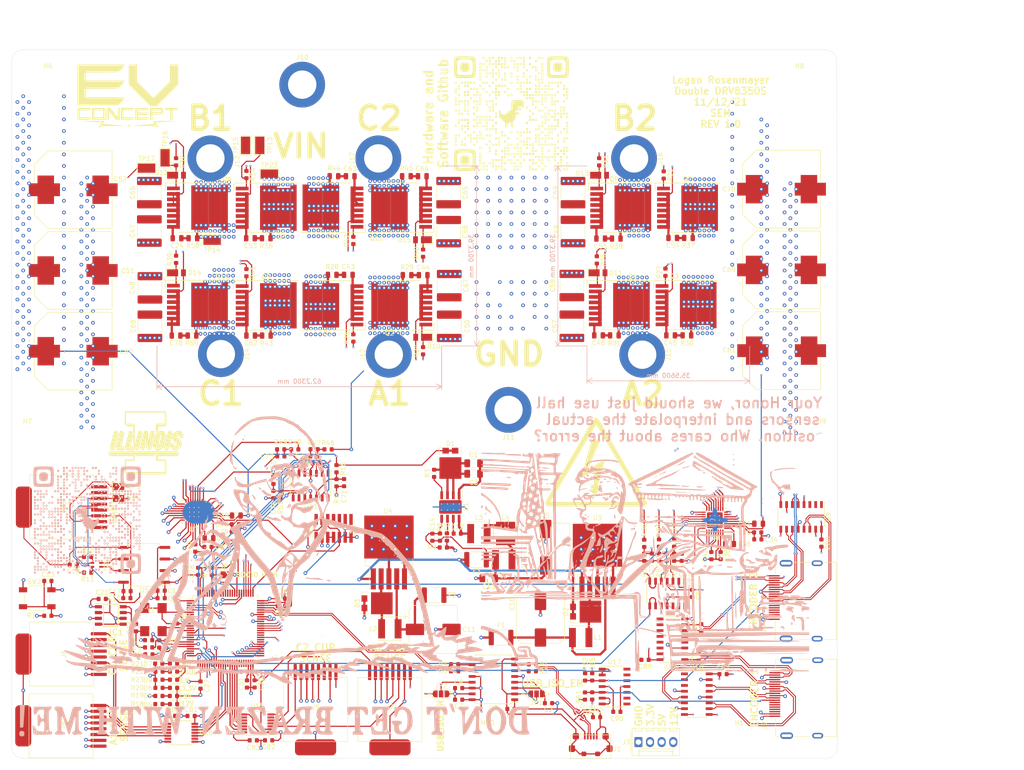
<source format=kicad_pcb>
(kicad_pcb (version 20211014) (generator pcbnew)
  (layers (0 "F.Cu" signal) (1 "In1.Cu" signal) (2 "In2.Cu" signal) (31 "B.Cu" signal) (34 "B.Paste" user) (35 "F.Paste" user) (36 "B.SilkS" user "B.Silkscreen") (37 "F.SilkS" user "F.Silkscreen") (38 "B.Mask" user) (39 "F.Mask" user) (44 "Edge.Cuts" user))
  (net 0 "")
  (net 1 "GND")
  (net 2 "Vin")
  (net 3 "USBGND")
  (net 4 "VDD1")
  (net 5 "VBUS1")
  (net 6 "Net-(C6-Pad1)")
  (net 7 "+3V3")
  (net 8 "Net-(C12-Pad2)")
  (net 9 "Net-(C12-Pad1)")
  (net 10 "NRST")
  (net 11 "Net-(C14-Pad2)")
  (net 12 "Net-(C14-Pad1)")
  (net 13 "+12V")
  (net 14 "5V_ISO")
  (net 15 "GND_ISO")
  (net 16 "Net-(C18-Pad1)")
  (net 17 "+5V")
  (net 18 "VSSA")
  (net 19 "VDDA")
  (net 20 "VREF")
  (net 21 "VCAP1")
  (net 22 "VCAP2")
  (net 23 "Net-(C35-Pad2)")
  (net 24 "Net-(C35-Pad1)")
  (net 25 "Net-(C36-Pad2)")
  (net 26 "Net-(C36-Pad1)")
  (net 27 "Net-(C37-Pad1)")
  (net 28 "Net-(C38-Pad1)")
  (net 29 "Net-(C39-Pad2)")
  (net 30 "Net-(C40-Pad1)")
  (net 31 "Net-(C41-Pad2)")
  (net 32 "Net-(C42-Pad1)")
  (net 33 "A1")
  (net 34 "Net-(C43-Pad1)")
  (net 35 "Net-(C44-Pad1)")
  (net 36 "A2")
  (net 37 "Net-(C45-Pad1)")
  (net 38 "Net-(C46-Pad1)")
  (net 39 "B1")
  (net 40 "Net-(C53-Pad1)")
  (net 41 "B2")
  (net 42 "Net-(C54-Pad1)")
  (net 43 "Net-(C55-Pad1)")
  (net 44 "C1")
  (net 45 "Net-(C62-Pad1)")
  (net 46 "C2")
  (net 47 "Net-(C63-Pad1)")
  (net 48 "Net-(C64-Pad1)")
  (net 49 "DC_DIVIDER_1")
  (net 50 "A_DIVIDER_1")
  (net 51 "B_DIVIDER_1")
  (net 52 "C_DIVIDER_1")
  (net 53 "A_DIVIDER_2")
  (net 54 "B_DIVIDER_2")
  (net 55 "C_DIVIDER_2")
  (net 56 "Net-(D4-Pad2)")
  (net 57 "Net-(D5-Pad2)")
  (net 58 "Net-(D6-Pad2)")
  (net 59 "Net-(D7-Pad2)")
  (net 60 "PC13")
  (net 61 "Net-(D8-Pad2)")
  (net 62 "FAULT_LED")
  (net 63 "Net-(D9-Pad2)")
  (net 64 "BRIDGE_ENABLE_LED")
  (net 65 "Net-(C10-Pad1)")
  (net 66 "CAN_L")
  (net 67 "CAN_H")
  (net 68 "Net-(IC1-Pad7)")
  (net 69 "SWCLK")
  (net 70 "SWDIO")
  (net 71 "Net-(JP2-Pad2)")
  (net 72 "BOOT_0")
  (net 73 "Net-(L3-Pad2)")
  (net 74 "Net-(L4-Pad2)")
  (net 75 "Net-(Q1-Pad1)")
  (net 76 "Net-(D10-Pad1)")
  (net 77 "Net-(Q3-Pad1)")
  (net 78 "Net-(D11-Pad1)")
  (net 79 "Net-(Q5-Pad1)")
  (net 80 "Net-(D12-Pad1)")
  (net 81 "Net-(Q7-Pad1)")
  (net 82 "Net-(D13-Pad1)")
  (net 83 "Net-(Q9-Pad1)")
  (net 84 "Net-(D14-Pad1)")
  (net 85 "Net-(Q11-Pad1)")
  (net 86 "Net-(D15-Pad1)")
  (net 87 "UD+")
  (net 88 "UD-")
  (net 89 "Net-(R3-Pad1)")
  (net 90 "DD+")
  (net 91 "Net-(R4-Pad1)")
  (net 92 "DD-")
  (net 93 "Net-(R5-Pad1)")
  (net 94 "GLA1")
  (net 95 "GLA2")
  (net 96 "GHA1")
  (net 97 "GHA2")
  (net 98 "GLB1")
  (net 99 "GLB2")
  (net 100 "GHB1")
  (net 101 "GHB2")
  (net 102 "GLC1")
  (net 103 "GLC2")
  (net 104 "GHC2")
  (net 105 "DRV2_EN")
  (net 106 "~{Fault2}")
  (net 107 "SPI3_MOSI")
  (net 108 "SPI3_MISO")
  (net 109 "SPI3_SCK")
  (net 110 "SPI3_nSS")
  (net 111 "PWM_C1")
  (net 112 "PWM_B1")
  (net 113 "PWM_A1")
  (net 114 "INV1_EN")
  (net 115 "PWM_C2")
  (net 116 "PWM_B2")
  (net 117 "PWM_A2")
  (net 118 "INV2_EN")
  (net 119 "DRV1_EN")
  (net 120 "~{Fault1}")
  (net 121 "SPI2_MOSI")
  (net 122 "SPI2_MISO")
  (net 123 "SPI2_SCK")
  (net 124 "SPI2_nSS")
  (net 125 "Net-(C1-Pad1)")
  (net 126 "SPI6_SCK_-")
  (net 127 "SPI6_nSS_+")
  (net 128 "SPI6_nSS_-")
  (net 129 "SPI6_MOSI_-")
  (net 130 "SPI6_SCK_+")
  (net 131 "SPI6_MOSI_+")
  (net 132 "SPI6_MISO_-")
  (net 133 "SPI6_MISO_+")
  (net 134 "SPI4_SCK_-")
  (net 135 "SPI4_nSS_+")
  (net 136 "SPI4_nSS_-")
  (net 137 "SPI4_MOSI_-")
  (net 138 "SPI4_SCK_+")
  (net 139 "SPI4_MOSI_+")
  (net 140 "SPI4_MISO_-")
  (net 141 "SPI4_MISO_+")
  (net 142 "PHASE_C_1_AMP_OUT")
  (net 143 "PHASE_B_1_AMP_OUT")
  (net 144 "PHASE_A_1_AMP_OUT")
  (net 145 "SPI6_MOSI")
  (net 146 "SPI6_MISO")
  (net 147 "SPI6_SCK")
  (net 148 "SPI6_nSS")
  (net 149 "PHASE_C_2_AMP_OUT")
  (net 150 "DC_AMP_OUT")
  (net 151 "PHASE_B_2_AMP_OUT")
  (net 152 "PHASE_A_2_AMP_OUT")
  (net 153 "RCC_OSC_IN")
  (net 154 "SPI4_MOSI")
  (net 155 "SPI4_MISO")
  (net 156 "SPI4_nSS")
  (net 157 "SPI4_SCK")
  (net 158 "DFSDM1_CKIN5_5V")
  (net 159 "DFSDM1_DATIN5_5V")
  (net 160 "DFSDM1_DATIN1_5V")
  (net 161 "DFSDM1_CKIN1_5V")
  (net 162 "DFSDM1_CKIN4_5V")
  (net 163 "DFSDM1_DATIN4_5V")
  (net 164 "DFSDM1_CKIN2_5V")
  (net 165 "DFSDM1_DATIN2_5V")
  (net 166 "Net-(JP1-Pad2)")
  (net 167 "DFSDM1_CKIN5")
  (net 168 "DFSDM1_DATIN5")
  (net 169 "DFSDM1_CKIN4")
  (net 170 "DFSDM1_DATIN4")
  (net 171 "DFSDM1_CKIN2")
  (net 172 "DFSDM1_DATIN2")
  (net 173 "DFSDM1_CKIN1")
  (net 174 "DFSDM1_DATIN1")
  (net 175 "CAN1_TX")
  (net 176 "CAN1_RX")
  (net 177 "Net-(C24-Pad1)")
  (net 178 "Net-(C78-Pad1)")
  (net 179 "Net-(D2-Pad3)")
  (net 180 "Net-(D3-Pad3)")
  (net 181 "Net-(C11-Pad1)")
  (net 182 "/UD_Conn_+")
  (net 183 "/UD_Conn_-")
  (net 184 "CAN_IN+")
  (net 185 "CAN_IN-")
  (net 186 "TEMP_2")
  (net 187 "TEMP_1")
  (net 188 "TEMP_1_OUT")
  (net 189 "TEMP_2_OUT")
  (net 190 "GHC1")
  (net 191 "/UD_Conn_preESD_-")
  (net 192 "/UD_Conn_preESD_+")
  (footprint "Capacitor_SMD:C_1206_3216Metric" (layer "F.Cu") (at 133.982 105.664)
    (fp_text reference "C1")
    (fp_text value "2.2uF")
  )
  (footprint "Capacitor_SMD:C_0603_1608Metric" (layer "F.Cu") (at 150.3425 158.115)
    (fp_text reference "C2")
    (fp_text value "0.1uF")
  )
  (footprint "Capacitor_SMD:C_1206_3216Metric" (layer "F.Cu") (at 133.982 107.95)
    (fp_text reference "C3")
    (fp_text value "2.2uF")
  )
  (footprint "Capacitor_SMD:C_0603_1608Metric" (layer "F.Cu") (at 142.1385 159.385 180)
    (fp_text reference "C4")
    (fp_text value "0.1uF")
  )
  (footprint "Capacitor_SMD:C_0603_1608Metric" (layer "F.Cu") (at 130.7085 157.353 180)
    (fp_text reference "C7")
    (fp_text value "0.1uF")
  )
  (footprint "Capacitor_SMD:C_0603_1608Metric" (layer "F.Cu") (at 130.7085 154.813 180)
    (fp_text reference "C9")
    (fp_text value "0.1uF")
  )
  (footprint "Capacitor_SMD:C_0603_1608Metric" (layer "F.Cu") (at 130.4035 121.031)
    (fp_text reference "C12")
    (fp_text value "0.01uF")
  )
  (footprint "Capacitor_SMD:C_0603_1608Metric" (layer "F.Cu") (at 40.932 131.3815)
    (fp_text reference "C13")
    (fp_text value "1uF")
  )
  (footprint "Capacitor_SMD:C_0603_1608Metric" (layer "F.Cu") (at 124.968 121.8185 90)
    (fp_text reference "C14")
    (fp_text value "3300pF")
  )
  (footprint "Capacitor_SMD:C_1206_3216Metric" (layer "F.Cu") (at 137.29 130.81 180)
    (fp_text reference "C15")
    (fp_text value "1uF")
  )
  (footprint "Capacitor_SMD:C_0603_1608Metric" (layer "F.Cu") (at 58.25246 133.62432 180)
    (fp_text reference "C16")
    (fp_text value "0.1uF")
  )
  (footprint "Capacitor_SMD:C_0603_1608Metric" (layer "F.Cu") (at 58.20146 135.14832)
    (fp_text reference "C17")
    (fp_text value "1uF")
  )
  (footprint "Capacitor_SMD:C_0603_1608Metric" (layer "F.Cu") (at 46.50222 127.84836 180)
    (fp_text reference "C18")
    (fp_text value "0.01uF")
  )
  (footprint "Capacitor_SMD:C_0603_1608Metric" (layer "F.Cu") (at 65.69466 133.51002)
    (fp_text reference "C19")
    (fp_text value "0.1uF")
  )
  (footprint "Capacitor_SMD:C_0603_1608Metric" (layer "F.Cu") (at 65.69466 135.16102)
    (fp_text reference "C20")
    (fp_text value "1uF")
  )
  (footprint "Capacitor_SMD:C_0603_1608Metric" (layer "F.Cu") (at 52.8065 135.3185)
    (fp_text reference "C21")
    (fp_text value "1uF")
  )
  (footprint "Capacitor_SMD:C_0603_1608Metric" (layer "F.Cu") (at 65.278 145.161 90)
    (fp_text reference "C22")
    (fp_text value "1uF")
  )
  (footprint "Capacitor_SMD:C_0603_1608Metric" (layer "F.Cu") (at 60.198 141.605 -90)
    (fp_text reference "C23")
    (fp_text value "0.1uF")
  )
  (footprint "Capacitor_SMD:C_0603_1608Metric" (layer "F.Cu") (at 69.215 139.9285 90)
    (fp_text reference "C26")
    (fp_text value "0.1uF")
  )
  (footprint "Capacitor_SMD:C_0603_1608Metric" (layer "F.Cu") (at 74.295 154.1525 -90)
    (fp_text reference "C27")
    (fp_text value "0.1uF")
  )
  (footprint "Capacitor_SMD:C_0603_1608Metric" (layer "F.Cu") (at 73.787 129.286 90)
    (fp_text reference "C28")
    (fp_text value "0.1uF")
  )
  (footprint "Capacitor_SMD:C_0603_1608Metric" (layer "F.Cu") (at 91.948 135.255)
    (fp_text reference "C29")
    (fp_text value "0.1uF")
  )
  (footprint "Capacitor_SMD:C_0603_1608Metric" (layer "F.Cu") (at 86.106 153.8985 -90)
    (fp_text reference "C30")
    (fp_text value "0.1uF")
  )
  (footprint "Capacitor_SMD:C_0603_1608Metric" (layer "F.Cu") (at 84.455 153.924 -90)
    (fp_text reference "C31")
    (fp_text value "2.2uF")
  )
  (footprint "Capacitor_SMD:C_0603_1608Metric" (layer "F.Cu") (at 91.9735 136.906)
    (fp_text reference "C32")
    (fp_text value "2.2uF")
  )
  (footprint "Capacitor_SMD:C_0805_2012Metric" (layer "F.Cu") (at 76.1515 122.047 180)
    (fp_text reference "C35")
    (fp_text value "47nF-100V")
  )
  (footprint "Capacitor_SMD:C_0805_2012Metric" (layer "F.Cu") (at 189.9135 123.317 180)
    (fp_text reference "C36")
    (fp_text value "47nF")
  )
  (footprint "Capacitor_SMD:C_0603_1608Metric" (layer "F.Cu") (at 75.9205 123.952)
    (fp_text reference "C37")
    (fp_text value "1uF-16V")
  )
  (footprint "Capacitor_SMD:C_0603_1608Metric" (layer "F.Cu") (at 187.96 125.857 -90)
    (fp_text reference "C38")
    (fp_text value "1uF")
  )
  (footprint "Capacitor_SMD:C_0603_1608Metric" (layer "F.Cu") (at 73.152 124.1805 -90)
    (fp_text reference "C40")
    (fp_text value "1uF-16V")
  )
  (footprint "Capacitor_SMD:C_0805_2012Metric" (layer "F.Cu") (at 196.2635 118.872 180)
    (fp_text reference "C41")
    (fp_text value "10uF")
  )
  (footprint "Capacitor_SMD:C_0603_1608Metric" (layer "F.Cu") (at 185.928 125.857 -90)
    (fp_text reference "C42")
    (fp_text value "1uF")
  )
  (footprint "EVCONCEPT:CAP_EEETP70471V" (layer "F.Cu") (at 46.482 45.847)
    (fp_text reference "C52")
    (fp_text value "470uF")
  )
  (footprint "Capacitor_SMD:C_2220_5650Metric" (layer "F.Cu") (at 128.524 55.001 90)
    (fp_text reference "C56")
    (fp_text value "10uF")
  )
  (footprint "Capacitor_SMD:C_2220_5650Metric" (layer "F.Cu") (at 155.448 75.692 90)
    (fp_text reference "C57")
    (fp_text value "10uF")
  )
  (footprint "Capacitor_SMD:C_2220_5650Metric" (layer "F.Cu") (at 155.448 66.792 -90)
    (fp_text reference "C58")
    (fp_text value "10uF")
  )
  (footprint "Capacitor_SMD:C_0603_1608Metric" (layer "F.Cu") (at 105.664 109.893 -90)
    (fp_text reference "C71")
    (fp_text value "0.1uF")
  )
  (footprint "Capacitor_SMD:C_0603_1608Metric" (layer "F.Cu") (at 99.098 104.14 180)
    (fp_text reference "C72")
    (fp_text value "0.1uF")
  )
  (footprint "Capacitor_SMD:C_0603_1608Metric" (layer "F.Cu") (at 91.8465 104.14 180)
    (fp_text reference "C73")
    (fp_text value "0.1uF")
  )
  (footprint "Capacitor_SMD:C_0603_1608Metric" (layer "F.Cu") (at 90.2335 112.484 -90)
    (fp_text reference "C74")
    (fp_text value "0.1uF")
  )
  (footprint "Capacitor_SMD:C_0603_1608Metric" (layer "F.Cu") (at 172.9105 126.1745 -90)
    (fp_text reference "C77")
    (fp_text value "0.1uF")
  )
  (footprint "LED_SMD:LED_0603_1608Metric" (layer "F.Cu") (at 68.4023 158.3182 180)
    (fp_text reference "D4")
    (fp_text value "LED")
  )
  (footprint "LED_SMD:LED_0603_1608Metric" (layer "F.Cu") (at 68.3768 156.5402 180)
    (fp_text reference "D5")
    (fp_text value "LED")
  )
  (footprint "LED_SMD:LED_0603_1608Metric" (layer "F.Cu") (at 68.4023 154.7622 180)
    (fp_text reference "D6")
    (fp_text value "LED")
  )
  (footprint "LED_SMD:LED_0603_1608Metric" (layer "F.Cu") (at 68.4023 149.4282 180)
    (fp_text reference "D7")
    (fp_text value "LED")
  )
  (footprint "LED_SMD:LED_0603_1608Metric" (layer "F.Cu") (at 68.4023 151.2062 180)
    (fp_text reference "D8")
    (fp_text value "LED")
  )
  (footprint "LED_SMD:LED_0603_1608Metric" (layer "F.Cu") (at 68.4023 152.9842 180)
    (fp_text reference "D9")
    (fp_text value "LED")
  )
  (footprint "EVCONCEPT:Fuse_1812_4532Metric" (layer "F.Cu") (at 139.9755 143.764)
    (fp_text reference "F1")
    (fp_text value "Polyfuse")
  )
  (footprint "EVCONCEPT:Fuse_1812_4532Metric" (layer "F.Cu") (at 125.349 134.493 180)
    (fp_text reference "F2")
    (fp_text value "Polyfuse")
  )
  (footprint "EVCONCEPT:Fuse_1812_4532Metric" (layer "F.Cu") (at 134.62 126.746)
    (fp_text reference "F3")
    (fp_text value "Polyfuse")
  )
  (footprint "EVCONCEPT:SRF2012A" (layer "F.Cu") (at 52.53736 128.29032 180)
    (fp_text reference "FL1")
    (fp_text value "EMI_Filter_CommonMode")
  )
  (footprint "MountingHole:MountingHole_3.2mm_M3" (layer "F.Cu") (at 192.024 166.624)
    (fp_text reference "H1")
    (fp_text value "MountingHole")
  )
  (footprint "Connector_PinHeader_1.27mm:PinHeader_2x07_P1.27mm_Vertical_SMD" (layer "F.Cu") (at 103.378 119.888 90)
    (fp_text reference "J2")
    (fp_text value "Conn_02x07_Odd_Even")
  )
  (footprint "Connector_Molex:Molex_KK-254_AE-6410-04A_1x04_P2.54mm_Vertical" (layer "F.Cu") (at 169.9895 166.624)
    (fp_text reference "J3")
    (fp_text value "Conn_01x04")
  )
  (footprint "EVCONCEPT:RCH-RC02015" (layer "F.Cu") (at 99.441 159.512 180)
    (fp_text reference "J5")
    (fp_text value "Conn_01x08")
  )
  (footprint "EVCONCEPT:RCH-RC02015" (layer "F.Cu") (at 43.815 163.068 90)
    (fp_text reference "J8")
    (fp_text value "Conn_01x08")
  )
  (footprint "EVCONCEPT:7466005R‎_2ndapt" (layer "F.Cu") (at 141.605 93.98)
    (fp_text reference "J11")
    (fp_text value "Screw_Terminal_01x01")
  )
  (footprint "Jumper:SolderJumper-2_P1.3mm_Open_TrianglePad1.0x1.5mm" (layer "F.Cu") (at 79.92 130.048)
    (fp_text reference "JP3")
    (fp_text value "SJ-O")
  )
  (footprint "EVCONCEPT:L_Taiyo-Yuden_MD-5050" (layer "F.Cu") (at 157.375 143.764 180)
    (fp_text reference "L1")
    (fp_text value "100uH")
  )
  (footprint "EVCONCEPT:L_Taiyo-Yuden_MD-5050" (layer "F.Cu") (at 115.675 141.859)
    (fp_text reference "L2")
    (fp_text value "100uH")
  )
  (footprint "EVCONCEPT:L_Taiyo-Yuden_MD-5050" (layer "F.Cu") (at 135.128 121.031)
    (fp_text reference "L3")
    (fp_text value "100uH")
  )
  (footprint "EVCONCEPT:L_Taiyo-Yuden_MD-5050" (layer "F.Cu") (at 140.97 121.009 -90)
    (fp_text reference "L4")
    (fp_text value "100uH")
  )
  (footprint "EVCONCEPT:L_Taiyo-Yuden_MD-5050" (layer "F.Cu") (at 140.567 126.746 180)
    (fp_text reference "L5")
    (fp_text value "100uH")
  )
  (footprint "EVCONCEPT:teamlogo" (layer "F.Cu") (at 58.42 25.4)
    (fp_text reference "NA2" hide)
    (fp_text value "Image" hide)
  )
  (footprint "EVCONCEPT:voltage_warning" (layer "F.Cu") (at 160.782 105.41)
    (fp_text reference "NA4" hide)
    (fp_text value "Image" hide)
  )
  (footprint "Resistor_SMD:R_0603_1608Metric" (layer "F.Cu") (at 146.8375 149.606 180)
    (fp_text reference "R1")
    (fp_text value "24Ω")
  )
  (footprint "Resistor_SMD:R_0603_1608Metric" (layer "F.Cu") (at 146.812 151.13)
    (fp_text reference "R2")
    (fp_text value "24Ω")
  )
  (footprint "Resistor_SMD:R_0603_1608Metric" (layer "F.Cu") (at 125.349 107.8485 90)
    (fp_text reference "R3")
    (fp_text value "270k")
  )
  (footprint "Resistor_SMD:R_0603_1608Metric" (layer "F.Cu") (at 129.8195 149.606 180)
    (fp_text reference "R4")
    (fp_text value "24Ω")
  )
  (footprint "Resistor_SMD:R_0603_1608Metric" (layer "F.Cu") (at 129.8195 151.13 180)
    (fp_text reference "R5")
    (fp_text value "24Ω")
  )
  (footprint "Resistor_SMD:R_0603_1608Metric" (layer "F.Cu") (at 126.619 121.8185 90)
    (fp_text reference "R8")
    (fp_text value "10k")
  )
  (footprint "Resistor_SMD:R_0603_1608Metric" (layer "F.Cu") (at 127.3555 124.079)
    (fp_text reference "R9")
    (fp_text value "1k")
  )
  (footprint "Resistor_SMD:R_0603_1608Metric" (layer "F.Cu") (at 49.61636 126.13132)
    (fp_text reference "R10")
    (fp_text value "60R")
  )
  (footprint "Resistor_SMD:R_0603_1608Metric" (layer "F.Cu") (at 49.64186 129.56032 180)
    (fp_text reference "R11")
    (fp_text value "60R")
  )
  (footprint "Resistor_SMD:R_0603_1608Metric" (layer "F.Cu") (at 62.954 144.3355 180)
    (fp_text reference "R13")
    (fp_text value "100R")
  )
  (footprint "Resistor_SMD:R_0603_1608Metric" (layer "F.Cu") (at 63.0175 147.447)
    (fp_text reference "R15")
    (fp_text value "100R")
  )
  (footprint "Resistor_SMD:R_0603_1608Metric" (layer "F.Cu") (at 104.013 106.845 -90)
    (fp_text reference "R16")
    (fp_text value "54kΩ")
  )
  (footprint "Resistor_SMD:R_0603_1608Metric" (layer "F.Cu") (at 104.013 109.9185 -90)
    (fp_text reference "R17")
    (fp_text value "1k")
  )
  (footprint "Resistor_SMD:R_0603_1608Metric" (layer "F.Cu") (at 65.2018 158.3182 180)
    (fp_text reference "R18")
    (fp_text value "1k")
  )
  (footprint "Resistor_SMD:R_0603_1608Metric" (layer "F.Cu") (at 65.2018 156.5402 180)
    (fp_text reference "R19")
    (fp_text value "1k")
  )
  (footprint "Resistor_SMD:R_0603_1608Metric" (layer "F.Cu") (at 65.2273 154.7622 180)
    (fp_text reference "R20")
    (fp_text value "1k")
  )
  (footprint "Resistor_SMD:R_0603_1608Metric" (layer "F.Cu") (at 65.1612 149.4676 180)
    (fp_text reference "R21")
    (fp_text value "1k")
  )
  (footprint "Resistor_SMD:R_0603_1608Metric" (layer "F.Cu") (at 65.2273 151.2062 180)
    (fp_text reference "R22")
    (fp_text value "1k")
  )
  (footprint "Resistor_SMD:R_0603_1608Metric" (layer "F.Cu") (at 65.2018 152.9842 180)
    (fp_text reference "R23")
    (fp_text value "1k")
  )
  (footprint "Resistor_SMD:R_0603_1608Metric" (layer "F.Cu") (at 175.895 63.881 -90)
    (fp_text reference "R27")
    (fp_text value "10Ω")
  )
  (footprint "Resistor_SMD:R_0603_1608Metric" (layer "F.Cu") (at 161.417 39.7255 -90)
    (fp_text reference "R33")
    (fp_text value "10Ω")
  )
  (footprint "Resistor_SMD:R_0603_1608Metric" (layer "F.Cu") (at 175.514 42.6085 -90)
    (fp_text reference "R35")
    (fp_text value "10Ω")
  )
  (footprint "Resistor_SMD:R_0603_1608Metric" (layer "F.Cu") (at 122.936 59.7155 90)
    (fp_text reference "R40")
    (fp_text value "10Ω")
  )
  (footprint "Resistor_SMD:R_0603_1608Metric" (layer "F.Cu") (at 107.696 56.9215 90)
    (fp_text reference "R42")
    (fp_text value "10Ω")
  )
  (footprint "Resistor_SMD:R_0603_1608Metric" (layer "F.Cu") (at 102.1715 102.616 180)
    (fp_text reference "R46")
    (fp_text value "54kΩ")
  )
  (footprint "Resistor_SMD:R_0603_1608Metric" (layer "F.Cu") (at 99.1234 102.5919 180)
    (fp_text reference "R47")
    (fp_text value "1k")
  )
  (footprint "Resistor_SMD:R_0603_1608Metric" (layer "F.Cu") (at 94.8945 102.616 180)
    (fp_text reference "R48")
    (fp_text value "54kΩ")
  )
  (footprint "Resistor_SMD:R_0603_1608Metric" (layer "F.Cu") (at 91.821 102.616 180)
    (fp_text reference "R49")
    (fp_text value "1k")
  )
  (footprint "Resistor_SMD:R_0603_1608Metric" (layer "F.Cu") (at 90.2335 109.385 -90)
    (fp_text reference "R50")
    (fp_text value "54kΩ")
  )
  (footprint "Resistor_SMD:R_0603_1608Metric" (layer "F.Cu") (at 91.7575 112.4585 -90)
    (fp_text reference "R51")
    (fp_text value "1k")
  )
  (footprint "Resistor_SMD:R_0603_1608Metric" (layer "F.Cu") (at 177.8 123.0885 -90)
    (fp_text reference "R52")
    (fp_text value "54kΩ")
  )
  (footprint "Resistor_SMD:R_0603_1608Metric" (layer "F.Cu") (at 177.8 126.2125 -90)
    (fp_text reference "R53")
    (fp_text value "1k")
  )
  (footprint "Resistor_SMD:R_0603_1608Metric" (layer "F.Cu") (at 174.498 123.101 -90)
    (fp_text reference "R54")
    (fp_text value "54kΩ")
  )
  (footprint "Resistor_SMD:R_0603_1608Metric" (layer "F.Cu") (at 174.498 126.2 -90)
    (fp_text reference "R55")
    (fp_text value "1k")
  )
  (footprint "Resistor_SMD:R_0603_1608Metric" (layer "F.Cu") (at 171.2595 123.1645 -90)
    (fp_text reference "R56")
    (fp_text value "54kΩ")
  )
  (footprint "Resistor_SMD:R_0603_1608Metric" (layer "F.Cu") (at 171.2595 126.2125 -90)
    (fp_text reference "R57")
    (fp_text value "1k")
  )
  (footprint "EVCONCEPT:SW_SPST_SKQG_WithStem" (layer "F.Cu") (at 38.6141 135.1746)
    (fp_text reference "SW2")
    (fp_text value "SW_Push")
  )
  (footprint "Package_SO:SOIC-16W_7.5x10.3mm_P1.27mm" (layer "F.Cu") (at 138.303 152.908 180)
    (fp_text reference "U2")
    (fp_text value "ADUM4160")
  )
  (footprint "Package_TO_SOT_SMD:TO-263-5_TabPin3" (layer "F.Cu") (at 161.055 126.958 90)
    (fp_text reference "U3")
    (fp_text value "LM2576HVS-5")
  )
  (footprint "Package_TO_SOT_SMD:TO-263-5_TabPin3" (layer "F.Cu") (at 115.472 125.162 90)
    (fp_text reference "U4")
    (fp_text value "LM2576HVS-3.3")
  )
  (footprint "EVCONCEPT:SOP-8_6.62x9.15mm_P2.54mm" (layer "F.Cu") (at 61.98616 127.85852 180)
    (fp_text reference "U5")
    (fp_text value "ISO1050-CUSTOM-SuperDriver_1.1-rescue")
  )
  (footprint "Package_QFP:LQFP-100_14x14mm_P0.5mm" (layer "F.Cu") (at 79.756 141.732)
    (fp_text reference "U6")
    (fp_text value "STM32H743VITx")
  )
  (footprint "Capacitor_SMD:CP_Elec_10x10" (layer "F.Cu") (at 149.733 124.016 90)
    (fp_text reference "C5")
    (fp_text value "470uF-25V")
  )
  (footprint "Capacitor_SMD:CP_Elec_10x10" (layer "F.Cu") (at 148.59 139.764 90)
    (fp_text reference "C10")
    (fp_text value "470uF-25V")
  )
  (footprint "Capacitor_SMD:CP_Elec_10x10" (layer "F.Cu") (at 125.158 141.986)
    (fp_text reference "C11")
    (fp_text value "470uF-25V")
  )
  (footprint "Diode_SMD:D_PowerDI-123" (layer "F.Cu") (at 161.505 42.672)
    (fp_text reference "D13")
    (fp_text value "TVS")
  )
  (footprint "MountingHole:MountingHole_3.2mm_M3" (layer "F.Cu") (at 36.4744 100.6856)
    (fp_text reference "H7")
    (fp_text value "MountingHole")
  )
  (footprint "MountingHole:MountingHole_3.2mm_M3" (layer "F.Cu") (at 209.804 18.796)
    (fp_text reference "H8")
    (fp_text value "MountingHole")
  )
  (footprint "EVCONCEPT:RCH-RC02015" (layer "F.Cu") (at 43.9547 115.24488 90)
    (fp_text reference "J18")
    (fp_text value "Conn_01x08")
  )
  (footprint "Package_SO:SOIC-14_3.9x8.7mm_P1.27mm" (layer "F.Cu") (at 98.3615 110.5535 -90)
    (fp_text reference "U11")
    (fp_text value "LM324DR")
  )
  (footprint "Package_SO:SOIC-14_3.9x8.7mm_P1.27mm" (layer "F.Cu") (at 176.276 134.145 -90)
    (fp_text reference "U12")
    (fp_text value "LM324DR")
  )
  (footprint "EVCONCEPT:OSC_SIT8008AI-73-33E-33.333333G" (layer "F.Cu") (at 64.008 139.827 -90)
    (fp_text reference "Y1")
    (fp_text value "SIT8008AI-82-33E-22.118400")
  )
  (footprint "Resistor_SMD:R_0603_1608Metric" (layer "F.Cu") (at 62.9665 145.923)
    (fp_text reference "R14")
    (fp_text value "100R")
  )
  (footprint "Jumper:SolderJumper-3_P1.3mm_Open_RoundedPad1.0x1.5mm_NumberLabels" (layer "F.Cu") (at 147.731 156.083)
    (fp_text reference "JP1")
    (fp_text value "Jumper_NC_Dual")
  )
  (footprint "Package_SO:TSSOP-14_4.4x5mm_P0.65mm" (layer "F.Cu") (at 86.712 162.53 180)
    (fp_text reference "U15")
    (fp_text value "LSF0204PWR")
  )
  (footprint "Package_SO:TSSOP-14_4.4x5mm_P0.65mm" (layer "F.Cu") (at 70.104 164.592)
    (fp_text reference "U16")
    (fp_text value "LSF0204PWR")
  )
  (footprint "Capacitor_SMD:C_0603_1608Metric" (layer "F.Cu") (at 196.088 122.289)
    (fp_text reference "C34")
    (fp_text value "10uF-16V")
  )
  (footprint "Capacitor_SMD:C_0603_1608Metric" (layer "F.Cu") (at 196.0625 120.777)
    (fp_text reference "C80")
    (fp_text value "0.1uF-16V")
  )
  (footprint "Capacitor_SMD:C_0603_1608Metric" (layer "F.Cu") (at 81.918 118.999)
    (fp_text reference "C33")
    (fp_text value "10uF")
  )
  (footprint "Capacitor_SMD:C_0603_1608Metric" (layer "F.Cu") (at 81.8895 120.65)
    (fp_text reference "C79")
    (fp_text value "0.1uF")
  )
  (footprint "Capacitor_SMD:C_0805_2012Metric" (layer "F.Cu") (at 82.1205 117.094 180)
    (fp_text reference "C39")
    (fp_text value "10uF")
  )
  (footprint "EVCONCEPT:CAP_EEETP70471V" (layer "F.Cu") (at 46.482 63.5)
    (fp_text reference "C51")
    (fp_text value "470uF")
  )
  (footprint "Resistor_SMD:R_0603_1608Metric" (layer "F.Cu") (at 76.7715 129.286 90)
    (fp_text reference "R12")
    (fp_text value "10k")
  )
  (footprint "Capacitor_SMD:C_0603_1608Metric" (layer "F.Cu") (at 128.143 121.7675 -90)
    (fp_text reference "C6")
    (fp_text value "1uF")
  )
  (footprint "EVCONCEPT:RCH-RC02015" (layer "F.Cu") (at 115.697 159.512 180)
    (fp_text reference "J7")
    (fp_text value "Conn_01x08")
  )
  (footprint "Capacitor_SMD:C_0603_1608Metric" (layer "F.Cu") (at 72.2375 160.909)
    (fp_text reference "C81")
    (fp_text value "1uF")
  )
  (footprint "Capacitor_SMD:C_0603_1608Metric" (layer "F.Cu") (at 89.1795 166.243)
    (fp_text reference "C82")
    (fp_text value "1uF")
  )
  (footprint "Capacitor_SMD:C_0603_1608Metric" (layer "F.Cu") (at 85.8265 166.243 180)
    (fp_text reference "C83")
    (fp_text value "1uF")
  )
  (footprint "Capacitor_SMD:C_0603_1608Metric" (layer "F.Cu") (at 67.945 160.909 180)
    (fp_text reference "C84")
    (fp_text value "1uF")
  )
  (footprint "Capacitor_SMD:C_2220_5650Metric" (layer "F.Cu") (at 128.524 46.472 -90)
    (fp_text reference "C65")
    (fp_text value "10uF")
  )
  (footprint "EVCONCEPT:USB" (layer "F.Cu") (at 159.5755 165.354)
    (fp_text reference "J1")
    (fp_text value "USB_OTG")
  )
  (footprint "MountingHole:MountingHole_3.2mm_M3" (layer "F.Cu") (at 137.033 166.624)
    (fp_text reference "H10")
    (fp_text value "MountingHole")
  )
  (footprint "Package_DFN_QFN:QFN-32-1EP_5x5mm_P0.5mm_EP3.45x3.45mm_ThermalVias" (layer "F.Cu") (at 72.898 116.332 180)
    (fp_text reference "U7")
    (fp_text value "DRV8350")
  )
  (footprint "Diode_SMD:D_PowerDI-123" (layer "F.Cu") (at 122.809 56.769 180)
    (fp_text reference "D15")
    (fp_text value "TVS")
  )
  (footprint "EVCONCEPT:7466005R‎_2ndapt" (layer "F.Cu") (at 96.52 22.86)
    (fp_text reference "J10")
    (fp_text value "Screw_Terminal_01x01")
  )
  (footprint "Package_TO_SOT_SMD:Infineon_PG-HSOF-8-1" (layer "F.Cu") (at 166.126 49.775)
    (fp_text reference "Q8")
    (fp_text value "Q_NMOS_GDS")
  )
  (footprint "Package_TO_SOT_SMD:Infineon_PG-HSOF-8-1" (layer "F.Cu") (at 118.227 49.746 180)
    (fp_text reference "Q12")
    (fp_text value "Q_NMOS_GDS")
  )
  (footprint "Package_TO_SOT_SMD:Infineon_PG-HSOF-8-1" (layer "F.Cu") (at 180.721 49.775)
    (fp_text reference "Q7")
    (fp_text value "Q_NMOS_GDS")
  )
  (footprint "Package_TO_SOT_SMD:Infineon_PG-HSOF-8-1" (layer "F.Cu") (at 103.251 49.746 180)
    (fp_text reference "Q11")
    (fp_text value "Q_NMOS_GDS")
  )
  (footprint "EVCONCEPT:CAP_EEETP70471V" (layer "F.Cu") (at 201.295 81.026)
    (fp_text reference "C61")
    (fp_text value "470uF")
  )
  (footprint "EVCONCEPT:CAP_EEETP70471V" (layer "F.Cu") (at 46.482 81.153)
    (fp_text reference "C60")
    (fp_text value "470uF")
  )
  (footprint "EVCONCEPT:CAP_EEETP70471V" (layer "F.Cu") (at 201.268 63.373)
    (fp_text reference "C69")
    (fp_text value "470uF")
  )
  (footprint "Resistor_SMD:R_0805_2012Metric" (layer "F.Cu") (at 180.9265 56.388)
    (fp_text reference "R37")
    (fp_text value "TBD")
  )
  (footprint "Resistor_SMD:R_0805_2012Metric" (layer "F.Cu") (at 103.4565 42.888 180)
    (fp_text reference "R44")
    (fp_text value "TBD")
  )
  (footprint "Resistor_SMD:R_0805_2012Metric" (layer "F.Cu") (at 165.1485 56.515)
    (fp_text reference "R38")
    (fp_text value "TBD")
  )
  (footprint "Resistor_SMD:R_0805_2012Metric" (layer "F.Cu") (at 119.3015 42.888 180)
    (fp_text reference "R45")
    (fp_text value "TBD")
  )
  (footprint "Capacitor_SMD:C_0805_2012Metric" (layer "F.Cu") (at 122.7605 42.888)
    (fp_text reference "C64")
    (fp_text value "TBD")
  )
  (footprint "Capacitor_SMD:C_0805_2012Metric" (layer "F.Cu") (at 107.0125 42.888)
    (fp_text reference "C63")
    (fp_text value "TBD")
  )
  (footprint "Capacitor_SMD:C_0805_2012Metric" (layer "F.Cu") (at 161.7495 56.515 180)
    (fp_text reference "C55")
    (fp_text value "TBD")
  )
  (footprint "Capacitor_SMD:C_0805_2012Metric" (layer "F.Cu") (at 177.4975 56.388 180)
    (fp_text reference "C54")
    (fp_text value "TBD")
  )
  (footprint "EVCONCEPT:7466005R‎_2ndapt" (layer "F.Cu") (at 169.037 38.989 -90)
    (fp_text reference "J16")
    (fp_text value "Screw_Terminal_01x01")
  )
  (footprint "EVCONCEPT:7466005R‎_2ndapt" (layer "F.Cu") (at 170.815 81.915 -90)
    (fp_text reference "J15")
    (fp_text value "Screw_Terminal_01x01")
  )
  (footprint "EVCONCEPT:7466005R‎_2ndapt" (layer "F.Cu") (at 113.157 38.989 90)
    (fp_text reference "J17")
    (fp_text value "Screw_Terminal_01x01")
  )
  (footprint "Capacitor_SMD:C_0603_1608Metric" (layer "F.Cu") (at 179.451 126.2125 -90)
    (fp_text reference "C75")
    (fp_text value "0.1uF")
  )
  (footprint "EVCONCEPT:MOLEX_47272-0001" (layer "F.Cu") (at 213.349 156.967 90)
    (fp_text reference "J9")
    (fp_text value "47272-0001")
  )
  (footprint "SamacSys_Parts:SOIC127P600X175-8N" (layer "F.Cu") (at 54.692 138.938)
    (fp_text reference "IC1")
    (fp_text value "MCP1501T-33" hide)
  )
  (footprint "Package_TO_SOT_SMD:TO-277A" (layer "F.Cu") (at 128.905 105.664)
    (fp_text reference "D1")
    (fp_text value "D_Schottky_AAK")
  )
  (footprint "Resistor_SMD:R_0603_1608Metric" (layer "F.Cu") (at 40.932 139.0015)
    (fp_text reference "R7")
    (fp_text value "10k")
  )
  (footprint "EVCONCEPT:RCH-RC02015" (layer "F.Cu") (at 43.88 147.3835 90)
    (fp_text reference "J6")
    (fp_text value "Conn_01x08")
  )
  (footprint "Package_TO_SOT_SMD:TO-277A" (layer "F.Cu") (at 158.472 138.098 90)
    (fp_text reference "D2")
    (fp_text value "D_Schottky_AAK")
  )
  (footprint "Package_TO_SOT_SMD:TO-277A" (layer "F.Cu") (at 112.879 136.271 90)
    (fp_text reference "D3")
    (fp_text value "D_Schottky_AAK")
  )
  (footprint "Capacitor_SMD:C_0603_1608Metric" (layer "F.Cu") (at 176.149 126.1745 -90)
    (fp_text reference "C76")
    (fp_text value "0.1uF")
  )
  (footprint "Jumper:SolderJumper-3_P1.3mm_Open_RoundedPad1.0x1.5mm_NumberLabels" (layer "F.Cu") (at 126.873 156.083)
    (fp_text reference "JP2")
    (fp_text value "Jumper_NC_Dual")
  )
  (footprint "EVCONCEPT:CAP_EEETP70471V" (layer "F.Cu") (at 201.2625 45.72)
    (fp_text reference "C70")
    (fp_text value "470uF")
  )
  (footprint "Package_DFN_QFN:QFN-32-1EP_5x5mm_P0.5mm_EP3.45x3.45mm_ThermalVias" (layer "F.Cu") (at 186.69 118.11 180)
    (fp_text reference "U8")
    (fp_text value "DRV8350")
  )
  (footprint "MountingHole:MountingHole_3.2mm_M3" (layer "F.Cu") (at 36.576 18.796)
    (fp_text reference "H6")
    (fp_text value "MountingHole")
  )
  (footprint "Jumper:SolderJumper-2_P1.3mm_Open_TrianglePad1.0x1.5mm" (layer "F.Cu") (at 56.388 113.3475)
    (fp_text reference "JP4")
    (fp_text value "SJ-O")
  )
  (footprint "Capacitor_SMD:C_0603_1608Metric" (layer "F.Cu") (at 99.5933 105.664)
    (fp_text reference "C86")
    (fp_text value "0.1uF")
  )
  (footprint "Capacitor_SMD:C_0603_1608Metric" (layer "F.Cu") (at 181.737 134.112 -90)
    (fp_text reference "C91")
    (fp_text value "0.1uF")
  )
  (footprint "Capacitor_SMD:C_0603_1608Metric" (layer "F.Cu") (at 66.802 145.2625 -90)
    (fp_text reference "C25")
    (fp_text value "1uF")
  )
  (footprint "Resistor_SMD:R_0603_1608Metric" (layer "F.Cu") (at 107.696 78.2575 90)
    (fp_text reference "R26")
    (fp_text value "10Ω")
  )
  (footprint "Diode_SMD:D_PowerDI-123" (layer "F.Cu") (at 69.049 64.008)
    (fp_text reference "D14")
    (fp_text value "TVS")
  )
  (footprint "Resistor_SMD:R_0805_2012Metric" (layer "F.Cu") (at 88.661 56.4515)
    (fp_text reference "R36")
    (fp_text value "TBD")
  )
  (footprint "Capacitor_SMD:C_0805_2012Metric" (layer "F.Cu") (at 122.951 64.516)
    (fp_text reference "C44")
    (fp_text value "TBD")
  )
  (footprint "Capacitor_SMD:C_0805_2012Metric" (layer "F.Cu") (at 85.22 56.4515 180)
    (fp_text reference "C53")
    (fp_text value "TBD")
  )
  (footprint "Capacitor_SMD:C_0805_2012Metric" (layer "F.Cu") (at 106.6015 64.4525)
    (fp_text reference "C43")
    (fp_text value "TBD")
  )
  (footprint "EVCONCEPT:7466005R‎_2ndapt" (layer "F.Cu") (at 115.443 81.915 90)
    (fp_text reference "J12")
    (fp_text value "Screw_Terminal_01x01")
  )
  (footprint "EVCONCEPT:7466005R‎_2ndapt" (layer "F.Cu") (at 76.454 38.989 -90)
    (fp_text reference "J13")
    (fp_text value "Screw_Terminal_01x01")
  )
  (footprint "EVCONCEPT:7466005R‎_2ndapt" (layer "F.Cu") (at 78.74 81.788 -90)
    (fp_text reference "J14")
    (fp_text value "Screw_Terminal_01x01")
  )
  (footprint "Diode_SMD:D_PowerDI-123" (layer "F.Cu") (at 122.848 78.105 180)
    (fp_text reference "D10")
    (fp_text value "TVS")
  )
  (footprint "Resistor_SMD:R_0603_1608Metric" (layer "F.Cu") (at 68.961 61.0615 -90)
    (fp_text reference "R39")
    (fp_text value "10Ω")
  )
  (footprint "Resistor_SMD:R_0603_1608Metric" (layer "F.Cu") (at 122.936 81.0515 90)
    (fp_text reference "R24")
    (fp_text value "10Ω")
  )
  (footprint "Resistor_SMD:R_0603_1608Metric" (layer "F.Cu") (at 68.961 39.7255 -90)
    (fp_text reference "R32")
    (fp_text value "10Ω")
  )
  (footprint "Resistor_SMD:R_0603_1608Metric" (layer "F.Cu") (at 84.328 42.5195 -90)
    (fp_text reference "R34")
    (fp_text value "10Ω")
  )
  (footprint "Resistor_SMD:R_0603_1608Metric" (layer "F.Cu") (at 84.328 63.9825 -90)
    (fp_text reference "R41")
    (fp_text value "10Ω")
  )
  (footprint "Capacitor_SMD:C_2220_5650Metric" (layer "F.Cu") (at 128.651 75.702 90)
    (fp_text reference "C50")
    (fp_text value "10uF")
  )
  (footprint "Capacitor_SMD:C_2220_5650Metric" (layer "F.Cu") (at 63.119 54.874 90)
    (fp_text reference "C47")
    (fp_text value "10uF")
  )
  (footprint "Capacitor_SMD:C_2220_5650Metric" (layer "F.Cu") (at 63.119 46.472 -90)
    (fp_text reference "C66")
    (fp_text value "10uF")
  )
  (footprint "Capacitor_SMD:C_2220_5650Metric" (layer "F.Cu") (at 128.651 66.812 -90)
    (fp_text reference "C67")
    (fp_text value "10uF")
  )
  (footprint "Capacitor_SMD:C_2220_5650Metric" (layer "F.Cu") (at 63.246 75.702 90)
    (fp_text reference "C68")
    (fp_text value "10uF")
  )
  (footprint "Capacitor_SMD:C_2220_5650Metric" (layer "F.Cu") (at 63.246 67.3 -90)
    (fp_text reference "C48")
    (fp_text value "10uF")
  )
  (footprint "TestPoint:TestPoint_Keystone_5019_Minature" (layer "F.Cu") (at 62.5094 41.1226)
    (fp_text reference "TP17")
    (fp_text value "TestPoint")
  )
  (footprint "TestPoint:TestPoint_Keystone_5019_Minature" (layer "F.Cu") (at 84.1375 36.1315 90)
    (fp_text reference "TP15")
    (fp_text value "TestPoint")
  )
  (footprint "TestPoint:TestPoint_Keystone_5019_Minature" (layer "F.Cu") (at 87.249 36.1315 90)
    (fp_text reference "TP13")
    (fp_text value "TestPoint")
  )
  (footprint "TestPoint:TestPoint_Keystone_5019_Minature" (layer "F.Cu") (at 89.3445 42.418 180)
    (fp_text reference "TP23")
    (fp_text value "TestPoint")
  )
  (footprint "TestPoint:TestPoint_Keystone_5019_Minature" (layer "F.Cu") (at 76.835 56.896)
    (fp_text reference "TP14")
    (fp_text value "TestPoint")
  )
  (footprint "TestPoint:TestPoint_Keystone_5019_Minature" (layer "F.Cu") (at 66.548 38.862 90)
    (fp_text reference "TP16")
    (fp_text value "TestPoint")
  )
  (footprint "Capacitor_SMD:C_0805_2012Metric" (layer "F.Cu") (at 68.961 77.724 180)
    (fp_text reference "C78")
    (fp_text value "TBD")
  )
  (footprint "Resistor_SMD:R_0805_2012Metric" (layer "F.Cu") (at 72.628 56.4425)
    (fp_text reference "R58")
    (fp_text value "TBD")
  )
  (footprint "Capacitor_SMD:C_0805_2012Metric" (layer "F.Cu") (at 85.2655 77.724 180)
    (fp_text reference "C62")
    (fp_text value "TBD")
  )
  (footprint "Resistor_SMD:R_0805_2012Metric" (layer "F.Cu") (at 72.4385 77.724)
    (fp_text reference "R59")
    (fp_text value "TBD")
  )
  (footprint "Resistor_SMD:R_0805_2012Metric" (layer "F.Cu") (at 103.0755 64.4525 180)
    (fp_text reference "R28")
    (fp_text value "TBD")
  )
  (footprint "Capacitor_SMD:C_0805_2012Metric" (layer "F.Cu") (at 69.1665 56.4515 180)
    (fp_text reference "C24")
    (fp_text value "TBD")
  )
  (footprint "Resistor_SMD:R_0805_2012Metric" (layer "F.Cu") (at 88.6945 77.724)
    (fp_text reference "R43")
    (fp_text value "TBD")
  )
  (footprint "Resistor_SMD:R_0805_2012Metric" (layer "F.Cu") (at 119.4435 64.516 180)
    (fp_text reference "R29")
    (fp_text value "TBD")
  )
  (footprint "Package_TO_SOT_SMD:Infineon_PG-HSOF-8-1" (layer "F.Cu") (at 88.656 71.12)
    (fp_text reference "Q9")
    (fp_text value "Q_NMOS_GDS")
  )
  (footprint "Package_TO_SOT_SMD:Infineon_PG-HSOF-8-1" (layer "F.Cu") (at 118.271 71.12 180)
    (fp_text reference "Q2")
    (fp_text value "Q_NMOS_GDS")
  )
  (footprint "Package_TO_SOT_SMD:Infineon_PG-HSOF-8-1" (layer "F.Cu") (at 88.656 49.784)
    (fp_text reference "Q5")
    (fp_text value "Q_NMOS_GDS")
  )
  (footprint "Package_TO_SOT_SMD:Infineon_PG-HSOF-8-1" (layer "F.Cu") (at 103.241 71.12 180)
    (fp_text reference "Q1")
    (fp_text value "Q_NMOS_GDS")
  )
  (footprint "Package_TO_SOT_SMD:Infineon_PG-HSOF-8-1" (layer "F.Cu") (at 73.626 49.749)
    (fp_text reference "Q6")
    (fp_text value "Q_NMOS_GDS")
  )
  (footprint "Package_TO_SOT_SMD:Infineon_PG-HSOF-8-1" (layer "F.Cu") (at 73.626 71.015)
    (fp_text reference "Q10")
    (fp_text value "Q_NMOS_GDS")
  )
  (footprint "Diode_SMD:D_PowerDI-123" (layer "F.Cu") (at 69.049 42.672)
    (fp_text reference "D12")
    (fp_text value "TVS")
  )
  (footprint "Capacitor_SMD:C_2220_5650Metric" (layer "F.Cu") (at 155.702 54.981 90)
    (fp_text reference "C49")
    (fp_text value "10uF")
  )
  (footprint "Capacitor_SMD:C_2220_5650Metric" (layer "F.Cu") (at 155.702 46.472 -90)
    (fp_text reference "C59")
    (fp_text value "10uF")
  )
  (footprint "Capacitor_SMD:C_0805_2012Metric" (layer "F.Cu") (at 161.2825 77.686 180)
    (fp_text reference "C46")
    (fp_text value "TBD")
  )
  (footprint "Capacitor_SMD:C_0805_2012Metric" (layer "F.Cu") (at 177.0305 77.686 180)
    (fp_text reference "C45")
    (fp_text value "TBD")
  )
  (footprint "Diode_SMD:D_PowerDI-123" (layer "F.Cu") (at 161.163 64.008)
    (fp_text reference "D11")
    (fp_text value "TVS")
  )
  (footprint "Resistor_SMD:R_0603_1608Metric" (layer "F.Cu") (at 160.909 61.1885 -90)
    (fp_text reference "R25")
    (fp_text value "10Ω")
  )
  (footprint "Resistor_SMD:R_0805_2012Metric" (layer "F.Cu") (at 180.5865 77.686)
    (fp_text reference "R30")
    (fp_text value "TBD")
  )
  (footprint "Resistor_SMD:R_0805_2012Metric" (layer "F.Cu") (at 164.7415 77.686)
    (fp_text reference "R31")
    (fp_text value "TBD")
  )
  (footprint "Package_TO_SOT_SMD:Infineon_PG-HSOF-8-1" (layer "F.Cu") (at 180.411 71.082)
    (fp_text reference "Q3")
    (fp_text value "Q_NMOS_GDS")
  )
  (footprint "Package_TO_SOT_SMD:Infineon_PG-HSOF-8-1" (layer "F.Cu") (at 165.816 71.082)
    (fp_text reference "Q4")
    (fp_text value "Q_NMOS_GDS")
  )
  (footprint "Package_SO:SOIC-16_3.9x9.9mm_P1.27mm" (layer "F.Cu") (at 182.753 156.1465)
    (fp_text reference "U10")
    (fp_text value "SN65LVDS31D")
  )
  (footprint "Package_SO:SOIC-16_3.9x9.9mm_P1.27mm" (layer "F.Cu") (at 177.419 144.145 180)
    (fp_text reference "U14")
    (fp_text value "SN65LVDS33D")
  )
  (footprint "Package_SO:SOIC-16_3.9x9.9mm_P1.27mm" (layer "F.Cu") (at 205.5495 117.3785 -90)
    (fp_text reference "U9")
    (fp_text value "SN65LVDS31D")
  )
  (footprint "Resistor_SMD:R_0603_1608Metric" (layer "F.Cu") (at 183.134 148.044 90)
    (fp_text reference "R6")
    (fp_text value "100R")
  )
  (footprint "Resistor_SMD:R_0603_1608Metric" (layer "F.Cu") (at 183.7055 141.605 90)
    (fp_text reference "R60")
    (fp_text value "100R")
  )
  (footprint "EVCONCEPT:MOLEX_47272-0001" (layer "F.Cu") (at 213.233 135.763 90)
    (fp_text reference "J4")
    (fp_text value "47272-0001")
  )
  (footprint "Capacitor_SMD:C_0603_1608Metric" (layer "F.Cu") (at 171.4501 148.6408 180)
    (fp_text reference "C89")
    (fp_text value "0.1uF")
  )
  (footprint "Capacitor_SMD:C_0603_1608Metric" (layer "F.Cu") (at 209.9818 123.1138 -90)
    (fp_text reference "C88")
    (fp_text value "0.1uF")
  )
  (footprint "Resistor_SMD:R_0603_1608Metric" (layer "F.Cu") (at 159.893 152.3745 90)
    (fp_text reference "R62")
    (fp_text value "10k")
  )
  (footprint "Capacitor_SMD:C_0603_1608Metric" (layer "F.Cu") (at 188.4935 151.765)
    (fp_text reference "C87")
    (fp_text value "0.1uF")
  )
  (footprint "Capacitor_SMD:C_0603_1608Metric" (layer "F.Cu") (at 158.3436 152.3746 -90)
    (fp_text reference "C85")
    (fp_text value "10nF")
  )
  (footprint "Capacitor_SMD:C_0603_1608Metric" (layer "F.Cu") (at 159.893 156.5275 90)
    (fp_text reference "C8")
    (fp_text value "10nF")
  )
  (footprint "Package_SO:SOIC-14_3.9x8.7mm_P1.27mm" (layer "F.Cu") (at 164.7755 154.4785)
    (fp_text reference "U17")
    (fp_text value "LM324DR")
  )
  (footprint "Resistor_SMD:R_0603_1608Metric" (layer "F.Cu") (at 158.3055 156.553 -90)
    (fp_text reference "R61")
    (fp_text value "10k")
  )
  (footprint "Capacitor_SMD:C_0603_1608Metric" (layer "F.Cu") (at 165.2777 159.9946)
    (fp_text reference "C90")
    (fp_text value "0.1uF")
  )
  (footprint "EVCONCEPT:blockI" (layer "F.Cu") (at 62.23 101.6)
    (fp_text reference "NA1" hide)
    (fp_text value "Image" hide)
  )
  (footprint "Jumper:SolderJumper-2_P1.3mm_Open_TrianglePad1.0x1.5mm" (layer "F.Cu") (at 56.388 110.744)
    (fp_text reference "JP5")
    (fp_text value "SJ-O")
  )
  (footprint "EVCONCEPT:SOIC-8-1EP_3.9x4.9mm_P1.27mm_EP2.95x4.9mm_Mask2.71x3.4mm_ThermalVias" (layer "F.Cu") (at 128.905 115.2115 -90)
    (fp_text reference "U1")
    (fp_text value "LM5017MR")
  )
  (footprint "EVCONCEPT:qr_code_rick_roll" (layer "F.Cu") (at 142.24 29.21)
    (fp_text reference "NA7" hide)
    (fp_text value "Image" hide)
  )
  (footprint "MountingHole:MountingHole_3.2mm_M3" (layer "F.Cu") (at 209.9945 100.6856)
    (fp_text reference "H9")
    (fp_text value "MountingHole")
  )
  (footprint "Capacitor_SMD:C_0603_1608Metric" (layer "F.Cu") (at 160.8455 161.1757)
    (fp_text reference "C92")
    (fp_text value "0.1uF")
  )
  (footprint "Package_TO_SOT_SMD:SOT-666" (layer "F.Cu") (at 157.1625 160.655 -45)
    (fp_text reference "U18")
    (fp_text value "USBLC6-2SC6")
  )
  (footprint "EVCONCEPT:biger" (layer "B.Cu") (at 171.45 127.254 180)
    (fp_text reference "NA6" hide)
    (fp_text value "Image" hide)
  )
  (footprint "EVCONCEPT:qrcode_github" (layer "B.Cu") (at 49.53 118.11 180)
    (fp_text reference "NA3" hide)
    (fp_text value "Image" hide)
  )
  (footprint "EVCONCEPT:Dont_get_brazen_with_me!" (layer "B.Cu") (at 92.202 132.08 180)
    (fp_text reference "NA5" hide)
    (fp_text value "Image" hide)
  )
  (gr_arc (start 213.487 167.64) (mid 212.743051 169.436051) (end 210.947 170.18) (layer "Edge.Cuts") (width 0.05))
  (gr_arc (start 210.82 15.24) (mid 212.616051 15.983949) (end 213.36 17.78) (layer "Edge.Cuts") (width 0.05))
  (gr_line (start 35.56 170.18) (end 210.947 170.18) (layer "Edge.Cuts") (width 0.05))
  (gr_line (start 210.82 15.24) (end 35.56 15.24) (layer "Edge.Cuts") (width 0.05))
  (gr_line (start 213.487 167.64) (end 213.36 17.78) (layer "Edge.Cuts") (width 0.05))
  (gr_line (start 33.02 17.78) (end 33.02 167.64) (layer "Edge.Cuts") (width 0.05))
  (gr_arc (start 33.02 17.78) (mid 33.763949 15.983949) (end 35.56 15.24) (layer "Edge.Cuts") (width 0.05))
  (gr_arc (start 35.56 170.18) (mid 33.763949 169.436051) (end 33.02 167.64) (layer "Edge.Cuts") (width 0.05))
  (gr_text "Your Honor, we should just use hall\nsensors and interpolate the actual \nposition. Who cares about the error?" (at 178.8795 96.0755) (layer "B.SilkS") (effects (font (size 2.25 2.25) (thickness 0.4)) (justify mirror)))
  (gr_text "A1" (at 115.57 90.424) (layer "F.SilkS") (effects (font (size 5 5) (thickness 1))))
  (gr_text "C2" (at 113.284 30.226) (layer "F.SilkS") (effects (font (size 5 5) (thickness 1))))
  (gr_text "GND" (at 141.732 81.788) (layer "F.SilkS") (effects (font (size 5 5) (thickness 1))))
  (gr_text "5V" (at 71.4248 156.6672) (layer "F.SilkS") (effects (font (size 1 1) (thickness 0.2))))
  (gr_text "3.3V" (at 71.6788 154.8892) (layer "F.SilkS") (effects (font (size 1 1) (thickness 0.2))))
  (gr_text "EN" (at 70.9168 153.1112) (layer "F.SilkS") (effects (font (size 1 1) (thickness 0.2))))
  (gr_text "FAULT" (at 72.1868 151.3332) (layer "F.SilkS") (effects (font (size 1 1) (thickness 0.2))))
  (gr_text "WD" (at 71.1708 149.5552) (layer "F.SilkS") (effects (font (size 1 1) (thickness 0.2))))
  (gr_text "USB_ISO_EN" (at 151.257 153.797) (layer "F.SilkS") (effects (font (size 1.5 1.5) (thickness 0.3))))
  (gr_text "12V" (at 177.8 161.036 90) (layer "F.SilkS") (effects (font (size 1.5 1.5) (thickness 0.3))))
  (gr_text "A1 CUR\nSENSE" (at 56.4388 163.068 90) (layer "F.SilkS") (effects (font (size 1.5 1.5) (thickness 0.3))))
  (gr_text "CAN" (at 55.1688 116.84 90) (layer "F.SilkS") (effects (font (size 1.5 1.5) (thickness 0.3))))
  (gr_text "C1 CUR\nSENSE" (at 56.2864 147.6756 90) (layer "F.SilkS") (effects (font (size 1.5 1.5) (thickness 0.3))))
  (gr_text "B1" (at 76.454 30.226) (layer "F.SilkS") (effects (font (size 5 5) (thickness 1))))
  (gr_text "C1" (at 78.74 90.424) (layer "F.SilkS") (effects (font (size 5 5) (thickness 1))))
  (gr_text "ENCODER 1" (at 195.3514 156.9466 90) (layer "F.SilkS") (effects (font (size 1.5 1.5) (thickness 0.3))))
  (gr_text "ENCODER 2" (at 195.1482 135.8646 90) (layer "F.SilkS") (effects (font (size 1.5 1.5) (thickness 0.3))))
  (gr_text "B2" (at 169.164 30.226) (layer "F.SilkS") (effects (font (size 5 5) (thickness 1))))
  (gr_text "5V" (at 175.1965 161.798 90) (layer "F.SilkS") (effects (font (size 1.5 1.5) (thickness 0.3))))
  (gr_text "BOOT0 HIGH" (at 86.614 130.048) (layer "F.SilkS") (effects (font (size 1 1) (thickness 0.2))))
  (gr_text "USB_ISO_EN" (at 126.746 163.068 90) (layer "F.SilkS") (effects (font (size 1.25 1.25) (thickness 0.3))))
  (gr_text "12V" (at 71.4248 158.1912) (layer "F.SilkS") (effects (font (size 1 1) (thickness 0.2))))
  (gr_text "C2 CUR\nSENSE" (at 99.4156 147.1168) (layer "F.SilkS") (effects (font (size 1.5 1.5) (thickness 0.3))))
  (gr_text "A2 CUR\nSENSE" (at 115.6208 147.1676) (layer "F.SilkS") (effects (font (size 1.5 1.5) (thickness 0.3))))
  (gr_text "Hardware and \nSoftware Github" (at 125.73 29.21 90) (layer "F.SilkS") (effects (font (size 2 2) (thickness 0.4))))
  (gr_text "VIN" (at 96.266 36.322) (layer "F.SilkS") (effects (font (size 5 5) (thickness 1))))
  (gr_text "A2" (at 170.942 90.424) (layer "F.SilkS") (effects (font (size 5 5) (thickness 1))))
  (gr_text "Logan Rosenmayer\nDouble DRV8350S\n11/12/21\nSEM\nREV 1.0" (at 187.96 26.67) (layer "F.SilkS") (effects (font (size 1.5 1.5) (thickness 0.3))))
  (gr_text "3.3V" (at 172.6565 160.7185 90) (layer "F.SilkS") (effects (font (size 1.5 1.5) (thickness 0.3))))
  (gr_text "GND" (at 170.053 160.909 90) (layer "F.SilkS") (effects (font (size 1.5 1.5) (thickness 0.3))))
  (dimension (type aligned) (layer "B.SilkS") (pts (xy 127 80.01) (xy 64.77 80.01)) (height -8.89) (gr_text "62.2300 mm" (at 95.885 87.75) (layer "B.SilkS") (effects (font (size 1 1) (thickness 0.15)) (justify mirror))) (format (units 2) (units_format 1) (precision 4)) (style (thickness 0.15) (arrow_length 1.27) (text_position_mode 0) (extension_height 0.58642) (extension_offset 0) keep_text_aligned))
  (dimension (type aligned) (layer "B.SilkS") (pts (xy 127 80.01) (xy 127 40.64)) (height 7.62) (gr_text "39.3700 mm" (at 133.47 60.325 90) (layer "B.SilkS") (effects (font (size 1 1) (thickness 0.15)) (justify mirror))) (format (units 2) (units_format 1) (precision 4)) (style (thickness 0.12) (arrow_length 1.27) (text_position_mode 0) (extension_height 0.58642) (extension_offset 0) keep_text_aligned))
  (dimension (type aligned) (layer "B.SilkS") (pts (xy 158.75 80.01) (xy 194.31 80.01)) (height 7.62) (gr_text "35.5600 mm" (at 176.53 86.48) (layer "B.SilkS") (effects (font (size 1 1) (thickness 0.15)) (justify mirror))) (format (units 2) (units_format 1) (precision 4)) (style (thickness 0.12) (arrow_length 1.27) (text_position_mode 0) (extension_height 0.58642) (extension_offset 0) keep_text_aligned))
  (dimension (type aligned) (layer "B.SilkS") (pts (xy 158.75 40.64) (xy 158.75 80.01)) (height 6.35) (gr_text "39.3700 mm" (at 151.25 60.325 90) (layer "B.SilkS") (effects (font (size 1 1) (thickness 0.15)) (justify mirror))) (format (units 2) (units_format 1) (precision 4)) (style (thickness 0.12) (arrow_length 1.27) (text_position_mode 0) (extension_height 0.58642) (extension_offset 0) keep_text_aligned))
  (segment (start 160.812 56.515) (end 160.812 54.039) (width 0.5) (layer "F.Cu") (net 1))
  (segment (start 123.698 42.888) (end 123.698 45.325) (width 0.5) (layer "F.Cu") (net 1))
  (segment (start 123.698 45.325) (end 123.477 45.546) (width 0.5) (layer "F.Cu") (net 1))
  (segment (start 160.812 54.039) (end 160.876 53.975) (width 0.5) (layer "F.Cu") (net 1))
  (segment (start 68.229 56.4515) (end 68.229 54.096) (width 0.5) (layer "F.Cu") (net 1))
  (segment (start 68.0235 74.3675) (end 68.376 74.015) (width 0.5) (layer "F.Cu") (net 1))
  (segment (start 123.8885 64.516) (end 123.8885 68.2625) (width 0.5) (layer "F.Cu") (net 1))
  (segment (start 68.229 54.096) (end 68.376 53.949) (width 0.5) (layer "F.Cu") (net 1))
  (segment (start 68.0235 77.724) (end 68.0235 74.3675) (width 0.5) (layer "F.Cu") (net 1))
  (segment (start 160.345 75.503) (end 160.566 75.282) (width 0.5) (layer "F.Cu") (net 1))
  (segment (start 160.345 77.686) (end 160.345 75.503) (width 0.5) (layer "F.Cu") (net 1))
  (segment (start 166.2895 154.4785) (end 166.2684 154.4574) (width 0.25) (layer "F.Cu") (net 1))
  (segment (start 167.4755 154.4785) (end 166.2895 154.4785) (width 0.25) (layer "F.Cu") (net 1))
  (segment (start 159.893 157.315) (end 159.893 158.1404) (width 0.25) (layer "F.Cu") (net 1))
  (segment (start 159.893 158.1404) (end 159.9184 158.1658) (width 0.25) (layer "F.Cu") (net 1))
  (segment (start 189.281 151.765) (end 190.6016 151.765) (width 0.25) (layer "F.Cu") (net 1))
  (segment (start 170.6626 148.6408) (end 169.6974 148.6408) (width 0.25) (layer "F.Cu") (net 1))
  (segment (start 209.9818 123.9013) (end 209.9818 125.1966) (width 0.25) (layer "F.Cu") (net 1))
  (segment (start 166.0652 159.9946) (end 166.0652 154.6606) (width 0.25) (layer "F.Cu") (net 1))
  (segment (start 169.6974 148.6408) (end 169.4942 148.4376) (width 0.25) (layer "F.Cu") (net 1))
  (segment (start 166.0652 154.6606) (end 166.2684 154.4574) (width 0.25) (layer "F.Cu") (net 1))
  (segment (start 180.119 139.7) (end 181.737 139.7) (width 0.25) (layer "F.Cu") (net 1))
  (segment (start 201.1045 112.4585) (end 200.9775 112.3315) (width 0.25) (layer "F.Cu") (net 1))
  (segment (start 185.453 156.7815) (end 183.487999 156.7815) (width 0.25) (layer "F.Cu") (net 1))
  (segment (start 201.1045 114.6785) (end 201.1045 112.4585) (width 0.25) (layer "F.Cu") (net 1))
  (segment (start 183.487999 156.7815) (end 183.388 156.881499) (width 0.25) (layer "F.Cu") (net 1))
  (segment (start 197.043 160.467) (end 196.723 160.147) (width 0.2) (layer "F.Cu") (net 1))
  (segment (start 199.789 153.467) (end 202.235 153.467) (width 0.2) (layer "F.Cu") (net 1))
  (segment (start 199.673 139.263) (end 198.273 139.263) (width 0.2) (layer "F.Cu") (net 1))
  (segment (start 197.639 154.967) (end 197.485 154.813) (width 0.2) (layer "F.Cu") (net 1))
  (segment (start 196.755 133.763) (end 196.723 133.731) (width 0.2) (layer "F.Cu") (net 1))
  (segment (start 199.673 133.763) (end 196.755 133.763) (width 0.2) (layer "F.Cu") (net 1))
  (segment (start 198.273 139.263) (end 197.821 138.811) (width 0.2) (layer "F.Cu") (net 1))
  (segment (start 197.821 138.811) (end 196.977 138.811) (width 0.2) (layer "F.Cu") (net 1))
  (segment (start 199.789 151.967) (end 197.537 151.967) (width 0.2) (layer "F.Cu") (net 1))
  (segment (start 202.235 153.467) (end 202.311 153.543) (width 0.2) (layer "F.Cu") (net 1))
  (segment (start 197.537 151.967) (end 196.977 152.527) (width 0.2) (layer "F.Cu") (net 1))
  (segment (start 199.789 154.967) (end 197.639 154.967) (width 0.2) (layer "F.Cu") (net 1))
  (segment (start 199.789 156.467) (end 201.933 156.467) (width 0.2) (layer "F.Cu") (net 1))
  (segment (start 201.933 156.467) (end 202.057 156.591) (width 0.2) (layer "F.Cu") (net 1))
  (segment (start 199.789 160.467) (end 197.043 160.467) (width 0.2) (layer "F.Cu") (net 1))
  (segment (start 86.106 154.686) (end 85.344 154.686) (width 0.25) (layer "F.Cu") (net 1))
  (segment (start 162.521 46.775) (end 162.814 46.482) (width 0.25) (layer "F.Cu") (net 1))
  (segment (start 73.648 117.082) (end 72.898 116.332) (width 0.25) (layer "F.Cu") (net 1))
  (segment (start 67.691 35.687) (end 68.216001 35.161999) (width 0.25) (layer "F.Cu") (net 1))
  (segment (start 88.595 113.2715) (end 88.5825 113.284) (width 0.25) (layer "F.Cu") (net 1))
  (segment (start 98.3359 104.1146) (end 98.3105 104.14) (width 0.25) (layer "F.Cu") (net 1))
  (segment (start 80.0355 128.4985) (end 81.28 127.254) (width 0.25) (layer "F.Cu") (net 1))
  (segment (start 70.161 68.015) (end 68.376 68.015) (width 0.25) (layer "F.Cu") (net 1))
  (segment (start 121.841 74.12) (end 123.521 74.12) (width 0.25) (layer "F.Cu") (net 1))
  (segment (start 162.296 68.082) (end 160.566 68.082) (width 0.25) (layer "F.Cu") (net 1))
  (segment (start 51.98 140.843) (end 55.499 140.843) (width 0.25) (layer "F.Cu") (net 1))
  (segment (start 74.295 154.94) (end 74.295 156.337) (width 0.25) (layer "F.Cu") (net 1))
  (segment (start 87.503 166.243) (end 88.392 166.243) (width 0.25) (layer "F.Cu") (net 1))
  (segment (start 91.059 104.14) (end 91.059 102.6415) (width 0.25) (layer "F.Cu") (net 1))
  (segment (start 172.8725 127) (end 172.9105 126.962) (width 0.25) (layer "F.Cu") (net 1))
  (segment (start 91.059 102.6415) (end 91.0335 102.616) (width 0.25) (layer "F.Cu") (net 1))
  (segment (start 121.323 78.105) (end 121.323 82.842) (width 0.25) (layer "F.Cu") (net 1))
  (segment (start 70.574 67.602) (end 70.161 68.015) (width 0.25) (layer "F.Cu") (net 1))
  (segment (start 69.1898 156.5657) (end 69.1643 156.5402) (width 0.25) (layer "F.Cu") (net 1))
  (segment (start 65.577 166.542) (end 65.532 166.497) (width 0.25) (layer "F.Cu") (net 1))
  (segment (start 52.005 166.243) (end 49.403 166.243) (width 0.25) (layer "F.Cu") (net 1))
  (segment (start 76.7715 128.4985) (end 73.787 128.4985) (width 0.25) (layer "F.Cu") (net 1))
  (segment (start 187.44 124.345506) (end 186.944 124.841506) (width 0.25) (layer "F.Cu") (net 1))
  (segment (start 82.677 121.793) (end 82.677 120.65) (width 0.25) (layer "F.Cu") (net 1))
  (segment (start 129.3495 124.079) (end 129.9845 124.714) (width 0.5) (layer "F.Cu") (net 1))
  (segment (start 60.198 142.3925) (end 62.0775 142.3925) (width 0.25) (layer "F.Cu") (net 1))
  (segment (start 198.191 132.263) (end 196.723 133.731) (width 0.25) (layer "F.Cu") (net 1))
  (segment (start 67.154 166.542) (end 65.577 166.542) (width 0.25) (layer "F.Cu") (net 1))
  (segment (start 52.07 148.0185) (end 49.403 148.0185) (width 0.25) (layer "F.Cu") (net 1))
  (segment (start 54.483 135.509) (end 54.483 138.303) (width 0.25) (layer "F.Cu") (net 1))
  (segment (start 98.3615 113.2535) (end 98.3615 111.76) (width 0.25) (layer "F.Cu") (net 1))
  (segment (start 134.62 110.363) (end 135.382 109.601) (width 0.5) (layer "F.Cu") (net 1))
  (segment (start 188.44 115.6725) (end 188.44 112.367) (width 0.25) (layer "F.Cu") (net 1))
  (segment (start 70.104 160.909) (end 71.45 160.909) (width 0.25) (layer "F.Cu") (net 1))
  (segment (start 73.152 124.968) (end 73.152 126.111) (width 0.25) (layer "F.Cu") (net 1))
  (segment (start 87.503 166.243) (end 87.503 167.894) (width 0.25) (layer "F.Cu") (net 1))
  (segment (start 130.81 114.5165) (end 130.855 114.5615) (width 0.25) (layer "F.Cu") (net 1))
  (segment (start 82.677 119.0275) (end 82.7055 118.999) (width 0.25) (layer "F.Cu") (net 1))
  (segment (start 112.522 151.322) (end 112.522 157.734) (width 0.25) (layer "F.Cu") (net 1))
  (segment (start 54.483 138.303) (end 55.753 139.573) (width 0.25) (layer "F.Cu") (net 1))
  (segment (start 133.653 156.083) (end 129.921 156.083) (width 0.25) (layer "F.Cu") (net 1))
  (segment (start 49.53 145.4785) (end 49.403 145.3515) (width 0.25) (layer "F.Cu") (net 1))
  (segment (start 162.687 42.329) (end 163.03 42.672) (width 0.25) (layer "F.Cu") (net 1))
  (segment (start 135.239687 148.463) (end 135.446616 148.256071) (width 0.25) (layer "F.Cu") (net 1))
  (segment (start 199.673 135.263) (end 198.255 135.263) (width 0.25) (layer "F.Cu") (net 1))
  (segment (start 100.076 151.322) (end 100.076 157.607) (width 0.25) (layer "F.Cu") (net 1))
  (segment (start 199.673 132.263) (end 198.191 132.263) (width 0.25) (layer "F.Cu") (net 1))
  (segment (start 90.2335 113.2715) (end 88.595 113.2715) (width 0.25) (layer "F.Cu") (net 1))
  (segment (start 62.179 145.923) (end 60.833 145.923) (width 0.25) (layer "F.Cu") (net 1))
  (segment (start 72.898 116.332) (end 71.898 115.332) (width 0.25) (layer "F.Cu") (net 1))
  (segment (start 99.441 167.767) (end 99.441 164.719) (width 0.25) (layer "F.Cu") (net 1))
  (segment (start 118.872 130.937) (end 118.872 125.187) (width 0.5) (layer "F.Cu") (net 1))
  (segment (start 201.5198 130.763) (end 201.803 130.4798) (width 0.25) (layer "F.Cu") (net 1))
  (segment (start 104.013 110.706) (end 104.013 112.5855) (width 0.25) (layer "F.Cu") (net 1))
  (segment (start 76.7715 128.4985) (end 80.0355 128.4985) (width 0.25) (layer "F.Cu") (net 1))
  (segment (start 35.5141 131.3004) (end 35.6235 131.191) (width 0.25) (layer "F.Cu") (net 1))
  (segment (start 69.1643 156.5402) (end 69.1643 154.7877) (width 0.25) (layer "F.Cu") (net 1))
  (segment (start 92.761 135.2805) (end 92.7355 135.255) (width 0.25) (layer "F.Cu") (net 1))
  (segment (start 80.137 122.555) (end 81.915 122.555) (width 0.25) (layer "F.Cu") (net 1))
  (segment (start 41.7195 131.3815) (end 41.7195 133.3192) (width 0.25) (layer "F.Cu") (net 1))
  (segment (start 121.752 52.746) (end 123.477 52.746) (width 0.25) (layer "F.Cu") (net 1))
  (segment (start 60.833 145.923) (end 60.198 145.288) (width 0.25) (layer "F.Cu") (net 1))
  (segment (start 66.51116 124.04852) (end 65.18656 124.04852) (width 0.25) (layer "F.Cu") (net 1))
  (segment (start 72.081 140.232) (end 70.649257 140.232) (width 0.25) (layer "F.Cu") (net 1))
  (segment (start 187.44 120.5475) (end 187.44 124.345506) (width 0.25) (layer "F.Cu") (net 1))
  (segment (start 108.413 121.838) (end 108.458 121.793) (width 0.25) (layer "F.Cu") (net 1))
  (segment (start 82.677 119.888) (end 82.677 119.0275) (width 0.25) (layer "F.Cu") (net 1))
  (segment (start 189.1275 116.36) (end 189.252438 116.235062) (width 0.25) (layer "F.Cu") (net 1))
  (segment (start 35.5141 133.3246) (end 35.5141 131.3004) (width 0.25) (layer "F.Cu") (net 1))
  (segment (start 35.56 155.194) (end 35.56 155.321) (width 0.25) (layer "F.Cu") (net 1))
  (segment (start 55.499 140.843) (end 55.753 140.589) (width 0.25) (layer "F.Cu") (net 1))
  (segment (start 52.07 146.7485) (end 49.53 146.7485) (width 0.25) (layer "F.Cu") (net 1))
  (segment (start 52.07 145.4785) (end 49.53 145.4785) (width 0.25) (layer "F.Cu") (net 1))
  (segment (start 204.9145 118.855192) (end 205.26841 118.501282) (width 0.25) (layer "F.Cu") (net 1))
  (segment (start 101.262498 105.664) (end 101.263999 105.662499) (width 0.2) (layer "F.Cu") (net 1))
  (segment (start 121.284 56.769) (end 121.284 53.214) (width 0.25) (layer "F.Cu") (net 1))
  (segment (start 164.455 132.733) (end 164.455 126.983) (width 0.5) (layer "F.Cu") (net 1))
  (segment (start 113.792 151.322) (end 113.792 157.734) (width 0.25) (layer "F.Cu") (net 1))
  (segment (start 181.737 134.8995) (end 176.695 134.8995) (width 0.25) (layer "F.Cu") (net 1))
  (segment (start 121.323 82.842) (end 121.412 82.931) (width 0.25) (layer "F.Cu") (net 1))
  (segment (start 116.332 156.464) (end 115.062 157.734) (width 0.25) (layer "F.Cu") (net 1))
  (segment (start 101.263999 105.662499) (end 102.109501 105.662499) (width 0.2) (layer "F.Cu") (net 1))
  (segment (start 121.284 56.769) (end 121.284 61.467) (width 0.25) (layer "F.Cu") (net 1))
  (segment (start 176.149 126.962) (end 174.5235 126.962) (width 0.25) (layer "F.Cu") (net 1))
  (segment (start 52.07 144.2085) (end 49.403 144.2085) (width 0.25) (layer "F.Cu") (net 1))
  (segment (start 121.323 78.105) (end 121.323 74.638) (width 0.25) (layer "F.Cu") (net 1))
  (segment (start 85.256 154.598) (end 85.344 154.686) (width 0.25) (layer "F.Cu") (net 1))
  (segment (start 54.2925 135.3185) (end 54.483 135.509) (width 0.25) (layer "F.Cu") (net 1))
  (segment (start 155.707 128.931) (end 161.055 123.583) (width 0.5) (layer "F.Cu") (net 1))
  (segment (start 62.0775 142.3925) (end 62.103 142.367) (width 0.25) (layer "F.Cu") (net 1))
  (segment (start 64.90716 133.51002) (end 64.90716 135.16102) (width 0.25) (layer "F.Cu") (net 1))
  (segment (start 41.7141 133.3246) (end 44.0436 133.3246) (width 0.25) (layer "F.Cu") (net 1))
  (segment (start 49.53 150.5585) (end 49.403 150.4315) (width 0.25) (layer "F.Cu") (net 1))
  (segment (start 171.2595 127) (end 170.053 127) (width 0.25) (layer "F.Cu") (net 1))
  (segment (start 52.005 161.163) (end 49.276 161.163) (width 0.25) (layer "F.Cu") (net 1))
  (segment (start 74.58701 130.517484) (end 74.58701 128.68901) (width 0.25) (layer "F.Cu") (net 1))
  (segment (start 116.332 151.322) (end 116.332 156.464) (width 0.25) (layer "F.Cu") (net 1))
  (segment (start 72.898 116.332) (end 72.898 115.332) (width 0.25) (layer "F.Cu") (net 1))
  (segment (start 91.059 104.14) (end 90.620378 104.14) (width 0.25) (layer "F.Cu") (net 1))
  (segment (start 128.905 115.2115) (end 130.205 115.2115) (width 0.25) (layer "F.Cu") (net 1))
  (segment (start 198.255 135.263) (end 196.723 133.731) (width 0.25) (layer "F.Cu") (net 1))
  (segment (start 135.382 107.95) (end 135.382 105.664) (width 0.5) (layer "F.Cu") (net 1))
  (segment (start 56.007 140.843) (end 55.753 140.589) (width 0.25) (layer "F.Cu") (net 1))
  (segment (start 49.53 146.7485) (end 49.403 146.6215) (width 0.25) (layer "F.Cu") (net 1))
  (segment (start 184.94 115.6725) (end 184.94 115.103258) (width 0.25) (layer "F.Cu") (net 1))
  (segment (start 92.7355 134.0865) (end 92.964 133.858) (width 0.25) (layer "F.Cu") (net 1))
  (segment (start 64.90716 124.32792) (end 64.90716 133.51002) (width 0.25) (layer "F.Cu") (net 1))
  (segment (start 179.451 127) (end 180.9115 127) (width 0.25) (layer "F.Cu") (net 1))
  (segment (start 57.113 110.744) (end 58.4835 110.744) (width 0.2) (layer "F.Cu") (net 1))
  (segment (start 104.013 110.706) (end 105.6385 110.706) (width 0.25) (layer "F.Cu") (net 1))
  (segment (start 98.3105 104.14) (end 96.9391 104.14) (width 0.2) (layer "F.Cu") (net 1))
  (segment (start 110.114 137.311) (end 110.114 135.231) (width 0.5) (layer "F.Cu") (net 1))
  (segment (start 91.7575 113.246) (end 90.259 113.246) (width 0.25) (layer "F.Cu") (net 1))
  (segment (start 187.0965 126.6445) (end 187.96 126.6445) (width 0.25) (layer "F.Cu") (net 1))
  (segment (start 180.053 160.5915) (end 181.954501 160.5915) (width 0.2) (layer "F.Cu") (net 1))
  (segment (start 76.520623 113.396877) (end 77.546753 113.396877) (width 0.25) (layer "F.Cu") (net 1))
  (segment (start 68.216001 35.161999) (end 69.273961 35.161999) (width 0.25) (layer "F.Cu") (net 1))
  (segment (start 149.733 120.016) (end 149.733 122.809) (width 0.5) (layer "F.Cu") (net 1))
  (segment (start 96.9391 104.14) (end 96.7613 104.3178) (width 0.2) (layer "F.Cu") (net 1))
  (segment (start 96.266 151.322) (end 96.266 157.607) (width 0.25) (layer "F.Cu") (net 1))
  (segment (start 92.761 136.093) (end 92.761 135.2805) (width 0.25) (layer "F.Cu") (net 1))
  (segment (start 196.85 121.539) (end 198.374 121.539) (width 0.25) (layer "F.Cu") (net 1))
  (segment (start 185.928 126.6445) (end 187.96 126.6445) (width 0.25) (layer "F.Cu") (net 1))
  (segment (start 69.1643 154.7877) (end 69.1898 154.7622) (width 0.25) (layer "F.Cu") (net 1))
  (segment (start 35.56 148.274) (end 35.625 148.209) (width 0.25) (layer "F.Cu") (net 1))
  (segment (start 92.761 136.093) (end 89.205 136.093) (width 0.25) (layer "F.Cu") (net 1))
  (segment (start 176.695 134.8995) (end 176.3395 135.255) (width 0.25) (layer "F.Cu") (net 1))
  (segment (start 162.688 59.451022) (end 162.813378 59.325644) (width 0.25) (layer "F.Cu") (net 1))
  (segment (start 176.276 135.3185) (end 176.3395 135.255) (width 0.25) (layer "F.Cu") (net 1))
  (segment (start 92.761 136.906) (end 92.761 136.093) (width 0.25) (layer "F.Cu") (net 1))
  (segment (start 70.218 46.749) (end 70.574 46.393) (width 0.25) (layer "F.Cu") (net 1))
  (segment (start 85.256 154.598) (end 85.256 155.868) (width 0.25) (layer "F.Cu") (net 1))
  (segment (start 69.926 139.141) (end 70.408257 139.623257) (width 0.25) (layer "F.Cu") (net 1))
  (segment (start 158.3436 150.631977) (end 158.211333 150.49971) (width 0.25) (layer "F.Cu") (net 1))
  (segment (start 44.0436 133.3246) (end 44.069 133.35) (width 0.25) (layer "F.Cu") (net 1))
  (segment (start 73.648 118.7695) (end 73.648 117.082) (width 0.25) (layer "F.Cu") (net 1))
  (segment (start 196.85 121.539) (end 196.85 122.2635) (width 0.25) (layer "F.Cu") (net 1))
  (segment (start 155.707 139.138) (end 155.707 137.058) (width 0.5) (layer "F.Cu") (net 1))
  (segment (start 196.85 120.777) (end 196.85 121.539) (width 0.25) (layer "F.Cu") (net 1))
  (segment (start 102.108 121.838) (end 102.108 123.698) (width 0.25) (layer "F.Cu") (net 1))
  (segment (start 162.688 67.69) (end 162.296 68.082) (width 0.25) (layer "F.Cu") (net 1))
  (segment (start 90.620378 104.14) (end 88.458439 106.301939) (width 0.25) (layer "F.Cu") (net 1))
  (segment (start 76.708 124.841) (end 76.708 123.952) (width 0.25) (layer "F.Cu") (net 1))
  (segment (start 70.574 64.008) (end 70.574 67.602) (width 0.25) (layer "F.Cu") (net 1))
  (segment (start 89.066 136.232) (end 87.431 136.232) (width 0.25) (layer "F.Cu") (net 1))
  (segment (start 71.148 113.8945) (end 70.524027 113.270527) (width 0.25) (layer "F.Cu") (net 1))
  (segment (start 70.574 64.008) (end 70.574 59.507767) (width 0.25) (layer "F.Cu") (net 1))
  (segment (start 74.58701 128.68901) (end 74.3965 128.4985) (width 0.25) (layer "F.Cu") (net 1))
  (segment (start 99.441 164.719) (end 99.314 164.592) (width 0.25) (layer "F.Cu") (net 1))
  (segment (start 135.382 109.601) (end 135.382 107.95) (width 0.5) (layer "F.Cu") (net 1))
  (segment (start 162.814 42.888) (end 163.03 42.672) (width 0.25) (layer "F.Cu") (net 1))
  (segment (start 74.256 134.057) (end 74.256 130.848494) (width 0.25) (layer "F.Cu") (net 1))
  (segment (start 35.56 162.56) (end 35.56 155.194) (width 0.25) (layer "F.Cu") (net 1))
  (segment (start 76.581 124.968) (end 76.708 124.841) (width 0.25) (layer "F.Cu") (net 1))
  (segment (start 105.6385 110.706) (end 105.664 110.6805) (width 0.25) (layer "F.Cu") (net 1))
  (segment (start 128.143 124.079) (end 129.3495 124.079) (width 0.5) (layer "F.Cu") (net 1))
  (segment (start 103.378 121.838) (end 102.108 121.838) (width 0.25) (layer "F.Cu") (net 1))
  (segment (start 78.74 123.952) (end 80.137 122.555) (width 0.25) (layer "F.Cu") (net 1))
  (segment (start 177.8 127) (end 179.451 127) (width 0.25) (layer "F.Cu") (net 1))
  (segment (start 184.5565 126.6445) (end 184.531 126.619) (width 0.25) (layer "F.Cu") (net 1))
  (segment (start 158.3436 151.5871) (end 158.3436 150.631977) (width 0.25) (layer "F.Cu") (net 1))
  (segment (start 131.826 110.363) (end 134.62 110.363) (width 0.5) (layer "F.Cu") (net 1))
  (segment (start 174.4725 126.962) (end 174.498 126.9875) (width 0.25) (layer "F.Cu") (net 1))
  (segment (start 68.376 46.749) (end 70.218 46.749) (width 0.25) (layer "F.Cu") (net 1))
  (segment (start 84.4805 154.686) (end 84.455 154.7115) (width 0.25) (layer "F.Cu") (net 1))
  (segment (start 52.005 162.433) (end 49.276 162.433) (width 0.25) (layer "F.Cu") (net 1))
  (segment (start 57.404 140.843) (end 56.007 140.843) (width 0.25) (layer "F.Cu") (net 1))
  (segment (start 115.697 160.909) (end 118.872 157.734) (width 0.25) (layer "F.Cu") (net 1))
  (segment (start 82.677 119.888) (end 83.947 119.888) (width 0.25) (layer "F.Cu") (net 1))
  (segment (start 148.59 135.764) (end 148.59 138.811) (width 0.5) (layer "F.Cu") (net 1))
  (segment (start 60.198 145.288) (end 60.198 142.3925) (width 0.25) (layer "F.Cu") (net 1))
  (segment (start 92.7355 135.255) (end 92.7355 134.0865) (width 0.25) (layer "F.Cu") (net 1))
  (segment (start 180.9115 127) (end 180.975 127.0635) (width 0.25) (layer "F.Cu") (net 1))
  (segment (start 110.114 137.311) (end 110.114 139.441) (width 0.5) (layer "F.Cu") (net 1))
  (segment (start 98.806 151.322) (end 98.806 157.607) (width 0.25) (layer "F.Cu") (net 1))
  (segment (start 74.648 113.8945) (end 74.945031 113.597469) (width 0.25) (layer "F.Cu") (net 1))
  (segment (start 52.07 150.5585) (end 51.435 150.5585) (width 0.25) (layer "F.Cu") (net 1))
  (segment (start 129.921 157.353) (end 129.921 156.083) (width 0.25) (layer "F.Cu") (net 1))
  (segment (start 98.3615 111.76) (end 98.298 111.6965) (width 0.25) (layer "F.Cu") (net 1))
  (segment (start 97.536 151.322) (end 97.536 157.607) (width 0.25) (layer "F.Cu") (net 1))
  (segment (start 69.273961 35.161999) (end 70.574 36.462038) (width 0.25) (layer "F.Cu") (net 1))
  (segment (start 73.152 124.968) (end 76.581 124.968) (width 0.25) (layer "F.Cu") (net 1))
  (segment (start 121.284 53.214) (end 121.752 52.746) (width 0.25) (layer "F.Cu") (net 1))
  (segment (start 85.256 149.407) (end 85.256 154.598) (width 0.25) (layer "F.Cu") (net 1))
  (segment (start 162.688 64.008) (end 162.688 67.69) (width 0.25) (layer "F.Cu") (net 1))
  (segment (start 128.143 124.079) (end 128.143 122.555) (width 0.25) (layer "F.Cu") (net 1))
  (segment (start 89.662 160.58) (end 91.388 160.58) (width 0.25) (layer "F.Cu") (net 1))
  (segment (start 160.876 46.775) (end 162.521 46.775) (width 0.25) (layer "F.Cu") (net 1))
  (segment (start 164.455 126.983) (end 161.055 123.583) (width 0.5) (layer "F.Cu") (net 1))
  (segment (start 102.616 151.322) (end 102.616 157.607) (width 0.25) (layer "F.Cu") (net 1))
  (segment (start 118.872 125.187) (end 115.472 121.787) (width 0.5) (layer "F.Cu") (net 1))
  (segment (start 162.688 64.008) (end 162.688 59.451022) (width 0.25) (layer "F.Cu") (net 1))
  (segment (start 199.673 130.763) (end 201.5198 130.763) (width 0.25) (layer "F.Cu") (net 1))
  (segment (start 121.284 61.467) (end 121.412 61.595) (width 0.25) (layer "F.Cu") (net 1))
  (segment (start 100.3808 105.664) (end 101.262498 105.664) (width 0.2) (layer "F.Cu") (net 1))
  (segment (start 185.928 126.6445) (end 184.5565 126.6445) (width 0.25) (layer "F.Cu") (net 1))
  (segment (start 115.062 151.322) (end 115.062 157.734) (width 0.25) (layer "F.Cu") (net 1))
  (segment (start 69.215 139.141) (end 69.926 139.141) (width 0.25) (layer "F.Cu") (net 1))
  (segment (start 70.524027 113.270527) (end 70.524027 109.301964) (width 0.25) (layer "F.Cu") (net 1))
  (segment (start 68.7325 160.909) (end 70.104 160.909) (width 0.25) (layer "F.Cu") (net 1))
  (segment (start 118.872 151.322) (end 118.872 157.734) (width 0.25) (layer "F.Cu") (net 1))
  (segment (start 174.5235 126.962) (end 174.498 126.9875) (width 0.25) (layer "F.Cu") (net 1))
  (segment (start 81.915 122.555) (end 82.677 121.793) (width 0.25) (layer "F.Cu") (net 1))
  (segment (start 41.7195 133.3192) (end 41.7141 133.3246) (width 0.25) (layer "F.Cu") (net 1))
  (segment (start 89.205 136.093) (end 89.066 136.232) (width 0.25) (layer "F.Cu") (net 1))
  (segment (start 69.1898 158.3182) (end 69.1898 156.5657) (width 0.25) (layer "F.Cu") (net 1))
  (segment (start 85.256 155.868) (end 85.344 155.956) (width 0.25) (layer "F.Cu") (net 1))
  (segment (start 129.921 156.083) (end 128.173 156.083) (width 0.25) (layer "F.Cu") (net 1))
  (segment (start 49.403 166.243) (end 49.276 166.116) (width 0.25) (layer "F.Cu") (net 1))
  (segment (start 97.536 151.322) (end 97.536 157.48) (width 0.25) (layer "F.Cu") (net 1))
  (segment (start 115.472 130.937) (end 115.472 121.787) (width 0.5) (layer "F.Cu") (net 1))
  (segment (start 162.814 46.482) (end 162.814 42.888) (width 0.25) (layer "F.Cu") (net 1))
  (segment (start 63.53302 135.16102) (end 63.5 135.128) (width 0.25) (layer "F.Cu") (net 1))
  (segment (start 102.109501 105.662499) (end 102.6668 105.1052) (width 0.2) (layer "F.Cu") (net 1))
  (segment (start 57.404 139.573) (end 55.753 139.573) (width 0.25) (layer "F.Cu") (net 1))
  (segment (start 70.649257 140.232) (end 70.408257 139.991) (width 0.25) (layer "F.Cu") (net 1))
  (segment (start 107.188 121.838) (end 108.413 121.838) (width 0.25) (layer "F.Cu") (net 1))
  (segment (start 130.81 112.649) (end 130.81 114.5165) (width 0.25) (layer "F.Cu") (net 1))
  (segment (start 110.114 139.441) (end 110.109 139.446) (width 0.5) (layer "F.Cu") (net 1))
  (segment (start 161.055 132.733) (end 161.055 123.583) (width 0.5) (layer "F.Cu") (net 1))
  (segment (start 155.707 137.058) (end 155.707 128.931) (width 0.5) (layer "F.Cu") (net 1))
  (segment (start 70.574 36.462038) (end 70.574 42.672) (width 0.25) (layer "F.Cu") (net 1))
  (segment (start 172.9105 126.962) (end 174.4725 126.962) (width 0.25) (layer "F.Cu") (net 1))
  (segment (start 189.252438 116.235062) (end 190.088925 116.235062) (width 0.25) (layer "F.Cu") (net 1))
  (segment (start 171.2595 127) (end 172.8725 127) (width 0.25) (layer "F.Cu") (net 1))
  (segment (start 70.408257 139.623257) (end 70.408257 139.991) (width 0.25) (layer "F.Cu") (net 1))
  (segment (start 135.89 130.81) (end 134.493 130.81) (width 0.5) (layer "F.Cu") (net 1))
  (segment (start 121.323 74.638) (end 121.841 74.12) (width 0.25) (layer "F.Cu") (net 1))
  (segment (start 69.1643 156.5402) (end 74.0918 156.5402) (width 0.25) (layer "F.Cu") (net 1))
  (segment (start 51.435 150.5585) (end 49.53 150.5585) (width 0.25) (layer "F.Cu") (net 1))
  (segment (start 130.205 115.2115) (end 130.855 114.5615) (width 0.25) (layer "F.Cu") (net 1))
  (segment (start 73.756 149.407) (end 73.756 148.300979) (width 0.25) (layer "F.Cu") (net 1))
  (segment (start 129.158 141.986) (end 125.73 141.986) (width 0.5) (layer "F.Cu") (net 1))
  (segment (start 55.753 140.589) (end 55.753 139.573) (width 0.25) (layer "F.Cu") (net 1))
  (segment (start 49.403 148.0185) (end 49.276 147.8915) (width 0.25) (layer "F.Cu") (net 1))
  (segment (start 70.574 46.393) (end 70.574 42.672) (width 0.25) (layer "F.Cu") (net 1))
  (segment (start 105.918 121.838) (end 107.188 121.838) (width 0.25) (layer "F.Cu") (net 1))
  (segment (start 74.945031 113.597469) (end 74.945031 111.127959) (width 0.25) (layer "F.Cu") (net 1))
  (segment (start 64.90716 135.16102) (end 63.53302 135.16102) (width 0.25) (layer "F.Cu") (net 1))
  (segment (start 133.653 148.463) (end 135.239687 148.463) (width 0.25) (layer "F.Cu") (net 1))
  (segment (start 188.44 112.367) (end 187.452 111.379) (width 0.25) (layer "F.Cu") (net 1))
  (segment (start 70.574 59.507767) (end 70.448242 59.382009) (width 0.25) (layer "F.Cu") (net 1))
  (segment (start 86.614 166.243) (end 87.503 166.243) (width 0.25) (layer "F.Cu") (net 1))
  (segment (start 76.708 123.952) (end 78.74 123.952) (width 0.25) (layer "F.Cu") (net 1))
  (segment (start 75.3355 114.582) (end 76.520623 113.396877) (width 0.25) (layer "F.Cu") (net 1))
  (segment (start 129.921 156.083) (end 129.921 154.813) (width 0.25) (layer "F.Cu") (net 1))
  (segment (start 65.18656 124.04852) (end 64.90716 124.32792) (width 0.25) (layer "F.Cu") (net 1))
  (segment (start 186.944 124.841506) (end 186.944 126.492) (width 0.25) (layer "F.Cu") (net 1))
  (segment (start 85.344 154.686) (end 84.4805 154.686) (width 0.25) (layer "F.Cu") (net 1))
  (segment (start 82.677 120.65) (end 82.677 119.888) (width 0.25) (layer "F.Cu") (net 1))
  (segment (start 204.9145 120.0785) (end 204.9145 118.855192) (width 0.25) (layer "F.Cu") (net 1))
  (segment (start 196.85 122.2635) (end 196.8755 122.289) (width 0.25) (layer "F.Cu") (net 1))
  (segment (start 68.376 46.749) (end 68.376 49.149) (width 0.25) (layer "F.Cu") (net 1))
  (segment (start 51.98 138.303) (end 54.483 138.303) (width 0.25) (layer "F.Cu") (net 1))
  (segment (start 35.56 155.194) (end 35.56 148.274) (width 0.25) (layer "F.Cu") (net 1))
  (segment (start 176.276 136.845) (end 176.276 135.3185) (width 0.25) (layer "F.Cu") (net 1))
  (segment (start 74.256 130.848494) (end 74.58701 130.517484) (width 0.25) (layer "F.Cu") (net 1))
  (segment (start 60.4774 41.1226) (end 58.42 43.18) (width 0.25) (layer "F.Cu") (net 1))
  (segment (start 130.81 111.379) (end 131.826 110.363) (width 0.5) (layer "F.Cu") (net 1))
  (segment (start 90.259 113.246) (end 90.2335 113.2715) (width 0.25) (layer "F.Cu") (net 1))
  (segment (start 53.594 135.3185) (end 54.2925 135.3185) (width 0.25) (layer "F.Cu") (net 1))
  (segment (start 98.3359 102.5919) (end 98.3359 104.1146) (width 0.25) (layer "F.Cu") (net 1))
  (segment (start 74.0918 156.5402) (end 74.295 156.337) (width 0.25) (layer "F.Cu") (net 1))
  (segment (start 74.3965 128.4985) (end 73.787 128.4985) (width 0.25) (layer "F.Cu") (net 1))
  (segment (start 184.94 115.103258) (end 184.144103 114.307361) (width 0.25) (layer "F.Cu") (net 1))
  (segment (start 62.5094 41.1226) (end 60.4774 41.1226) (width 0.25) (layer "F.Cu") (net 1))
  (segment (start 162.687 37.846) (end 162.687 42.329) (width 0.25) (layer "F.Cu") (net 1))
  (segment (start 91.388 160.58) (end 91.44 160.528) (width 0.25) (layer "F.Cu") (net 1))
  (segment (start 73.756 148.300979) (end 74.035315 148.021664) (width 0.25) (layer "F.Cu") (net 1))
  (segment (start 115.697 167.767) (end 115.697 160.909) (width 0.25) (layer "F.Cu") (net 1))
  (segment (start 186.944 126.492) (end 187.0965 126.6445) (width 0.25) (layer "F.Cu") (net 1))
  (segment (start 52.005 163.703) (end 49.276 163.703) (width 0.25) (layer "F.Cu") (net 1))
  (segment (start 130.81 112.649) (end 130.81 111.379) (width 0.5) (layer "F.Cu") (net 1))
  (segment (start 52.005 159.893) (end 49.276 159.893) (width 0.25) (layer "F.Cu") (net 1))
  (via (at 190.6016 151.765) (size 0.4) (drill 0.2) (layers "F.Cu" "B.Cu") (net 1))
  (via (at 159.9184 158.1658) (size 0.4) (drill 0.2) (layers "F.Cu" "B.Cu") (net 1))
  (via (at 169.4942 148.4376) (size 0.4) (drill 0.2) (layers "F.Cu" "B.Cu") (net 1))
  (via (at 166.2684 154.4574) (size 0.4) (drill 0.2) (layers "F.Cu" "B.Cu") (net 1))
  (via (at 209.9818 125.1966) (size 0.4) (drill 0.2) (layers "F.Cu" "B.Cu") (net 1))
  (via (at 181.737 139.7) (size 0.8) (drill 0.4) (layers "F.Cu" "B.Cu") (net 1))
  (via (at 200.9775 112.3315) (size 0.8) (drill 0.4) (layers "F.Cu" "B.Cu") (net 1))
  (via (at 183.388 156.881499) (size 0.8) (drill 0.4) (layers "F.Cu" "B.Cu") (net 1))
  (via (at 202.057 156.591) (size 0.8) (drill 0.4) (layers "F.Cu" "B.Cu") (net 1))
  (via (at 197.485 154.813) (size 0.8) (drill 0.4) (layers "F.Cu" "B.Cu") (net 1))
  (via (at 202.311 153.543) (size 0.8) (drill 0.4) (layers "F.Cu" "B.Cu") (net 1))
  (via (at 196.977 138.811) (size 0.8) (drill 0.4) (layers "F.Cu" "B.Cu") (net 1))
  (via (at 196.723 160.147) (size 0.8) (drill 0.4) (layers "F.Cu" "B.Cu") (net 1))
  (via (at 196.723 133.731) (size 0.8) (drill 0.4) (layers "F.Cu" "B.Cu") (net 1))
  (via (at 196.977 152.527) (size 0.8) (drill 0.4) (layers "F.Cu" "B.Cu") (net 1))
  (via (at 48.26 82.55) (size 0.8) (drill 0.4) (layers "F.Cu" "B.Cu") (net 1))
  (via (at 48.26 62.23) (size 0.8) (drill 0.4) (layers "F.Cu" "B.Cu") (net 1))
  (via (at 48.26 46.99) (size 0.8) (drill 0.4) (layers "F.Cu" "B.Cu") (net 1))
  (via (at 48.26 52.07) (size 0.8) (drill 0.4) (layers "F.Cu" "B.Cu") (net 1))
  (via (at 48.26 77.47) (size 0.8) (drill 0.4) (layers "F.Cu" "B.Cu") (net 1))
  (via (at 48.26 92.71) (size 0.8) (drill 0.4) (layers "F.Cu" "B.Cu") (net 1))
  (via (at 48.26 59.69) (size 0.8) (drill 0.4) (layers "F.Cu" "B.Cu") (net 1))
  (via (at 48.26 54.61) (size 0.8) (drill 0.4) (layers "F.Cu" "B.Cu") (net 1))
  (via (at 48.26 97.79) (size 0.8) (drill 0.4) (layers "F.Cu" "B.Cu") (net 1))
  (via (at 48.26 85.09) (size 0.8) (drill 0.4) (layers "F.Cu" "B.Cu") (net 1))
  (via (at 48.26 49.53) (size 0.8) (drill 0.4) (layers "F.Cu" "B.Cu") (net 1))
  (via (at 48.26 87.63) (size 0.8) (drill 0.4) (layers "F.Cu" "B.Cu") (net 1))
  (via (at 48.26 95.25) (size 0.8) (drill 0.4) (layers "F.Cu" "B.Cu") (net 1))
  (via (at 48.26 90.17) (size 0.8) (drill 0.4) (layers "F.Cu" "B.Cu") (net 1))
  (via (at 48.26 44.45) (size 0.8) (drill 0.4) (layers "F.Cu" "B.Cu") (net 1))
  (via (at 48.26 80.01) (size 0.8) (drill 0.4) (layers "F.Cu" "B.Cu") (net 1))
  (via (at 48.26 72.39) (size 0.8) (drill 0.4) (layers "F.Cu" "B.Cu") (net 1))
  (via (at 48.26 57.15) (size 0.8) (drill 0.4) (layers "F.Cu" "B.Cu") (net 1))
  (via (at 48.26 74.93) (size 0.8) (drill 0.4) (layers "F.Cu" "B.Cu") (net 1))
  (via (at 48.26 67.31) (size 0.8) (drill 0.4) (layers "F.Cu" "B.Cu") (net 1))
  (via (at 48.26 69.85) (size 0.8) (drill 0.4) (layers "F.Cu" "B.Cu") (net 1))
  (via (at 48.26 64.77) (size 0.8) (drill 0.4) (layers "F.Cu" "B.Cu") (net 1))
  (via (at 204.47 99.06) (size 0.8) (drill 0.4) (layers "F.Cu" "B.Cu") (net 1))
  (via (at 204.47 96.52) (size 0.8) (drill 0.4) (layers "F.Cu" "B.Cu") (net 1))
  (via (at 204.47 60.96) (size 0.8) (drill 0.4) (layers "F.Cu" "B.Cu") (net 1))
  (via (at 204.47 48.26) (size 0.8) (drill 0.4) (layers "F.Cu" "B.Cu") (net 1))
  (via (at 204.47 53.34) (size 0.8) (drill 0.4) (layers "F.Cu" "B.Cu") (net 1))
  (via (at 204.47 45.72) (size 0.8) (drill 0.4) (layers "F.Cu" "B.Cu") (net 1))
  (via (at 204.47 76.2) (size 0.8) (drill 0.4) (layers "F.Cu" "B.Cu") (net 1))
  (via (at 204.47 66.04) (size 0.8) (drill 0.4) (layers "F.Cu" "B.Cu") (net 1))
  (via (at 204.47 50.8) (size 0.8) (drill 0.4) (layers "F.Cu" "B.Cu") (net 1))
  (via (at 204.47 78.74) (size 0.8) (drill 0.4) (layers "F.Cu" "B.Cu") (net 1))
  (via (at 204.47 73.66) (size 0.8) (drill 0.4) (layers "F.Cu" "B.Cu") (net 1))
  (via (at 204.47 58.42) (size 0.8) (drill 0.4) (layers "F.Cu" "B.Cu") (net 1))
  (via (at 204.47 55.88) (size 0.8) (drill 0.4) (layers "F.Cu" "B.Cu") (net 1))
  (via (at 204.47 91.44) (size 0.8) (drill 0.4) (layers "F.Cu" "B.Cu") (net 1))
  (via (at 204.47 63.5) (size 0.8) (drill 0.4) (layers "F.Cu" "B.Cu") (net 1))
  (via (at 204.47 93.98) (size 0.8) (drill 0.4) (layers "F.Cu" "B.Cu") (net 1))
  (via (at 204.47 88.9) (size 0.8) (drill 0.4) (layers "F.Cu" "B.Cu") (net 1))
  (via (at 204.47 68.58) (size 0.8) (drill 0.4) (layers "F.Cu" "B.Cu") (net 1))
  (via (at 204.47 71.12) (size 0.8) (drill 0.4) (layers "F.Cu" "B.Cu") (net 1))
  (via (at 204.47 83.82) (size 0.8) (drill 0.4) (layers "F.Cu" "B.Cu") (net 1))
  (via (at 204.47 81.28) (size 0.8) (drill 0.4) (layers "F.Cu" "B.Cu") (net 1))
  (via (at 204.47 86.36) (size 0.8) (drill 0.4) (layers "F.Cu" "B.Cu") (net 1))
  (via (at 50.8 44.45) (size 0.8) (drill 0.4) (layers "F.Cu" "B.Cu") (net 1))
  (via (at 50.8 74.93) (size 0.8) (drill 0.4) (layers "F.Cu" "B.Cu") (net 1))
  (via (at 50.8 87.63) (size 0.8) (drill 0.4) (layers "F.Cu" "B.Cu") (net 1))
  (via (at 50.8 80.01) (size 0.8) (drill 0.4) (layers "F.Cu" "B.Cu") (net 1))
  (via (at 50.8 59.69) (size 0.8) (drill 0.4) (layers "F.Cu" "B.Cu") (net 1))
  (via (at 50.8 54.61) (size 0.8) (drill 0.4) (layers "F.Cu" "B.Cu") (net 1))
  (via (at 50.8 77.47) (size 0.8) (drill 0.4) (layers "F.Cu" "B.Cu") (net 1))
  (via (at 50.8 85.09) (size 0.8) (drill 0.4) (layers "F.Cu" "B.Cu") (net 1))
  (via (at 50.8 52.07) (size 0.8) (drill 0.4) (layers "F.Cu" "B.Cu") (net 1))
  (via (at 50.8 95.25) (size 0.8) (drill 0.4) (layers "F.Cu" "B.Cu") (net 1))
  (via (at 50.8 90.17) (size 0.8) (drill 0.4) (layers "F.Cu" "B.Cu") (net 1))
  (via (at 50.8 62.23) (size 0.8) (drill 0.4) (layers "F.Cu" "B.Cu") (net 1))
  (via (at 50.8 49.53) (size 0.8) (drill 0.4) (layers "F.Cu" "B.Cu") (net 1))
  (via (at 50.8 72.39) (size 0.8) (drill 0.4) (layers "F.Cu" "B.Cu") (net 1))
  (via (at 50.8 97.79) (size 0.8) (drill 0.4) (layers "F.Cu" "B.Cu") (net 1))
  (via (at 50.8 92.71) (size 0.8) (drill 0.4) (layers "F.Cu" "B.Cu") (net 1))
  (via (at 50.8 64.77) (size 0.8) (drill 0.4) (layers "F.Cu" "B.Cu") (net 1))
  (via (at 50.8 67.31) (size 0.8) (drill 0.4) (layers "F.Cu" "B.Cu") (net 1))
  (via (at 50.8 69.85) (size 0.8) (drill 0.4) (layers "F.Cu" "B.Cu") (net 1))
  (via (at 50.8 57.15) (size 0.8) (drill 0.4) (layers "F.Cu" "B.Cu") (net 1))
  (via (at 50.8 82.55) (size 0.8) (drill 0.4) (layers "F.Cu" "B.Cu") (net 1))
  (via (at 50.8 46.99) (size 0.8) (drill 0.4) (layers "F.Cu" "B.Cu") (net 1))
  (via (at 49.276 147.8915) (size 0.8) (drill 0.4) (layers "F.Cu" "B.Cu") (net 1))
  (via (at 147.32 71.12) (size 0.8) (drill 0.4) (layers "F.Cu" "B.Cu") (net 1))
  (via (at 97.536 157.607) (size 0.8) (drill 0.4) (layers "F.Cu" "B.Cu") (net 1))
  (via (at 162.687 37.846) (size 0.4) (drill 0.2) (layers "F.Cu" "B.Cu") (net 1))
  (via (at 70.448242 59.382009) (size 0.4) (drill 0.2) (layers "F.Cu" "B.Cu") (net 1))
  (via (at 144.78 43.18) (size 0.8) (drill 0.4) (layers "F.Cu" "B.Cu") (net 1))
  (via (at 142.24 76.2) (size 0.8) (drill 0.4) (layers "F.Cu" "B.Cu") (net 1))
  (via (at 137.16 43.18) (size 0.8) (drill 0.4) (layers "F.Cu" "B.Cu") (net 1))
  (via (at 203.2 69.85) (size 0.8) (drill 0.4) (layers "F.Cu" "B.Cu") (net 1))
  (via (at 201.93 99.06) (size 0.8) (drill 0.4) (layers "F.Cu" "B.Cu") (net 1))
  (via (at 87.503 167.894) (size 0.8) (drill 0.4) (layers "F.Cu" "B.Cu") (net 1))
  (via (at 149.86 58.42) (size 0.8) (drill 0.4) (layers "F.Cu" "B.Cu") (net 1))
  (via (at 81.28 127.254) (size 0.8) (drill 0.4) (layers "F.Cu" "B.Cu") (net 1))
  (via (at 49.53 60.96) (size 0.8) (drill 0.4) (layers "F.Cu" "B.Cu") (net 1))
  (via (at 49.53 43.18) (size 0.8) (drill 0.4) (layers "F.Cu" "B.Cu") (net 1))
  (via (at 201.93 81.28) (size 0.8) (drill 0.4) (layers "F.Cu" "B.Cu") (net 1))
  (via (at 49.53 58.42) (size 0.8) (drill 0.4) (layers "F.Cu" "B.Cu") (net 1))
  (via (at 134.62 55.88) (size 0.8) (drill 0.4) (layers "F.Cu" "B.Cu") (net 1))
  (via (at 111.76 124.46) (size 0.8) (drill 0.4) (layers "F.Cu" "B.Cu") (net 1))
  (via (at 162.56 121.92) (size 0.8) (drill 0.4) (layers "F.Cu" "B.Cu") (net 1))
  (via (at 205.26841 118.501282) (size 0.8) (drill 0.4) (layers "F.Cu" "B.Cu") (net 1))
  (via (at 203.2 80.01) (size 0.8) (drill 0.4) (layers "F.Cu" "B.Cu") (net 1))
  (via (at 114.3 119.38) (size 0.8) (drill 0.4) (layers "F.Cu" "B.Cu") (net 1))
  (via (at 184.531 126.619) (size 0.8) (drill 0.4) (layers "F.Cu" "B.Cu") (net 1))
  (via (at 112.522 157.734) (size 0.8) (drill 0.4) (layers "F.Cu" "B.Cu") (net 1))
  (via (at 137.16 71.12) (size 0.8) (drill 0.4) (layers "F.Cu" "B.Cu") (net 1))
  (via (at 100.076 157.607) (size 0.8) (drill 0.4) (layers "F.Cu" "B.Cu") (net 1))
  (via (at 74.035315 148.021664) (size 0.8) (drill 0.4) (layers "F.Cu" "B.Cu") (net 1))
  (via (at 144.78 50.8) (size 0.8) (drill 0.4) (layers "F.Cu" "B.Cu") (net 1))
  (via (at 201.93 86.36) (size 0.8) (drill 0.4) (layers "F.Cu" "B.Cu") (net 1))
  (via (at 134.62 66.04) (size 0.8) (drill 0.4) (layers "F.Cu" "B.Cu") (net 1))
  (via (at 201.93 91.44) (size 0.8) (drill 0.4) (layers "F.Cu" "B.Cu") (net 1))
  (via (at 201.93 66.04) (size 0.8) (drill 0.4) (layers "F.Cu" "B.Cu") (net 1))
  (via (at 77.546753 113.396877) (size 0.4) (drill 0.2) (layers "F.Cu" "B.Cu") (net 1))
  (via (at 74.945031 111.127959) (size 0.4) (drill 0.2) (layers "F.Cu" "B.Cu") (net 1))
  (via (at 113.792 157.734) (size 0.8) (drill 0.4) (layers "F.Cu" "B.Cu") (net 1))
  (via (at 139.7 55.88) (size 0.8) (drill 0.4) (layers "F.Cu" "B.Cu") (net 1))
  (via (at 115.062 157.734) (size 0.8) (drill 0.4) (layers "F.Cu" "B.Cu") (net 1))
  (via (at 147.32 53.34) (size 0.8) (drill 0.4) (layers "F.Cu" "B.Cu") (net 1))
  (via (at 201.93 73.66) (size 0.8) (drill 0.4) (layers "F.Cu" "B.Cu") (net 1))
  (via (at 55.753 139.573) (size 0.8) (drill 0.4) (layers "F.Cu" "B.Cu") (net 1))
  (via (at 49.53 93.98) (size 0.8) (drill 0.4) (layers "F.Cu" "B.Cu") (net 1))
  (via (at 203.2 74.93) (size 0.8) (drill 0.4) (layers "F.Cu" "B.Cu") (net 1))
  (via (at 129.9845 124.714) (size 0.8) (drill 0.4) (layers "F.Cu" "B.Cu") (net 1))
  (via (at 49.53 66.04) (size 0.8) (drill 0.4) (layers "F.Cu" "B.Cu") (net 1))
  (via (at 137.16 55.88) (size 0.8) (drill 0.4) (layers "F.Cu" "B.Cu") (net 1))
  (via (at 201.93 55.88) (size 0.8) (drill 0.4) (layers "F.Cu" "B.Cu") (net 1))
  (via (at 162.56 124.46) (size 0.8) (drill 0.4) (layers "F.Cu" "B.Cu") (net 1))
  (via (at 44.069 133.35) (size 0.8) (drill 0.4) (layers "F.Cu" "B.Cu") (net 1))
  (via (at 203.2 87.63) (size 0.8) (drill 0.4) (layers "F.Cu" "B.Cu") (net 1))
  (via (at 142.24 45.72) (size 0.8) (drill 0.4) (layers "F.Cu" "B.Cu") (net 1))
  (via (at 165.1 121.92) (size 0.8) (drill 0.4) (layers "F.Cu" "B.Cu") (net 1))
  (via (at 147.32 50.8) (size 0.8) (drill 0.4) (layers "F.Cu" "B.Cu") (net 1))
  (via (at 178.562 102.489) (size 0.4) (drill 0.2) (layers "F.Cu" "B.Cu") (net 1))
  (via (at 139.7 50.8) (size 0.8) (drill 0.4) (layers "F.Cu" "B.Cu") (net 1))
  (via (at 134.62 53.34) (size 0.8) (drill 0.4) (layers "F.Cu" "B.Cu") (net 1))
  (via (at 149.86 66.04) (size 0.8) (drill 0.4) (layers "F.Cu" "B.Cu") (net 1))
  (via (at 129.921 156.083) (size 0.8) (drill 0.4) (layers "F.Cu" "B.Cu") (net 1))
  (via (at 139.7 48.26) (size 0.8) (drill 0.4) (layers "F.Cu" "B.Cu") (net 1))
  (via (at 203.2 92.71) (size 0.8) (drill 0.4) (layers "F.Cu" "B.Cu") (net 1))
  (via (at 139.7 43.18) (size 0.8) (drill 0.4) (layers "F.Cu" "B.Cu") (net 1))
  (via (at 149.86 73.66) (size 0.8) (drill 0.4) (layers "F.Cu" "B.Cu") (net 1))
  (via (at 74.295 156.337) (size 0.8) (drill 0.4) (layers "F.Cu" "B.Cu") (net 1))
  (via (at 134.62 68.58) (size 0.8) (drill 0.4) (layers "F.Cu" "B.Cu") (net 1))
  (via (at 162.813378 59.325644) (size 0.4) (drill 0.2) (layers "F.Cu" "B.Cu") (net 1))
  (via (at 125.73 141.986) (size 0.8) (drill 0.4) (layers "F.Cu" "B.Cu") (net 1))
  (via (at 49.53 86.36) (size 0.8) (drill 0.4) (layers "F.Cu" "B.Cu") (net 1))
  (via (at 149.86 50.8) (size 0.8) (drill 0.4) (layers "F.Cu" "B.Cu") (net 1))
  (via (at 134.62 76.2) (size 0.8) (drill 0.4) (layers "F.Cu" "B.Cu") (net 1))
  (via (at 137.16 76.2) (size 0.8) (drill 0.4) (layers "F.Cu" "B.Cu") (net 1))
  (via (at 184.144103 114.307361) (size 0.4) (drill 0.2) (layers "F.Cu" "B.Cu") (net 1))
  (via (at 139.7 53.34) (size 0.8) (drill 0.4) (layers "F.Cu" "B.Cu") (net 1))
  (via (at 203.2 95.25) (size 0.8) (drill 0.4) (layers "F.Cu" "B.Cu") (net 1))
  (via (at 139.7 71.12) (size 0.8) (drill 0.4) (layers "F.Cu" "B.Cu") (net 1))
  (via (at 49.53 73.66) (size 0.8) (drill 0.4) (layers "F.Cu" "B.Cu") (net 1))
  (via (at 137.16 58.42) (size 0.8) (drill 0.4) (layers "F.Cu" "B.Cu") (net 1))
  (via (at 73.152 126.111) (size 0.8) (drill 0.4) (layers "F.Cu" "B.Cu") (net 1))
  (via (at 121.412 61.595) (size 0.4) (drill 0.2) (layers "F.Cu" "B.Cu") (net 1))
  (via (at 160.02 121.92) (size 0.8) (drill 0.4) (layers "F.Cu" "B.Cu") (net 1))
  (via (at 98.806 157.607) (size 0.8) (drill 0.4) (layers "F.Cu" "B.Cu") (net 1))
  (via (at 187.452 111.379) (size 0.4) (drill 0.2) (layers "F.Cu" "B.Cu") (net 1))
  (via (at 203.2 62.23) (size 0.8) (drill 0.4) (layers "F.Cu" "B.Cu") (net 1))
  (via (at 49.276 162.433) (size 0.8) (drill 0.4) (layers "F.Cu" "B.Cu") (net 1))
  (via (at 49.53 63.5) (size 0.8) (drill 0.4) (layers "F.Cu" "B.Cu") (net 1))
  (via (at 203.2 82.55) (size 0.8) (drill 0.4) (layers "F.Cu" "B.Cu") (net 1))
  (via (at 160.02 124.46) (size 0.8) (drill 0.4) (layers "F.Cu" "B.Cu") (net 1))
  (via (at 142.24 68.58) (size 0.8) (drill 0.4) (layers "F.Cu" "B.Cu") (net 1))
  (via (at 142.24 58.42) (size 0.8) (drill 0.4) (layers "F.Cu" "B.Cu") (net 1))
  (via (at 98.298 111.6965) (size 0.8) (drill 0.4) (layers "F.Cu" "B.Cu") (net 1))
  (via (at 102.108 123.698) (size 0.8) (drill 0.4) (layers "F.Cu" "B.Cu") (net 1))
  (via (at 157.48 124.46) (size 0.8) (drill 0.4) (layers "F.Cu" "B.Cu") (net 1))
  (via (at 35.56 155.321) (size 0.8) (drill 0.4) (layers "F.Cu" "B.Cu") (net 1))
  (via (at 144.78 58.42) (size 0.8) (drill 0.4) (layers "F.Cu" "B.Cu") (net 1))
  (via (at 111.76 121.92) (size 0.8) (drill 0.4) (layers "F.Cu" "B.Cu") (net 1))
  (via (at 85.344 155.956) (size 0.8) (drill 0.4) (layers "F.Cu" "B.Cu") (net 1))
  (via (at 70.104 160.909) (size 0.8) (drill 0.4) (layers "F.Cu" "B.Cu") (net 1))
  (via (at 203.2 85.09) (size 0.8) (drill 0.4) (layers "F.Cu" "B.Cu") (net 1))
  (via (at 137.16 53.34) (size 0.8) (drill 0.4) (layers "F.Cu" "B.Cu") (net 1))
  (via (at 201.93 93.98) (size 0.8) (drill 0.4) (layers "F.Cu" "B.Cu") (net 1))
  (via (at 96.266 157.607) (size 0.8) (drill 0.4) (layers "F.Cu" "B.Cu") (net 1))
  (via (at 134.62 45.72) (size 0.8) (drill 0.4) (layers "F.Cu" "B.Cu") (net 1))
  (via (at 198.374 121.539) (size 0.8) (drill 0.4) (layers "F.Cu" "B.Cu") (net 1))
  (via (at 121.412 82.931) (size 0.4) (drill 0.2) (layers "F.Cu" "B.Cu") (net 1))
  (via (at 67.691 35.687) (size 0.4) (drill 0.2) (layers "F.Cu" "B.Cu") (net 1))
  (via (at 201.93 96.52) (size 0.8) (drill 0.4) (layers "F.Cu" "B.Cu") (net 1))
  (via (at 49.276 166.116) (size 0.8) (drill 0.4) (layers "F.Cu" "B.Cu") (net 1))
  (via (at 203.2 49.53) (size 0.8) (drill 0.4) (layers "F.Cu" "B.Cu") (net 1))
  (via (at 157.48 127) (size 0.8) (drill 0.4) (layers "F.Cu" "B.Cu") (net 1))
  (via (at 139.7 58.42) (size 0.8) (drill 0.4) (layers "F.Cu" "B.Cu") (net 1))
  (via (at 142.24 48.26) (size 0.8) (drill 0.4) (layers "F.Cu" "B.Cu") (net 1))
  (via (at 203.2 97.79) (size 0.8) (drill 0.4) (layers "F.Cu" "B.Cu") (net 1))
  (via (at 181.954501 160.5915) (size 0.4) (drill 0.2) (layers "F.Cu" "B.Cu") (net 1))
  (via (at 49.53 71.12) (size 0.8) (drill 0.4) (layers "F.Cu" "B.Cu") (net 1))
  (via (at 49.53 83.82) (size 0.8) (drill 0.4) (layers "F.Cu" "B.Cu") (net 1))
  (via (at 111.76 119.38) (size 0.8) (drill 0.4) (layers "F.Cu" "B.Cu") (net 1))
  (via (at 180.975 127.0635) (size 0.8) (drill 0.4) (layers "F.Cu" "B.Cu") (net 1))
  (via (at 139.7 45.72) (size 0.8) (drill 0.4) (layers "F.Cu" "B.Cu") (net 1))
  (via (at 134.62 43.18) (size 0.8) (drill 0.4) (layers "F.Cu" "B.Cu") (net 1))
  (via (at 70.408257 139.991) (size 0.8) (drill 0.4) (layers "F.Cu" "B.Cu") (net 1))
  (via (at 88.458439 106.301939) (size 0.4) (drill 0.2) (layers "F.Cu" "B.Cu") (net 1))
  (via (at 170.053 127) (size 0.4) (drill 0.2) (layers "F.Cu" "B.Cu") (net 1))
  (via (at 203.2 90.17) (size 0.8) (drill 0.4) (layers "F.Cu" "B.Cu") (net 1))
  (via (at 160.02 127) (size 0.8) (drill 0.4) (layers "F.Cu" "B.Cu") (net 1))
  (via (at 201.93 60.96) (size 0.8) (drill 0.4) (layers "F.Cu" "B.Cu") (net 1))
  (via (at 149.86 68.58) (size 0.8) (drill 0.4) (layers "F.Cu" "B.Cu") (net 1))
  (via (at 203.2 64.77) (size 0.8) (drill 0.4) (layers "F.Cu" "B.Cu") (net 1))
  (via (at 49.53 55.88) (size 0.8) (drill 0.4) (layers "F.Cu" "B.Cu") (net 1))
  (via (at 201.93 83.82) (size 0.8) (drill 0.4) (layers "F.Cu" "B.Cu") (net 1))
  (via (at 201.803 130.4798) (size 0.4) (drill 0.2) (layers "F.Cu" "B.Cu") (net 1))
  (via (at 144.78 66.04) (size 0.8) (drill 0.4) (layers "F.Cu" "B.Cu") (net 1))
  (via (at 119.38 124.46) (size 0.8) (drill 0.4) (layers "F.Cu" "B.Cu") (net 1))
  (via (at 176.3395 135.255) (size 0.8) (drill 0.4) (layers "F.Cu" "B.Cu") (net 1))
  (via (at 201.93 58.42) (size 0.8) (drill 0.4) (layers "F.Cu" "B.Cu") (net 1))
  (via (at 203.2 46.99) (size 0.8) (drill 0.4) (layers "F.Cu" "B.Cu") (net 1))
  (via (at 49.403 144.2085) (size 0.8) (drill 0.4) (layers "F.Cu" "B.Cu") (net 1))
  (via (at 142.24 55.88) (size 0.8) (drill 0.4) (layers "F.Cu" "B.Cu") (net 1))
  (via (at 201.93 71.12) (size 0.8) (drill 0.4) (layers "F.Cu" "B.Cu") (net 1))
  (via (at 49.403 145.3515) (size 0.8) (drill 0.4) (layers "F.Cu" "B.Cu") (net 1))
  (via (at 201.93 88.9) (size 0.8) (drill 0.4) (layers "F.Cu" "B.Cu") (net 1))
  (via (at 144.78 53.34) (size 0.8) (drill 0.4) (layers "F.Cu" "B.Cu") (net 1))
  (via (at 201.93 63.5) (size 0.8) (drill 0.4) (layers "F.Cu" "B.Cu") (net 1))
  (via (at 137.16 50.8) (size 0.8) (drill 0.4) (layers "F.Cu" "B.Cu") (net 1))
  (via (at 149.86 45.72) (size 0.8) (drill 0.4) (layers "F.Cu" "B.Cu") (net 1))
  (via (at 49.53 45.72) (size 0.8) (drill 0.4) (layers "F.Cu" "B.Cu") (net 1))
  (via (at 203.2 72.39) (size 0.8) (drill 0.4) (layers "F.Cu" "B.Cu") (net 1))
  (via (at 147.32 55.88) (size 0.8) (drill 0.4) (layers "F.Cu" "B.Cu") (net 1))
  (via (at 102.616 157.607) (size 0.8) (drill 0.4) (layers "F.Cu" "B.Cu") (net 1))
  (via (at 147.32 68.58) (size 0.8) (drill 0.4) (layers "F.Cu" "B.Cu") (net 1))
  (via (at 147.32 43.18) (size 0.8) (drill 0.4) (layers "F.Cu" "B.Cu") (net 1))
  (via (at 104.013 112.5855) (size 0.8) (drill 0.4) (layers "F.Cu" "B.Cu") (net 1))
  (via (at 147.32 45.72) (size 0.8) (drill 0.4) (layers "F.Cu" "B.Cu") (net 1))
  (via (at 149.733 122.809) (size 0.8) (drill 0.4) (layers "F.Cu" "B.Cu") (net 1))
  (via (at 149.86 76.2) (size 0.8) (drill 0.4) (layers "F.Cu" "B.Cu") (net 1))
  (via (at 83.947 119.888) (size 0.8) (drill 0.4) (layers "F.Cu" "B.Cu") (net 1))
  (via (at 102.6668 105.1052) (size 0.4) (drill 0.2) (layers "F.Cu" "B.Cu") (net 1))
  (via (at 49.53 76.2) (size 0.8) (drill 0.4) (layers "F.Cu" "B.Cu") (net 1))
  (via (at 35.6235 131.191) (size 0.8) (drill 0.4) (layers "F.Cu" "B.Cu") (net 1))
  (via (at 49.53 48.26) (size 0.8) (drill 0.4) (layers "F.Cu" "B.Cu") (net 1))
  (via (at 134.62 73.66) (size 0.8) (drill 0.4) (layers "F.Cu" "B.Cu") (net 1))
  (via (at 201.93 76.2) (size 0.8) (drill 0.4) (layers "F.Cu" "B.Cu") (net 1))
  (via (at 49.276 159.893) (size 0.8) (drill 0.4) (layers "F.Cu" "B.Cu") (net 1))
  (via (at 142.24 53.34) (size 0.8) (drill 0.4) (layers "F.Cu" "B.Cu") (net 1))
  (via (at 148.59 138.811) (size 0.8) (drill 0.4) (layers "F.Cu" "B.Cu") (net 1))
  (via (at 157.48 121.92) (size 0.8) (drill 0.4) (layers "F.Cu" "B.Cu") (net 1))
  (via (at 162.56 127) (size 0.8) (drill 0.4) (layers "F.Cu" "B.Cu") (net 1))
  (via (at 149.86 48.26) (size 0.8) (drill 0.4) (layers "F.Cu" "B.Cu") (net 1))
  (via (at 58.4835 110.744) (size 0.4) (drill 0.2) (layers "F.Cu" "B.Cu") (net 1))
  (via (at 70.524027 109.301964) (size 0.4) (drill 0.2) (layers "F.Cu" "B.Cu") (net 1))
  (via (at 144.78 76.2) (size 0.8) (drill 0.4) (layers "F.Cu" "B.Cu") (net 1))
  (via (at 116.84 119.38) (size 0.8) (drill 0.4) (layers "F.Cu" "B.Cu") (net 1))
  (via (at 144.78 71.12) (size 0.8) (drill 0.4) (layers "F.Cu" "B.Cu") (net 1))
  (via (at 149.86 71.12) (size 0.8) (drill 0.4) (layers "F.Cu" "B.Cu") (net 1))
  (via (at 91.44 160.528) (size 0.8) (drill 0.4) (layers "F.Cu" "B.Cu") (net 1))
  (via (at 49.53 91.44) (size 0.8) (drill 0.4) (layers "F.Cu" "B.Cu") (net 1))
  (via (at 203.2 57.15) (size 0.8) (drill 0.4) (layers "F.Cu" "B.Cu") (net 1))
  (via (at 201.93 78.74) (size 0.8) (drill 0.4) (layers "F.Cu" "B.Cu") (net 1))
  (via (at 201.93 68.58) (size 0.8) (drill 0.4) (layers "F.Cu" "B.Cu") (net 1))
  (via (at 144.78 55.88) (size 0.8) (drill 0.4) (layers "F.Cu" "B.Cu") (net 1))
  (via (at 144.78 45.72) (size 0.8) (drill 0.4) (layers "F.Cu" "B.Cu") (net 1))
  (via (at 88.5825 113.284) (size 0.8) (drill 0.4) (layers "F.Cu" "B.Cu") (net 1))
  (via (at 63.5 135.128) (size 0.8) (drill 0.4) (layers "F.Cu" "B.Cu") (net 1))
  (via (at 135.446616 148.256071) (size 0.4) (drill 0.2) (layers "F.Cu" "B.Cu") (net 1))
  (via (at 110.109 139.446) (size 0.8) (drill 0.4) (layers "F.Cu" "B.Cu") (net 1))
  (via (at 49.53 88.9) (size 0.8) (drill 0.4) (layers "F.Cu" "B.Cu") (net 1))
  (via (at 114.3 124.46) (size 0.8) (drill 0.4) (layers "F.Cu" "B.Cu") (net 1))
  (via (at 49.53 96.52) (size 0.8) (drill 0.4) (layers "F.Cu" "B.Cu") (net 1))
  (via (at 147.32 73.66) (size 0.8) (drill 0.4) (layers "F.Cu" "B.Cu") (net 1))
  (via (at 49.53 53.34) (size 0.8) (drill 0.4) (layers "F.Cu" "B.Cu") (net 1))
  (via (at 137.16 68.58) (size 0.8) (drill 0.4) (layers "F.Cu" "B.Cu") (net 1))
  (via (at 49.53 50.8) (size 0.8) (drill 0.4) (layers "F.Cu" "B.Cu") (net 1))
  (via (at 119.38 121.92) (size 0.8) (drill 0.4) (layers "F.Cu" "B.Cu") (net 1))
  (via (at 165.1 127) (size 0.8) (drill 0.4) (layers "F.Cu" "B.Cu") (net 1))
  (via (at 142.24 43.18) (size 0.8) (drill 0.4) (layers "F.Cu" "B.Cu") (net 1))
  (via (at 134.62 71.12) (size 0.8) (drill 0.4) (layers "F.Cu" "B.Cu") (net 1))
  (via (at 65.532 166.497) (size 0.8) (drill 0.4) (layers "F.Cu" "B.Cu") (net 1))
  (via (at 144.78 48.26) (size 0.8) (drill 0.4) (layers "F.Cu" "B.Cu") (net 1))
  (via (at 203.2 59.69) (size 0.8) (drill 0.4) (layers "F.Cu" "B.Cu") (net 1))
  (via (at 203.2 77.47) (size 0.8) (drill 0.4) (layers "F.Cu" "B.Cu") (net 1))
  (via (at 137.16 48.26) (size 0.8) (drill 0.4) (layers "F.Cu" "B.Cu") (net 1))
  (via (at 114.3 121.92) (size 0.8) (drill 0.4) (layers "F.Cu" "B.Cu") (net 1))
  (via (at 144.78 68.58) (size 0.8) (drill 0.4) (layers "F.Cu" "B.Cu") (net 1))
  (via (at 142.24 50.8) (size 0.8) (drill 0.4) (layers "F.Cu" "B.Cu") (net 1))
  (via (at 116.84 124.46) (size 0.8) (drill 0.4) (layers "F.Cu" "B.Cu") (net 1))
  (via (at 147.32 66.04) (size 0.8) (drill 0.4) (layers "F.Cu" "B.Cu") (net 1))
  (via (at 201.93 48.26) (size 0.8) (drill 0.4) (layers "F.Cu" "B.Cu") (net 1))
  (via (at 49.53 78.74) (size 0.8) (drill 0.4) (layers "F.Cu" "B.Cu") (net 1))
  (via (at 149.86 53.34) (size 0.8) (drill 0.4) (layers "F.Cu" "B.Cu") (net 1))
  (via (at 190.088925 116.235062) (size 0.4) (drill 0.2) (layers "F.Cu" "B.Cu") (net 1))
  (via (at 149.86 55.88) (size 0.8) (drill 0.4) (layers "F.Cu" "B.Cu") (net 1))
  (via (at 147.32 48.26) (size 0.8) (drill 0.4) (layers "F.Cu" "B.Cu") (net 1))
  (via (at 108.458 121.793) (size 0.8) (drill 0.4) (layers "F.Cu" "B.Cu") (net 1))
  (via (at 201.93 50.8) (size 0.8) (drill 0.4) (layers "F.Cu" "B.Cu") (net 1))
  (via (at 49.403 146.6215) (size 0.8) (drill 0.4) (layers "F.Cu" "B.Cu") (net 1))
  (via (at 137.16 73.66) (size 0.8) (drill 0.4) (layers "F.Cu" "B.Cu") (net 1))
  (via (at 137.16 45.72) (size 0.8) (drill 0.4) (layers "F.Cu" "B.Cu") (net 1))
  (via (at 158.211333 150.49971) (size 0.4) (drill 0.2) (layers "F.Cu" "B.Cu") (net 1))
  (via (at 139.7 66.04) (size 0.8) (drill 0.4) (layers "F.Cu" "B.Cu") (net 1))
  (via (at 139.7 76.2) (size 0.8) (drill 0.4) (layers "F.Cu" "B.Cu") (net 1))
  (via (at 96.7613 104.3178) (size 0.4) (drill 0.2) (layers "F.Cu" "B.Cu") (net 1))
  (via (at 116.84 121.92) (size 0.8) (drill 0.4) (layers "F.Cu" "B.Cu") (net 1))
  (via (at 134.62 48.26) (size 0.8) (drill 0.4) (layers "F.Cu" "B.Cu") (net 1))
  (via (at 134.62 58.42) (size 0.8) (drill 0.4) (layers "F.Cu" "B.Cu") (net 1))
  (via (at 134.493 130.81) (size 0.8) (drill 0.4) (layers "F.Cu" "B.Cu") (net 1))
  (via (at 147.32 58.42) (size 0.8) (drill 0.4) (layers "F.Cu" "B.Cu") (net 1))
  (via (at 134.62 50.8) (size 0.8) (drill 0.4) (layers "F.Cu" "B.Cu") (net 1))
  (via (at 49.403 150.4315) (size 0.8) (drill 0.4) (layers "F.Cu" "B.Cu") (net 1))
  (via (at 118.872 157.734) (size 0.8) (drill 0.4) (layers "F.Cu" "B.Cu") (net 1))
  (via (at 201.93 45.72) (size 0.8) (drill 0.4) (layers "F.Cu" "B.Cu") (net 1))
  (via (at 203.2 44.45) (size 0.8) (drill 0.4) (layers "F.Cu" "B.Cu") (net 1))
  (via (at 165.1 124.46) (size 0.8) (drill 0.4) (layers "F.Cu" "B.Cu") (net 1))
  (via (at 203.2 54.61) (size 0.8) (drill 0.4) (layers "F.Cu" "B.Cu") (net 1))
  (via (at 99.314 164.592) (size 0.8) (drill 0.4) (layers "F.Cu" "B.Cu") (net 1))
  (via (at 201.93 53.34) (size 0.8) (drill 0.4) (layers "F.Cu" "B.Cu") (net 1))
  (via (at 49.276 163.703) (size 0.8) (drill 0.4) (layers "F.Cu" "B.Cu") (net 1))
  (via (at 203.2 67.31) (size 0.8) (drill 0.4) (layers "F.Cu" "B.Cu") (net 1))
  (via (at 142.24 66.04) (size 0.8) (drill 0.4) (layers "F.Cu" "B.Cu") (net 1))
  (via (at 203.2 52.07) (size 0.8) (drill 0.4) (layers "F.Cu" "B.Cu") (net 1))
  (via (at 142.24 73.66) (size 0.8) (drill 0.4) (layers "F.Cu" "B.Cu") (net 1))
  (via (at 119.38 119.38) (size 0.8) (drill 0.4) (layers "F.Cu" "B.Cu") (net 1))
  (via (at 149.86 43.18) (size 0.8) (drill 0.4) (layers "F.Cu" "B.Cu") (net 1))
  (via (at 60.198 145.288) (size 0.4) (drill 0.2) (layers "F.Cu" "B.Cu") (net 1))
  (via (at 139.7 73.66) (size 0.8) (drill 0.4) (layers "F.Cu" "B.Cu") (net 1))
  (via (at 92.964 133.858) (size 0.8) (drill 0.4) (layers "F.Cu" "B.Cu") (net 1))
  (via (at 49.53 68.58) (size 0.8) (drill 0.4) (layers "F.Cu" "B.Cu") (net 1))
  (via (at 49.276 161.163) (size 0.8) (drill 0.4) (layers "F.Cu" "B.Cu") (net 1))
  (segment (start 188.976 118.11) (end 186.69 118.11) (width 1) (layer "B.Cu") (net 1))
  (segment (start 72.898 116.332) (end 72.898 113.9444) (width 0.25) (layer "B.Cu") (net 1))
  (segment (start 88.405 106.2485) (end 88.458439 106.301939) (width 0.25) (layer "B.Cu") (net 1))
  (segment (start 131.9755 115.2115) (end 132.3975 115.6335) (width 0.25) (layer "B.Cu") (net 1))
  (segment (start 128.905 115.2115) (end 130.205 115.2115) (width 0.25) (layer "B.Cu") (net 1))
  (segment (start 186.69 118.11) (end 186.69 116.0145) (width 1) (layer "B.Cu") (net 1))
  (segment (start 186.69 118.11) (end 184.658 118.11) (width 1) (layer "B.Cu") (net 1))
  (segment (start 130.205 115.2115) (end 130.855 114.5615) (width 0.25) (layer "B.Cu") (net 1))
  (segment (start 72.898 116.332) (end 74.93 116.332) (width 5) (layer "B.Cu") (net 1))
  (segment (start 128.905 115.2115) (end 125.1175 115.2115) (width 0.25) (layer "B.Cu") (net 1))
  (segment (start 186.69 118.11) (end 186.69 120.3325) (width 1) (layer "B.Cu") (net 1))
  (segment (start 128.905 115.2115) (end 131.9755 115.2115) (width 0.25) (layer "B.Cu") (net 1))
  (segment (start 181.864 50.418) (end 181.221 49.775) (width 0.5) (layer "F.Cu") (net 2))
  (segment (start 181.864 56.388) (end 181.864 50.418) (width 0.5) (layer "F.Cu") (net 2))
  (segment (start 102.519 49.133) (end 103.132 49.746) (width 0.5) (layer "F.Cu") (net 2))
  (segment (start 102.519 42.888) (end 102.519 49.133) (width 0.5) (layer "F.Cu") (net 2))
  (segment (start 89.632 77.724) (end 89.632 71.596) (width 0.5) (layer "F.Cu") (net 2))
  (segment (start 89.156 49.784) (end 92.583 46.357) (width 0.5) (layer "F.Cu") (net 2))
  (segment (start 63.246 64.516) (end 63.246 64.75) (width 0.25) (layer "F.Cu") (net 2))
  (segment (start 62.23 64.516) (end 64.262 64.516) (width 0.25) (layer "F.Cu") (net 2))
  (segment (start 65.278 64.516) (end 63.48 64.516) (width 0.25) (layer "F.Cu") (net 2))
  (segment (start 63.48 64.516) (end 63.246 64.75) (width 0.25) (layer "F.Cu") (net 2))
  (segment (start 89.5985 50.2265) (end 89.156 49.784) (width 0.5) (layer "F.Cu") (net 2))
  (segment (start 102.138 64.4525) (end 102.138 70.517) (width 0.5) (layer "F.Cu") (net 2))
  (segment (start 89.632 71.596) (end 89.156 71.12) (width 0.5) (layer "F.Cu") (net 2))
  (segment (start 64.262 64.516) (end 63.48 64.516) (width 0.25) (layer "F.Cu") (net 2))
  (segment (start 89.5985 56.4515) (end 89.5985 50.2265) (width 0.5) (layer "F.Cu") (net 2))
  (segment (start 102.138 70.517) (end 102.741 71.12) (width 0.5) (layer "F.Cu") (net 2))
  (segment (start 181.483 71.754) (end 180.84 71.111) (width 0.5) (layer "F.Cu") (net 2))
  (segment (start 181.524 71.695) (end 180.911 71.082) (width 0.5) (layer "F.Cu") (net 2))
  (segment (start 181.524 77.686) (end 181.524 71.695) (width 0.5) (layer "F.Cu") (net 2))
  (segment (start 129.945 102.899) (end 127.865 102.899) (width 0.5) (layer "F.Cu") (net 2))
  (segment (start 197.201 117.445) (end 197.104 117.348) (width 0.25) (layer "F.Cu") (net 2))
  (segment (start 189.1275 118.86) (end 192.89959 118.86) (width 0.25) (layer "F.Cu") (net 2))
  (segment (start 83.058 117.094) (end 84.709 117.094) (width 0.25) (layer "F.Cu") (net 2))
  (segment (start 104.013 104.14) (end 104.013 106.0575) (width 0.25) (layer "F.Cu") (net 2))
  (segment (start 122.6695 106.0575) (end 125.828 102.899) (width 0.25) (layer "F.Cu") (net 2))
  (segment (start 194.01658 119.97699) (end 197.01501 119.97699) (width 0.25) (layer "F.Cu") (net 2))
  (segment (start 197.01501 119.97699) (end 197.201 119.791) (width 0.25) (layer "F.Cu") (net 2))
  (segment (start 197.201 118.872) (end 197.201 117.445) (width 0.25) (layer "F.Cu") (net 2))
  (segment (start 82.68735 117.094) (end 83.058 117.094) (width 0.25) (layer "F.Cu") (net 2))
  (segment (start 78.47259 117.082) (end 79.5096 118.11901) (width 0.25) (layer "F.Cu") (net 2))
  (segment (start 79.5096 118.11901) (end 81.66234 118.11901) (width 0.25) (layer "F.Cu") (net 2))
  (segment (start 125.828 102.899) (end 127.865 102.899) (width 0.25) (layer "F.Cu") (net 2))
  (segment (start 75.3355 117.082) (end 78.47259 117.082) (width 0.25) (layer "F.Cu") (net 2))
  (segment (start 81.66234 118.11901) (end 82.68735 117.094) (width 0.25) (layer "F.Cu") (net 2))
  (segment (start 44.577 81.153) (end 40.482 81.153) (width 0.25) (layer "F.Cu") (net 2))
  (segment (start 104.013 106.0575) (end 122.6695 106.0575) (width 0.25) (layer "F.Cu") (net 2))
  (segment (start 192.89959 118.86) (end 194.01658 119.97699) (width 0.25) (layer "F.Cu") (net 2))
  (segment (start 197.201 119.791) (end 197.201 118.872) (width 0.25) (layer "F.Cu") (net 2))
  (via (at 182.372 45.974) (size 0.8) (drill 0.4) (layers "F.Cu" "B.Cu") (net 2))
  (via (at 186.436 53.594) (size 0.8) (drill 0.4) (layers "F.Cu" "B.Cu") (net 2))
  (via (at 180.34 45.974) (size 0.8) (drill 0.4) (layers "F.Cu" "B.Cu") (net 2))
  (via (at 183.388 53.594) (size 0.8) (drill 0.4) (layers "F.Cu" "B.Cu") (net 2))
  (via (at 184.404 53.594) (size 0.8) (drill 0.4) (layers "F.Cu" "B.Cu") (net 2))
  (via (at 182.372 53.594) (size 0.8) (drill 0.4) (layers "F.Cu" "B.Cu") (net 2))
  (via (at 182.372 49.022) (size 0.8) (drill 0.4) (layers "F.Cu" "B.Cu") (net 2))
  (via (at 181.356 53.594) (size 0.8) (drill 0.4) (layers "F.Cu" "B.Cu") (net 2))
  (via (at 184.404 49.022) (size 0.8) (drill 0.4) (layers "F.Cu" "B.Cu") (net 2))
  (via (at 183.388 45.974) (size 0.8) (drill 0.4) (layers "F.Cu" "B.Cu") (net 2))
  (via (at 185.42 53.594) (size 0.8) (drill 0.4) (layers "F.Cu" "B.Cu") (net 2))
  (via (at 180.34 49.022) (size 0.8) (drill 0.4) (layers "F.Cu" "B.Cu") (net 2))
  (via (at 185.42 50.038) (size 0.8) (drill 0.4) (layers "F.Cu" "B.Cu") (net 2))
  (via (at 186.436 50.038) (size 0.8) (drill 0.4) (layers "F.Cu" "B.Cu") (net 2))
  (via (at 183.388 50.038) (size 0.8) (drill 0.4) (layers "F.Cu" "B.Cu") (net 2))
  (via (at 180.34 50.038) (size 0.8) (drill 0.4) (layers "F.Cu" "B.Cu") (net 2))
  (via (at 181.356 45.974) (size 0.8) (drill 0.4) (layers "F.Cu" "B.Cu") (net 2))
  (via (at 184.404 50.038) (size 0.8) (drill 0.4) (layers "F.Cu" "B.Cu") (net 2))
  (via (at 183.388 49.022) (size 0.8) (drill 0.4) (layers "F.Cu" "B.Cu") (net 2))
  (via (at 186.436 45.974) (size 0.8) (drill 0.4) (layers "F.Cu" "B.Cu") (net 2))
  (via (at 184.404 45.974) (size 0.8) (drill 0.4) (layers "F.Cu" "B.Cu") (net 2))
  (via (at 180.34 53.594) (size 0.8) (drill 0.4) (layers "F.Cu" "B.Cu") (net 2))
  (via (at 185.42 45.974) (size 0.8) (drill 0.4) (layers "F.Cu" "B.Cu") (net 2))
  (via (at 185.42 49.022) (size 0.8) (drill 0.4) (layers "F.Cu" "B.Cu") (net 2))
  (via (at 182.372 50.038) (size 0.8) (drill 0.4) (layers "F.Cu" "B.Cu") (net 2))
  (via (at 181.356 50.038) (size 0.8) (drill 0.4) (layers "F.Cu" "B.Cu") (net 2))
  (via (at 181.356 49.022) (size 0.8) (drill 0.4) (layers "F.Cu" "B.Cu") (net 2))
  (via (at 186.436 49.022) (size 0.8) (drill 0.4) (layers "F.Cu" "B.Cu") (net 2))
  (via (at 64.262 78.232) (size 0.8) (drill 0.4) (layers "F.Cu" "B.Cu") (net 2))
  (via (at 90.551 70.104) (size 0.8) (drill 0.4) (layers "F.Cu" "B.Cu") (net 2))
  (via (at 88.519 67.056) (size 0.8) (drill 0.4) (layers "F.Cu" "B.Cu") (net 2))
  (via (at 89.535 67.056) (size 0.8) (drill 0.4) (layers "F.Cu" "B.Cu") (net 2))
  (via (at 128.905 64.262) (size 0.8) (drill 0.4) (layers "F.Cu" "B.Cu") (net 2))
  (via (at 130.937 78.486) (size 0.8) (drill 0.4) (layers "F.Cu" "B.Cu") (net 2))
  (via (at 129.921 78.486) (size 0.8) (drill 0.4) (layers "F.Cu" "B.Cu") (net 2))
  (via (at 126.873 78.486) (size 0.8) (drill 0.4) (layers "F.Cu" "B.Cu") (net 2))
  (via (at 63.246 64.516) (size 0.8) (drill 0.4) (layers "F.Cu" "B.Cu") (net 2))
  (via (at 60.833 57.404) (size 0.8) (drill 0.4) (layers "F.Cu" "B.Cu") (net 2))
  (via (at 64.262 64.516) (size 0.8) (drill 0.4) (layers "F.Cu" "B.Cu") (net 2))
  (via (at 61.849 57.404) (size 0.8) (drill 0.4) (layers "F.Cu" "B.Cu") (net 2))
  (via (at 64.897 57.404) (size 0.8) (drill 0.4) (layers "F.Cu" "B.Cu") (net 2))
  (via (at 65.278 64.516) (size 0.8) (drill 0.4) (layers "F.Cu" "B.Cu") (net 2))
  (via (at 64.897 43.688) (size 0.8) (drill 0.4) (layers "F.Cu" "B.Cu") (net 2))
  (via (at 60.833 43.688) (size 0.8) (drill 0.4) (layers "F.Cu" "B.Cu") (net 2))
  (via (at 61.214 78.232) (size 0.8) (drill 0.4) (layers "F.Cu" "B.Cu") (net 2))
  (via (at 90.551 67.056) (size 0.8) (drill 0.4) (layers "F.Cu" "B.Cu") (net 2))
  (via (at 63.881 43.688) (size 0.8) (drill 0.4) (layers "F.Cu" "B.Cu") (net 2))
  (via (at 91.567 67.056) (size 0.8) (drill 0.4) (layers "F.Cu" "B.Cu") (net 2))
  (via (at 62.23 64.516) (size 0.8) (drill 0.4) (layers "F.Cu" "B.Cu") (net 2))
  (via (at 89.535 70.104) (size 0.8) (drill 0.4) (layers "F.Cu" "B.Cu") (net 2))
  (via (at 97.409 70.866) (size 0.8) (drill 0.4) (layers "F.Cu" "B.Cu") (net 2))
  (via (at 62.865 57.404) (size 0.8) (drill 0.4) (layers "F.Cu" "B.Cu") (net 2))
  (via (at 130.937 64.262) (size 0.8) (drill 0.4) (layers "F.Cu" "B.Cu") (net 2))
  (via (at 61.214 64.516) (size 0.8) (drill 0.4) (layers "F.Cu" "B.Cu") (net 2))
  (via (at 127.889 78.486) (size 0.8) (drill 0.4) (layers "F.Cu" "B.Cu") (net 2))
  (via (at 65.278 78.232) (size 0.8) (drill 0.4) (layers "F.Cu" "B.Cu") (net 2))
  (via (at 92.583 67.056) (size 0.8) (drill 0.4) (layers "F.Cu" "B.Cu") (net 2))
  (via (at 126.873 64.262) (size 0.8) (drill 0.4) (layers "F.Cu" "B.Cu") (net 2))
  (via (at 91.567 70.104) (size 0.8) (drill 0.4) (layers "F.Cu" "B.Cu") (net 2))
  (via (at 127.889 64.262) (size 0.8) (drill 0.4) (layers "F.Cu" "B.Cu") (net 2))
  (via (at 63.246 78.232) (size 0.8) (drill 0.4) (layers "F.Cu" "B.Cu") (net 2))
  (via (at 93.599 67.056) (size 0.8) (drill 0.4) (layers "F.Cu" "B.Cu") (net 2))
  (via (at 88.519 70.104) (size 0.8) (drill 0.4) (layers "F.Cu" "B.Cu") (net 2))
  (via (at 128.905 78.486) (size 0.8) (drill 0.4) (layers "F.Cu" "B.Cu") (net 2))
  (via (at 129.921 64.262) (size 0.8) (drill 0.4) (layers "F.Cu" "B.Cu") (net 2))
  (via (at 62.23 78.232) (size 0.8) (drill 0.4) (layers "F.Cu" "B.Cu") (net 2))
  (via (at 63.881 57.404) (size 0.8) (drill 0.4) (layers "F.Cu" "B.Cu") (net 2))
  (via (at 61.849 43.688) (size 0.8) (drill 0.4) (layers "F.Cu" "B.Cu") (net 2))
  (via (at 62.865 43.688) (size 0.8) (drill 0.4) (layers "F.Cu" "B.Cu") (net 2))
  (via (at 97.409 74.93) (size 0.8) (drill 0.4) (layers "F.Cu" "B.Cu") (net 2))
  (via (at 90.551 71.12) (size 0.8) (drill 0.4) (layers "F.Cu" "B.Cu") (net 2))
  (via (at 91.567 71.12) (size 0.8) (drill 0.4) (layers "F.Cu" "B.Cu") (net 2))
  (via (at 97.409 71.882) (size 0.8) (drill 0.4) (layers "F.Cu" "B.Cu") (net 2))
  (via (at 98.425 70.866) (size 0.8) (drill 0.4) (layers "F.Cu" "B.Cu") (net 2))
  (via (at 92.583 74.676) (size 0.8) (drill 0.4) (layers "F.Cu" "B.Cu") (net 2))
  (via (at 89.281 49.022) (size 0.8) (drill 0.4) (layers "F.Cu" "B.Cu") (net 2))
  (via (at 91.313 49.022) (size 0.8) (drill 0.4) (layers "F.Cu" "B.Cu") (net 2))
  (via (at 92.329 50.038) (size 0.8) (drill 0.4) (layers "F.Cu" "B.Cu") (net 2))
  (via (at 89.535 71.12) (size 0.8) (drill 0.4) (layers "F.Cu" "B.Cu") (net 2))
  (via (at 102.489 71.882) (size 0.8) (drill 0.4) (layers "F.Cu" "B.Cu") (net 2))
  (via (at 88.519 71.12) (size 0.8) (drill 0.4) (layers "F.Cu" "B.Cu") (net 2))
  (via (at 93.345 49.022) (size 0.8) (drill 0.4) (layers "F.Cu" "B.Cu") (net 2))
  (via (at 89.535 74.676) (size 0.8) (drill 0.4) (layers "F.Cu" "B.Cu") (net 2))
  (via (at 91.567 74.676) (size 0.8) (drill 0.4) (layers "F.Cu" "B.Cu") (net 2))
  (via (at 93.599 74.676) (size 0.8) (drill 0.4) (layers "F.Cu" "B.Cu") (net 2))
  (via (at 90.297 50.038) (size 0.8) (drill 0.4) (layers "F.Cu" "B.Cu") (net 2))
  (via (at 92.329 49.022) (size 0.8) (drill 0.4) (layers "F.Cu" "B.Cu") (net 2))
  (via (at 89.281 45.974) (size 0.8) (drill 0.4) (layers "F.Cu" "B.Cu") (net 2))
  (via (at 91.313 50.038) (size 0.8) (drill 0.4) (layers "F.Cu" "B.Cu") (net 2))
  (via (at 89.281 53.594) (size 0.8) (drill 0.4) (layers "F.Cu" "B.Cu") (net 2))
  (via (at 102.489 74.93) (size 0.8) (drill 0.4) (layers "F.Cu" "B.Cu") (net 2))
  (via (at 98.425 71.882) (size 0.8) (drill 0.4) (layers "F.Cu" "B.Cu") (net 2))
  (via (at 103.505 67.31) (size 0.8) (drill 0.4) (layers "F.Cu" "B.Cu") (net 2))
  (via (at 94.361 49.022) (size 0.8) (drill 0.4) (layers "F.Cu" "B.Cu") (net 2))
  (via (at 90.297 49.022) (size 0.8) (drill 0.4) (layers "F.Cu" "B.Cu") (net 2))
  (via (at 94.361 53.594) (size 0.8) (drill 0.4) (layers "F.Cu" "B.Cu") (net 2))
  (via (at 89.281 50.038) (size 0.8) (drill 0.4) (layers "F.Cu" "B.Cu") (net 2))
  (via (at 88.265 53.594) (size 0.8) (drill 0.4) (layers "F.Cu" "B.Cu") (net 2))
  (via (at 92.329 53.594) (size 0.8) (drill 0.4) (layers "F.Cu" "B.Cu") (net 2))
  (via (at 100.457 70.866) (size 0.8) (drill 0.4) (layers "F.Cu" "B.Cu") (net 2))
  (via (at 94.361 50.038) (size 0.8) (drill 0.4) (layers "F.Cu" "B.Cu") (net 2))
  (via (at 93.345 50.038) (size 0.8) (drill 0.4) (layers "F.Cu" "B.Cu") (net 2))
  (via (at 102.489 70.866) (size 0.8) (drill 0.4) (layers "F.Cu" "B.Cu") (net 2))
  (via (at 90.297 45.974) (size 0.8) (drill 0.4) (layers "F.Cu" "B.Cu") (net 2))
  (via (at 88.265 49.022) (size 0.8) (drill 0.4) (layers "F.Cu" "B.Cu") (net 2))
  (via (at 91.313 45.974) (size 0.8) (drill 0.4) (layers "F.Cu" "B.Cu") (net 2))
  (via (at 88.265 45.974) (size 0.8) (drill 0.4) (layers "F.Cu" "B.Cu") (net 2))
  (via (at 91.313 53.594) (size 0.8) (drill 0.4) (layers "F.Cu" "B.Cu") (net 2))
  (via (at 99.441 70.866) (size 0.8) (drill 0.4) (layers "F.Cu" "B.Cu") (net 2))
  (via (at 98.425 67.31) (size 0.8) (drill 0.4) (layers "F.Cu" "B.Cu") (net 2))
  (via (at 103.505 71.882) (size 0.8) (drill 0.4) (layers "F.Cu" "B.Cu") (net 2))
  (via (at 99.441 74.93) (size 0.8) (drill 0.4) (layers "F.Cu" "B.Cu") (net 2))
  (via (at 92.583 70.104) (size 0.8) (drill 0.4) (layers "F.Cu" "B.Cu") (net 2))
  (via (at 92.329 45.974) (size 0.8) (drill 0.4) (layers "F.Cu" "B.Cu") (net 2))
  (via (at 90.297 53.594) (size 0.8) (drill 0.4) (layers "F.Cu" "B.Cu") (net 2))
  (via (at 98.425 74.93) (size 0.8) (drill 0.4) (layers "F.Cu" "B.Cu") (net 2))
  (via (at 93.599 70.104) (size 0.8) (drill 0.4) (layers "F.Cu" "B.Cu") (net 2))
  (via (at 93.599 71.12) (size 0.8) (drill 0.4) (layers "F.Cu" "B.Cu") (net 2))
  (via (at 92.583 71.12) (size 0.8) (drill 0.4) (layers "F.Cu" "B.Cu") (net 2))
  (via (at 88.519 74.676) (size 0.8) (drill 0.4) (layers "F.Cu" "B.Cu") (net 2))
  (via (at 100.457 71.882) (size 0.8) (drill 0.4) (layers "F.Cu" "B.Cu") (net 2))
  (via (at 103.505 70.866) (size 0.8) (drill 0.4) (layers "F.Cu" "B.Cu") (net 2))
  (via (at 90.551 74.676) (size 0.8) (drill 0.4) (layers "F.Cu" "B.Cu") (net 2))
  (via (at 93.345 45.974) (size 0.8) (drill 0.4) (layers "F.Cu" "B.Cu") (net 2))
  (via (at 88.265 50.038) (size 0.8) (drill 0.4) (layers "F.Cu" "B.Cu") (net 2))
  (via (at 100.457 74.93) (size 0.8) (drill 0.4) (layers "F.Cu" "B.Cu") (net 2))
  (via (at 94.361 45.974) (size 0.8) (drill 0.4) (layers "F.Cu" "B.Cu") (net 2))
  (via (at 93.345 53.594) (size 0.8) (drill 0.4) (layers "F.Cu" "B.Cu") (net 2))
  (via (at 101.473 70.866) (size 0.8) (drill 0.4) (layers "F.Cu" "B.Cu") (net 2))
  (via (at 99.441 71.882) (size 0.8) (drill 0.4) (layers "F.Cu" "B.Cu") (net 2))
  (via (at 101.473 71.882) (size 0.8) (drill 0.4) (layers "F.Cu" "B.Cu") (net 2))
  (via (at 102.489 67.31) (size 0.8) (drill 0.4) (layers "F.Cu" "B.Cu") (net 2))
  (via (at 101.473 67.31) (size 0.8) (drill 0.4) (layers "F.Cu" "B.Cu") (net 2))
  (via (at 99.441 67.31) (size 0.8) (drill 0.4) (layers "F.Cu" "B.Cu") (net 2))
  (via (at 100.457 67.31) (size 0.8) (drill 0.4) (layers "F.Cu" "B.Cu") (net 2))
  (via (at 103.505 74.93) (size 0.8) (drill 0.4) (layers "F.Cu" "B.Cu") (net 2))
  (via (at 97.409 67.31) (size 0.8) (drill 0.4) (layers "F.Cu" "B.Cu") (net 2))
  (via (at 101.473 74.93) (size 0.8) (drill 0.4) (layers "F.Cu" "B.Cu") (net 2))
  (via (at 185.039 70.358) (size 0.8) (drill 0.4) (layers "F.Cu" "B.Cu") (net 2))
  (via (at 181.991 71.374) (size 0.8) (drill 0.4) (layers "F.Cu" "B.Cu") (net 2))
  (via (at 183.007 70.358) (size 0.8) (drill 0.4) (layers "F.Cu" "B.Cu") (net 2))
  (via (at 185.039 71.374) (size 0.8) (drill 0.4) (layers "F.Cu" "B.Cu") (net 2))
  (via (at 181.991 70.358) (size 0.8) (drill 0.4) (layers "F.Cu" "B.Cu") (net 2))
  (via (at 181.991 74.93) (size 0.8) (drill 0.4) (layers "F.Cu" "B.Cu") (net 2))
  (via (at 184.023 67.31) (size 0.8) (drill 0.4) (layers "F.Cu" "B.Cu") (net 2))
  (via (at 181.991 67.31) (size 0.8) (drill 0.4) (layers "F.Cu" "B.Cu") (net 2))
  (via (at 180.975 71.374) (size 0.8) (drill 0.4) (layers "F.Cu" "B.Cu") (net 2))
  (via (at 185.039 67.31) (size 0.8) (drill 0.4) (layers "F.Cu" "B.Cu") (net 2))
  (via (at 184.023 70.358) (size 0.8) (drill 0.4) (layers "F.Cu" "B.Cu") (net 2))
  (via (at 186.055 74.93) (size 0.8) (drill 0.4) (layers "F.Cu" "B.Cu") (net 2))
  (via (at 185.039 74.93) (size 0.8) (drill 0.4) (layers "F.Cu" "B.Cu") (net 2))
  (via (at 184.023 74.93) (size 0.8) (drill 0.4) (layers "F.Cu" "B.Cu") (net 2))
  (via (at 184.023 71.374) (size 0.8) (drill 0.4) (layers "F.Cu" "B.Cu") (net 2))
  (via (at 179.959 74.93) (size 0.8) (drill 0.4) (layers "F.Cu" "B.Cu") (net 2))
  (via (at 186.055 67.31) (size 0.8) (drill 0.4) (layers "F.Cu" "B.Cu") (net 2))
  (via (at 180.975 67.31) (size 0.8) (drill 0.4) (layers "F.Cu" "B.Cu") (net 2))
  (via (at 186.055 71.374) (size 0.8) (drill 0.4) (layers "F.Cu" "B.Cu") (net 2))
  (via (at 180.975 70.358) (size 0.8) (drill 0.4) (layers "F.Cu" "B.Cu") (net 2))
  (via (at 179.959 71.374) (size 0.8) (drill 0.4) (layers "F.Cu" "B.Cu") (net 2))
  (via (at 180.975 74.93) (size 0.8) (drill 0.4) (layers "F.Cu" "B.Cu") (net 2))
  (via (at 186.055 70.358) (size 0.8) (drill 0.4) (layers "F.Cu" "B.Cu") (net 2))
  (via (at 183.007 74.93) (size 0.8) (drill 0.4) (layers "F.Cu" "B.Cu") (net 2))
  (via (at 179.959 67.31) (size 0.8) (drill 0.4) (layers "F.Cu" "B.Cu") (net 2))
  (via (at 179.959 70.358) (size 0.8) (drill 0.4) (layers "F.Cu" "B.Cu") (net 2))
  (via (at 183.007 67.31) (size 0.8) (drill 0.4) (layers "F.Cu" "B.Cu") (net 2))
  (via (at 183.007 71.374) (size 0.8) (drill 0.4) (layers "F.Cu" "B.Cu") (net 2))
  (via (at 190.5 82.55) (size 0.8) (drill 0.4) (layers "F.Cu" "B.Cu") (net 2))
  (via (at 44.45 66.04) (size 0.8) (drill 0.4) (layers "F.Cu" "B.Cu") (net 2))
  (via (at 190.5 54.61) (size 0.8) (drill 0.4) (layers "F.Cu" "B.Cu") (net 2))
  (via (at 190.5 59.69) (size 0.8) (drill 0.4) (layers "F.Cu" "B.Cu") (net 2))
  (via (at 190.5 49.53) (size 0.8) (drill 0.4) (layers "F.Cu" "B.Cu") (net 2))
  (via (at 190.5 39.37) (size 0.8) (drill 0.4) (layers "F.Cu" "B.Cu") (net 2))
  (via (at 190.5 44.45) (size 0.8) (drill 0.4) (layers "F.Cu" "B.Cu") (net 2))
  (via (at 190.5 62.23) (size 0.8) (drill 0.4) (layers "F.Cu" "B.Cu") (net 2))
  (via (at 190.5 34.29) (size 0.8) (drill 0.4) (layers "F.Cu" "B.Cu") (net 2))
  (via (at 190.5 72.39) (size 0.8) (drill 0.4) (layers "F.Cu" "B.Cu") (net 2))
  (via (at 190.5 29.21) (size 0.8) (drill 0.4) (layers "F.Cu" "B.Cu") (net 2))
  (via (at 190.5 52.07) (size 0.8) (drill 0.4) (layers "F.Cu" "B.Cu") (net 2))
  (via (at 190.5 41.91) (size 0.8) (drill 0.4) (layers "F.Cu" "B.Cu") (net 2))
  (via (at 190.5 57.15) (size 0.8) (drill 0.4) (layers "F.Cu" "B.Cu") (net 2))
  (via (at 190.5 80.01) (size 0.8) (drill 0.4) (layers "F.Cu" "B.Cu") (net 2))
  (via (at 190.5 74.93) (size 0.8) (drill 0.4) (layers "F.Cu" "B.Cu") (net 2))
  (via (at 190.5 69.85) (size 0.8) (drill 0.4) (layers "F.Cu" "B.Cu") (net 2))
  (via (at 44.45 63.5) (size 0.8) (drill 0.4) (layers "F.Cu" "B.Cu") (net 2))
  (via (at 190.5 31.75) (size 0.8) (drill 0.4) (layers "F.Cu" "B.Cu") (net 2))
  (via (at 190.5 46.99) (size 0.8) (drill 0.4) (layers "F.Cu" "B.Cu") (net 2))
  (via (at 190.5 26.67) (size 0.8) (drill 0.4) (layers "F.Cu" "B.Cu") (net 2))
  (via (at 190.5 36.83) (size 0.8) (drill 0.4) (layers "F.Cu" "B.Cu") (net 2))
  (via (at 190.5 85.09) (size 0.8) (drill 0.4) (layers "F.Cu" "B.Cu") (net 2))
  (via (at 190.5 77.47) (size 0.8) (drill 0.4) (layers "F.Cu" "B.Cu") (net 2))
  (via (at 36.83 26.67) (size 0.8) (drill 0.4) (layers "F.Cu" "B.Cu") (net 2))
  (via (at 36.83 29.21) (size 0.8) (drill 0.4) (layers "F.Cu" "B.Cu") (net 2))
  (via (at 93.599 64.516) (size 0.8) (drill 0.4) (layers "F.Cu" "B.Cu") (net 2))
  (via (at 92.583 64.516) (size 0.8) (drill 0.4) (layers "F.Cu" "B.Cu") (net 2))
  (via (at 91.567 64.516) (size 0.8) (drill 0.4) (layers "F.Cu" "B.Cu") (net 2))
  (via (at 90.551 64.516) (size 0.8) (drill 0.4) (layers "F.Cu" "B.Cu") (net 2))
  (via (at 89.535 64.516) (size 0.8) (drill 0.4) (layers "F.Cu" "B.Cu") (net 2))
  (via (at 88.519 64.516) (size 0.8) (drill 0.4) (layers "F.Cu" "B.Cu") (net 2))
  (via (at 97.409 64.77) (size 0.8) (drill 0.4) (layers "F.Cu" "B.Cu") (net 2))
  (via (at 100.457 64.77) (size 0.8) (drill 0.4) (layers "F.Cu" "B.Cu") (net 2))
  (via (at 99.441 64.77) (size 0.8) (drill 0.4) (layers "F.Cu" "B.Cu") (net 2))
  (via (at 101.473 64.77) (size 0.8) (drill 0.4) (layers "F.Cu" "B.Cu") (net 2))
  (via (at 98.425 64.77) (size 0.8) (drill 0.4) (layers "F.Cu" "B.Cu") (net 2))
  (via (at 101.473 77.47) (size 0.8) (drill 0.4) (layers "F.Cu" "B.Cu") (net 2))
  (via (at 103.505 77.47) (size 0.8) (drill 0.4) (layers "F.Cu" "B.Cu") (net 2))
  (via (at 100.457 77.47) (size 0.8) (drill 0.4) (layers "F.Cu" "B.Cu") (net 2))
  (via (at 98.425 77.47) (size 0.8) (drill 0.4) (layers "F.Cu" "B.Cu") (net 2))
  (via (at 99.441 77.47) (size 0.8) (drill 0.4) (layers "F.Cu" "B.Cu") (net 2))
  (via (at 102.489 77.47) (size 0.8) (drill 0.4) (layers "F.Cu" "B.Cu") (net 2))
  (via (at 97.409 77.47) (size 0.8) (drill 0.4) (layers "F.Cu" "B.Cu") (net 2))
  (via (at 90.551 75.946) (size 0.8) (drill 0.4) (layers "F.Cu" "B.Cu") (net 2))
  (via (at 88.519 75.946) (size 0.8) (drill 0.4) (layers "F.Cu" "B.Cu") (net 2))
  (via (at 93.599 75.946) (size 0.8) (drill 0.4) (layers "F.Cu" "B.Cu") (net 2))
  (via (at 91.567 75.946) (size 0.8) (drill 0.4) (layers "F.Cu" "B.Cu") (net 2))
  (via (at 89.535 75.946) (size 0.8) (drill 0.4) (layers "F.Cu" "B.Cu") (net 2))
  (via (at 92.583 75.946) (size 0.8) (drill 0.4) (layers "F.Cu" "B.Cu") (net 2))
  (via (at 92.607 77.296) (size 0.8) (drill 0.4) (layers "F.Cu" "B.Cu") (net 2))
  (via (at 93.623 77.296) (size 0.8) (drill 0.4) (layers "F.Cu" "B.Cu") (net 2))
  (via (at 91.591 77.296) (size 0.8) (drill 0.4) (layers "F.Cu" "B.Cu") (net 2))
  (via (at 90.575 77.296) (size 0.8) (drill 0.4) (layers "F.Cu" "B.Cu") (net 2))
  (via (at 93.345 54.864) (size 0.8) (drill 0.4) (layers "F.Cu" "B.Cu") (net 2))
  (via (at 90.297 54.864) (size 0.8) (drill 0.4) (layers "F.Cu" "B.Cu") (net 2))
  (via (at 91.313 54.864) (size 0.8) (drill 0.4) (layers "F.Cu" "B.Cu") (net 2))
  (via (at 92.329 54.864) (size 0.8) (drill 0.4) (layers "F.Cu" "B.Cu") (net 2))
  (via (at 88.265 54.864) (size 0.8) (drill 0.4) (layers "F.Cu" "B.Cu") (net 2))
  (via (at 94.361 54.864) (size 0.8) (drill 0.4) (layers "F.Cu" "B.Cu") (net 2))
  (via (at 89.281 54.864) (size 0.8) (drill 0.4) (layers "F.Cu" "B.Cu") (net 2))
  (via (at 98.044 56.007) (size 0.8) (drill 0.4) (layers "F.Cu" "B.Cu") (net 2))
  (via (at 104.14 56.007) (size 0.8) (drill 0.4) (layers "F.Cu" "B.Cu") (net 2))
  (via (at 101.092 56.007) (size 0.8) (drill 0.4) (layers "F.Cu" "B.Cu") (net 2))
  (via (at 103.124 56.007) (size 0.8) (drill 0.4) (layers "F.Cu" "B.Cu") (net 2))
  (via (at 100.076 56.007) (size 0.8) (drill 0.4) (layers "F.Cu" "B.Cu") (net 2))
  (via (at 99.06 56.007) (size 0.8) (drill 0.4) (layers "F.Cu" "B.Cu") (net 2))
  (via (at 102.108 56.007) (size 0.8) (drill 0.4) (layers "F.Cu" "B.Cu") (net 2))
  (via (at 104.14 44.577) (size 0.8) (drill 0.4) (layers "F.Cu" "B.Cu") (net 2))
  (via (at 101.092 44.577) (size 0.8) (drill 0.4) (layers "F.Cu" "B.Cu") (net 2))
  (via (at 98.044 44.577) (size 0.8) (drill 0.4) (layers "F.Cu" "B.Cu") (net 2))
  (via (at 100.076 44.577) (size 0.8) (drill 0.4) (layers "F.Cu" "B.Cu") (net 2))
  (via (at 102.108 44.577) (size 0.8) (drill 0.4) (layers "F.Cu" "B.Cu") (net 2))
  (via (at 103.124 44.577) (size 0.8) (drill 0.4) (layers "F.Cu" "B.Cu") (net 2))
  (via (at 99.06 44.577) (size 0.8) (drill 0.4) (layers "F.Cu" "B.Cu") (net 2))
  (via (at 94.361 43.434) (size 0.8) (drill 0.4) (layers "F.Cu" "B.Cu") (net 2))
  (via (at 93.345 43.434) (size 0.8) (drill 0.4) (layers "F.Cu" "B.Cu") (net 2))
  (via (at 92.329 43.434) (size 0.8) (drill 0.4) (layers "F.Cu" "B.Cu") (net 2))
  (via (at 88.265 43.434) (size 0.8) (drill 0.4) (layers "F.Cu" "B.Cu") (net 2))
  (via (at 91.313 43.434) (size 0.8) (drill 0.4) (layers "F.Cu" "B.Cu") (net 2))
  (via (at 90.297 43.434) (size 0.8) (drill 0.4) (layers "F.Cu" "B.Cu") (net 2))
  (via (at 89.281 43.434) (size 0.8) (drill 0.4) (layers "F.Cu" "B.Cu") (net 2))
  (via (at 101.092 43.307) (size 0.8) (drill 0.4) (layers "F.Cu" "B.Cu") (net 2))
  (via (at 102.108 43.307) (size 0.8) (drill 0.4) (layers "F.Cu" "B.Cu") (net 2))
  (via (at 100.076 43.307) (size 0.8) (drill 0.4) (layers "F.Cu" "B.Cu") (net 2))
  (via (at 99.06 43.307) (size 0.8) (drill 0.4) (layers "F.Cu" "B.Cu") (net 2))
  (via (at 98.044 43.307) (size 0.8) (drill 0.4) (layers "F.Cu" "B.Cu") (net 2))
  (via (at 183.007 76.073) (size 0.8) (drill 0.4) (layers "F.Cu" "B.Cu") (net 2))
  (via (at 180.975 76.073) (size 0.8) (drill 0.4) (layers "F.Cu" "B.Cu") (net 2))
  (via (at 179.959 76.073) (size 0.8) (drill 0.4) (layers "F.Cu" "B.Cu") (net 2))
  (via (at 184.023 76.073) (size 0.8) (drill 0.4) (layers "F.Cu" "B.Cu") (net 2))
  (via (at 185.039 76.073) (size 0.8) (drill 0.4) (layers "F.Cu" "B.Cu") (net 2))
  (via (at 186.055 76.073) (size 0.8) (drill 0.4) (layers "F.Cu" "B.Cu") (net 2))
  (via (at 181.991 76.073) (size 0.8) (drill 0.4) (layers "F.Cu" "B.Cu") (net 2))
  (via (at 183.007 77.216) (size 0.8) (drill 0.4) (layers "F.Cu" "B.Cu") (net 2))
  (via (at 186.055 77.216) (size 0.8) (drill 0.4) (layers "F.Cu" "B.Cu") (net 2))
  (via (at 185.039 77.216) (size 0.8) (drill 0.4) (layers "F.Cu" "B.Cu") (net 2))
  (via (at 184.023 77.216) (size 0.8) (drill 0.4) (layers "F.Cu" "B.Cu") (net 2))
  (via (at 183.007 64.897) (size 0.8) (drill 0.4) (layers "F.Cu" "B.Cu") (net 2))
  (via (at 179.959 64.897) (size 0.8) (drill 0.4) (layers "F.Cu" "B.Cu") (net 2))
  (via (at 180.975 64.897) (size 0.8) (drill 0.4) (layers "F.Cu" "B.Cu") (net 2))
  (via (at 186.055 64.897) (size 0.8) (drill 0.4) (layers "F.Cu" "B.Cu") (net 2))
  (via (at 185.039 64.897) (size 0.8) (drill 0.4) (layers "F.Cu" "B.Cu") (net 2))
  (via (at 181.991 64.897) (size 0.8) (drill 0.4) (layers "F.Cu" "B.Cu") (net 2))
  (via (at 184.023 64.897) (size 0.8) (drill 0.4) (layers "F.Cu" "B.Cu") (net 2))
  (via (at 181.356 54.737) (size 0.8) (drill 0.4) (layers "F.Cu" "B.Cu") (net 2))
  (via (at 183.388 54.737) (size 0.8) (drill 0.4) (layers "F.Cu" "B.Cu") (net 2))
  (via (at 182.372 54.737) (size 0.8) (drill 0.4) (layers "F.Cu" "B.Cu") (net 2))
  (via (at 186.436 54.737) (size 0.8) (drill 0.4) (layers "F.Cu" "B.Cu") (net 2))
  (via (at 185.42 54.737) (size 0.8) (drill 0.4) (layers "F.Cu" "B.Cu") (net 2))
  (via (at 180.34 54.737) (size 0.8) (drill 0.4) (layers "F.Cu" "B.Cu") (net 2))
  (via (at 184.404 54.737) (size 0.8) (drill 0.4) (layers "F.Cu" "B.Cu") (net 2))
  (via (at 183.388 55.88) (size 0.8) (drill 0.4) (layers "F.Cu" "B.Cu") (net 2))
  (via (at 186.436 55.88) (size 0.8) (drill 0.4) (layers "F.Cu" "B.Cu") (net 2))
  (via (at 185.42 55.88) (size 0.8) (drill 0.4) (layers "F.Cu" "B.Cu") (net 2))
  (via (at 184.404 55.88) (size 0.8) (drill 0.4) (layers "F.Cu" "B.Cu") (net 2))
  (via (at 186.436 43.561) (size 0.8) (drill 0.4) (layers "F.Cu" "B.Cu") (net 2))
  (via (at 180.34 43.561) (size 0.8) (drill 0.4) (layers "F.Cu" "B.Cu") (net 2))
  (via (at 181.356 43.561) (size 0.8) (drill 0.4) (layers "F.Cu" "B.Cu") (net 2))
  (via (at 184.404 43.561) (size 0.8) (drill 0.4) (layers "F.Cu" "B.Cu") (net 2))
  (via (at 183.388 43.561) (size 0.8) (drill 0.4) (layers "F.Cu" "B.Cu") (net 2))
  (via (at 185.42 43.561) (size 0.8) (drill 0.4) (layers "F.Cu" "B.Cu") (net 2))
  (via (at 182.372 43.561) (size 0.8) (drill 0.4) (layers "F.Cu" "B.Cu") (net 2))
  (via (at 91.313 56.134) (size 0.8) (drill 0.4) (layers "F.Cu" "B.Cu") (net 2))
  (via (at 92.329 56.134) (size 0.8) (drill 0.4) (layers "F.Cu" "B.Cu") (net 2))
  (via (at 94.361 56.134) (size 0.8) (drill 0.4) (layers "F.Cu" "B.Cu") (net 2))
  (via (at 90.297 56.134) (size 0.8) (drill 0.4) (layers "F.Cu" "B.Cu") (net 2))
  (via (at 93.345 56.134) (size 0.8) (drill 0.4) (layers "F.Cu" "B.Cu") (net 2))
  (via (at 34.29 69.85) (size 0.8) (drill 0.4) (layers "F.Cu" "B.Cu") (net 2))
  (via (at 196.85 45.72) (size 0.8) (drill 0.4) (layers "F.Cu" "B.Cu") (net 2))
  (via (at 100.457 76.2) (size 0.8) (drill 0.4) (layers "F.Cu" "B.Cu") (net 2))
  (via (at 44.45 60.96) (size 0.8) (drill 0.4) (layers "F.Cu" "B.Cu") (net 2))
  (via (at 36.83 85.09) (size 0.8) (drill 0.4) (layers "F.Cu" "B.Cu") (net 2))
  (via (at 35.56 60.96) (size 0.8) (drill 0.4) (layers "F.Cu" "B.Cu") (net 2))
  (via (at 35.56 43.18) (size 0.8) (drill 0.4) (layers "F.Cu" "B.Cu") (net 2))
  (via (at 36.83 39.37) (size 0.8) (drill 0.4) (layers "F.Cu" "B.Cu") (net 2))
  (via (at 94.361 44.704) (size 0.8) (drill 0.4) (layers "F.Cu" "B.Cu") (net 2))
  (via (at 198.12 80.01) (size 0.8) (drill 0.4) (layers "F.Cu" "B.Cu") (net 2))
  (via (at 44.45 53.34) (size 0.8) (drill 0.4) (layers "F.Cu" "B.Cu") (net 2))
  (via (at 34.29 36.83) (size 0.8) (drill 0.4) (layers "F.Cu" "B.Cu") (net 2))
  (via (at 34.29 41.91) (size 0.8) (drill 0.4) (layers "F.Cu" "B.Cu") (net 2))
  (via (at 198.12 77.47) (size 0.8) (drill 0.4) (layers "F.Cu" "B.Cu") (net 2))
  (via (at 88.519 65.786) (size 0.8) (drill 0.4) (layers "F.Cu" "B.Cu") (net 2))
  (via (at 157.48 78.232) (size 0.8) (drill 0.4) (layers "F.Cu" "B.Cu") (net 2))
  (via (at 196.85 53.34) (size 0.8) (drill 0.4) (layers "F.Cu" "B.Cu") (net 2))
  (via (at 35.56 71.12) (size 0.8) (drill 0.4) (layers "F.Cu" "B.Cu") (net 2))
  (via (at 34.29 64.77) (size 0.8) (drill 0.4) (layers "F.Cu" "B.Cu") (net 2))
  (via (at 35.56 45.72) (size 0.8) (drill 0.4) (layers "F.Cu" "B.Cu") (net 2))
  (via (at 35.56 27.94) (size 0.8) (drill 0.4) (layers "F.Cu" "B.Cu") (net 2))
  (via (at 34.29 49.53) (size 0.8) (drill 0.4) (layers "F.Cu" "B.Cu") (net 2))
  (via (at 91.313 44.704) (size 0.8) (drill 0.4) (layers "F.Cu" "B.Cu") (net 2))
  (via (at 36.83 59.69) (size 0.8) (drill 0.4) (layers "F.Cu" "B.Cu") (net 2))
  (via (at 198.12 74.93) (size 0.8) (drill 0.4) (layers "F.Cu" "B.Cu") (net 2))
  (via (at 103.124 49.403) (size 0.8) (drill 0.4) (layers "F.Cu" "B.Cu") (net 2))
  (via (at 44.45 25.4) (size 0.8) (drill 0.4) (layers "F.Cu" "B.Cu") (net 2))
  (via (at 44.45 35.56) (size 0.8) (drill 0.4) (layers "F.Cu" "B.Cu") (net 2))
  (via (at 44.45 83.82) (size 0.8) (drill 0.4) (layers "F.Cu" "B.Cu") (net 2))
  (via (at 196.85 73.66) (size 0.8) (drill 0.4) (layers "F.Cu" "B.Cu") (net 2))
  (via (at 92.329 44.704) (size 0.8) (drill 0.4) (layers "F.Cu" "B.Cu") (net 2))
  (via (at 157.48 64.008) (size 0.8) (drill 0.4) (layers "F.Cu" "B.Cu") (net 2))
  (via (at 102.108 54.737) (size 0.8) (drill 0.4) (layers "F.Cu" "B.Cu") (net 2))
  (via (at 98.044 50.419) (size 0.8) (drill 0.4) (layers "F.Cu" "B.Cu") (net 2))
  (via (at 99.06 53.467) (size 0.8) (drill 0.4) (layers "F.Cu" "B.Cu") (net 2))
  (via (at 101.473 66.04) (size 0.8) (drill 0.4) (layers "F.Cu" "B.Cu") (net 2))
  (via (at 129.54 57.531) (size 0.8) (drill 0.4) (layers "F.Cu" "B.Cu") (net 2))
  (via (at 198.12 62.23) (size 0.8) (drill 0.4) (layers "F.Cu" "B.Cu") (net 2))
  (via (at 157.734 43.942) (size 0.8) (drill 0.4) (layers "F.Cu" "B.Cu") (net 2))
  (via (at 36.83 57.15) (size 0.8) (drill 0.4) (layers "F.Cu" "B.Cu") (net 2))
  (via (at 36.83 49.53) (size 0.8) (drill 0.4) (layers "F.Cu" "B.Cu") (net 2))
  (via (at 102.489 76.2) (size 0.8) (drill 0.4) (layers "F.Cu" "B.Cu") (net 2))
  (via (at 101.092 53.467) (size 0.8) (drill 0.4) (layers "F.Cu" "B.Cu") (net 2))
  (via (at 198.12 34.29) (size 0.8) (drill 0.4) (layers "F.Cu" "B.Cu") (net 2))
  (via (at 99.06 50.419) (size 0.8) (drill 0.4) (layers "F.Cu" "B.Cu") (net 2))
  (via (at 104.14 49.403) (size 0.8) (drill 0.4) (layers "F.Cu" "B.Cu") (net 2))
  (via (at 196.85 50.8) (size 0.8) (drill 0.4) (layers "F.Cu" "B.Cu") (net 2))
  (via (at 196.85 66.04) (size 0.8) (drill 0.4) (layers "F.Cu" "B.Cu") (net 2))
  (via (at 35.56 25.4) (size 0.8) (drill 0.4) (layers "F.Cu" "B.Cu") (net 2))
  (via (at 35.56 68.58) (size 0.8) (drill 0.4) (layers "F.Cu" "B.Cu") (net 2))
  (via (at 34.29 67.31) (size 0.8) (drill 0.4) (layers "F.Cu" "B.Cu") (net 2))
  (via (at 90.551 65.786) (size 0.8) (drill 0.4) (layers "F.Cu" "B.Cu") (net 2))
  (via (at 196.85 33.02) (size 0.8) (drill 0.4) (layers "F.Cu" "B.Cu") (net 2))
  (via (at 34.29 82.55) (size 0.8) (drill 0.4) (layers "F.Cu" "B.Cu") (net 2))
  (via (at 198.12 85.09) (size 0.8) (drill 0.4) (layers "F.Cu" "B.Cu") (net 2))
  (via (at 103.124 50.419) (size 0.8) (drill 0.4) (layers "F.Cu" "B.Cu") (net 2))
  (via (at 89.281 44.704) (size 0.8) (drill 0.4) (layers "F.Cu" "B.Cu") (net 2))
  (via (at 196.85 58.42) (size 0.8) (drill 0.4) (layers "F.Cu" "B.Cu") (net 2))
  (via (at 99.06 49.403) (size 0.8) (drill 0.4) (layers "F.Cu" "B.Cu") (net 2))
  (via (at 44.45 76.2) (size 0.8) (drill 0.4) (layers "F.Cu" "B.Cu") (net 2))
  (via (at 35.56 35.56) (size 0.8) (drill 0.4) (layers "F.Cu" "B.Cu") (net 2))
  (via (at 156.718 57.531) (size 0.8) (drill 0.4) (layers "F.Cu" "B.Cu") (net 2))
  (via (at 44.577 81.153) (size 0.4) (drill 0.2) (layers "F.Cu" "B.Cu") (net 2))
  (via (at 198.12 82.55) (size 0.8) (drill 0.4) (layers "F.Cu" "B.Cu") (net 2))
  (via (at 91.567 65.786) (size 0.8) (drill 0.4) (layers "F.Cu" "B.Cu") (net 2))
  (via (at 34.29 44.45) (size 0.8) (drill 0.4) (layers "F.Cu" "B.Cu") (net 2))
  (via (at 129.54 43.942) (size 0.8) (drill 0.4) (layers "F.Cu" "B.Cu") (net 2))
  (via (at 98.044 53.467) (size 0.8) (drill 0.4) (layers "F.Cu" "B.Cu") (net 2))
  (via (at 156.464 78.232) (size 0.8) (drill 0.4) (layers "F.Cu" "B.Cu") (net 2))
  (via (at 100.076 50.419) (size 0.8) (drill 0.4) (layers "F.Cu" "B.Cu") (net 2))
  (via (at 35.56 81.28) (size 0.8) (drill 0.4) (layers "F.Cu" "B.Cu") (net 2))
  (via (at 181.991 66.167) (size 0.8) (drill 0.4) (layers "F.Cu" "B.Cu") (net 2))
  (via (at 100.076 49.403) (size 0.8) (drill 0.4) (layers "F.Cu" "B.Cu") (net 2))
  (via (at 196.85 40.64) (size 0.8) (drill 0.4) (layers "F.Cu" "B.Cu") (net 2))
  (via (at 44.45 78.74) (size 0.8) (drill 0.4) (layers "F.Cu" "B.Cu") (net 2))
  (via (at 35.56 48.26) (size 0.8) (drill 0.4) (layers "F.Cu" "B.Cu") (net 2))
  (via (at 196.85 76.2) (size 0.8) (drill 0.4) (layers "F.Cu" "B.Cu") (net 2))
  (via (at 153.67 43.942) (size 0.8) (drill 0.4) (layers "F.Cu" "B.Cu") (net 2))
  (via (at 97.409 76.2) (size 0.8) (drill 0.4) (layers "F.Cu" "B.Cu") (net 2))
  (via (at 126.492 43.942) (size 0.8) (drill 0.4) (layers "F.Cu" "B.Cu") (net 2))
  (via (at 99.441 76.2) (size 0.8) (drill 0.4) (layers "F.Cu" "B.Cu") (net 2))
  (via (at 35.56 78.74) (size 0.8) (drill 0.4) (layers "F.Cu" "B.Cu") (net 2))
  (via (at 35.56 33.02) (size 0.8) (drill 0.4) (layers "F.Cu" "B.Cu") (net 2))
  (via (at 198.12 46.99) (size 0.8) (drill 0.4) (layers "F.Cu" "B.Cu") (net 2))
  (via (at 183.007 66.167) (size 0.8) (drill 0.4) (layers "F.Cu" "B.Cu") (net 2))
  (via (at 100.457 66.04) (size 0.8) (drill 0.4) (layers "F.Cu" "B.Cu") (net 2))
  (via (at 186.055 66.167) (size 0.8) (drill 0.4) (layers "F.Cu" "B.Cu") (net 2))
  (via (at 34.29 26.67) (size 0.8) (drill 0.4) (layers "F.Cu" "B.Cu") (net 2))
  (via (at 36.83 46.99) (size 0.8) (drill 0.4) (layers "F.Cu" "B.Cu") (net 2))
  (via (at 182.372 44.831) (size 0.8) (drill 0.4) (layers "F.Cu" "B.Cu") (net 2))
  (via (at 35.56 66.04) (size 0.8) (drill 0.4) (layers "F.Cu" "B.Cu") (net 2))
  (via (at 104.14 45.847) (size 0.8) (drill 0.4) (layers "F.Cu" "B.Cu") (net 2))
  (via (at 34.29 52.07) (size 0.8) (drill 0.4) (layers "F.Cu" "B.Cu") (net 2))
  (via (at 103.124 53.467) (size 0.8) (drill 0.4) (layers "F.Cu" "B.Cu") (net 2))
  (via (at 101.092 54.737) (size 0.8) (drill 0.4) (layers "F.Cu" "B.Cu") (net 2))
  (via (at 153.67 57.531) (size 0.8) (drill 0.4) (layers "F.Cu" "B.Cu") (net 2))
  (via (at 36.83 52.07) (size 0.8) (drill 0.4) (layers "F.Cu" "B.Cu") (net 2))
  (via (at 36.83 72.39) (size 0.8) (drill 0.4) (layers "F.Cu" "B.Cu") (net 2))
  (via (at 44.45 43.18) (size 0.8) (drill 0.4) (layers "F.Cu" "B.Cu") (net 2))
  (via (at 198.12 64.77) (size 0.8) (drill 0.4) (layers "F.Cu" "B.Cu") (net 2))
  (via (at 196.85 35.56) (size 0.8) (drill 0.4) (layers "F.Cu" "B.Cu") (net 2))
  (via (at 100.076 53.467) (size 0.8) (drill 0.4) (layers "F.Cu" "B.Cu") (net 2))
  (via (at 34.29 72.39) (size 0.8) (drill 0.4) (layers "F.Cu" "B.Cu") (net 2))
  (via (at 92.583 65.786) (size 0.8) (drill 0.4) (layers "F.Cu" "B.Cu") (net 2))
  (via (at 102.108 53.467) (size 0.8) (drill 0.4) (layers "F.Cu" "B.Cu") (net 2))
  (via (at 34.29 74.93) (size 0.8) (drill 0.4) (layers "F.Cu" "B.Cu") (net 2))
  (via (at 90.297 44.704) (size 0.8) (drill 0.4) (layers "F.Cu" "B.Cu") (net 2))
  (via (at 44.45 73.66) (size 0.8) (drill 0.4) (layers "F.Cu" "B.Cu") (net 2))
  (via (at 36.83 36.83) (size 0.8) (drill 0.4) (layers "F.Cu" "B.Cu") (net 2))
  (via (at 35.56 63.5) (size 0.8) (drill 0.4) (layers "F.Cu" "B.Cu") (net 2))
  (via (at 198.12 57.15) (size 0.8) (drill 0.4) (layers "F.Cu" "B.Cu") (net 2))
  (via (at 36.83 82.55) (size 0.8) (drill 0.4) (layers "F.Cu" "B.Cu") (net 2))
  (via (at 44.45 71.12) (size 0.8) (drill 0.4) (layers "F.Cu" "B.Cu") (net 2))
  (via (at 103.505 76.2) (size 0.8) (drill 0.4) (layers "F.Cu" "B.Cu") (net 2))
  (via (at 101.092 50.419) (size 0.8) (drill 0.4) (layers "F.Cu" "B.Cu") (net 2))
  (via (at 101.092 49.403) (size 0.8) (drill 0.4) (layers "F.Cu" "B.Cu") (net 2))
  (via (at 196.85 63.5) (size 0.8) (drill 0.4) (layers "F.Cu" "B.Cu") (net 2))
  (via (at 198.12 39.37) (size 0.8) (drill 0.4) (layers "F.Cu" "B.Cu") (net 2))
  (via (at 198.12 72.39) (size 0.8) (drill 0.4) (layers "F.Cu" "B.Cu") (net 2))
  (via (at 44.45 48.26) (size 0.8) (drill 0.4) (layers "F.Cu" "B.Cu") (net 2))
  (via (at 130.556 57.531) (size 0.8) (drill 0.4) (layers "F.Cu" "B.Cu") (net 2))
  (via (at 35.56 83.82) (size 0.8) (drill 0.4) (layers "F.Cu" "B.Cu") (net 2))
  (via (at 198.12 36.83) (size 0.8) (drill 0.4) (layers "F.Cu" "B.Cu") (net 2))
  (via (at 181.356 44.831) (size 0.8) (drill 0.4) (layers "F.Cu" "B.Cu") (net 2))
  (via (at 98.425 76.2) (size 0.8) (drill 0.4) (layers "F.Cu" "B.Cu") (net 2))
  (via (at 44.45 50.8) (size 0.8) (drill 0.4) (layers "F.Cu" "B.Cu") (net 2))
  (via (at 44.45 27.94) (size 0.8) (drill 0.4) (layers "F.Cu" "B.Cu") (net 2))
  (via (at 36.83 69.85) (size 0.8) (drill 0.4) (layers "F.Cu" "B.Cu") (net 2))
  (via (at 36.83 67.31) (size 0.8) (drill 0.4) (layers "F.Cu" "B.Cu") (net 2))
  (via (at 180.975 66.167) (size 0.8) (drill 0.4) (layers "F.Cu" "B.Cu") (net 2))
  (via (at 183.388 44.831) (size 0.8) (drill 0.4) (layers "F.Cu" "B.Cu") (net 2))
  (via (at 198.12 69.85) (size 0.8) (drill 0.4) (layers "F.Cu" "B.Cu") (net 2))
  (via (at 99.441 66.04) (size 0.8) (drill 0.4) (layers "F.Cu" "B.Cu") (net 2))
  (via (at 35.56 55.88) (size 0.8) (drill 0.4) (layers "F.Cu" "B.Cu") (net 2))
  (via (at 101.473 76.2) (size 0.8) (drill 0.4) (layers "F.Cu" "B.Cu") (net 2))
  (via (at 196.85 30.48) (size 0.8) (drill 0.4) (layers "F.Cu" "B.Cu") (net 2))
  (via (at 44.45 55.88) (size 0.8) (drill 0.4) (layers "F.Cu" "B.Cu") (net 2))
  (via (at 196.85 83.82) (size 0.8) (drill 0.4) (layers "F.Cu" "B.Cu") (net 2))
  (via (at 97.409 66.04) (size 0.8) (drill 0.4) (layers "F.Cu" "B.Cu") (net 2))
  (via (at 130.556 43.942) (size 0.8) (drill 0.4) (layers "F.Cu" "B.Cu") (net 2))
  (via (at 34.29 80.01) (size 0.8) (drill 0.4) (layers "F.Cu" "B.Cu") (net 2))
  (via (at 93.599 65.786) (size 0.8) (drill 0.4) (layers "F.Cu" "B.Cu") (net 2))
  (via (at 196.85 68.58) (size 0.8) (drill 0.4) (layers "F.Cu" "B.Cu") (net 2))
  (via (at 196.85 43.18) (size 0.8) (drill 0.4) (layers "F.Cu" "B.Cu") (net 2))
  (via (at 35.56 73.66) (size 0.8) (drill 0.4) (layers "F.Cu" "B.Cu") (net 2))
  (via (at 100.076 45.847) (size 0.8) (drill 0.4) (layers "F.Cu" "B.Cu") (net 2))
  (via (at 88.265 44.704) (size 0.8) (drill 0.4) (layers "F.Cu" "B.Cu") (net 2))
  (via (at 156.718 43.942) (size 0.8) (drill 0.4) (layers "F.Cu" "B.Cu") (net 2))
  (via (at 35.56 30.48) (size 0.8) (drill 0.4) (layers "F.Cu" "B.Cu") (net 2))
  (via (at 98.044 54.737) (size 0.8) (drill 0.4) (layers "F.Cu" "B.Cu") (net 2))
  (via (at 196.85 60.96) (size 0.8) (drill 0.4) (layers "F.Cu" "B.Cu") (net 2))
  (via (at 104.14 54.737) (size 0.8) (drill 0.4) (layers "F.Cu" "B.Cu") (net 2))
  (via (at 93.345 44.704) (size 0.8) (drill 0.4) (layers "F.Cu" "B.Cu") (net 2))
  (via (at 44.45 33.02) (size 0.8) (drill 0.4) (layers "F.Cu" "B.Cu") (net 2))
  (via (at 99.06 45.847) (size 0.8) (drill 0.4) (layers "F.Cu" "B.Cu") (net 2))
  (via (at 155.448 64.008) (size 0.8) (drill 0.4) (layers "F.Cu" "B.Cu") (net 2))
  (via (at 34.29 39.37) (size 0.8) (drill 0.4) (layers "F.Cu" "B.Cu") (net 2))
  (via (at 34.29 62.23) (size 0.8) (drill 0.4) (layers "F.Cu" "B.Cu") (net 2))
  (via (at 101.092 45.847) (size 0.8) (drill 0.4) (layers "F.Cu" "B.Cu") (net 2))
  (via (at 36.83 44.45) (size 0.8) (drill 0.4) (layers "F.Cu" "B.Cu") (net 2))
  (via (at 128.524 57.531) (size 0.8) (drill 0.4) (layers "F.Cu" "B.Cu") (net 2))
  (via (at 184.404 44.831) (size 0.8) (drill 0.4) (layers "F.Cu" "B.Cu") (net 2))
  (via (at 34.29 54.61) (size 0.8) (drill 0.4) (layers "F.Cu" "B.Cu") (net 2))
  (via (at 36.83 74.93) (size 0.8) (drill 0.4) (layers "F.Cu" "B.Cu") (net 2))
  (via (at 198.12 49.53) (size 0.8) (drill 0.4) (layers "F.Cu" "B.Cu") (net 2))
  (via (at 35.56 50.8) (size 0.8) (drill 0.4) (layers "F.Cu" "B.Cu") (net 2))
  (via (at 36.83 34.29) (size 0.8) (drill 0.4) (layers "F.Cu" "B.Cu") (net 2))
  (via (at 196.85 71.12) (size 0.8) (drill 0.4) (layers "F.Cu" "B.Cu") (net 2))
  (via (at 36.83 54.61) (size 0.8) (drill 0.4) (layers "F.Cu" "B.Cu") (net 2))
  (via (at 35.56 53.34) (size 0.8) (drill 0.4) (layers "F.Cu" "B.Cu") (net 2))
  (via (at 44.45 45.72) (size 0.8) (drill 0.4) (layers "F.Cu" "B.Cu") (net 2))
  (via (at 98.044 45.847) (size 0.8) (drill 0.4) (layers "F.Cu" "B.Cu") (net 2))
  (via (at 104.013 104.14) (size 0.4) (drill 0.2) (layers "F.Cu" "B.Cu") (net 2))
  (via (at 102.108 45.847) (size 0.8) (drill 0.4) (layers "F.Cu" "B.Cu") (net 2))
  (via (at 196.85 48.26) (size 0.8) (drill 0.4) (layers "F.Cu" "B.Cu") (net 2))
  (via (at 35.56 40.64) (size 0.8) (drill 0.4) (layers "F.Cu" "B.Cu") (net 2))
  (via (at 198.12 41.91) (size 0.8) (drill 0.4) (layers "F.Cu" "B.Cu") (net 2))
  (via (at 44.45 40.64) (size 0.8) (drill 0.4) (layers "F.Cu" "B.Cu") (net 2))
  (via (at 127.508 57.531) (size 0.8) (drill 0.4) (layers "F.Cu" "B.Cu") (net 2))
  (via (at 98.044 49.403) (size 0.8) (drill 0.4) (layers "F.Cu" "B.Cu") (net 2))
  (via (at 153.416 78.232) (size 0.8) (drill 0.4) (layers "F.Cu" "B.Cu") (net 2))
  (via (at 198.12 31.75) (size 0.8) (drill 0.4) (layers "F.Cu" "B.Cu") (net 2))
  (via (at 153.416 64.008) (size 0.8) (drill 0.4) (layers "F.Cu" "B.Cu") (net 2))
  (via (at 100.076 54.737) (size 0.8) (drill 0.4) (layers "F.Cu" "B.Cu") (net 2))
  (via (at 126.492 57.531) (size 0.8) (drill 0.4) (layers "F.Cu" "B.Cu") (net 2))
  (via (at 155.702 43.942) (size 0.8) (drill 0.4) (layers "F.Cu" "B.Cu") (net 2))
  (via (at 34.29 46.99) (size 0.8) (drill 0.4) (layers "F.Cu" "B.Cu") (net 2))
  (via (at 156.464 64.008) (size 0.8) (drill 0.4) (layers "F.Cu" "B.Cu") (net 2))
  (via (at 196.85 81.28) (size 0.8) (drill 0.4) (layers "F.Cu" "B.Cu") (net 2))
  (via (at 104.14 50.419) (size 0.8) (drill 0.4) (layers "F.Cu" "B.Cu") (net 2))
  (via (at 198.12 52.07) (size 0.8) (drill 0.4) (layers "F.Cu" "B.Cu") (net 2))
  (via (at 34.29 31.75) (size 0.8) (drill 0.4) (layers "F.Cu" "B.Cu") (net 2))
  (via (at 36.83 62.23) (size 0.8) (drill 0.4) (layers "F.Cu" "B.Cu") (net 2))
  (via (at 34.29 29.21) (size 0.8) (drill 0.4) (layers "F.Cu" "B.Cu") (net 2))
  (via (at 36.83 80.01) (size 0.8) (drill 0.4) (layers "F.Cu" "B.Cu") (net 2))
  (via (at 35.56 58.42) (size 0.8) (drill 0.4) (layers "F.Cu" "B.Cu") (net 2))
  (via (at 127.508 43.942) (size 0.8) (drill 0.4) (layers "F.Cu" "B.Cu") (net 2))
  (via (at 154.686 43.942) (size 0.8) (drill 0.4) (layers "F.Cu" "B.Cu") (net 2))
  (via (at 99.06 54.737) (size 0.8) (drill 0.4) (layers "F.Cu" "B.Cu") (net 2))
  (via (at 154.686 57.531) (size 0.8) (drill 0.4) (layers "F.Cu" "B.Cu") (net 2))
  (via (at 196.85 38.1) (size 0.8) (drill 0.4) (layers "F.Cu" "B.Cu") (net 2))
  (via (at 185.039 66.167) (size 0.8) (drill 0.4) (layers "F.Cu" "B.Cu") (net 2))
  (via (at 34.29 59.69) (size 0.8) (drill 0.4) (layers "F.Cu" "B.Cu") (net 2))
  (via (at 157.734 57.531) (size 0.8) (drill 0.4) (layers "F.Cu" "B.Cu") (net 2))
  (via (at 84.709 117.094) (size 0.8) (drill 0.4) (layers "F.Cu" "B.Cu") (net 2))
  (via (at 104.14 53.467) (size 0.8) (drill 0.4) (layers "F.Cu" "B.Cu") (net 2))
  (via (at 44.45 30.48) (size 0.8) (drill 0.4) (layers "F.Cu" "B.Cu") (net 2))
  (via (at 198.12 44.45) (size 0.8) (drill 0.4) (layers "F.Cu" "B.Cu") (net 2))
  (via (at 102.108 50.419) (size 0.8) (drill 0.4) (layers "F.Cu" "B.Cu") (net 2))
  (via (at 128.524 43.942) (size 0.8) (drill 0.4) (layers "F.Cu" "B.Cu") (net 2))
  (via (at 36.83 41.91) (size 0.8) (drill 0.4) (layers "F.Cu" "B.Cu") (net 2))
  (via (at 198.12 67.31) (size 0.8) (drill 0.4) (layers "F.Cu" "B.Cu") (net 2))
  (via (at 102.108 49.403) (size 0.8) (drill 0.4) (layers "F.Cu" "B.Cu") (net 2))
  (via (at 155.448 78.232) (size 0.8) (drill 0.4) (layers "F.Cu" "B.Cu") (net 2))
  (via (at 103.124 54.737) (size 0.8) (drill 0.4) (layers "F.Cu" "B.Cu") (net 2))
  (via (at 36.83 77.47) (size 0.8) (drill 0.4) (layers "F.Cu" "B.Cu") (net 2))
  (via (at 196.85 78.74) (size 0.8) (drill 0.4) (layers "F.Cu" "B.Cu") (net 2))
  (via (at 196.85 86.36) (size 0.4) (drill 0.2) (layers "F.Cu" "B.Cu") (net 2))
  (via (at 154.432 78.232) (size 0.8) (drill 0.4) (layers "F.Cu" "B.Cu") (net 2))
  (via (at 198.12 54.61) (size 0.8) (drill 0.4) (layers "F.Cu" "B.Cu") (net 2))
  (via (at 198.12 59.69) (size 0.8) (drill 0.4) (layers "F.Cu" "B.Cu") (net 2))
  (via (at 197.104 117.348) (size 0.4) (drill 0.2) (layers "F.Cu" "B.Cu") (net 2))
  (via (at 34.29 57.15) (size 0.8) (drill 0.4) (layers "F.Cu" "B.Cu") (net 2))
  (via (at 103.124 45.847) (size 0.8) (drill 0.4) (layers "F.Cu" "B.Cu") (net 2))
  (via (at 35.56 38.1) (size 0.8) (drill 0.4) (layers "F.Cu" "B.Cu") (net 2))
  (via (at 98.425 66.04) (size 0.8) (drill 0.4) (layers "F.Cu" "B.Cu") (net 2))
  (via (at 36.83 64.77) (size 0.8) (drill 0.4) (layers "F.Cu" "B.Cu") (net 2))
  (via (at 44.45 58.42) (size 0.8) (drill 0.4) (layers "F.Cu" "B.Cu") (net 2))
  (via (at 180.34 44.831) (size 0.8) (drill 0.4) (layers "F.Cu" "B.Cu") (net 2))
  (via (at 155.702 57.531) (size 0.8) (drill 0.4) (layers "F.Cu" "B.Cu") (net 2))
  (via (at 34.29 85.09) (size 0.8) (drill 0.4) (layers "F.Cu" "B.Cu") (net 2))
  (via (at 34.29 34.29) (size 0.8) (drill 0.4) (layers "F.Cu" "B.Cu") (net 2))
  (via (at 89.535 65.786) (size 0.8) (drill 0.4) (layers "F.Cu" "B.Cu") (net 2))
  (via (at 186.436 44.831) (size 0.8) (drill 0.4) (layers "F.Cu" "B.Cu") (net 2))
  (via (at 154.432 64.008) (size 0.8) (drill 0.4) (layers "F.Cu" "B.Cu") (net 2))
  (via (at 179.959 66.167) (size 0.8) (drill 0.4) (layers "F.Cu" "B.Cu") (net 2))
  (via (at 44.45 38.1) (size 0.8) (drill 0.4) (layers "F.Cu" "B.Cu") (net 2))
  (via (at 36.83 31.75) (size 0.8) (drill 0.4) (layers "F.Cu" "B.Cu") (net 2))
  (via (at 35.56 76.2) (size 0.8) (drill 0.4) (layers "F.Cu" "B.Cu") (net 2))
  (via (at 185.42 44.831) (size 0.8) (drill 0.4) (layers "F.Cu" "B.Cu") (net 2))
  (via (at 44.45 68.58) (size 0.8) (drill 0.4) (layers "F.Cu" "B.Cu") (net 2))
  (via (at 196.85 55.88) (size 0.8) (drill 0.4) (layers "F.Cu" "B.Cu") (net 2))
  (via (at 184.023 66.167) (size 0.8) (drill 0.4) (layers "F.Cu" "B.Cu") (net 2))
  (via (at 34.29 77.47) (size 0.8) (drill 0.4) (layers "F.Cu" "B.Cu") (net 2))
  (segment (start 60.669001 43.524001) (end 60.833 43.688) (width 0.25) (layer "B.Cu") (net 2))
  (segment (start 84.709 107.188) (end 88.218501 103.678499) (width 0.25) (layer "B.Cu") (net 2))
  (segment (start 58.608198 81.153) (end 44.859842 81.153) (width 0.25) (layer "B.Cu") (net 2))
  (segment (start 103.551499 103.678499) (end 104.013 104.14) (width 0.25) (layer "B.Cu") (net 2))
  (segment (start 197.104 117.348) (end 196.85 117.094) (width 0.25) (layer "B.Cu") (net 2))
  (segment (start 196.85 117.094) (end 196.85 86.36) (width 0.25) (layer "B.Cu") (net 2))
  (segment (start 88.218501 103.678499) (end 103.551499 103.678499) (width 0.25) (layer "B.Cu") (net 2))
  (segment (start 72.195199 94.740001) (end 58.608198 81.153) (width 0.25) (layer "B.Cu") (net 2))
  (segment (start 84.709 107.188) (end 72.261001 94.740001) (width 0.25) (layer "B.Cu") (net 2))
  (segment (start 44.859842 81.153) (end 44.577 81.153) (width 0.25) (layer "B.Cu") (net 2))
  (segment (start 84.709 117.094) (end 84.709 107.188) (width 0.25) (layer "B.Cu") (net 2))
  (segment (start 72.261001 94.740001) (end 72.195199 94.740001) (width 0.25) (layer "B.Cu") (net 2))
  (segment (start 155.4755 168.054) (end 155.989 168.054) (width 0.25) (layer "F.Cu") (net 3))
  (segment (start 163.6755 166.8505) (end 163.6755 168.054) (width 0.25) (layer "F.Cu") (net 3))
  (segment (start 162.8255 165.354) (end 162.8255 163.5875) (width 0.25) (layer "F.Cu") (net 3))
  (segment (start 151.3967 160.528) (end 141.605 160.528) (width 0.25) (layer "F.Cu") (net 3))
  (segment (start 160.8755 165.354) (end 160.8755 164.2445) (width 0.25) (layer "F.Cu") (net 3))
  (segment (start 157.139 169.204) (end 158.0755 169.204) (width 0.25) (layer "F.Cu") (net 3))
  (segment (start 162.8255 165.354) (end 162.8255 166.0005) (width 0.25) (layer "F.Cu") (net 3))
  (segment (start 152.5651 160.528) (end 151.3967 160.528) (width 0.25) (layer "F.Cu") (net 3))
  (segment (start 157.865806 159.5628) (end 161.2011 159.5628) (width 0.25) (layer "F.Cu") (net 3))
  (segment (start 141.224 156.083) (end 142.953 156.083) (width 0.25) (layer "F.Cu") (net 3))
  (segment (start 140.208 148.971) (end 140.208 155.067) (width 0.25) (layer "F.Cu") (net 3))
  (segment (start 161.633 161.1757) (end 161.633 163.157) (width 0.25) (layer "F.Cu") (net 3))
  (segment (start 161.633 163.157) (end 161.798 163.322) (width 0.25) (layer "F.Cu") (net 3))
  (segment (start 161.631 169.204) (end 162.781 168.054) (width 0.25) (layer "F.Cu") (net 3))
  (segment (start 161.633 159.9947) (end 161.633 161.1757) (width 0.25) (layer "F.Cu") (net 3))
  (segment (start 141.224 156.083) (end 141.224 159.258) (width 0.25) (layer "F.Cu") (net 3))
  (segment (start 155.4755 168.054) (end 155.4755 167.1045) (width 0.25) (layer "F.Cu") (net 3))
  (segment (start 156.3255 166.2545) (end 156.3255 165.354) (width 0.25) (layer "F.Cu") (net 3))
  (segment (start 140.716 148.463) (end 140.208 148.971) (width 0.25) (layer "F.Cu") (net 3))
  (segment (start 155.4755 167.1045) (end 156.3255 166.2545) (width 0.25) (layer "F.Cu") (net 3))
  (segment (start 156.3255 163.8185) (end 153.035 160.528) (width 0.25) (layer "F.Cu") (net 3))
  (segment (start 156.815758 160.308258) (end 157.120348 160.308258) (width 0.25) (layer "F.Cu") (net 3))
  (segment (start 156.508426 160.000926) (end 156.815758 160.308258) (width 0.25) (layer "F.Cu") (net 3))
  (segment (start 155.989 168.054) (end 157.139 169.204) (width 0.25) (layer "F.Cu") (net 3))
  (segment (start 161.2011 159.5628) (end 161.633 159.9947) (width 0.25) (layer "F.Cu") (net 3))
  (segment (start 161.0755 169.204) (end 161.631 169.204) (width 0.25) (layer "F.Cu") (net 3))
  (segment (start 151.13 158.115) (end 152.273 158.115) (width 0.25) (layer "F.Cu") (net 3))
  (segment (start 157.120348 160.308258) (end 157.865806 159.5628) (width 0.25) (layer "F.Cu") (net 3))
  (segment (start 162.781 168.054) (end 163.6755 168.054) (width 0.25) (layer "F.Cu") (net 3))
  (segment (start 161.798 163.322) (end 162.56 163.322) (width 0.25) (layer "F.Cu") (net 3))
  (segment (start 162.8255 163.5875) (end 162.56 163.322) (width 0.25) (layer "F.Cu") (net 3))
  (segment (start 141.224 159.258) (end 141.351 159.385) (width 0.25) (layer "F.Cu") (net 3))
  (segment (start 160.8755 164.2445) (end 161.798 163.322) (width 0.25) (layer "F.Cu") (net 3))
  (segment (start 161.0755 169.204) (end 158.0755 169.204) (width 0.25) (layer "F.Cu") (net 3))
  (segment (start 141.605 160.528) (end 141.351 160.274) (width 0.25) (layer "F.Cu") (net 3))
  (segment (start 156.3255 165.354) (end 156.3255 163.8185) (width 0.25) (layer "F.Cu") (net 3))
  (segment (start 140.208 155.067) (end 141.224 156.083) (width 0.25) (layer "F.Cu") (net 3))
  (segment (start 153.035 160.528) (end 152.5651 160.528) (width 0.25) (layer "F.Cu") (net 3))
  (segment (start 162.8255 166.0005) (end 163.6755 166.8505) (width 0.25) (layer "F.Cu") (net 3))
  (segment (start 141.351 160.274) (end 141.351 159.385) (width 0.25) (layer "F.Cu") (net 3))
  (segment (start 142.953 148.463) (end 140.716 148.463) (width 0.25) (layer "F.Cu") (net 3))
  (segment (start 142.953 156.083) (end 146.431 156.083) (width 0.25) (layer "F.Cu") (net 3))
  (via (at 152.273 158.115) (size 0.8) (drill 0.4) (layers "F.Cu" "B.Cu") (net 3))
  (via (at 151.3967 160.528) (size 0.4) (drill 0.2) (layers "F.Cu" "B.Cu") (net 3))
  (segment (start 151.3967 160.528) (end 152.273 159.6517) (width 0.25) (layer "B.Cu") (net 3))
  (segment (start 152.273 159.6517) (end 152.273 159.5882) (width 0.25) (layer "B.Cu") (net 3))
  (segment (start 152.273 158.115) (end 152.273 159.5882) (width 0.25) (layer "B.Cu") (net 3))
  (segment (start 142.953 153.543) (end 147.026002 153.543) (width 0.25) (layer "F.Cu") (net 4))
  (segment (start 149.555 158.115) (end 149.555 156.607) (width 0.25) (layer "F.Cu") (net 4))
  (segment (start 147.026002 153.543) (end 148.296002 154.813) (width 0.25) (layer "F.Cu") (net 4))
  (segment (start 148.296002 154.813) (end 149.031 155.547998) (width 0.25) (layer "F.Cu") (net 4))
  (segment (start 149.031 155.547998) (end 149.031 156.083) (width 0.25) (layer "F.Cu") (net 4))
  (segment (start 142.953 154.813) (end 148.296002 154.813) (width 0.25) (layer "F.Cu") (net 4))
  (segment (start 149.555 156.607) (end 149.031 156.083) (width 0.25) (layer "F.Cu") (net 4))
  (segment (start 155.83535 161.93135) (end 153.289 159.385) (width 0.25) (layer "F.Cu") (net 5))
  (segment (start 157.4419 160.764494) (end 157.002206 160.764494) (width 0.25) (layer "F.Cu") (net 5))
  (segment (start 157.816574 161.309074) (end 157.4419 160.9344) (width 0.25) (layer "F.Cu") (net 5))
  (segment (start 157.4419 160.764494) (end 158.084794 160.1216) (width 0.25) (layer "F.Cu") (net 5))
  (segment (start 157.4419 160.9344) (end 157.4419 160.764494) (width 0.25) (layer "F.Cu") (net 5))
  (segment (start 160.058 160.4517) (end 160.058 161.1757) (width 0.25) (layer "F.Cu") (net 5))
  (segment (start 142.926 159.385) (end 152.908 159.385) (width 0.25) (layer "F.Cu") (net 5))
  (segment (start 153.289 159.385) (end 152.908 159.385) (width 0.25) (layer "F.Cu") (net 5))
  (segment (start 158.2755 164.3715) (end 155.83535 161.93135) (width 0.25) (layer "F.Cu") (net 5))
  (segment (start 159.7279 160.1216) (end 160.058 160.4517) (width 0.25) (layer "F.Cu") (net 5))
  (segment (start 158.2755 165.354) (end 158.2755 164.3715) (width 0.25) (layer "F.Cu") (net 5))
  (segment (start 157.002206 160.764494) (end 155.83535 161.93135) (width 0.25) (layer "F.Cu") (net 5))
  (segment (start 142.926 159.385) (end 142.926 157.38) (width 0.25) (layer "F.Cu") (net 5))
  (segment (start 142.926 157.38) (end 142.953 157.353) (width 0.25) (layer "F.Cu") (net 5))
  (segment (start 158.084794 160.1216) (end 159.7279 160.1216) (width 0.25) (layer "F.Cu") (net 5))
  (segment (start 128.27 120.853) (end 128.143 120.98) (width 0.25) (layer "F.Cu") (net 6))
  (segment (start 128.27 117.774) (end 128.27 120.853) (width 0.25) (layer "F.Cu") (net 6))
  (segment (start 174.6682 148.6408) (end 174.719 148.59) (width 0.25) (layer "F.Cu") (net 7))
  (segment (start 157.0861 157.3405) (end 157.0736 157.353) (width 0.25) (layer "F.Cu") (net 7))
  (segment (start 209.9945 120.0785) (end 209.9945 122.3136) (width 0.25) (layer "F.Cu") (net 7))
  (segment (start 172.2376 148.6408) (end 174.6682 148.6408) (width 0.25) (layer "F.Cu") (net 7))
  (segment (start 185.453 151.7015) (end 187.6425 151.7015) (width 0.25) (layer "F.Cu") (net 7))
  (segment (start 209.9945 122.3136) (end 209.9818 122.3263) (width 0.25) (layer "F.Cu") (net 7))
  (segment (start 187.706 151.765) (end 187.706 152.781) (width 0.25) (layer "F.Cu") (net 7))
  (segment (start 187.706 152.781) (end 187.6552 152.8318) (width 0.25) (layer "F.Cu") (net 7))
  (segment (start 158.3055 157.3405) (end 157.0861 157.3405) (width 0.25) (layer "F.Cu") (net 7))
  (segment (start 187.6425 151.7015) (end 187.706 151.765) (width 0.25) (layer "F.Cu") (net 7))
  (segment (start 178.1175 155.5115) (end 177.927 155.321) (width 0.25) (layer "F.Cu") (net 7))
  (segment (start 180.053 155.5115) (end 178.1175 155.5115) (width 0.25) (layer "F.Cu") (net 7))
  (segment (start 199.789 160.967) (end 197.427 160.967) (width 0.2) (layer "F.Cu") (net 7))
  (segment (start 197.427 160.967) (end 196.977 161.417) (width 0.2) (layer "F.Cu") (net 7))
  (segment (start 197.295 139.763) (end 197.231 139.827) (width 0.2) (layer "F.Cu") (net 7))
  (segment (start 199.673 139.763) (end 197.295 139.763) (width 0.2) (layer "F.Cu") (net 7))
  (segment (start 206.1845 114.6785) (end 206.1845 112.903) (width 0.25) (layer "F.Cu") (net 7))
  (segment (start 73.025 160.909) (end 74.422 160.909) (width 0.25) (layer "F.Cu") (net 7))
  (segment (start 127.4865 134.493) (end 130.683 134.493) (width 0.2) (layer "F.Cu") (net 7))
  (segment (start 66.48216 133.51002) (end 66.48216 135.16102) (width 0.25) (layer "F.Cu") (net 7))
  (segment (start 62.143 137.327) (end 62.103 137.287) (width 0.25) (layer "F.Cu") (net 7))
  (segment (start 206.1845 112.903) (end 206.2353 112.8522) (width 0.25) (layer "F.Cu") (net 7))
  (segment (start 66.929 140.716) (end 65.913 139.7) (width 0.25) (layer "F.Cu") (net 7))
  (segment (start 123.4186 156.083) (end 123.3932 156.0576) (width 0.25) (layer "F.Cu") (net 7))
  (segment (start 125.573 156.083) (end 123.4186 156.083) (width 0.25) (layer "F.Cu") (net 7))
  (segment (start 131.496 157.353) (end 133.653 157.353) (width 0.25) (layer "F.Cu") (net 7))
  (segment (start 133.653 152.273) (end 135.509 152.273) (width 0.25) (layer "F.Cu") (net 7))
  (segment (start 135.509 152.273) (end 135.509 154.813) (width 0.25) (layer "F.Cu") (net 7))
  (segment (start 74.256 153.326) (end 74.295 153.365) (width 0.2) (layer "F.Cu") (net 7))
  (segment (start 64.4143 151.9937) (end 63.3983 151.9937) (width 0.25) (layer "F.Cu") (net 7))
  (segment (start 159.893 151.587) (end 159.893 150.501595) (width 0.25) (layer "F.Cu") (net 7))
  (segment (start 64.4398 153.0097) (end 64.4143 152.9842) (width 0.25) (layer "F.Cu") (net 7))
  (segment (start 83.762 164.48) (end 81.646 164.48) (width 0.25) (layer "F.Cu") (net 7))
  (segment (start 65.913 137.327) (end 62.143 137.327) (width 0.25) (layer "F.Cu") (net 7))
  (segment (start 61.32686 144.3355) (end 61.28368 144.29232) (width 0.25) (layer "F.Cu") (net 7))
  (segment (start 72.081 140.732) (end 69.231 140.732) (width 0.25) (layer "F.Cu") (net 7))
  (segment (start 69.231 140.732) (end 69.215 140.716) (width 0.25) (layer "F.Cu") (net 7))
  (segment (start 60.198 137.922) (end 60.833 137.287) (width 0.25) (layer "F.Cu") (net 7))
  (segment (start 73.054 162.642) (end 73.054 160.938) (width 0.25) (layer "F.Cu") (net 7))
  (segment (start 74.256 149.407) (end 74.256 153.326) (width 0.2) (layer "F.Cu") (net 7))
  (segment (start 64.4398 151.2062) (end 64.4398 149.5337) (width 0.25) (layer "F.Cu") (net 7))
  (segment (start 66.48216 136.75784) (end 65.913 137.327) (width 0.25) (layer "F.Cu") (net 7))
  (segment (start 133.653 154.813) (end 131.496 154.813) (width 0.25) (layer "F.Cu") (net 7))
  (segment (start 82.169 166.243) (end 81.534 165.608) (width 0.25) (layer "F.Cu") (net 7))
  (segment (start 66.51116 131.66852) (end 66.51116 133.48102) (width 0.25) (layer "F.Cu") (net 7))
  (segment (start 71.806 153.365) (end 71.755 153.416) (width 0.25) (layer "F.Cu") (net 7))
  (segment (start 73.787 130.0735) (end 70.7135 130.0735) (width 0.25) (layer "F.Cu") (net 7))
  (segment (start 85.756 151.923) (end 86.106 152.273) (width 0.25) (layer "F.Cu") (net 7))
  (segment (start 159.893 150.501595) (end 159.891115 150.49971) (width 0.25) (layer "F.Cu") (net 7))
  (segment (start 60.833 137.287) (end 62.103 137.287) (width 0.25) (layer "F.Cu") (net 7))
  (segment (start 64.4143 152.9842) (end 64.4143 151.9937) (width 0.25) (layer "F.Cu") (net 7))
  (segment (start 66.818 138.232) (end 65.913 137.327) (width 0.25) (layer "F.Cu") (net 7))
  (segment (start 69.215 140.716) (end 66.929 140.716) (width 0.25) (layer "F.Cu") (net 7))
  (segment (start 86.106 152.273) (end 86.106 153.111) (width 0.25) (layer "F.Cu") (net 7))
  (segment (start 64.4143 151.9937) (end 64.4143 151.2317) (width 0.25) (layer "F.Cu") (net 7))
  (segment (start 64.4143 151.2317) (end 64.4398 151.2062) (width 0.25) (layer "F.Cu") (net 7))
  (segment (start 69.11848 131.66852) (end 66.51116 131.66852) (width 0.25) (layer "F.Cu") (net 7))
  (segment (start 85.039 166.243) (end 82.169 166.243) (width 0.25) (layer "F.Cu") (net 7))
  (segment (start 63.3983 151.9937) (end 63.2968 152.0952) (width 0.25) (layer "F.Cu") (net 7))
  (segment (start 209.9945 118.5037) (end 209.9056 118.4148) (width 0.25) (layer "F.Cu") (net 7))
  (segment (start 60.198 139.065) (end 60.198 138.395999) (width 0.25) (layer "F.Cu") (net 7))
  (segment (start 172.2376 146.2784) (end 172.3009 146.2151) (width 0.25) (layer "F.Cu") (net 7))
  (segment (start 81.646 164.48) (end 81.534 164.592) (width 0.25) (layer "F.Cu") (net 7))
  (segment (start 130.683 134.493) (end 130.81 134.62) (width 0.2) (layer "F.Cu") (net 7))
  (segment (start 85.756 149.407) (end 85.756 151.923) (width 0.25) (layer "F.Cu") (net 7))
  (segment (start 66.51116 133.48102) (end 66.48216 133.51002) (width 0.25) (layer "F.Cu") (net 7))
  (segment (start 135.509 157.226) (end 135.636 157.353) (width 0.25) (layer "F.Cu") (net 7))
  (segment (start 64.4398 154.7622) (end 64.4398 153.0097) (width 0.25) (layer "F.Cu") (net 7))
  (segment (start 172.2376 148.6408) (end 172.2376 146.2784) (width 0.25) (layer "F.Cu") (net 7))
  (segment (start 73.054 160.938) (end 73.025 160.909) (width 0.25) (layer "F.Cu") (net 7))
  (segment (start 88.92959 135.732) (end 89.40659 135.255) (width 0.25) (layer "F.Cu") (net 7))
  (segment (start 209.9945 120.0785) (end 209.9945 118.5037) (width 0.25) (layer "F.Cu") (net 7))
  (segment (start 40.1445 139.0015) (end 38.5445 139.0015) (width 0.25) (layer "F.Cu") (net 7))
  (segment (start 64.4398 149.5337) (end 64.3737 149.4676) (width 0.25) (layer "F.Cu") (net 7))
  (segment (start 72.081 138.232) (end 66.818 138.232) (width 0.25) (layer "F.Cu") (net 7))
  (segment (start 80.645 130.048) (end 81.788 130.048) (width 0.25) (layer "F.Cu") (net 7))
  (segment (start 135.509 154.813) (end 135.509 157.226) (width 0.25) (layer "F.Cu") (net 7))
  (segment (start 135.636 157.353) (end 135.636 159.8676) (width 0.25) (layer "F.Cu") (net 7))
  (segment (start 60.198 139.065) (end 60.198 137.922) (width 0.25) (layer "F.Cu") (net 7))
  (segment (start 74.295 153.365) (end 71.806 153.365) (width 0.25) (layer "F.Cu") (net 7))
  (segment (start 65.913 139.7) (end 65.913 137.327) (width 0.25) (layer "F.Cu") (net 7))
  (segment (start 133.653 154.813) (end 135.509 154.813) (width 0.25) (layer "F.Cu") (net 7))
  (segment (start 70.7135 130.0735) (end 69.11848 131.66852) (width 0.25) (layer "F.Cu") (net 7))
  (segment (start 73.756 134.057) (end 73.756 130.1045) (width 0.25) (layer "F.Cu") (net 7))
  (segment (start 89.40659 135.255) (end 91.1605 135.255) (width 0.25) (layer "F.Cu") (net 7))
  (segment (start 81.534 165.608) (end 81.534 164.592) (width 0.25) (layer "F.Cu") (net 7))
  (segment (start 86.106 153.111) (end 86.750519 153.111) (width 0.25) (layer "F.Cu") (net 7))
  (segment (start 133.653 157.353) (end 135.636 157.353) (width 0.25) (layer "F.Cu") (net 7))
  (segment (start 87.431 135.732) (end 88.92959 135.732) (width 0.25) (layer "F.Cu") (net 7))
  (segment (start 86.750519 153.111) (end 88.00355 151.857969) (width 0.25) (layer "F.Cu") (net 7))
  (segment (start 135.636 159.8676) (end 135.7376 159.9692) (width 0.25) (layer "F.Cu") (net 7))
  (segment (start 60.198 140.8175) (end 60.198 139.065) (width 0.25) (layer "F.Cu") (net 7))
  (segment (start 62.1665 144.3355) (end 61.32686 144.3355) (width 0.25) (layer "F.Cu") (net 7))
  (segment (start 100.838 121.838) (end 100.838 123.6345) (width 0.25) (layer "F.Cu") (net 7))
  (segment (start 73.756 130.1045) (end 73.787 130.0735) (width 0.25) (layer "F.Cu") (net 7))
  (via (at 187.6552 152.8318) (size 0.4) (drill 0.2) (layers "F.Cu" "B.Cu") (net 7))
  (via (at 157.0736 157.353) (size 0.4) (drill 0.2) (layers "F.Cu" "B.Cu") (net 7))
  (via (at 177.927 155.321) (size 0.8) (drill 0.4) (layers "F.Cu" "B.Cu") (net 7))
  (via (at 197.231 139.827) (size 0.8) (drill 0.4) (layers "F.Cu" "B.Cu") (net 7))
  (via (at 196.977 161.417) (size 0.8) (drill 0.4) (layers "F.Cu" "B.Cu") (net 7))
  (via (at 209.9056 118.4148) (size 0.4) (drill 0.2) (layers "F.Cu" "B.Cu") (net 7))
  (via (at 60.198 137.922) (size 0.4) (drill 0.2) (layers "F.Cu" "B.Cu") (net 7))
  (via (at 89.40659 135.255) (size 0.8) (drill 0.4) (layers "F.Cu" "B.Cu") (net 7))
  (via (at 135.7376 159.9692) (size 0.4) (drill 0.2) (layers "F.Cu" "B.Cu") (net 7))
  (via (at 135.509 154.813) (size 0.8) (drill 0.4) (layers "F.Cu" "B.Cu") (net 7))
  (via (at 135.636 157.353) (size 0.8) (drill 0.4) (layers "F.Cu" "B.Cu") (net 7))
  (via (at 81.534 164.592) (size 0.8) (drill 0.4) (layers "F.Cu" "B.Cu") (net 7))
  (via (at 81.788 130.048) (size 0.8) (drill 0.4) (layers "F.Cu" "B.Cu") (net 7))
  (via (at 172.3009 146.2151) (size 0.4) (drill 0.2) (layers "F.Cu" "B.Cu") (net 7))
  (via (at 74.422 160.909) (size 0.8) (drill 0.4) (layers "F.Cu" "B.Cu") (net 7))
  (via (at 130.81 134.62) (size 0.8) (drill 0.4) (layers "F.Cu" "B.Cu") (net 7))
  (via (at 61.28368 144.29232) (size 0.8) (drill 0.4) (layers "F.Cu" "B.Cu") (net 7))
  (via (at 123.3932 156.0576) (size 0.4) (drill 0.2) (layers "F.Cu" "B.Cu") (net 7))
  (via (at 63.2968 152.0952) (size 0.8) (drill 0.4) (layers "F.Cu" "B.Cu") (net 7))
  (via (at 206.2353 112.8522) (size 0.4) (drill 0.2) (layers "F.Cu" "B.Cu") (net 7))
  (via (at 135.509 152.273) (size 0.4) (drill 0.2) (layers "F.Cu" "B.Cu") (net 7))
  (via (at 88.00355 151.857969) (size 0.8) (drill 0.4) (layers "F.Cu" "B.Cu") (net 7))
  (via (at 71.755 153.416) (size 0.8) (drill 0.4) (layers "F.Cu" "B.Cu") (net 7))
  (via (at 38.5445 139.0015) (size 0.8) (drill 0.4) (layers "F.Cu" "B.Cu") (net 7))
  (via (at 159.891115 150.49971) (size 0.4) (drill 0.2) (layers "F.Cu" "B.Cu") (net 7))
  (via (at 69.11848 131.66852) (size 0.8) (drill 0.4) (layers "F.Cu" "B.Cu") (net 7))
  (via (at 100.838 123.6345) (size 0.8) (drill 0.4) (layers "F.Cu" "B.Cu") (net 7))
  (segment (start 130.81 117.774) (end 130.81 119.634) (width 0.5) (layer "F.Cu") (net 8))
  (segment (start 133.328 121.031) (end 131.191 121.031) (width 0.5) (layer "F.Cu") (net 8))
  (segment (start 131.191 120.015) (end 131.191 121.031) (width 0.5) (layer "F.Cu") (net 8))
  (segment (start 130.81 119.634) (end 131.191 120.015) (width 0.5) (layer "F.Cu") (net 8))
  (segment (start 129.54 117.774) (end 129.54 120.955) (width 0.25) (layer "F.Cu") (net 9))
  (segment (start 129.54 120.955) (end 129.616 121.031) (width 0.25) (layer "F.Cu") (net 9))
  (segment (start 40.1445 136.8767) (end 39.9966 137.0246) (width 0.25) (layer "F.Cu") (net 10))
  (segment (start 41.7195 137.03) (end 41.7141 137.0246) (width 0.25) (layer "F.Cu") (net 10))
  (segment (start 71.612 142.24) (end 69.342 142.24) (width 0.25) (layer "F.Cu") (net 10))
  (segment (start 41.7195 139.0015) (end 43.7515 139.0015) (width 0.25) (layer "F.Cu") (net 10))
  (segment (start 69.969 142.232) (end 72.081 142.232) (width 0.25) (layer "F.Cu") (net 10))
  (segment (start 39.9966 137.0246) (end 35.5141 137.0246) (width 0.25) (layer "F.Cu") (net 10))
  (segment (start 40.1445 131.3815) (end 40.1445 136.8767) (width 0.25) (layer "F.Cu") (net 10))
  (segment (start 72.05552 142.20652) (end 72.930762 142.20652) (width 0.25) (layer "F.Cu") (net 10))
  (segment (start 105.918 117.938) (end 105.918 119.888) (width 0.25) (layer "F.Cu") (net 10))
  (segment (start 41.7195 139.0015) (end 41.7195 137.03) (width 0.25) (layer "F.Cu") (net 10))
  (segment (start 69.35 142.232) (end 69.342 142.24) (width 0.2) (layer "F.Cu") (net 10))
  (segment (start 71.62 142.232) (end 71.612 142.24) (width 0.25) (layer "F.Cu") (net 10))
  (segment (start 41.7141 137.0246) (end 39.9966 137.0246) (width 0.25) (layer "F.Cu") (net 10))
  (segment (start 72.081 142.232) (end 71.62 142.232) (width 0.25) (layer "F.Cu") (net 10))
  (segment (start 69.969 142.232) (end 69.35 142.232) (width 0.2) (layer "F.Cu") (net 10))
  (segment (start 72.081 142.232) (end 72.05552 142.20652) (width 0.25) (layer "F.Cu") (net 10))
  (via (at 69.342 142.24) (size 0.4) (drill 0.2) (layers "F.Cu" "B.Cu") (net 10))
  (via (at 74.99334 146.023858) (size 0.4) (drill 0.2) (layers "F.Cu" "B.Cu") (net 10))
  (via (at 43.7515 139.0015) (size 0.8) (drill 0.4) (layers "F.Cu" "B.Cu") (net 10))
  (via (at 88.9 144.78) (size 0.4) (drill 0.2) (layers "F.Cu" "B.Cu") (net 10))
  (via (at 105.918 119.888) (size 0.8) (drill 0.4) (layers "F.Cu" "B.Cu") (net 10))
  (via (at 97.2185 129.667) (size 0.8) (drill 0.4) (layers "F.Cu" "B.Cu") (net 10))
  (segment (start 105.918 119.888) (end 105.918 120.961002) (width 0.25) (layer "B.Cu") (net 10))
  (segment (start 75.478188 146.508706) (end 74.99334 146.023858) (width 0.25) (layer "B.Cu") (net 10))
  (segment (start 76.511934 147.955) (end 75.478188 146.921254) (width 0.25) (layer "B.Cu") (net 10))
  (segment (start 75.478188 146.921254) (end 75.478188 146.508706) (width 0.25) (layer "B.Cu") (net 10))
  (segment (start 85.725 147.955) (end 76.511934 147.955) (width 0.25) (layer "B.Cu") (net 10))
  (segment (start 97.2185 129.660502) (end 97.2185 129.667) (width 0.25) (layer "B.Cu") (net 10))
  (segment (start 88.9 144.78) (end 85.725 147.955) (width 0.25) (layer "B.Cu") (net 10))
  (segment (start 105.918 120.961002) (end 97.2185 129.660502) (width 0.25) (layer "B.Cu") (net 10))
  (segment (start 123.571 122.452994) (end 123.571 121.666) (width 0.25) (layer "F.Cu") (net 11))
  (segment (start 126.568 124.079) (end 125.197006 124.079) (width 0.25) (layer "F.Cu") (net 11))
  (segment (start 127 117.774) (end 127 119.38) (width 0.25) (layer "F.Cu") (net 11))
  (segment (start 126.619 119.761) (end 126.619 121.031) (width 0.25) (layer "F.Cu") (net 11))
  (segment (start 127 119.38) (end 126.619 119.761) (width 0.25) (layer "F.Cu") (net 11))
  (segment (start 124.968 121.031) (end 126.619 121.031) (width 0.25) (layer "F.Cu") (net 11))
  (segment (start 124.206 121.031) (end 124.968 121.031) (width 0.25) (layer "F.Cu") (net 11))
  (segment (start 123.571 121.666) (end 124.206 121.031) (width 0.25) (layer "F.Cu") (net 11))
  (segment (start 125.197006 124.079) (end 123.571 122.452994) (width 0.25) (layer "F.Cu") (net 11))
  (segment (start 136.7575 124.6925) (end 136.7575 126.746) (width 0.25) (layer "F.Cu") (net 12))
  (segment (start 138.767 126.746) (end 138.767 130.733) (width 0.5) (layer "F.Cu") (net 12))
  (segment (start 138.767 130.733) (end 138.69 130.81) (width 0.5) (layer "F.Cu") (net 12))
  (segment (start 138.69 130.81) (end 148.844 130.81) (width 0.5) (layer "F.Cu") (net 12))
  (segment (start 129.133496 121.79249) (end 131.610506 124.2695) (width 0.25) (layer "F.Cu") (net 12))
  (segment (start 131.610506 124.2695) (end 136.3345 124.2695) (width 0.25) (layer "F.Cu") (net 12))
  (segment (start 149.733 129.921) (end 149.733 128.016) (width 0.5) (layer "F.Cu") (net 12))
  (segment (start 126.619 122.606) (end 124.968 122.606) (width 0.25) (layer "F.Cu") (net 12))
  (segment (start 136.7575 126.746) (end 138.767 126.746) (width 0.5) (layer "F.Cu") (net 12))
  (segment (start 136.3345 124.2695) (end 136.7575 124.6925) (width 0.25) (layer "F.Cu") (net 12))
  (segment (start 148.844 130.81) (end 149.733 129.921) (width 0.5) (layer "F.Cu") (net 12))
  (segment (start 127.43251 121.79249) (end 129.133496 121.79249) (width 0.25) (layer "F.Cu") (net 12))
  (segment (start 126.619 122.606) (end 127.43251 121.79249) (width 0.25) (layer "F.Cu") (net 12))
  (segment (start 130.81 126.746) (end 132.4825 126.746) (width 0.5) (layer "F.Cu") (net 13))
  (segment (start 112.072 130.937) (end 109.093 130.937) (width 0.5) (layer "F.Cu") (net 13))
  (segment (start 60.9981 134.9248) (end 59.817 136.1059) (width 0.25) (layer "F.Cu") (net 13))
  (segment (start 75.3355 117.582) (end 78.33618 117.582) (width 0.25) (layer "F.Cu") (net 13))
  (segment (start 195.275 120.777) (end 194.18018 120.777) (width 0.25) (layer "F.Cu") (net 13))
  (segment (start 157.655 129.1745) (end 157.6705 129.159) (width 0.5) (layer "F.Cu") (net 13))
  (segment (start 81.461506 118.999) (end 82.341496 118.11901) (width 0.25) (layer "F.Cu") (net 13))
  (segment (start 81.1305 118.999) (end 81.1305 120.6215) (width 0.25) (layer "F.Cu") (net 13))
  (segment (start 192.81317 119.40999) (end 189.13299 119.40999) (width 0.25) (layer "F.Cu") (net 13))
  (segment (start 195.3005 122.289) (end 195.3005 120.8025) (width 0.25) (layer "F.Cu") (net 13))
  (segment (start 82.341496 118.11901) (end 89.09951 118.11901) (width 0.25) (layer "F.Cu") (net 13))
  (segment (start 194.18018 120.777) (end 192.81317 119.40999) (width 0.25) (layer "F.Cu") (net 13))
  (segment (start 189.13299 119.40999) (end 189.1275 119.4045) (width 0.25) (layer "F.Cu") (net 13))
  (segment (start 81.1305 118.999) (end 81.461506 118.999) (width 0.25) (layer "F.Cu") (net 13))
  (segment (start 78.33618 117.582) (end 79.75318 118.999) (width 0.25) (layer "F.Cu") (net 13))
  (segment (start 60.9981 134.9248) (end 60.9981 134.0358) (width 0.25) (layer "F.Cu") (net 13))
  (segment (start 189.1275 119.4045) (end 189.1275 119.36) (width 0.25) (layer "F.Cu") (net 13))
  (segment (start 81.1305 120.6215) (end 81.102 120.65) (width 0.25) (layer "F.Cu") (net 13))
  (segment (start 59.817 136.1059) (end 56.5404 136.1059) (width 0.25) (layer "F.Cu") (net 13))
  (segment (start 195.3005 120.8025) (end 195.275 120.777) (width 0.25) (layer "F.Cu") (net 13))
  (segment (start 157.655 132.733) (end 157.655 129.1745) (width 0.5) (layer "F.Cu") (net 13))
  (segment (start 55.4863 133.9596) (end 55.4863 135.0518) (width 0.25) (layer "F.Cu") (net 13))
  (segment (start 89.09951 118.11901) (end 94.615 123.6345) (width 0.25) (layer "F.Cu") (net 13))
  (segment (start 55.4863 135.0518) (end 56.5404 136.1059) (width 0.25) (layer "F.Cu") (net 13))
  (segment (start 81.1305 118.999) (end 79.75318 118.999) (width 0.25) (layer "F.Cu") (net 13))
  (segment (start 55.4863 133.9596) (end 54.7624 133.9596) (width 0.25) (layer "F.Cu") (net 13))
  (segment (start 109.093 130.937) (end 108.966 131.064) (width 0.5) (layer "F.Cu") (net 13))
  (via (at 157.6705 129.159) (size 0.8) (drill 0.4) (layers "F.Cu" "B.Cu") (net 13))
  (via (at 130.81 126.746) (size 0.8) (drill 0.4) (layers "F.Cu" "B.Cu") (net 13))
  (via (at 94.615 123.6345) (size 0.8) (drill 0.4) (layers "F.Cu" "B.Cu") (net 13))
  (via (at 108.966 131.064) (size 0.8) (drill 0.4) (layers "F.Cu" "B.Cu") (net 13))
  (segment (start 108.966 131.064) (end 113.284 126.746) (width 0.5) (layer "B.Cu") (net 13))
  (segment (start 157.6705 129.159) (end 133.223 129.159) (width 0.5) (layer "B.Cu") (net 13))
  (segment (start 113.284 126.746) (end 130.81 126.746) (width 0.5) (layer "B.Cu") (net 13))
  (segment (start 133.223 129.159) (end 130.81 126.746) (width 0.5) (layer "B.Cu") (net 13))
  (segment (start 57.46496 135.09732) (end 57.41396 135.14832) (width 0.25) (layer "F.Cu") (net 14))
  (segment (start 52.1447 113.33988) (end 55.65538 113.33988) (width 0.25) (layer "F.Cu") (net 14))
  (segment (start 52.1447 113.33988) (end 49.58588 113.33988) (width 0.2) (layer "F.Cu") (net 14))
  (segment (start 57.46116 133.62052) (end 57.46496 133.62432) (width 0.25) (layer "F.Cu") (net 14))
  (segment (start 57.46116 131.66852) (end 57.46116 133.62052) (width 0.25) (layer "F.Cu") (net 14))
  (segment (start 57.46496 133.62432) (end 57.46496 135.09732) (width 0.25) (layer "F.Cu") (net 14))
  (segment (start 55.65538 113.33988) (end 55.663 113.3475) (width 0.25) (layer "F.Cu") (net 14))
  (segment (start 55.372 131.699) (end 57.43068 131.699) (width 0.2) (layer "F.Cu") (net 14))
  (segment (start 57.43068 131.699) (end 57.46116 131.66852) (width 0.2) (layer "F.Cu") (net 14))
  (via (at 55.372 131.699) (size 0.4) (drill 0.2) (layers "F.Cu" "B.Cu") (net 14))
  (via (at 49.58588 113.33988) (size 0.4) (drill 0.2) (layers "F.Cu" "B.Cu") (net 14))
  (segment (start 49.703001 113.457001) (end 49.58588 113.33988) (width 0.2) (layer "B.Cu") (net 14))
  (segment (start 53.594 131.699) (end 55.372 131.699) (width 0.2) (layer "B.Cu") (net 14))
  (segment (start 49.703001 114.854001) (end 49.703001 127.808001) (width 0.2) (layer "B.Cu") (net 14))
  (segment (start 49.703001 114.854001) (end 49.703001 113.457001) (width 0.2) (layer "B.Cu") (net 14))
  (segment (start 49.703001 127.808001) (end 53.594 131.699) (width 0.2) (layer "B.Cu") (net 14))
  (segment (start 41.48836 127.84836) (end 35.6997 122.0597) (width 0.2) (layer "F.Cu") (net 15))
  (segment (start 58.88736 124.04852) (end 57.46116 124.04852) (width 0.25) (layer "F.Cu") (net 15))
  (segment (start 56.69788 117.14988) (end 59.03996 119.49196) (width 0.2) (layer "F.Cu") (net 15))
  (segment (start 46.6725 118.364) (end 48.1965 118.364) (width 0.2) (layer "F.Cu") (net 15))
  (segment (start 45.71472 127.84836) (end 41.48836 127.84836) (width 0.2) (layer "F.Cu") (net 15))
  (segment (start 35.6997 122.0597) (end 35.6997 115.24488) (width 0.2) (layer "F.Cu") (net 15))
  (segment (start 59.03996 133.62432) (end 59.03996 135.09732) (width 0.25) (layer "F.Cu") (net 15))
  (segment (start 47.14748 124.04852) (end 49.17948 124.04852) (width 0.2) (layer "F.Cu") (net 15))
  (segment (start 59.03996 133.62432) (end 59.03996 124.20112) (width 0.25) (layer "F.Cu") (net 15))
  (segment (start 59.03996 135.09732) (end 58.98896 135.14832) (width 0.25) (layer "F.Cu") (net 15))
  (segment (start 49.41062 117.14988) (end 52.1447 117.14988) (width 0.2) (layer "F.Cu") (net 15))
  (segment (start 45.7835 114.739312) (end 45.7835 117.475) (width 0.2) (layer "F.Cu") (net 15))
  (segment (start 59.03996 119.49196) (end 59.03996 124.20112) (width 0.2) (layer "F.Cu") (net 15))
  (segment (start 45.71472 125.48128) (end 47.14748 124.04852) (width 0.2) (layer "F.Cu") (net 15))
  (segment (start 48.1965 118.364) (end 49.41062 117.14988) (width 0.2) (layer "F.Cu") (net 15))
  (segment (start 55.663 110.744) (end 54.6735 110.744) (width 0.2) (layer "F.Cu") (net 15))
  (segment (start 52.1447 117.14988) (end 56.69788 117.14988) (width 0.2) (layer "F.Cu") (net 15))
  (segment (start 59.03996 124.20112) (end 58.88736 124.04852) (width 0.25) (layer "F.Cu") (net 15))
  (segment (start 50.794812 109.728) (end 45.7835 114.739312) (width 0.2) (layer "F.Cu") (net 15))
  (segment (start 45.7835 117.475) (end 46.6725 118.364) (width 0.2) (layer "F.Cu") (net 15))
  (segment (start 54.6735 110.744) (end 53.6575 109.728) (width 0.2) (layer "F.Cu") (net 15))
  (segment (start 57.46116 124.04852) (end 49.17948 124.04852) (width 0.2) (layer "F.Cu") (net 15))
  (segment (start 45.71472 127.84836) (end 45.71472 125.48128) (width 0.2) (layer "F.Cu") (net 15))
  (segment (start 53.6575 109.728) (end 50.794812 109.728) (width 0.2) (layer "F.Cu") (net 15))
  (segment (start 47.9044 129.56032) (end 47.28972 128.94564) (width 0.2) (layer "F.Cu") (net 16))
  (segment (start 47.28972 127.84836) (end 47.28972 126.59868) (width 0.2) (layer "F.Cu") (net 16))
  (segment (start 48.85436 129.56032) (end 47.9044 129.56032) (width 0.2) (layer "F.Cu") (net 16))
  (segment (start 47.28972 126.59868) (end 47.75708 126.13132) (width 0.2) (layer "F.Cu") (net 16))
  (segment (start 47.75708 126.13132) (end 48.82886 126.13132) (width 0.2) (layer "F.Cu") (net 16))
  (segment (start 47.28972 128.94564) (end 47.28972 127.84836) (width 0.2) (layer "F.Cu") (net 16))
  (segment (start 164.4902 155.3716) (end 164.4902 159.9946) (width 0.25) (layer "F.Cu") (net 17))
  (segment (start 162.0755 154.4785) (end 163.5549 154.4785) (width 0.25) (layer "F.Cu") (net 17))
  (segment (start 163.576 154.4574) (end 164.4902 155.3716) (width 0.25) (layer "F.Cu") (net 17))
  (segment (start 163.5549 154.4785) (end 163.576 154.4574) (width 0.25) (layer "F.Cu") (net 17))
  (segment (start 52.019 135.3185) (end 50.7365 135.3185) (width 0.25) (layer "F.Cu") (net 17))
  (segment (start 91.806 164.48) (end 91.821 164.465) (width 0.25) (layer "F.Cu") (net 17))
  (segment (start 83.762 160.58) (end 84.888 160.58) (width 0.25) (layer "F.Cu") (net 17))
  (segment (start 74.721 166.542) (end 74.803 166.624) (width 0.25) (layer "F.Cu") (net 17))
  (segment (start 91.313 166.243) (end 91.821 165.735) (width 0.25) (layer "F.Cu") (net 17))
  (segment (start 65.913 160.909) (end 65.786 160.782) (width 0.25) (layer "F.Cu") (net 17))
  (segment (start 98.8058 106.4262) (end 98.8058 105.664) (width 0.25) (layer "F.Cu") (net 17))
  (segment (start 52.005 167.513) (end 49.276 167.513) (width 0.25) (layer "F.Cu") (net 17))
  (segment (start 50.7365 135.3185) (end 50.292 135.763) (width 0.25) (layer "F.Cu") (net 17))
  (segment (start 89.662 164.48) (end 87.137 164.48) (width 0.25) (layer "F.Cu") (net 17))
  (segment (start 120.142 151.322) (end 120.142 154.6352) (width 0.25) (layer "F.Cu") (net 17))
  (segment (start 181.737 133.3245) (end 183.9975 133.3245) (width 0.2) (layer "F.Cu") (net 17))
  (segment (start 177.0887 133.3245) (end 176.276 132.5118) (width 0.2) (layer "F.Cu") (net 17))
  (segment (start 91.821 165.735) (end 91.821 164.465) (width 0.25) (layer "F.Cu") (net 17))
  (segment (start 67.154 162.642) (end 67.154 160.9125) (width 0.25) (layer "F.Cu") (net 17))
  (segment (start 98.3615 107.8535) (end 98.3615 109.474) (width 0.25) (layer "F.Cu") (net 17))
  (segment (start 51.98 137.033) (end 50.419 137.033) (width 0.25) (layer "F.Cu") (net 17))
  (segment (start 50.292 135.763) (end 50.292 136.906) (width 0.25) (layer "F.Cu") (net 17))
  (segment (start 137.838 143.764) (end 135.636 143.764) (width 0.5) (layer "F.Cu") (net 17))
  (segment (start 84.888 160.58) (end 85.725 161.417) (width 0.25) (layer "F.Cu") (net 17))
  (segment (start 103.886 151.322) (end 103.886 154.5717) (width 0.25) (layer "F.Cu") (net 17))
  (segment (start 120.142 154.6352) (end 120.1166 154.6606) (width 0.25) (layer "F.Cu") (net 17))
  (segment (start 57.113 113.3475) (end 58.6105 113.3475) (width 0.25) (layer "F.Cu") (net 17))
  (segment (start 52.07 151.8285) (end 49.276 151.8285) (width 0.25) (layer "F.Cu") (net 17))
  (segment (start 181.737 133.3245) (end 177.0887 133.3245) (width 0.2) (layer "F.Cu") (net 17))
  (segment (start 87.137 164.48) (end 85.725 163.068) (width 0.25) (layer "F.Cu") (net 17))
  (segment (start 51.98 139.573) (end 50.165 139.573) (width 0.25) (layer "F.Cu") (net 17))
  (segment (start 67.154 160.9125) (end 67.1575 160.909) (width 0.25) (layer "F.Cu") (net 17))
  (segment (start 73.054 166.542) (end 74.721 166.542) (width 0.25) (layer "F.Cu") (net 17))
  (segment (start 64.4143 156.5402) (end 63.1698 156.5402) (width 0.25) (layer "F.Cu") (net 17))
  (segment (start 50.419 137.033) (end 50.292 136.906) (width 0.25) (layer "F.Cu") (net 17))
  (segment (start 89.967 166.243) (end 91.313 166.243) (width 0.25) (layer "F.Cu") (net 17))
  (segment (start 98.3615 106.8705) (end 98.8058 106.4262) (width 0.25) (layer "F.Cu") (net 17))
  (segment (start 103.886 154.5717) (end 103.8987 154.5844) (width 0.25) (layer "F.Cu") (net 17))
  (segment (start 176.276 132.5118) (end 176.276 131.445) (width 0.2) (layer "F.Cu") (net 17))
  (segment (start 85.725 163.068) (end 85.725 161.417) (width 0.25) (layer "F.Cu") (net 17))
  (segment (start 67.1575 160.909) (end 65.913 160.909) (width 0.25) (layer "F.Cu") (net 17))
  (segment (start 98.3615 107.8535) (end 98.3615 106.8705) (width 0.25) (layer "F.Cu") (net 17))
  (segment (start 89.662 164.48) (end 91.806 164.48) (width 0.25) (layer "F.Cu") (net 17))
  (segment (start 183.9975 133.3245) (end 184.023 133.35) (width 0.2) (layer "F.Cu") (net 17))
  (via (at 163.576 154.4574) (size 0.4) (drill 0.2) (layers "F.Cu" "B.Cu") (net 17))
  (via (at 58.6105 113.3475) (size 0.4) (drill 0.2) (layers "F.Cu" "B.Cu") (net 17))
  (via (at 135.636 143.764) (size 0.8) (drill 0.4) (layers "F.Cu" "B.Cu") (net 17))
  (via (at 120.1166 154.6606) (size 0.4) (drill 0.2) (layers "F.Cu" "B.Cu") (net 17))
  (via (at 74.803 166.624) (size 0.8) (drill 0.4) (layers "F.Cu" "B.Cu") (net 17))
  (via (at 184.023 133.35) (size 0.4) (drill 0.2) (layers "F.Cu" "B.Cu") (net 17))
  (via (at 50.292 136.906) (size 0.8) (drill 0.4) (layers "F.Cu" "B.Cu") (net 17))
  (via (at 98.3615 109.474) (size 0.8) (drill 0.4) (layers "F.Cu" "B.Cu") (net 17))
  (via (at 91.821 164.465) (size 0.8) (drill 0.4) (layers "F.Cu" "B.Cu") (net 17))
  (via (at 103.8987 154.5844) (size 0.4) (drill 0.2) (layers "F.Cu" "B.Cu") (net 17))
  (via (at 63.1698 156.5402) (size 0.8) (drill 0.4) (layers "F.Cu" "B.Cu") (net 17))
  (via (at 50.165 139.573) (size 0.8) (drill 0.4) (layers "F.Cu" "B.Cu") (net 17))
  (via (at 49.276 167.513) (size 0.8) (drill 0.4) (layers "F.Cu" "B.Cu") (net 17))
  (via (at 49.276 151.8285) (size 0.8) (drill 0.4) (layers "F.Cu" "B.Cu") (net 17))
  (via (at 65.786 160.782) (size 0.8) (drill 0.4) (layers "F.Cu" "B.Cu") (net 17))
  (segment (start 69.294 144.732) (end 69.037 144.475) (width 0.25) (layer "F.Cu") (net 18))
  (segment (start 64.50401 144.79199) (end 64.47799 144.81801) (width 0.25) (layer "F.Cu") (net 18))
  (segment (start 72.081 144.732) (end 69.294 144.732) (width 0.25) (layer "F.Cu") (net 18))
  (segment (start 65.3795 144.475) (end 65.278 144.3735) (width 0.25) (layer "F.Cu") (net 18))
  (segment (start 65.278 144.3735) (end 64.65651 144.3735) (width 0.25) (layer "F.Cu") (net 18))
  (segment (start 64.47799 144.81801) (end 64.47799 145.83401) (width 0.25) (layer "F.Cu") (net 18))
  (segment (start 64.65651 144.3735) (end 64.50401 144.526) (width 0.25) (layer "F.Cu") (net 18))
  (segment (start 64.389 145.923) (end 63.754 145.923) (width 0.25) (layer "F.Cu") (net 18))
  (segment (start 69.037 144.475) (end 66.802 144.475) (width 0.25) (layer "F.Cu") (net 18))
  (segment (start 64.47799 145.83401) (end 64.389 145.923) (width 0.25) (layer "F.Cu") (net 18))
  (segment (start 66.802 144.475) (end 65.3795 144.475) (width 0.25) (layer "F.Cu") (net 18))
  (segment (start 64.50401 144.526) (end 64.50401 144.79199) (width 0.25) (layer "F.Cu") (net 18))
  (segment (start 72.081 145.732) (end 68.363994 145.732) (width 0.25) (layer "F.Cu") (net 19))
  (segment (start 65.278 145.9485) (end 65.278 146.304) (width 0.25) (layer "F.Cu") (net 19))
  (segment (start 63.7415 144.3355) (end 63.7415 143.18214) (width 0.25) (layer "F.Cu") (net 19))
  (segment (start 68.363994 145.732) (end 67.994227 146.101767) (width 0.25) (layer "F.Cu") (net 19))
  (segment (start 63.7415 143.18214) (end 63.90894 143.0147) (width 0.25) (layer "F.Cu") (net 19))
  (segment (start 65.278 146.304) (end 65.78651 146.81251) (width 0.25) (layer "F.Cu") (net 19))
  (segment (start 67.994227 146.101767) (end 67.283484 146.81251) (width 0.25) (layer "F.Cu") (net 19))
  (segment (start 67.283484 146.81251) (end 65.78651 146.81251) (width 0.25) (layer "F.Cu") (net 19))
  (via (at 63.90894 143.0147) (size 0.8) (drill 0.4) (layers "F.Cu" "B.Cu") (net 19))
  (via (at 67.994227 146.101767) (size 0.8) (drill 0.4) (layers "F.Cu" "B.Cu") (net 19))
  (segment (start 66.996007 146.101767) (end 67.994227 146.101767) (width 0.25) (layer "B.Cu") (net 19))
  (segment (start 63.90894 143.0147) (end 66.996007 146.101767) (width 0.25) (layer "B.Cu") (net 19))
  (segment (start 66.802 146.05) (end 66.802 145.669) (width 0.25) (layer "F.Cu") (net 20))
  (segment (start 72.081 145.232) (end 73.716 145.232) (width 0.25) (layer "F.Cu") (net 20))
  (segment (start 73.716 145.232) (end 73.787 145.161) (width 0.25) (layer "F.Cu") (net 20))
  (segment (start 67.239 145.232) (end 72.081 145.232) (width 0.25) (layer "F.Cu") (net 20))
  (segment (start 66.802 145.669) (end 67.239 145.232) (width 0.25) (layer "F.Cu") (net 20))
  (segment (start 63.805 147.447) (end 65.151 147.447) (width 0.25) (layer "F.Cu") (net 20))
  (via (at 65.151 147.447) (size 0.8) (drill 0.4) (layers "F.Cu" "B.Cu") (net 20))
  (via (at 73.787 145.161) (size 0.8) (drill 0.4) (layers "F.Cu" "B.Cu") (net 20))
  (segment (start 84.756 149.407) (end 84.756 151.845) (width 0.25) (layer "F.Cu") (net 21))
  (segment (start 84.756 151.845) (end 84.455 152.146) (width 0.25) (layer "F.Cu") (net 21))
  (segment (start 84.455 152.146) (end 84.455 153.1365) (width 0.25) (layer "F.Cu") (net 21))
  (segment (start 87.431 136.732) (end 91.012 136.732) (width 0.25) (layer "F.Cu") (net 22))
  (segment (start 91.012 136.732) (end 91.186 136.906) (width 0.25) (layer "F.Cu") (net 22))
  (segment (start 74.648 119.987) (end 75.214 120.553) (width 0.25) (layer "F.Cu") (net 23))
  (segment (start 75.214 120.553) (end 75.214 122.047) (width 0.25) (layer "F.Cu") (net 23))
  (segment (start 74.648 118.7695) (end 74.648 119.987) (width 0.25) (layer "F.Cu") (net 23))
  (segment (start 77.089 118.364) (end 77.089 122.047) (width 0.25) (layer "F.Cu") (net 24))
  (segment (start 76.807 118.082) (end 77.089 118.364) (width 0.25) (layer "F.Cu") (net 24))
  (segment (start 75.3355 118.082) (end 76.807 118.082) (width 0.25) (layer "F.Cu") (net 24))
  (segment (start 188.976 121.92) (end 188.976 123.317) (width 0.25) (layer "F.Cu") (net 25))
  (segment (start 188.44 121.384) (end 188.976 121.92) (width 0.25) (layer "F.Cu") (net 25))
  (segment (start 188.44 120.5475) (end 188.44 121.384) (width 0.25) (layer "F.Cu") (net 25))
  (segment (start 190.218 119.86) (end 189.1275 119.86) (width 0.25) (layer "F.Cu") (net 26))
  (segment (start 190.851 120.493) (end 190.218 119.86) (width 0.25) (layer "F.Cu") (net 26))
  (segment (start 190.851 123.317) (end 190.851 120.493) (width 0.25) (layer "F.Cu") (net 26))
  (segment (start 74.148 123.551) (end 74.549 123.952) (width 0.25) (layer "F.Cu") (net 27))
  (segment (start 74.549 123.952) (end 75.133 123.952) (width 0.25) (layer "F.Cu") (net 27))
  (segment (start 74.148 118.7695) (end 74.148 123.551) (width 0.25) (layer "F.Cu") (net 27))
  (segment (start 187.94 125.0495) (end 187.96 125.0695) (width 0.25) (layer "F.Cu") (net 28))
  (segment (start 187.94 120.5475) (end 187.94 125.0495) (width 0.25) (layer "F.Cu") (net 28))
  (segment (start 75.3355 116.582) (end 78.609 116.582) (width 0.25) (layer "F.Cu") (net 29))
  (segment (start 78.609 116.582) (end 79.121 117.094) (width 0.25) (layer "F.Cu") (net 29))
  (segment (start 79.121 117.094) (end 81.183 117.094) (width 0.25) (layer "F.Cu") (net 29))
  (segment (start 73.148 118.7695) (end 73.148 123.389) (width 0.25) (layer "F.Cu") (net 30))
  (segment (start 73.148 123.389) (end 73.152 123.393) (width 0.25) (layer "F.Cu") (net 30))
  (segment (start 189.1275 118.36) (end 193.036 118.36) (width 0.25) (layer "F.Cu") (net 31))
  (segment (start 193.548 118.872) (end 195.326 118.872) (width 0.25) (layer "F.Cu") (net 31))
  (segment (start 193.036 118.36) (end 193.548 118.872) (width 0.25) (layer "F.Cu") (net 31))
  (segment (start 185.928 123.571) (end 185.928 125.0695) (width 0.25) (layer "F.Cu") (net 32))
  (segment (start 186.89001 122.60899) (end 185.928 123.571) (width 0.25) (layer "F.Cu") (net 32))
  (segment (start 186.89001 120.57699) (end 186.89001 122.60899) (width 0.25) (layer "F.Cu") (net 32))
  (segment (start 186.9195 120.5475) (end 186.89001 120.57699) (width 0.25) (layer "F.Cu") (net 32))
  (segment (start 186.94 120.5475) (end 186.9195 120.5475) (width 0.25) (layer "F.Cu") (net 32))
  (segment (start 107.539 70.472) (end 107.491 70.52) (width 0.5) (layer "F.Cu") (net 33))
  (segment (start 107.539 64.4525) (end 107.539 70.472) (width 0.5) (layer "F.Cu") (net 33))
  (segment (start 118.506 70.385) (end 117.771 71.12) (width 0.5) (layer "F.Cu") (net 33))
  (segment (start 118.506 64.516) (end 118.506 70.385) (width 0.5) (layer "F.Cu") (net 33))
  (segment (start 106.172 74.803) (end 106.855 74.12) (width 0.25) (layer "F.Cu") (net 33))
  (segment (start 106.855 74.12) (end 108.491 74.12) (width 0.25) (layer "F.Cu") (net 33))
  (segment (start 77.588753 115.582) (end 78.787384 114.383369) (width 0.25) (layer "F.Cu") (net 33))
  (segment (start 106.172 80.264) (end 106.172 74.803) (width 0.25) (layer "F.Cu") (net 33))
  (segment (start 115.443 81.915) (end 115.443 77.216) (width 0.25) (layer "F.Cu") (net 33))
  (segment (start 75.3355 115.582) (end 77.588753 115.582) (width 0.25) (layer "F.Cu") (net 33))
  (segment (start 102.959 102.616) (end 107.2515 102.616) (width 0.25) (layer "F.Cu") (net 33))
  (via (at 115.443 74.93) (size 0.8) (drill 0.4) (layers "F.Cu" "B.Cu") (net 33))
  (via (at 118.491 67.31) (size 0.8) (drill 0.4) (layers "F.Cu" "B.Cu") (net 33))
  (via (at 113.411 74.93) (size 0.8) (drill 0.4) (layers "F.Cu" "B.Cu") (net 33))
  (via (at 117.475 67.31) (size 0.8) (drill 0.4) (layers "F.Cu" "B.Cu") (net 33))
  (via (at 114.427 67.31) (size 0.8) (drill 0.4) (layers "F.Cu" "B.Cu") (net 33))
  (via (at 115.443 67.31) (size 0.8) (drill 0.4) (layers "F.Cu" "B.Cu") (net 33))
  (via (at 113.411 67.31) (size 0.8) (drill 0.4) (layers "F.Cu" "B.Cu") (net 33))
  (via (at 112.395 74.93) (size 0.8) (drill 0.4) (layers "F.Cu" "B.Cu") (net 33))
  (via (at 117.475 74.93) (size 0.8) (drill 0.4) (layers "F.Cu" "B.Cu") (net 33))
  (via (at 114.427 74.93) (size 0.8) (drill 0.4) (layers "F.Cu" "B.Cu") (net 33))
  (via (at 116.459 67.31) (size 0.8) (drill 0.4) (layers "F.Cu" "B.Cu") (net 33))
  (via (at 118.491 74.93) (size 0.8) (drill 0.4) (layers "F.Cu" "B.Cu") (net 33))
  (via (at 112.395 67.31) (size 0.8) (drill 0.4) (layers "F.Cu" "B.Cu") (net 33))
  (via (at 116.459 74.93) (size 0.8) (drill 0.4) (layers "F.Cu" "B.Cu") (net 33))
  (via (at 112.395 77.216) (size 0.8) (drill 0.4) (layers "F.Cu" "B.Cu") (net 33))
  (via (at 116.459 77.216) (size 0.8) (drill 0.4) (layers "F.Cu" "B.Cu") (net 33))
  (via (at 113.411 77.216) (size 0.8) (drill 0.4) (layers "F.Cu" "B.Cu") (net 33))
  (via (at 115.443 77.216) (size 0.8) (drill 0.4) (layers "F.Cu" "B.Cu") (net 33))
  (via (at 114.427 77.216) (size 0.8) (drill 0.4) (layers "F.Cu" "B.Cu") (net 33))
  (via (at 117.475 77.216) (size 0.8) (drill 0.4) (layers "F.Cu" "B.Cu") (net 33))
  (via (at 118.491 77.216) (size 0.8) (drill 0.4) (layers "F.Cu" "B.Cu") (net 33))
  (via (at 107.2515 102.616) (size 0.8) (drill 0.4) (layers "F.Cu" "B.Cu") (net 33))
  (via (at 119.507 74.93) (size 0.8) (drill 0.4) (layers "F.Cu" "B.Cu") (net 33))
  (via (at 111.379 67.31) (size 0.8) (drill 0.4) (layers "F.Cu" "B.Cu") (net 33))
  (via (at 119.507 76.073) (size 0.8) (drill 0.4) (layers "F.Cu" "B.Cu") (net 33))
  (via (at 112.395 76.073) (size 0.8) (drill 0.4) (layers "F.Cu" "B.Cu") (net 33))
  (via (at 116.459 76.073) (size 0.8) (drill 0.4) (layers "F.Cu" "B.Cu") (net 33))
  (via (at 111.379 76.073) (size 0.8) (drill 0.4) (layers "F.Cu" "B.Cu") (net 33))
  (via (at 112.395 65.024) (size 0.8) (drill 0.4) (layers "F.Cu" "B.Cu") (net 33))
  (via (at 114.427 65.024) (size 0.8) (drill 0.4) (layers "F.Cu" "B.Cu") (net 33))
  (via (at 116.459 66.167) (size 0.8) (drill 0.4) (layers "F.Cu" "B.Cu") (net 33))
  (via (at 117.475 66.167) (size 0.8) (drill 0.4) (layers "F.Cu" "B.Cu") (net 33))
  (via (at 114.427 66.167) (size 0.8) (drill 0.4) (layers "F.Cu" "B.Cu") (net 33))
  (via (at 111.379 65.024) (size 0.8) (drill 0.4) (layers "F.Cu" "B.Cu") (net 33))
  (via (at 119.507 77.216) (size 0.8) (drill 0.4) (layers "F.Cu" "B.Cu") (net 33))
  (via (at 117.475 65.024) (size 0.8) (drill 0.4) (layers "F.Cu" "B.Cu") (net 33))
  (via (at 119.507 66.167) (size 0.8) (drill 0.4) (layers "F.Cu" "B.Cu") (net 33))
  (via (at 106.172 80.264) (size 0.4) (drill 0.2) (layers "F.Cu" "B.Cu") (net 33))
  (via (at 111.379 74.93) (size 0.8) (drill 0.4) (layers "F.Cu" "B.Cu") (net 33))
  (via (at 113.411 76.073) (size 0.8) (drill 0.4) (layers "F.Cu" "B.Cu") (net 33))
  (via (at 117.475 76.073) (size 0.8) (drill 0.4) (layers "F.Cu" "B.Cu") (net 33))
  (via (at 118.491 66.167) (size 0.8) (drill 0.4) (layers "F.Cu" "B.Cu") (net 33))
  (via (at 113.411 65.024) (size 0.8) (drill 0.4) (layers "F.Cu" "B.Cu") (net 33))
  (via (at 113.411 66.167) (size 0.8) (drill 0.4) (layers "F.Cu" "B.Cu") (net 33))
  (via (at 111.379 77.216) (size 0.8) (drill 0.4) (layers "F.Cu" "B.Cu") (net 33))
  (via (at 118.491 76.073) (size 0.8) (drill 0.4) (layers "F.Cu" "B.Cu") (net 33))
  (via (at 111.379 66.167) (size 0.8) (drill 0.4) (layers "F.Cu" "B.Cu") (net 33))
  (via (at 119.507 67.31) (size 0.8) (drill 0.4) (layers "F.Cu" "B.Cu") (net 33))
  (via (at 114.427 76.073) (size 0.8) (drill 0.4) (layers "F.Cu" "B.Cu") (net 33))
  (via (at 115.443 65.024) (size 0.8) (drill 0.4) (layers "F.Cu" "B.Cu") (net 33))
  (via (at 116.459 65.024) (size 0.8) (drill 0.4) (layers "F.Cu" "B.Cu") (net 33))
  (via (at 112.395 66.167) (size 0.8) (drill 0.4) (layers "F.Cu" "B.Cu") (net 33))
  (via (at 115.443 66.167) (size 0.8) (drill 0.4) (layers "F.Cu" "B.Cu") (net 33))
  (via (at 115.443 76.073) (size 0.8) (drill 0.4) (layers "F.Cu" "B.Cu") (net 33))
  (via (at 78.787384 114.383369) (size 0.4) (drill 0.2) (layers "F.Cu" "B.Cu") (net 33))
  (segment (start 107.2515 88.138) (end 109.9185 85.471) (width 0.25) (layer "B.Cu") (net 33))
  (segment (start 107.2515 102.616) (end 107.2515 88.138) (width 0.25) (layer "B.Cu") (net 33))
  (segment (start 105.664 64.4525) (end 104.013 64.4525) (width 0.5) (layer "F.Cu") (net 34))
  (segment (start 122.0135 64.516) (end 120.381 64.516) (width 0.5) (layer "F.Cu") (net 35))
  (segment (start 165.679 77.686) (end 165.679 71.719) (width 0.5) (layer "F.Cu") (net 36))
  (segment (start 176.093 77.686) (end 176.093 71.75) (width 0.5) (layer "F.Cu") (net 36))
  (segment (start 165.679 71.719) (end 166.316 71.082) (width 0.5) (layer "F.Cu") (net 36))
  (segment (start 176.093 71.75) (end 176.161 71.682) (width 0.5) (layer "F.Cu") (net 36))
  (segment (start 177.414388 67.478612) (end 177.414388 62.172731) (width 0.25) (layer "F.Cu") (net 36))
  (segment (start 176.811 68.082) (end 177.414388 67.478612) (width 0.25) (layer "F.Cu") (net 36))
  (segment (start 177.8 122.301) (end 177.8 116.078) (width 0.25) (layer "F.Cu") (net 36))
  (segment (start 189.1275 117.36) (end 191.290201 117.36) (width 0.25) (layer "F.Cu") (net 36))
  (segment (start 177.8 116.078) (end 177.673 115.951) (width 0.25) (layer "F.Cu") (net 36))
  (segment (start 191.290201 117.36) (end 191.50221 117.147991) (width 0.25) (layer "F.Cu") (net 36))
  (segment (start 175.161 68.082) (end 176.811 68.082) (width 0.25) (layer "F.Cu") (net 36))
  (segment (start 177.414388 62.172731) (end 177.213347 61.97169) (width 0.25) (layer "F.Cu") (net 36))
  (via (at 167.767 74.93) (size 0.8) (drill 0.4) (layers "F.Cu" "B.Cu") (net 36))
  (via (at 171.831 67.31) (size 0.8) (drill 0.4) (layers "F.Cu" "B.Cu") (net 36))
  (via (at 171.831 74.93) (size 0.8) (drill 0.4) (layers "F.Cu" "B.Cu") (net 36))
  (via (at 170.815 67.31) (size 0.8) (drill 0.4) (layers "F.Cu" "B.Cu") (net 36))
  (via (at 166.751 67.31) (size 0.8) (drill 0.4) (layers "F.Cu" "B.Cu") (net 36))
  (via (at 168.783 67.31) (size 0.8) (drill 0.4) (layers "F.Cu" "B.Cu") (net 36))
  (via (at 168.783 74.93) (size 0.8) (drill 0.4) (layers "F.Cu" "B.Cu") (net 36))
  (via (at 165.735 74.93) (size 0.8) (drill 0.4) (layers "F.Cu" "B.Cu") (net 36))
  (via (at 165.735 67.31) (size 0.8) (drill 0.4) (layers "F.Cu" "B.Cu") (net 36))
  (via (at 169.799 67.31) (size 0.8) (drill 0.4) (layers "F.Cu" "B.Cu") (net 36))
  (via (at 166.751 74.93) (size 0.8) (drill 0.4) (layers "F.Cu" "B.Cu") (net 36))
  (via (at 167.767 67.31) (size 0.8) (drill 0.4) (layers "F.Cu" "B.Cu") (net 36))
  (via (at 170.815 74.93) (size 0.8) (drill 0.4) (layers "F.Cu" "B.Cu") (net 36))
  (via (at 169.799 74.93) (size 0.8) (drill 0.4) (layers "F.Cu" "B.Cu") (net 36))
  (via (at 167.767 65.024) (size 0.8) (drill 0.4) (layers "F.Cu" "B.Cu") (net 36))
  (via (at 169.799 65.024) (size 0.8) (drill 0.4) (layers "F.Cu" "B.Cu") (net 36))
  (via (at 165.735 65.024) (size 0.8) (drill 0.4) (layers "F.Cu" "B.Cu") (net 36))
  (via (at 168.783 65.024) (size 0.8) (drill 0.4) (layers "F.Cu" "B.Cu") (net 36))
  (via (at 166.751 65.024) (size 0.8) (drill 0.4) (layers "F.Cu" "B.Cu") (net 36))
  (via (at 170.815 65.024) (size 0.8) (drill 0.4) (layers "F.Cu" "B.Cu") (net 36))
  (via (at 171.831 65.024) (size 0.8) (drill 0.4) (layers "F.Cu" "B.Cu") (net 36))
  (via (at 169.799 76.073) (size 0.8) (drill 0.4) (layers "F.Cu" "B.Cu") (net 36))
  (via (at 170.815 76.073) (size 0.8) (drill 0.4) (layers "F.Cu" "B.Cu") (net 36))
  (via (at 166.751 76.073) (size 0.8) (drill 0.4) (layers "F.Cu" "B.Cu") (net 36))
  (via (at 165.735 76.073) (size 0.8) (drill 0.4) (layers "F.Cu" "B.Cu") (net 36))
  (via (at 168.783 76.073) (size 0.8) (drill 0.4) (layers "F.Cu" "B.Cu") (net 36))
  (via (at 171.831 76.073) (size 0.8) (drill 0.4) (layers "F.Cu" "B.Cu") (net 36))
  (via (at 167.767 76.073) (size 0.8) (drill 0.4) (layers "F.Cu" "B.Cu") (net 36))
  (via (at 166.751 77.216) (size 0.8) (drill 0.4) (layers "F.Cu" "B.Cu") (net 36))
  (via (at 171.831 77.216) (size 0.8) (drill 0.4) (layers "F.Cu" "B.Cu") (net 36))
  (via (at 167.767 77.216) (size 0.8) (drill 0.4) (layers "F.Cu" "B.Cu") (net 36))
  (via (at 169.799 77.216) (size 0.8) (drill 0.4) (layers "F.Cu" "B.Cu") (net 36))
  (via (at 170.815 77.216) (size 0.8) (drill 0.4) (layers "F.Cu" "B.Cu") (net 36))
  (via (at 168.783 77.216) (size 0.8) (drill 0.4) (layers "F.Cu" "B.Cu") (net 36))
  (via (at 166.751 66.167) (size 0.8) (drill 0.4) (layers "F.Cu" "B.Cu") (net 36))
  (via (at 168.783 66.167) (size 0.8) (drill 0.4) (layers "F.Cu" "B.Cu") (net 36))
  (via (at 170.815 66.167) (size 0.8) (drill 0.4) (layers "F.Cu" "B.Cu") (net 36))
  (via (at 169.799 66.167) (size 0.8) (drill 0.4) (layers "F.Cu" "B.Cu") (net 36))
  (via (at 191.50221 117.147991) (size 0.4) (drill 0.2) (layers "F.Cu" "B.Cu") (net 36))
  (via (at 177.213347 61.97169) (size 0.4) (drill 0.2) (layers "F.Cu" "B.Cu") (net 36))
  (via (at 165.735 66.167) (size 0.8) (drill 0.4) (layers "F.Cu" "B.Cu") (net 36))
  (via (at 167.767 66.167) (size 0.8) (drill 0.4) (layers "F.Cu" "B.Cu") (net 36))
  (via (at 171.831 66.167) (size 0.8) (drill 0.4) (layers "F.Cu" "B.Cu") (net 36))
  (via (at 177.673 115.951) (size 0.4) (drill 0.2) (layers "F.Cu" "B.Cu") (net 36))
  (segment (start 179.649 77.686) (end 177.968 77.686) (width 0.5) (layer "F.Cu") (net 37))
  (segment (start 162.22 77.686) (end 163.804 77.686) (width 0.5) (layer "F.Cu") (net 38))
  (segment (start 84.2825 50.5075) (end 84.406 50.384) (width 0.5) (layer "F.Cu") (net 39))
  (segment (start 73.5655 56.4425) (end 73.5655 50.3095) (width 0.5) (layer "F.Cu") (net 39))
  (segment (start 84.2825 56.4515) (end 84.2825 50.5075) (width 0.5) (layer "F.Cu") (net 39))
  (segment (start 85.169 46.784) (end 83.406 46.784) (width 0.25) (layer "F.Cu") (net 39))
  (segment (start 85.217 46.736) (end 85.169 46.784) (width 0.25) (layer "F.Cu") (net 39))
  (segment (start 73.694033 110.950727) (end 73.772929 110.871831) (width 0.25) (layer "F.Cu") (net 39))
  (segment (start 76.3815 56.4425) (end 76.835 56.896) (width 0.25) (layer "F.Cu") (net 39))
  (segment (start 73.648 113.8945) (end 73.694033 113.848467) (width 0.25) (layer "F.Cu") (net 39))
  (segment (start 95.377 101.092) (end 83.269918 101.092) (width 0.25) (layer "F.Cu") (net 39))
  (segment (start 73.694033 113.848467) (end 73.694033 110.950727) (width 0.25) (layer "F.Cu") (net 39))
  (segment (start 73.772929 110.588989) (end 73.772929 110.871831) (width 0.25) (layer "F.Cu") (net 39))
  (segment (start 85.217 40.64) (end 85.217 46.736) (width 0.25) (layer "F.Cu") (net 39))
  (segment (start 95.682 102.616) (end 95.682 101.397) (width 0.25) (layer "F.Cu") (net 39))
  (segment (start 95.682 101.397) (end 95.377 101.092) (width 0.25) (layer "F.Cu") (net 39))
  (segment (start 73.5655 56.4425) (end 76.3815 56.4425) (width 0.25) (layer "F.Cu") (net 39))
  (segment (start 83.269918 101.092) (end 73.772929 110.588989) (width 0.25) (layer "F.Cu") (net 39))
  (via (at 78.486 53.594) (size 0.8) (drill 0.4) (layers "F.Cu" "B.Cu") (net 39))
  (via (at 74.422 53.594) (size 0.8) (drill 0.4) (layers "F.Cu" "B.Cu") (net 39))
  (via (at 79.502 45.974) (size 0.8) (drill 0.4) (layers "F.Cu" "B.Cu") (net 39))
  (via (at 77.47 53.594) (size 0.8) (drill 0.4) (layers "F.Cu" "B.Cu") (net 39))
  (via (at 73.406 53.594) (size 0.8) (drill 0.4) (layers "F.Cu" "B.Cu") (net 39))
  (via (at 76.454 45.974) (size 0.8) (drill 0.4) (layers "F.Cu" "B.Cu") (net 39))
  (via (at 77.47 45.974) (size 0.8) (drill 0.4) (layers "F.Cu" "B.Cu") (net 39))
  (via (at 75.438 53.594) (size 0.8) (drill 0.4) (layers "F.Cu" "B.Cu") (net 39))
  (via (at 78.486 45.974) (size 0.8) (drill 0.4) (layers "F.Cu" "B.Cu") (net 39))
  (via (at 76.454 53.594) (size 0.8) (drill 0.4) (layers "F.Cu" "B.Cu") (net 39))
  (via (at 73.406 45.974) (size 0.8) (drill 0.4) (layers "F.Cu" "B.Cu") (net 39))
  (via (at 79.502 53.594) (size 0.8) (drill 0.4) (layers "F.Cu" "B.Cu") (net 39))
  (via (at 75.438 45.974) (size 0.8) (drill 0.4) (layers "F.Cu" "B.Cu") (net 39))
  (via (at 79.502 54.864) (size 0.8) (drill 0.4) (layers "F.Cu" "B.Cu") (net 39))
  (via (at 76.454 54.864) (size 0.8) (drill 0.4) (layers "F.Cu" "B.Cu") (net 39))
  (via (at 75.438 54.864) (size 0.8) (drill 0.4) (layers "F.Cu" "B.Cu") (net 39))
  (via (at 73.406 54.864) (size 0.8) (drill 0.4) (layers "F.Cu" "B.Cu") (net 39))
  (via (at 77.47 54.864) (size 0.8) (drill 0.4) (layers "F.Cu" "B.Cu") (net 39))
  (via (at 74.422 54.864) (size 0.8) (drill 0.4) (layers "F.Cu" "B.Cu") (net 39))
  (via (at 78.486 54.864) (size 0.8) (drill 0.4) (layers "F.Cu" "B.Cu") (net 39))
  (via (at 74.422 44.196) (size 0.8) (drill 0.4) (layers "F.Cu" "B.Cu") (net 39))
  (via (at 75.438 44.196) (size 0.8) (drill 0.4) (layers "F.Cu" "B.Cu") (net 39))
  (via (at 73.406 44.196) (size 0.8) (drill 0.4) (layers "F.Cu" "B.Cu") (net 39))
  (via (at 78.486 44.196) (size 0.8) (drill 0.4) (layers "F.Cu" "B.Cu") (net 39))
  (via (at 77.47 44.196) (size 0.8) (drill 0.4) (layers "F.Cu" "B.Cu") (net 39))
  (via (at 76.454 44.196) (size 0.8) (drill 0.4) (layers "F.Cu" "B.Cu") (net 39))
  (via (at 79.502 44.196) (size 0.8) (drill 0.4) (layers "F.Cu" "B.Cu") (net 39))
  (via (at 79.502 56.134) (size 0.8) (drill 0.4) (layers "F.Cu" "B.Cu") (net 39))
  (via (at 76.454 56.134) (size 0.8) (drill 0.4) (layers "F.Cu" "B.Cu") (net 39))
  (via (at 75.438 56.134) (size 0.8) (drill 0.4) (layers "F.Cu" "B.Cu") (net 39))
  (via (at 77.47 56.134) (size 0.8) (drill 0.4) (layers "F.Cu" "B.Cu") (net 39))
  (via (at 74.422 56.134) (size 0.8) (drill 0.4) (layers "F.Cu" "B.Cu") (net 39))
  (via (at 78.486 56.134) (size 0.8) (drill 0.4) (layers "F.Cu" "B.Cu") (net 39))
  (via (at 80.518 44.196) (size 0.8) (drill 0.4) (layers "F.Cu" "B.Cu") (net 39))
  (via (at 80.518 56.134) (size 0.8) (drill 0.4) (layers "F.Cu" "B.Cu") (net 39))
  (via (at 80.518 53.594) (size 0.8) (drill 0.4) (layers "F.Cu" "B.Cu") (net 39))
  (via (at 79.502 45.085) (size 0.8) (drill 0.4) (layers "F.Cu" "B.Cu") (net 39))
  (via (at 74.422 45.085) (size 0.8) (drill 0.4) (layers "F.Cu" "B.Cu") (net 39))
  (via (at 80.518 45.974) (size 0.8) (drill 0.4) (layers "F.Cu" "B.Cu") (net 39))
  (via (at 80.518 45.085) (size 0.8) (drill 0.4) (layers "F.Cu" "B.Cu") (net 39))
  (via (at 75.438 45.085) (size 0.8) (drill 0.4) (layers "F.Cu" "B.Cu") (net 39))
  (via (at 81.534 53.594) (size 0.8) (drill 0.4) (layers "F.Cu" "B.Cu") (net 39))
  (via (at 81.534 56.134) (size 0.8) (drill 0.4) (layers "F.Cu" "B.Cu") (net 39))
  (via (at 80.518 54.864) (size 0.8) (drill 0.4) (layers "F.Cu" "B.Cu") (net 39))
  (via (at 77.47 45.085) (size 0.8) (drill 0.4) (layers "F.Cu" "B.Cu") (net 39))
  (via (at 78.486 45.085) (size 0.8) (drill 0.4) (layers "F.Cu" "B.Cu") (net 39))
  (via (at 74.422 45.974) (size 0.8) (drill 0.4) (layers "F.Cu" "B.Cu") (net 39))
  (via (at 76.454 45.085) (size 0.8) (drill 0.4) (layers "F.Cu" "B.Cu") (net 39))
  (via (at 73.772929 110.871831) (size 0.4) (drill 0.2) (layers "F.Cu" "B.Cu") (net 39))
  (via (at 73.406 45.085) (size 0.8) (drill 0.4) (layers "F.Cu" "B.Cu") (net 39))
  (via (at 81.534 54.864) (size 0.8) (drill 0.4) (layers "F.Cu" "B.Cu") (net 39))
  (via (at 85.217 40.64) (size 0.4) (drill 0.2) (layers "F.Cu" "B.Cu") (net 39))
  (segment (start 86.1575 56.4515) (end 87.7235 56.4515) (width 0.5) (layer "F.Cu") (net 40))
  (segment (start 176.56 56.388) (end 176.56 50.464) (width 0.5) (layer "F.Cu") (net 41))
  (segment (start 176.56 50.464) (end 176.471 50.375) (width 0.5) (layer "F.Cu") (net 41))
  (segment (start 166.086 56.515) (end 166.086 50.315) (width 0.5) (layer "F.Cu") (net 41))
  (segment (start 186.8805 112.7252) (end 186.436 112.2807) (width 0.25) (layer "F.Cu") (net 41))
  (segment (start 187.44 113.272) (end 186.8932 112.7252) (width 0.25) (layer "F.Cu") (net 41))
  (segment (start 175.895 46.736) (end 177.038 46.736) (width 0.25) (layer "F.Cu") (net 41))
  (segment (start 175.471 46.775) (end 175.856 46.775) (width 0.25) (layer "F.Cu") (net 41))
  (segment (start 174.498 115.997477) (end 174.371 115.870477) (width 0.25) (layer "F.Cu") (net 41))
  (segment (start 186.8932 112.7252) (end 186.8805 112.7252) (width 0.25) (layer "F.Cu") (net 41))
  (segment (start 186.468978 112.300978) (end 186.468978 112.23576) (width 0.25) (layer "F.Cu") (net 41))
  (segment (start 187.44 115.6725) (end 187.44 113.272) (width 0.25) (layer "F.Cu") (net 41))
  (segment (start 175.856 46.775) (end 175.895 46.736) (width 0.25) (layer "F.Cu") (net 41))
  (segment (start 177.038 46.736) (end 177.419 46.355) (width 0.25) (layer "F.Cu") (net 41))
  (segment (start 186.8932 112.7252) (end 186.468978 112.300978) (width 0.25) (layer "F.Cu") (net 41))
  (segment (start 177.419 46.355) (end 177.419 40.767) (width 0.25) (layer "F.Cu") (net 41))
  (segment (start 174.498 122.3135) (end 174.498 115.997477) (width 0.25) (layer "F.Cu") (net 41))
  (via (at 171.069 53.594) (size 0.8) (drill 0.4) (layers "F.Cu" "B.Cu") (net 41))
  (via (at 172.085 53.594) (size 0.8) (drill 0.4) (layers "F.Cu" "B.Cu") (net 41))
  (via (at 172.085 45.974) (size 0.8) (drill 0.4) (layers "F.Cu" "B.Cu") (net 41))
  (via (at 168.021 45.974) (size 0.8) (drill 0.4) (layers "F.Cu" "B.Cu") (net 41))
  (via (at 167.005 53.594) (size 0.8) (drill 0.4) (layers "F.Cu" "B.Cu") (net 41))
  (via (at 170.053 45.974) (size 0.8) (drill 0.4) (layers "F.Cu" "B.Cu") (net 41))
  (via (at 170.053 53.594) (size 0.8) (drill 0.4) (layers "F.Cu" "B.Cu") (net 41))
  (via (at 171.069 45.974) (size 0.8) (drill 0.4) (layers "F.Cu" "B.Cu") (net 41))
  (via (at 165.989 45.974) (size 0.8) (drill 0.4) (layers "F.Cu" "B.Cu") (net 41))
  (via (at 165.989 53.594) (size 0.8) (drill 0.4) (layers "F.Cu" "B.Cu") (net 41))
  (via (at 168.021 53.594) (size 0.8) (drill 0.4) (layers "F.Cu" "B.Cu") (net 41))
  (via (at 169.037 53.594) (size 0.8) (drill 0.4) (layers "F.Cu" "B.Cu") (net 41))
  (via (at 169.037 45.974) (size 0.8) (drill 0.4) (layers "F.Cu" "B.Cu") (net 41))
  (via (at 167.005 45.974) (size 0.8) (drill 0.4) (layers "F.Cu" "B.Cu") (net 41))
  (via (at 171.069 54.737) (size 0.8) (drill 0.4) (layers "F.Cu" "B.Cu") (net 41))
  (via (at 170.053 54.737) (size 0.8) (drill 0.4) (layers "F.Cu" "B.Cu") (net 41))
  (via (at 165.989 54.737) (size 0.8) (drill 0.4) (layers "F.Cu" "B.Cu") (net 41))
  (via (at 172.085 54.737) (size 0.8) (drill 0.4) (layers "F.Cu" "B.Cu") (net 41))
  (via (at 167.005 54.737) (size 0.8) (drill 0.4) (layers "F.Cu" "B.Cu") (net 41))
  (via (at 168.021 54.737) (size 0.8) (drill 0.4) (layers "F.Cu" "B.Cu") (net 41))
  (via (at 169.037 54.737) (size 0.8) (drill 0.4) (layers "F.Cu" "B.Cu") (net 41))
  (via (at 172.085 55.88) (size 0.8) (drill 0.4) (layers "F.Cu" "B.Cu") (net 41))
  (via (at 170.053 55.88) (size 0.8) (drill 0.4) (layers "F.Cu" "B.Cu") (net 41))
  (via (at 168.021 55.88) (size 0.8) (drill 0.4) (layers "F.Cu" "B.Cu") (net 41))
  (via (at 171.069 55.88) (size 0.8) (drill 0.4) (layers "F.Cu" "B.Cu") (net 41))
  (via (at 169.037 55.88) (size 0.8) (drill 0.4) (layers "F.Cu" "B.Cu") (net 41))
  (via (at 165.989 43.688) (size 0.8) (drill 0.4) (layers "F.Cu" "B.Cu") (net 41))
  (via (at 167.005 43.688) (size 0.8) (drill 0.4) (layers "F.Cu" "B.Cu") (net 41))
  (via (at 169.037 43.688) (size 0.8) (drill 0.4) (layers "F.Cu" "B.Cu") (net 41))
  (via (at 172.085 43.688) (size 0.8) (drill 0.4) (layers "F.Cu" "B.Cu") (net 41))
  (via (at 168.021 43.688) (size 0.8) (drill 0.4) (layers "F.Cu" "B.Cu") (net 41))
  (via (at 171.069 43.688) (size 0.8) (drill 0.4) (layers "F.Cu" "B.Cu") (net 41))
  (via (at 170.053 43.688) (size 0.8) (drill 0.4) (layers "F.Cu" "B.Cu") (net 41))
  (via (at 170.053 44.831) (size 0.8) (drill 0.4) (layers "F.Cu" "B.Cu") (net 41))
  (via (at 167.005 44.831) (size 0.8) (drill 0.4) (layers "F.Cu" "B.Cu") (net 41))
  (via (at 165.989 44.831) (size 0.8) (drill 0.4) (layers "F.Cu" "B.Cu") (net 41))
  (via (at 171.069 44.831) (size 0.8) (drill 0.4) (layers "F.Cu" "B.Cu") (net 41))
  (via (at 168.021 44.831) (size 0.8) (drill 0.4) (layers "F.Cu" "B.Cu") (net 41))
  (via (at 169.037 44.831) (size 0.8) (drill 0.4) (layers "F.Cu" "B.Cu") (net 41))
  (via (at 172.085 44.831) (size 0.8) (drill 0.4) (layers "F.Cu" "B.Cu") (net 41))
  (via (at 177.419 40.767) (size 0.4) (drill 0.2) (layers "F.Cu" "B.Cu") (net 41))
  (via (at 186.468978 112.23576) (size 0.4) (drill 0.2) (layers "F.Cu" "B.Cu") (net 41))
  (via (at 174.371 115.870477) (size 0.4) (drill 0.2) (layers "F.Cu" "B.Cu") (net 41))
  (segment (start 178.435 56.388) (end 179.989 56.388) (width 0.5) (layer "F.Cu") (net 42))
  (segment (start 162.687 56.515) (end 164.211 56.515) (width 0.5) (layer "F.Cu") (net 43))
  (segment (start 73.376 77.724) (end 73.376 71.765) (width 0.5) (layer "F.Cu") (net 44))
  (segment (start 84.328 71.798) (end 84.406 71.72) (width 0.5) (layer "F.Cu") (net 44))
  (segment (start 73.376 71.765) (end 74.126 71.015) (width 0.5) (layer "F.Cu") (net 44))
  (segment (start 84.328 77.724) (end 84.328 71.798) (width 0.5) (layer "F.Cu") (net 44))
  (segment (start 72.148 113.8945) (end 72.148 110.883) (width 0.25) (layer "F.Cu") (net 44))
  (segment (start 84.506633 61.392633) (end 83.057936 61.392633) (width 0.25) (layer "F.Cu") (net 44))
  (segment (start 72.148 110.883) (end 71.9328 110.6678) (width 0.25) (layer "F.Cu") (net 44))
  (segment (start 85.471 62.357) (end 84.506633 61.392633) (width 0.25) (layer "F.Cu") (net 44))
  (segment (start 90.17 107.569) (end 81.534 107.569) (width 0.25) (layer "F.Cu") (net 44))
  (segment (start 83.406 68.12) (end 85.056 68.12) (width 0.25) (layer "F.Cu") (net 44))
  (segment (start 90.2335 107.6325) (end 90.17 107.569) (width 0.25) (layer "F.Cu") (net 44))
  (segment (start 85.056 68.12) (end 85.471 67.705) (width 0.25) (layer "F.Cu") (net 44))
  (segment (start 85.471 67.705) (end 85.471 62.357) (width 0.25) (layer "F.Cu") (net 44))
  (segment (start 90.2335 108.5975) (end 90.2335 107.6325) (width 0.25) (layer "F.Cu") (net 44))
  (segment (start 81.534 107.569) (end 77.343 111.76) (width 0.25) (layer "F.Cu") (net 44))
  (via (at 73.279 74.803) (size 0.8) (drill 0.4) (layers "F.Cu" "B.Cu") (net 44))
  (via (at 77.343 67.183) (size 0.8) (drill 0.4) (layers "F.Cu" "B.Cu") (net 44))
  (via (at 79.375 67.183) (size 0.8) (drill 0.4) (layers "F.Cu" "B.Cu") (net 44))
  (via (at 78.359 67.183) (size 0.8) (drill 0.4) (layers "F.Cu" "B.Cu") (net 44))
  (via (at 78.359 74.803) (size 0.8) (drill 0.4) (layers "F.Cu" "B.Cu") (net 44))
  (via (at 74.295 74.803) (size 0.8) (drill 0.4) (layers "F.Cu" "B.Cu") (net 44))
  (via (at 74.295 67.183) (size 0.8) (drill 0.4) (layers "F.Cu" "B.Cu") (net 44))
  (via (at 76.327 67.183) (size 0.8) (drill 0.4) (layers "F.Cu" "B.Cu") (net 44))
  (via (at 73.279 67.183) (size 0.8) (drill 0.4) (layers "F.Cu" "B.Cu") (net 44))
  (via (at 75.311 67.183) (size 0.8) (drill 0.4) (layers "F.Cu" "B.Cu") (net 44))
  (via (at 77.343 74.803) (size 0.8) (drill 0.4) (layers "F.Cu" "B.Cu") (net 44))
  (via (at 75.311 74.803) (size 0.8) (drill 0.4) (layers "F.Cu" "B.Cu") (net 44))
  (via (at 76.327 74.803) (size 0.8) (drill 0.4) (layers "F.Cu" "B.Cu") (net 44))
  (via (at 79.375 74.803) (size 0.8) (drill 0.4) (layers "F.Cu" "B.Cu") (net 44))
  (via (at 75.311 65.913) (size 0.8) (drill 0.4) (layers "F.Cu" "B.Cu") (net 44))
  (via (at 76.327 64.643) (size 0.8) (drill 0.4) (layers "F.Cu" "B.Cu") (net 44))
  (via (at 78.359 64.643) (size 0.8) (drill 0.4) (layers "F.Cu" "B.Cu") (net 44))
  (via (at 79.375 64.643) (size 0.8) (drill 0.4) (layers "F.Cu" "B.Cu") (net 44))
  (via (at 77.343 64.643) (size 0.8) (drill 0.4) (layers "F.Cu" "B.Cu") (net 44))
  (via (at 79.375 76.073) (size 0.8) (drill 0.4) (layers "F.Cu" "B.Cu") (net 44))
  (via (at 76.327 76.073) (size 0.8) (drill 0.4) (layers "F.Cu" "B.Cu") (net 44))
  (via (at 75.311 76.073) (size 0.8) (drill 0.4) (layers "F.Cu" "B.Cu") (net 44))
  (via (at 77.343 76.073) (size 0.8) (drill 0.4) (layers "F.Cu" "B.Cu") (net 44))
  (via (at 74.295 76.073) (size 0.8) (drill 0.4) (layers "F.Cu" "B.Cu") (net 44))
  (via (at 78.359 76.073) (size 0.8) (drill 0.4) (layers "F.Cu" "B.Cu") (net 44))
  (via (at 73.279 76.073) (size 0.8) (drill 0.4) (layers "F.Cu" "B.Cu") (net 44))
  (via (at 75.311 77.343) (size 0.8) (drill 0.4) (layers "F.Cu" "B.Cu") (net 44))
  (via (at 77.343 77.343) (size 0.8) (drill 0.4) (layers "F.Cu" "B.Cu") (net 44))
  (via (at 79.375 77.343) (size 0.8) (drill 0.4) (layers "F.Cu" "B.Cu") (net 44))
  (via (at 76.327 77.343) (size 0.8) (drill 0.4) (layers "F.Cu" "B.Cu") (net 44))
  (via (at 74.295 77.343) (size 0.8) (drill 0.4) (layers "F.Cu" "B.Cu") (net 44))
  (via (at 78.359 77.343) (size 0.8) (drill 0.4) (layers "F.Cu" "B.Cu") (net 44))
  (via (at 81.407 64.643) (size 0.8) (drill 0.4) (layers "F.Cu" "B.Cu") (net 44))
  (via (at 80.391 63.373) (size 0.8) (drill 0.4) (layers "F.Cu" "B.Cu") (net 44))
  (via (at 77.343 65.913) (size 0.8) (drill 0.4) (layers "F.Cu" "B.Cu") (net 44))
  (via (at 79.375 63.373) (size 0.8) (drill 0.4) (layers "F.Cu" "B.Cu") (net 44))
  (via (at 77.343 63.373) (size 0.8) (drill 0.4) (layers "F.Cu" "B.Cu") (net 44))
  (via (at 80.391 64.643) (size 0.8) (drill 0.4) (layers "F.Cu" "B.Cu") (net 44))
  (via (at 77.343 111.76) (size 0.4) (drill 0.2) (layers "F.Cu" "B.Cu") (net 44))
  (via (at 80.391 67.183) (size 0.8) (drill 0.4) (layers "F.Cu" "B.Cu") (net 44))
  (via (at 80.391 76.073) (size 0.8) (drill 0.4) (layers "F.Cu" "B.Cu") (net 44))
  (via (at 81.407 74.803) (size 0.8) (drill 0.4) (layers "F.Cu" "B.Cu") (net 44))
  (via (at 90.17 107.569) (size 0.8) (drill 0.4) (layers "F.Cu" "B.Cu") (net 44))
  (via (at 71.9328 110.6678) (size 0.4) (drill 0.2) (layers "F.Cu" "B.Cu") (net 44))
  (via (at 81.407 77.343) (size 0.8) (drill 0.4) (layers "F.Cu" "B.Cu") (net 44))
  (via (at 81.407 76.073) (size 0.8) (drill 0.4) (layers "F.Cu" "B.Cu") (net 44))
  (via (at 81.407 63.373) (size 0.8) (drill 0.4) (layers "F.Cu" "B.Cu") (net 44))
  (via (at 80.391 74.803) (size 0.8) (drill 0.4) (layers "F.Cu" "B.Cu") (net 44))
  (via (at 78.359 63.373) (size 0.8) (drill 0.4) (layers "F.Cu" "B.Cu") (net 44))
  (via (at 83.057936 61.392633) (size 0.4) (drill 0.2) (layers "F.Cu" "B.Cu") (net 44))
  (via (at 78.359 65.913) (size 0.8) (drill 0.4) (layers "F.Cu" "B.Cu") (net 44))
  (via (at 81.407 65.913) (size 0.8) (drill 0.4) (layers "F.Cu" "B.Cu") (net 44))
  (via (at 80.391 77.343) (size 0.8) (drill 0.4) (layers "F.Cu" "B.Cu") (net 44))
  (via (at 80.391 65.913) (size 0.8) (drill 0.4) (layers "F.Cu" "B.Cu") (net 44))
  (via (at 79.375 65.913) (size 0.8) (drill 0.4) (layers "F.Cu" "B.Cu") (net 44))
  (via (at 76.327 65.913) (size 0.8) (drill 0.4) (layers "F.Cu" "B.Cu") (net 44))
  (segment (start 77.343 111.76) (end 72.2503 111.76) (width 0.25) (layer "B.Cu") (net 44))
  (segment (start 72.2503 111.76) (end 71.9328 111.4425) (width 0.25) (layer "B.Cu") (net 44))
  (segment (start 71.9328 111.4425) (end 71.9328 110.6678) (width 0.25) (layer "B.Cu") (net 44))
  (segment (start 87.757 77.724) (end 86.203 77.724) (width 0.5) (layer "F.Cu") (net 45))
  (segment (start 118.364 42.888) (end 118.364 49.109) (width 0.5) (layer "F.Cu") (net 46))
  (segment (start 107.95 48.214) (end 108.882 49.146) (width 0.5) (layer "F.Cu") (net 46))
  (segment (start 107.95 42.888) (end 107.95 48.214) (width 0.5) (layer "F.Cu") (net 46))
  (segment (start 171.2595 122.377) (end 171.2595 116.0145) (width 0.25) (layer "F.Cu") (net 46))
  (segment (start 171.2595 116.0145) (end 171.196 115.951) (width 0.25) (layer "F.Cu") (net 46))
  (segment (start 106.553 52.959) (end 106.766 52.746) (width 0.25) (layer "F.Cu") (net 46))
  (segment (start 185.94 114.185) (end 185.7756 114.0206) (width 0.25) (layer "F.Cu") (net 46))
  (segment (start 185.7756 114.0206) (end 185.6613 113.9063) (width 0.25) (layer "F.Cu") (net 46))
  (segment (start 185.6613 113.9063) (end 184.966001 113.211001) (width 0.25) (layer "F.Cu") (net 46))
  (segment (start 185.94 115.6725) (end 185.94 114.185) (width 0.25) (layer "F.Cu") (net 46))
  (segment (start 185.6613 113.9063) (end 185.166 113.411) (width 0.25) (layer "F.Cu") (net 46))
  (segment (start 106.553 59.182) (end 106.553 52.959) (width 0.25) (layer "F.Cu") (net 46))
  (segment (start 106.766 52.746) (end 108.501 52.746) (width 0.25) (layer "F.Cu") (net 46))
  (via (at 118.491 43.942) (size 0.8) (drill 0.4) (layers "F.Cu" "B.Cu") (net 46))
  (via (at 116.459 43.942) (size 0.8) (drill 0.4) (layers "F.Cu" "B.Cu") (net 46))
  (via (at 115.443 43.942) (size 0.8) (drill 0.4) (layers "F.Cu" "B.Cu") (net 46))
  (via (at 114.427 43.942) (size 0.8) (drill 0.4) (layers "F.Cu" "B.Cu") (net 46))
  (via (at 113.411 43.942) (size 0.8) (drill 0.4) (layers "F.Cu" "B.Cu") (net 46))
  (via (at 112.395 43.942) (size 0.8) (drill 0.4) (layers "F.Cu" "B.Cu") (net 46))
  (via (at 117.475 43.942) (size 0.8) (drill 0.4) (layers "F.Cu" "B.Cu") (net 46))
  (via (at 106.553 59.182) (size 0.4) (drill 0.2) (layers "F.Cu" "B.Cu") (net 46))
  (via (at 184.966001 113.211001) (size 0.4) (drill 0.2) (layers "F.Cu" "B.Cu") (net 46))
  (via (at 116.459 55.88) (size 0.8) (drill 0.4) (layers "F.Cu" "B.Cu") (net 46))
  (via (at 115.443 44.958) (size 0.8) (drill 0.4) (layers "F.Cu" "B.Cu") (net 46))
  (via (at 119.507 45.974) (size 0.8) (drill 0.4) (layers "F.Cu" "B.Cu") (net 46))
  (via (at 118.491 44.958) (size 0.8) (drill 0.4) (layers "F.Cu" "B.Cu") (net 46))
  (via (at 115.443 55.88) (size 0.8) (drill 0.4) (layers "F.Cu" "B.Cu") (net 46))
  (via (at 111.379 55.88) (size 0.8) (drill 0.4) (layers "F.Cu" "B.Cu") (net 46))
  (via (at 112.395 55.88) (size 0.8) (drill 0.4) (layers "F.Cu" "B.Cu") (net 46))
  (via (at 114.427 55.88) (size 0.8) (drill 0.4) (layers "F.Cu" "B.Cu") (net 46))
  (via (at 117.475 44.958) (size 0.8) (drill 0.4) (layers "F.Cu" "B.Cu") (net 46))
  (via (at 115.443 53.594) (size 0.8) (drill 0.4) (layers "F.Cu" "B.Cu") (net 46))
  (via (at 113.411 45.974) (size 0.8) (drill 0.4) (layers "F.Cu" "B.Cu") (net 46))
  (via (at 115.443 45.974) (size 0.8) (drill 0.4) (layers "F.Cu" "B.Cu") (net 46))
  (via (at 118.491 45.974) (size 0.8) (drill 0.4) (layers "F.Cu" "B.Cu") (net 46))
  (via (at 113.411 53.594) (size 0.8) (drill 0.4) (layers "F.Cu" "B.Cu") (net 46))
  (via (at 111.379 45.974) (size 0.8) (drill 0.4) (layers "F.Cu" "B.Cu") (net 46))
  (via (at 119.507 53.594) (size 0.8) (drill 0.4) (layers "F.Cu" "B.Cu") (net 46))
  (via (at 114.427 54.737) (size 0.8) (drill 0.4) (layers "F.Cu" "B.Cu") (net 46))
  (via (at 115.443 54.737) (size 0.8) (drill 0.4) (layers "F.Cu" "B.Cu") (net 46))
  (via (at 118.491 54.737) (size 0.8) (drill 0.4) (layers "F.Cu" "B.Cu") (net 46))
  (via (at 171.196 115.951) (size 0.4) (drill 0.2) (layers "F.Cu" "B.Cu") (net 46))
  (via (at 118.491 53.594) (size 0.8) (drill 0.4) (layers "F.Cu" "B.Cu") (net 46))
  (via (at 114.427 44.958) (size 0.8) (drill 0.4) (layers "F.Cu" "B.Cu") (net 46))
  (via (at 118.491 55.88) (size 0.8) (drill 0.4) (layers "F.Cu" "B.Cu") (net 46))
  (via (at 114.427 45.974) (size 0.8) (drill 0.4) (layers "F.Cu" "B.Cu") (net 46))
  (via (at 117.475 54.737) (size 0.8) (drill 0.4) (layers "F.Cu" "B.Cu") (net 46))
  (via (at 111.379 43.942) (size 0.8) (drill 0.4) (layers "F.Cu" "B.Cu") (net 46))
  (via (at 116.459 45.974) (size 0.8) (drill 0.4) (layers "F.Cu" "B.Cu") (net 46))
  (via (at 111.379 53.594) (size 0.8) (drill 0.4) (layers "F.Cu" "B.Cu") (net 46))
  (via (at 113.411 44.958) (size 0.8) (drill 0.4) (layers "F.Cu" "B.Cu") (net 46))
  (via (at 114.427 53.594) (size 0.8) (drill 0.4) (layers "F.Cu" "B.Cu") (net 46))
  (via (at 116.459 53.594) (size 0.8) (drill 0.4) (layers "F.Cu" "B.Cu") (net 46))
  (via (at 112.395 53.594) (size 0.8) (drill 0.4) (layers "F.Cu" "B.Cu") (net 46))
  (via (at 112.395 45.974) (size 0.8) (drill 0.4) (layers "F.Cu" "B.Cu") (net 46))
  (via (at 112.395 44.958) (size 0.8) (drill 0.4) (layers "F.Cu" "B.Cu") (net 46))
  (via (at 117.475 55.88) (size 0.8) (drill 0.4) (layers "F.Cu" "B.Cu") (net 46))
  (via (at 117.475 53.594) (size 0.8) (drill 0.4) (layers "F.Cu" "B.Cu") (net 46))
  (via (at 119.507 44.958) (size 0.8) (drill 0.4) (layers "F.Cu" "B.Cu") (net 46))
  (via (at 112.395 54.737) (size 0.8) (drill 0.4) (layers "F.Cu" "B.Cu") (net 46))
  (via (at 113.411 55.88) (size 0.8) (drill 0.4) (layers "F.Cu" "B.Cu") (net 46))
  (via (at 119.507 55.88) (size 0.8) (drill 0.4) (layers "F.Cu" "B.Cu") (net 46))
  (via (at 116.459 54.737) (size 0.8) (drill 0.4) (layers "F.Cu" "B.Cu") (net 46))
  (via (at 111.379 54.737) (size 0.8) (drill 0.4) (layers "F.Cu" "B.Cu") (net 46))
  (via (at 113.411 54.737) (size 0.8) (drill 0.4) (layers "F.Cu" "B.Cu") (net 46))
  (via (at 116.459 44.958) (size 0.8) (drill 0.4) (layers "F.Cu" "B.Cu") (net 46))
  (via (at 117.475 45.974) (size 0.8) (drill 0.4) (layers "F.Cu" "B.Cu") (net 46))
  (via (at 111.379 44.958) (size 0.8) (drill 0.4) (layers "F.Cu" "B.Cu") (net 46))
  (via (at 119.507 54.737) (size 0.8) (drill 0.4) (layers "F.Cu" "B.Cu") (net 46))
  (segment (start 106.075 42.888) (end 104.394 42.888) (width 0.5) (layer "F.Cu") (net 47))
  (segment (start 120.239 42.888) (end 121.823 42.888) (width 0.5) (layer "F.Cu") (net 48))
  (segment (start 105.6385 109.131) (end 105.664 109.1055) (width 0.25) (layer "F.Cu") (net 49))
  (segment (start 104.013 107.6325) (end 104.013 109.131) (width 0.25) (layer "F.Cu") (net 49))
  (segment (start 99.6315 111.887) (end 102.3875 109.131) (width 0.25) (layer "F.Cu") (net 49))
  (segment (start 104.013 109.131) (end 105.6385 109.131) (width 0.25) (layer "F.Cu") (net 49))
  (segment (start 99.6315 113.2535) (end 99.6315 111.887) (width 0.25) (layer "F.Cu") (net 49))
  (segment (start 102.3875 109.131) (end 104.013 109.131) (width 0.25) (layer "F.Cu") (net 49))
  (segment (start 99.6315 107.8535) (end 99.6315 104.394) (width 0.2) (layer "F.Cu") (net 50))
  (segment (start 99.8855 102.6173) (end 99.9109 102.5919) (width 0.25) (layer "F.Cu") (net 50))
  (segment (start 101.384 102.616) (end 99.935 102.616) (width 0.25) (layer "F.Cu") (net 50))
  (segment (start 99.6315 104.394) (end 99.8855 104.14) (width 0.2) (layer "F.Cu") (net 50))
  (segment (start 99.8855 104.14) (end 99.8855 102.6173) (width 0.25) (layer "F.Cu") (net 50))
  (segment (start 99.935 102.616) (end 99.9109 102.5919) (width 0.25) (layer "F.Cu") (net 50))
  (segment (start 92.6085 102.616) (end 94.107 102.616) (width 0.25) (layer "F.Cu") (net 51))
  (segment (start 97.0915 106.4895) (end 97.0915 107.8535) (width 0.25) (layer "F.Cu") (net 51))
  (segment (start 94.107 102.616) (end 94.107 103.505) (width 0.25) (layer "F.Cu") (net 51))
  (segment (start 92.6085 104.1145) (end 92.634 104.14) (width 0.25) (layer "F.Cu") (net 51))
  (segment (start 94.107 103.505) (end 97.0915 106.4895) (width 0.25) (layer "F.Cu") (net 51))
  (segment (start 92.6085 102.616) (end 92.6085 104.1145) (width 0.25) (layer "F.Cu") (net 51))
  (segment (start 90.2335 111.6965) (end 90.2335 110.1725) (width 0.25) (layer "F.Cu") (net 52))
  (segment (start 97.0915 112.0775) (end 97.155 112.014) (width 0.25) (layer "F.Cu") (net 52))
  (segment (start 97.0915 113.2535) (end 97.0915 112.0775) (width 0.25) (layer "F.Cu") (net 52))
  (segment (start 91.7575 111.671) (end 96.812 111.671) (width 0.25) (layer "F.Cu") (net 52))
  (segment (start 90.2335 111.6965) (end 91.732 111.6965) (width 0.25) (layer "F.Cu") (net 52))
  (segment (start 96.812 111.671) (end 97.155 112.014) (width 0.25) (layer "F.Cu") (net 52))
  (segment (start 91.732 111.6965) (end 91.7575 111.671) (width 0.25) (layer "F.Cu") (net 52))
  (via (at 97.155 112.014) (size 0.8) (drill 0.4) (layers "F.Cu" "B.Cu") (net 52))
  (segment (start 179.451 125.425) (end 177.8 125.425) (width 0.25) (layer "F.Cu") (net 53))
  (segment (start 177.546 129.794) (end 177.02499 129.27299) (width 0.2) (layer "F.Cu") (net 53))
  (segment (start 177.546 129.794) (end 177.546 131.445) (width 0.2) (layer "F.Cu") (net 53))
  (segment (start 177.02499 129.27299) (end 177.038 129.286) (width 0.2) (layer "F.Cu") (net 53))
  (segment (start 177.3303 125.425) (end 177.02499 125.73031) (width 0.2) (layer "F.Cu") (net 53))
  (segment (start 177.02499 125.73031) (end 177.02499 129.27299) (width 0.2) (layer "F.Cu") (net 53))
  (segment (start 177.8 125.425) (end 177.3303 125.425) (width 0.2) (layer "F.Cu") (net 53))
  (segment (start 177.8 125.425) (end 177.8 123.876) (width 0.25) (layer "F.Cu") (net 53))
  (segment (start 174.5235 125.387) (end 174.498 125.4125) (width 0.25) (layer "F.Cu") (net 54))
  (segment (start 176.149 125.387) (end 176.149 124.333) (width 0.25) (layer "F.Cu") (net 54))
  (segment (start 174.498 125.4125) (end 174.498 123.8885) (width 0.25) (layer "F.Cu") (net 54))
  (segment (start 175.006 130.048) (end 175.26 129.794) (width 0.25) (layer "F.Cu") (net 54))
  (segment (start 175.006 131.445) (end 175.006 130.048) (width 0.25) (layer "F.Cu") (net 54))
  (segment (start 176.149 125.387) (end 174.5235 125.387) (width 0.25) (layer "F.Cu") (net 54))
  (via (at 176.149 124.333) (size 0.4) (drill 0.2) (layers "F.Cu" "B.Cu") (net 54))
  (via (at 175.26 129.794) (size 0.4) (drill 0.2) (layers "F.Cu" "B.Cu") (net 54))
  (segment (start 176.149 128.905) (end 175.26 129.794) (width 0.25) (layer "B.Cu") (net 54))
  (segment (start 176.149 124.333) (end 176.149 128.905) (width 0.25) (layer "B.Cu") (net 54))
  (segment (start 172.9105 125.387) (end 171.2975 125.387) (width 0.25) (layer "F.Cu") (net 55))
  (segment (start 172.9105 125.387) (end 172.9105 124.2695) (width 0.25) (layer "F.Cu") (net 55))
  (segment (start 171.2975 125.387) (end 171.2595 125.425) (width 0.25) (layer "F.Cu") (net 55))
  (segment (start 172.9105 124.2695) (end 172.847 124.206) (width 0.25) (layer "F.Cu") (net 55))
  (segment (start 171.2595 123.952) (end 171.2595 125.425) (width 0.25) (layer "F.Cu") (net 55))
  (segment (start 175.006 138.43) (end 175.006 136.845) (width 0.25) (layer "F.Cu") (net 55))
  (via (at 172.847 124.206) (size 0.4) (drill 0.2) (layers "F.Cu" "B.Cu") (net 55))
  (via (at 175.006 138.43) (size 0.4) (drill 0.2) (layers "F.Cu" "B.Cu") (net 55))
  (segment (start 65.9893 158.3182) (end 67.6148 158.3182) (width 0.25) (layer "F.Cu") (net 56))
  (segment (start 67.5893 156.5402) (end 65.9893 156.5402) (width 0.25) (layer "F.Cu") (net 57))
  (segment (start 67.6148 154.7622) (end 66.0148 154.7622) (width 0.25) (layer "F.Cu") (net 58))
  (segment (start 67.5754 149.4676) (end 67.6148 149.4282) (width 0.25) (layer "F.Cu") (net 59))
  (segment (start 65.9487 149.4676) (end 67.5754 149.4676) (width 0.25) (layer "F.Cu") (net 59))
  (segment (start 69.1898 149.4282) (end 69.1898 148.387) (width 0.2) (layer "F.Cu") (net 60))
  (segment (start 90.61198 143.732) (end 91.29599 144.41601) (width 0.2) (layer "F.Cu") (net 60))
  (segment (start 87.431 143.732) (end 90.61198 143.732) (width 0.2) (layer "F.Cu") (net 60))
  (segment (start 69.1898 148.387) (end 69.0372 148.2344) (width 0.2) (layer "F.Cu") (net 60))
  (via (at 91.29599 144.41601) (size 0.4) (drill 0.2) (layers "F.Cu" "B.Cu") (net 60))
  (via (at 69.0372 148.2344) (size 0.4) (drill 0.2) (layers "F.Cu" "B.Cu") (net 60))
  (segment (start 66.0148 151.2062) (end 67.6148 151.2062) (width 0.25) (layer "F.Cu") (net 61))
  (segment (start 70.946 146.732) (end 70.47865 147.19935) (width 0.2) (layer "F.Cu") (net 62))
  (segment (start 69.1898 151.2062) (end 69.95559 151.2062) (width 0.2) (layer "F.Cu") (net 62))
  (segment (start 72.081 146.732) (end 70.946 146.732) (width 0.2) (layer "F.Cu") (net 62))
  (segment (start 70.47865 147.19935) (end 70.47865 150.68314) (width 0.2) (layer "F.Cu") (net 62))
  (segment (start 69.95559 151.2062) (end 70.47865 150.68314) (width 0.2) (layer "F.Cu") (net 62))
  (segment (start 65.9893 152.9842) (end 67.6148 152.9842) (width 0.25) (layer "F.Cu") (net 63))
  (segment (start 69.1898 152.9842) (end 70.903661 151.270339) (width 0.25) (layer "F.Cu") (net 64))
  (segment (start 70.903661 151.270339) (end 70.903661 147.485539) (width 0.25) (layer "F.Cu") (net 64))
  (segment (start 70.903661 147.485539) (end 71.1572 147.232) (width 0.25) (layer "F.Cu") (net 64))
  (segment (start 71.1572 147.232) (end 72.081 147.232) (width 0.25) (layer "F.Cu") (net 64))
  (segment (start 156.337 147.447) (end 155.575 146.685) (width 0.5) (layer "F.Cu") (net 65))
  (segment (start 148.59 143.764) (end 142.113 143.764) (width 0.5) (layer "F.Cu") (net 65))
  (segment (start 155.575 143.764) (end 148.59 143.764) (width 0.5) (layer "F.Cu") (net 65))
  (segment (start 162.755 132.733) (end 162.755 146.363) (width 0.5) (layer "F.Cu") (net 65))
  (segment (start 155.575 146.685) (end 155.575 143.764) (width 0.5) (layer "F.Cu") (net 65))
  (segment (start 162.755 146.363) (end 161.671 147.447) (width 0.5) (layer "F.Cu") (net 65))
  (segment (start 161.671 147.447) (end 156.337 147.447) (width 0.5) (layer "F.Cu") (net 65))
  (segment (start 57.46116 126.58852) (end 55.22976 126.58852) (width 0.25) (layer "F.Cu") (net 66))
  (segment (start 55.22976 126.58852) (end 54.37796 127.44032) (width 0.25) (layer "F.Cu") (net 66))
  (segment (start 54.37796 127.44032) (end 52.53736 127.44032) (width 0.25) (layer "F.Cu") (net 66))
  (segment (start 52.53736 128.29032) (end 54.39156 128.29032) (width 0.25) (layer "F.Cu") (net 67))
  (segment (start 55.22976 129.12852) (end 57.46116 129.12852) (width 0.25) (layer "F.Cu") (net 67))
  (segment (start 54.39156 128.29032) (end 55.22976 129.12852) (width 0.25) (layer "F.Cu") (net 67))
  (segment (start 57.404 137.033) (end 58.674 137.033) (width 0.25) (layer "F.Cu") (net 68))
  (segment (start 62.23 147.447) (end 60.198 147.447) (width 0.25) (layer "F.Cu") (net 68))
  (segment (start 59.182 146.431) (end 59.182 138.684) (width 0.25) (layer "F.Cu") (net 68))
  (segment (start 58.801 138.303) (end 57.404 138.303) (width 0.25) (layer "F.Cu") (net 68))
  (segment (start 58.674 137.033) (end 59.182 137.541) (width 0.25) (layer "F.Cu") (net 68))
  (segment (start 59.182 138.684) (end 58.801 138.303) (width 0.25) (layer "F.Cu") (net 68))
  (segment (start 59.182 137.541) (end 59.182 138.684) (width 0.25) (layer "F.Cu") (net 68))
  (segment (start 60.198 147.447) (end 59.182 146.431) (width 0.25) (layer "F.Cu") (net 68))
  (segment (start 102.108 117.938) (end 102.108 119.388) (width 0.25) (layer "F.Cu") (net 69))
  (segment (start 102.108 119.388) (end 102.608 119.888) (width 0.25) (layer "F.Cu") (net 69))
  (segment (start 85.756 132.8745) (end 93.7895 124.841) (width 0.25) (layer "F.Cu") (net 69))
  (segment (start 85.756 134.057) (end 85.756 132.8745) (width 0.25) (layer "F.Cu") (net 69))
  (segment (start 104.648 120.388) (end 104.648 121.838) (width 0.25) (layer "F.Cu") (net 69))
  (segment (start 102.608 119.888) (end 104.148 119.888) (width 0.25) (layer "F.Cu") (net 69))
  (segment (start 93.7895 124.841) (end 103.4415 124.841) (width 0.25) (layer "F.Cu") (net 69))
  (segment (start 104.648 123.6345) (end 104.648 121.838) (width 0.25) (layer "F.Cu") (net 69))
  (segment (start 103.4415 124.841) (end 104.648 123.6345) (width 0.25) (layer "F.Cu") (net 69))
  (segment (start 104.148 119.888) (end 104.648 120.388) (width 0.25) (layer "F.Cu") (net 69))
  (segment (start 100.838 119.388) (end 99.913001 120.312999) (width 0.25) (layer "F.Cu") (net 70))
  (segment (start 94.1705 136.740494) (end 93.204984 137.70601) (width 0.25) (layer "F.Cu") (net 70))
  (segment (start 98.937999 120.312999) (end 97.79 121.460998) (width 0.25) (layer "F.Cu") (net 70))
  (segment (start 90.742016 137.70601) (end 90.297 137.260994) (width 0.25) (layer "F.Cu") (net 70))
  (segment (start 90.297 137.260994) (end 88.365994 137.260994) (width 0.25) (layer "F.Cu") (net 70))
  (segment (start 94.1705 129.159) (end 94.1705 136.740494) (width 0.25) (layer "F.Cu") (net 70))
  (segment (start 100.838 117.938) (end 100.838 119.388) (width 0.25) (layer "F.Cu") (net 70))
  (segment (start 97.79 121.460998) (end 97.79 123.952) (width 0.25) (layer "F.Cu") (net 70))
  (segment (start 88.365994 137.260994) (end 88.337 137.232) (width 0.25) (layer "F.Cu") (net 70))
  (segment (start 99.913001 120.312999) (end 98.937999 120.312999) (width 0.25) (layer "F.Cu") (net 70))
  (segment (start 93.204984 137.70601) (end 90.742016 137.70601) (width 0.25) (layer "F.Cu") (net 70))
  (segment (start 97.663 125.6665) (end 94.1705 129.159) (width 0.25) (layer "F.Cu") (net 70))
  (segment (start 88.337 137.232) (end 87.431 137.232) (width 0.25) (layer "F.Cu") (net 70))
  (via (at 97.663 125.6665) (size 0.8) (drill 0.4) (layers "F.Cu" "B.Cu") (net 70))
  (via (at 97.79 123.952) (size 0.8) (drill 0.4) (layers "F.Cu" "B.Cu") (net 70))
  (segment (start 97.79 125.5395) (end 97.663 125.6665) (width 0.25) (layer "B.Cu") (net 70))
  (segment (start 97.79 123.952) (end 97.79 125.5395) (width 0.25) (layer "B.Cu") (net 70))
  (segment (start 127.254 153.543) (end 126.873 153.924) (width 0.25) (layer "F.Cu") (net 71))
  (segment (start 133.653 153.543) (end 127.254 153.543) (width 0.25) (layer "F.Cu") (net 71))
  (segment (start 126.873 153.924) (end 126.873 156.083) (width 0.25) (layer "F.Cu") (net 71))
  (segment (start 79.1695 130.0735) (end 79.195 130.048) (width 0.25) (layer "F.Cu") (net 72))
  (segment (start 76.756 130.089) (end 76.7715 130.0735) (width 0.25) (layer "F.Cu") (net 72))
  (segment (start 76.756 134.057) (end 76.756 130.089) (width 0.25) (layer "F.Cu") (net 72))
  (segment (start 76.7715 130.0735) (end 79.1695 130.0735) (width 0.25) (layer "F.Cu") (net 72))
  (segment (start 137.458 119.209) (end 140.97 119.209) (width 0.5) (layer "F.Cu") (net 73))
  (segment (start 136.928 119.739) (end 137.458 119.209) (width 0.5) (layer "F.Cu") (net 73))
  (segment (start 136.928 121.031) (end 136.928 119.739) (width 0.5) (layer "F.Cu") (net 73))
  (segment (start 142.367 124.206) (end 140.97 122.809) (width 0.5) (layer "F.Cu") (net 74))
  (segment (start 142.367 126.746) (end 142.367 124.206) (width 0.5) (layer "F.Cu") (net 74))
  (segment (start 108.491 75.32) (end 107.941 75.32) (width 0.25) (layer "F.Cu") (net 75))
  (segment (start 107.696 75.565) (end 107.696 77.47) (width 0.25) (layer "F.Cu") (net 75))
  (segment (start 107.941 75.32) (end 107.696 75.565) (width 0.25) (layer "F.Cu") (net 75))
  (segment (start 123.521 75.32) (end 122.927 75.32) (width 0.25) (layer "F.Cu") (net 76))
  (segment (start 123.063 78.105) (end 122.936 78.232) (width 0.25) (layer "F.Cu") (net 76))
  (segment (start 122.682 77.724) (end 122.682 76.962) (width 0.25) (layer "F.Cu") (net 76))
  (segment (start 123.063 78.105) (end 122.682 77.724) (width 0.25) (layer "F.Cu") (net 76))
  (segment (start 123.698 78.105) (end 123.063 78.105) (width 0.25) (layer "F.Cu") (net 76))
  (segment (start 122.682 76.962) (end 122.682 77.343) (width 0.25) (layer "F.Cu") (net 76))
  (segment (start 122.682 75.565) (end 122.682 76.962) (width 0.25) (layer "F.Cu") (net 76))
  (segment (start 122.936 78.232) (end 122.936 80.264) (width 0.25) (layer "F.Cu") (net 76))
  (segment (start 122.927 75.32) (end 122.682 75.565) (width 0.25) (layer "F.Cu") (net 76))
  (segment (start 175.161 66.882) (end 175.561 66.882) (width 0.25) (layer "F.Cu") (net 77))
  (segment (start 175.161 66.882) (end 175.688 66.882) (width 0.25) (layer "F.Cu") (net 77))
  (segment (start 175.561 66.882) (end 175.895 66.548) (width 0.25) (layer "F.Cu") (net 77))
  (segment (start 175.895 66.548) (end 175.895 64.6685) (width 0.25) (layer "F.Cu") (net 77))
  (segment (start 175.688 66.882) (end 175.895 66.675) (width 0.25) (layer "F.Cu") (net 77))
  (segment (start 160.956 66.882) (end 161.036 66.802) (width 0.25) (layer "F.Cu") (net 78))
  (segment (start 161.036 64.731) (end 160.313 64.008) (width 0.25) (layer "F.Cu") (net 78))
  (segment (start 160.566 66.882) (end 160.575 66.882) (width 0.25) (layer "F.Cu") (net 78))
  (segment (start 160.909 61.976) (end 160.909 63.412) (width 0.25) (layer "F.Cu") (net 78))
  (segment (start 160.909 63.412) (end 160.313 64.008) (width 0.25) (layer "F.Cu") (net 78))
  (segment (start 161.036 66.802) (end 161.036 64.731) (width 0.25) (layer "F.Cu") (net 78))
  (segment (start 160.566 66.882) (end 160.956 66.882) (width 0.25) (layer "F.Cu") (net 78))
  (segment (start 83.406 45.584) (end 83.956 45.584) (width 0.25) (layer "F.Cu") (net 79))
  (segment (start 83.312 43.053) (end 83.566 43.307) (width 0.25) (layer "F.Cu") (net 79))
  (segment (start 84.328 39.624) (end 83.312 40.64) (width 0.25) (layer "F.Cu") (net 79))
  (segment (start 83.956 45.584) (end 84.328 45.212) (width 0.25) (layer "F.Cu") (net 79))
  (segment (start 83.566 43.307) (end 84.328 43.307) (width 0.25) (layer "F.Cu") (net 79))
  (segment (start 87.249 38.354) (end 85.979 39.624) (width 0.25) (layer "F.Cu") (net 79))
  (segment (start 87.249 36.1315) (end 87.249 38.354) (width 0.25) (layer "F.Cu") (net 79))
  (segment (start 85.979 39.624) (end 84.328 39.624) (width 0.25) (layer "F.Cu") (net 79))
  (segment (start 84.328 43.307) (end 84.328 45.212) (width 0.25) (layer "F.Cu") (net 79))
  (segment (start 83.312 40.64) (end 83.312 43.053) (width 0.25) (layer "F.Cu") (net 79))
  (segment (start 66.802 40.513) (end 68.961 40.513) (width 0.25) (layer "F.Cu") (net 80))
  (segment (start 68.834 42.672) (end 68.199 42.672) (width 0.25) (layer "F.Cu") (net 80))
  (segment (start 68.376 45.549) (end 68.9415 45.549) (width 0.2) (layer "F.Cu") (net 80))
  (segment (start 68.8145 45.549) (end 68.961 45.4025) (width 0.25) (layer "F.Cu") (net 80))
  (segment (start 68.961 45.4025) (end 68.961 42.799) (width 0.25) (layer "F.Cu") (net 80))
  (segment (start 68.376 45.549) (end 68.8145 45.549) (width 0.25) (layer "F.Cu") (net 80))
  (segment (start 68.9415 45.549) (end 69.1515 45.339) (width 0.2) (layer "F.Cu") (net 80))
  (segment (start 66.548 38.862) (end 66.548 40.259) (width 0.25) (layer "F.Cu") (net 80))
  (segment (start 66.548 40.259) (end 66.802 40.513) (width 0.25) (layer "F.Cu") (net 80))
  (segment (start 68.961 42.418) (end 68.961 40.513) (width 0.25) (layer "F.Cu") (net 80))
  (segment (start 68.961 42.799) (end 68.834 42.672) (width 0.25) (layer "F.Cu") (net 80))
  (segment (start 175.471 43.439) (end 175.514 43.396) (width 0.25) (layer "F.Cu") (net 81))
  (segment (start 175.471 45.575) (end 175.471 43.439) (width 0.25) (layer "F.Cu") (net 81))
  (segment (start 160.876 45.575) (end 161.181 45.575) (width 0.25) (layer "F.Cu") (net 82))
  (segment (start 161.417 41.91) (end 160.655 42.672) (width 0.25) (layer "F.Cu") (net 82))
  (segment (start 161.417 45.339) (end 161.417 43.434) (width 0.25) (layer "F.Cu") (net 82))
  (segment (start 161.417 40.513) (end 161.417 41.91) (width 0.25) (layer "F.Cu") (net 82))
  (segment (start 161.181 45.575) (end 161.417 45.339) (width 0.25) (layer "F.Cu") (net 82))
  (segment (start 161.417 43.434) (end 160.655 42.672) (width 0.25) (layer "F.Cu") (net 82))
  (segment (start 83.406 66.92) (end 84.21 66.92) (width 0.25) (layer "F.Cu") (net 83))
  (segment (start 84.328 66.802) (end 84.328 64.77) (width 0.25) (layer "F.Cu") (net 83))
  (segment (start 84.21 66.92) (end 84.328 66.802) (width 0.25) (layer "F.Cu") (net 83))
  (segment (start 68.199 64.008) (end 68.707 64.008) (width 0.25) (layer "F.Cu") (net 84))
  (segment (start 68.961 62.992) (end 68.961 65.913) (width 0.25) (layer "F.Cu") (net 84))
  (segment (start 68.376 66.815) (end 68.821 66.815) (width 0.25) (layer "F.Cu") (net 84))
  (segment (start 68.821 66.815) (end 68.961 66.675) (width 0.25) (layer "F.Cu") (net 84))
  (segment (start 68.961 63.754) (end 68.961 62.992) (width 0.25) (layer "F.Cu") (net 84))
  (segment (start 68.707 64.008) (end 68.961 63.754) (width 0.25) (layer "F.Cu") (net 84))
  (segment (start 68.961 66.675) (end 68.961 65.913) (width 0.25) (layer "F.Cu") (net 84))
  (segment (start 68.961 65.913) (end 68.961 66.294) (width 0.25) (layer "F.Cu") (net 84))
  (segment (start 68.961 62.992) (end 68.961 61.849) (width 0.25) (layer "F.Cu") (net 84))
  (segment (start 108.501 53.946) (end 107.979 53.946) (width 0.25) (layer "F.Cu") (net 85))
  (segment (start 107.696 54.229) (end 107.696 55.118) (width 0.25) (layer "F.Cu") (net 85))
  (segment (start 107.979 53.946) (end 107.696 54.229) (width 0.25) (layer "F.Cu") (net 85))
  (segment (start 107.696 56.134) (end 107.696 55.118) (width 0.25) (layer "F.Cu") (net 85))
  (segment (start 123.659 56.769) (end 123.19 56.769) (width 0.25) (layer "F.Cu") (net 86))
  (segment (start 122.936 56.388) (end 123.317 56.769) (width 0.25) (layer "F.Cu") (net 86))
  (segment (start 122.936 58.928) (end 122.936 57.492) (width 0.25) (layer "F.Cu") (net 86))
  (segment (start 123.19 56.769) (end 122.936 56.515) (width 0.25) (layer "F.Cu") (net 86))
  (segment (start 123.092 53.946) (end 122.936 54.102) (width 0.25) (layer "F.Cu") (net 86))
  (segment (start 123.477 53.946) (end 122.838 53.946) (width 0.25) (layer "F.Cu") (net 86))
  (segment (start 123.219 53.946) (end 122.936 54.229) (width 0.25) (layer "F.Cu") (net 86))
  (segment (start 123.477 53.946) (end 123.092 53.946) (width 0.25) (layer "F.Cu") (net 86))
  (segment (start 123.317 56.769) (end 123.659 56.769) (width 0.25) (layer "F.Cu") (net 86))
  (segment (start 122.936 57.492) (end 123.659 56.769) (width 0.25) (layer "F.Cu") (net 86))
  (segment (start 123.477 53.946) (end 123.219 53.946) (width 0.25) (layer "F.Cu") (net 86))
  (segment (start 122.936 54.229) (end 122.936 56.388) (width 0.25) (layer "F.Cu") (net 86))
  (segment (start 145.923 149.733) (end 146.05 149.606) (width 0.25) (layer "F.Cu") (net 87))
  (segment (start 142.953 149.733) (end 145.923 149.733) (width 0.25) (layer "F.Cu") (net 87))
  (segment (start 145.8975 151.003) (end 146.0245 151.13) (width 0.25) (layer "F.Cu") (net 88))
  (segment (start 142.953 151.003) (end 145.8975 151.003) (width 0.25) (layer "F.Cu") (net 88))
  (segment (start 125.349 109.347) (end 125.349 108.636) (width 0.25) (layer "F.Cu") (net 89))
  (segment (start 127 110.998) (end 125.349 109.347) (width 0.25) (layer "F.Cu") (net 89))
  (segment (start 127 112.649) (end 127 110.998) (width 0.25) (layer "F.Cu") (net 89))
  (segment (start 124.644444 150.168) (end 121.037644 146.5612) (width 0.2) (layer "F.Cu") (net 90))
  (segment (start 87.481 137.782) (end 90.071544 137.782) (width 0.2) (layer "F.Cu") (net 90))
  (segment (start 111.106244 146.5612) (end 103.029044 138.484) (width 0.2) (layer "F.Cu") (net 90))
  (segment (start 129.032 149.606) (end 128.47 150.168) (width 0.2) (layer "F.Cu") (net 90))
  (segment (start 128.47 150.168) (end 124.644444 150.168) (width 0.2) (layer "F.Cu") (net 90))
  (segment (start 90.071544 137.782) (end 90.773544 138.484) (width 0.2) (layer "F.Cu") (net 90))
  (segment (start 121.037644 146.5612) (end 111.106244 146.5612) (width 0.2) (layer "F.Cu") (net 90))
  (segment (start 87.431 137.732) (end 87.481 137.782) (width 0.2) (layer "F.Cu") (net 90))
  (segment (start 103.029044 138.484) (end 90.773544 138.484) (width 0.2) (layer "F.Cu") (net 90))
  (segment (start 133.653 149.733) (end 130.734 149.733) (width 0.25) (layer "F.Cu") (net 91))
  (segment (start 130.734 149.733) (end 130.607 149.606) (width 0.25) (layer "F.Cu") (net 91))
  (segment (start 89.905856 138.182) (end 90.607856 138.884) (width 0.2) (layer "F.Cu") (net 92))
  (segment (start 120.871956 146.9612) (end 110.940556 146.9612) (width 0.2) (layer "F.Cu") (net 92))
  (segment (start 110.940556 146.9612) (end 102.863356 138.884) (width 0.2) (layer "F.Cu") (net 92))
  (segment (start 87.481 138.182) (end 89.905856 138.182) (width 0.2) (layer "F.Cu") (net 92))
  (segment (start 128.47 150.568) (end 124.478756 150.568) (width 0.2) (layer "F.Cu") (net 92))
  (segment (start 129.032 151.13) (end 128.47 150.568) (width 0.2) (layer "F.Cu") (net 92))
  (segment (start 102.863356 138.884) (end 90.607856 138.884) (width 0.2) (layer "F.Cu") (net 92))
  (segment (start 124.478756 150.568) (end 120.871956 146.9612) (width 0.2) (layer "F.Cu") (net 92))
  (segment (start 87.431 138.232) (end 87.481 138.182) (width 0.2) (layer "F.Cu") (net 92))
  (segment (start 130.734 151.003) (end 130.607 151.13) (width 0.25) (layer "F.Cu") (net 93))
  (segment (start 133.653 151.003) (end 130.734 151.003) (width 0.25) (layer "F.Cu") (net 93))
  (segment (start 122.936 82.931) (end 122.936 81.839) (width 0.25) (layer "F.Cu") (net 94))
  (segment (start 76.239785 115.082) (end 77.399898 113.921887) (width 0.25) (layer "F.Cu") (net 94))
  (segment (start 77.399898 113.921887) (end 77.888282 113.921887) (width 0.25) (layer "F.Cu") (net 94))
  (segment (start 77.888282 113.921887) (end 77.963281 113.846888) (width 0.25) (layer "F.Cu") (net 94))
  (segment (start 75.3355 115.082) (end 76.239785 115.082) (width 0.25) (layer "F.Cu") (net 94))
  (via (at 77.963281 113.846888) (size 0.4) (drill 0.2) (layers "F.Cu" "B.Cu") (net 94))
  (via (at 122.936 82.931) (size 0.4) (drill 0.2) (layers "F.Cu" "B.Cu") (net 94))
  (segment (start 160.909 59.309) (end 161.492367 58.725633) (width 0.25) (layer "F.Cu") (net 95))
  (segment (start 161.492367 58.725633) (end 162.814064 58.725633) (width 0.25) (layer "F.Cu") (net 95))
  (segment (start 160.909 60.401) (end 160.909 59.309) (width 0.25) (layer "F.Cu") (net 95))
  (segment (start 189.1275 116.86) (end 190.07399 116.86) (width 0.25) (layer "F.Cu") (net 95))
  (segment (start 190.07399 116.86) (end 190.099 116.83499) (width 0.25) (layer "F.Cu") (net 95))
  (via (at 162.814064 58.725633) (size 0.4) (drill 0.2) (layers "F.Cu" "B.Cu") (net 95))
  (via (at 190.099 116.83499) (size 0.4) (drill 0.2) (layers "F.Cu" "B.Cu") (net 95))
  (segment (start 77.641541 116.082) (end 77.9359 116.082) (width 0.25) (layer "F.Cu") (net 96))
  (segment (start 77.9359 116.082) (end 79.2353 114.7826) (width 0.25) (layer "F.Cu") (net 96))
  (segment (start 77.085 116.082) (end 77.641541 116.082) (width 0.25) (layer "F.Cu") (net 96))
  (segment (start 77.085 116.082) (end 75.3355 116.082) (width 0.25) (layer "F.Cu") (net 96))
  (segment (start 107.696 79.045) (end 107.696 80.264) (width 0.25) (layer "F.Cu") (net 96))
  (via (at 79.2353 114.7826) (size 0.4) (drill 0.2) (layers "F.Cu" "B.Cu") (net 96))
  (via (at 107.696 80.264) (size 0.4) (drill 0.2) (layers "F.Cu" "B.Cu") (net 96))
  (segment (start 175.895 62.75501) (end 176.54701 62.103) (width 0.25) (layer "F.Cu") (net 97))
  (segment (start 175.895 63.0935) (end 175.895 62.75501) (width 0.25) (layer "F.Cu") (net 97))
  (segment (start 189.1275 117.86) (end 191.613178 117.86) (width 0.25) (layer "F.Cu") (net 97))
  (segment (start 191.613178 117.86) (end 191.810334 117.662844) (width 0.25) (layer "F.Cu") (net 97))
  (via (at 191.810334 117.662844) (size 0.4) (drill 0.2) (layers "F.Cu" "B.Cu") (net 97))
  (via (at 176.54701 62.103) (size 0.4) (drill 0.2) (layers "F.Cu" "B.Cu") (net 97))
  (segment (start 74.148 113.8945) (end 74.148 111.239996) (width 0.25) (layer "F.Cu") (net 98))
  (segment (start 68.961 38.938) (end 68.961 35.814) (width 0.25) (layer "F.Cu") (net 98))
  (segment (start 74.148 111.239996) (end 74.356291 111.031705) (width 0.25) (layer "F.Cu") (net 98))
  (segment (start 74.356291 111.031705) (end 74.356291 111.012199) (width 0.25) (layer "F.Cu") (net 98))
  (via (at 68.961 35.814) (size 0.4) (drill 0.2) (layers "F.Cu" "B.Cu") (net 98))
  (via (at 74.356291 111.012199) (size 0.4) (drill 0.2) (layers "F.Cu" "B.Cu") (net 98))
  (segment (start 161.417 38.938) (end 161.417 37.846) (width 0.25) (layer "F.Cu") (net 99))
  (segment (start 187.94 112.756) (end 186.944 111.76) (width 0.25) (layer "F.Cu") (net 99))
  (segment (start 187.94 115.6725) (end 187.94 112.756) (width 0.25) (layer "F.Cu") (net 99))
  (via (at 161.417 37.846) (size 0.4) (drill 0.2) (layers "F.Cu" "B.Cu") (net 99))
  (via (at 178.054 102.87) (size 0.4) (drill 0.2) (layers "F.Cu" "B.Cu") (net 99))
  (via (at 186.944 111.76) (size 0.4) (drill 0.2) (layers "F.Cu" "B.Cu") (net 99))
  (segment (start 84.328 40.64) (end 84.328 41.732) (width 0.25) (layer "F.Cu") (net 100))
  (segment (start 73.148 113.8945) (end 73.148 110.886296) (width 0.25) (layer "F.Cu") (net 100))
  (segment (start 73.148 110.886296) (end 73.17301 110.861286) (width 0.25) (layer "F.Cu") (net 100))
  (via (at 73.17301 110.861286) (size 0.4) (drill 0.2) (layers "F.Cu" "B.Cu") (net 100))
  (via (at 84.328 40.64) (size 0.4) (drill 0.2) (layers "F.Cu" "B.Cu") (net 100))
  (segment (start 175.514 41.821) (end 175.514 40.64) (width 0.25) (layer "F.Cu") (net 101))
  (segment (start 186.94 115.6725) (end 186.94 113.555272) (width 0.25) (layer "F.Cu") (net 101))
  (segment (start 186.94 113.555272) (end 186.039932 112.655204) (width 0.25) (layer "F.Cu") (net 101))
  (via (at 175.514 40.64) (size 0.4) (drill 0.2) (layers "F.Cu" "B.Cu") (net 101))
  (via (at 186.039932 112.655204) (size 0.4) (drill 0.2) (layers "F.Cu" "B.Cu") (net 101))
  (segment (start 71.648 113.8945) (end 71.648 113.242804) (width 0.25) (layer "F.Cu") (net 102))
  (segment (start 71.123338 109.613804) (end 71.123338 109.330962) (width 0.25) (layer "F.Cu") (net 102))
  (segment (start 68.961 59.182) (end 68.961 60.274) (width 0.25) (layer "F.Cu") (net 102))
  (segment (start 71.648 113.242804) (end 71.123338 112.718142) (width 0.25) (layer "F.Cu") (net 102))
  (segment (start 71.123338 112.718142) (end 71.123338 109.613804) (width 0.25) (layer "F.Cu") (net 102))
  (via (at 68.961 59.182) (size 0.4) (drill 0.2) (layers "F.Cu" "B.Cu") (net 102))
  (via (at 71.123338 109.330962) (size 0.4) (drill 0.2) (layers "F.Cu" "B.Cu") (net 102))
  (segment (start 122.936 60.503) (end 122.936 61.575667) (width 0.25) (layer "F.Cu") (net 103))
  (segment (start 185.44 114.770468) (end 184.479121 113.809589) (width 0.25) (layer "F.Cu") (net 103))
  (segment (start 122.936 61.575667) (end 122.933677 61.57799) (width 0.25) (layer "F.Cu") (net 103))
  (segment (start 185.44 115.6725) (end 185.44 114.770468) (width 0.25) (layer "F.Cu") (net 103))
  (via (at 122.933677 61.57799) (size 0.4) (drill 0.2) (layers "F.Cu" "B.Cu") (net 103))
  (via (at 184.479121 113.809589) (size 0.4) (drill 0.2) (layers "F.Cu" "B.Cu") (net 103))
  (segment (start 107.696 59.182) (end 107.696 57.709) (width 0.25) (layer "F.Cu") (net 104))
  (segment (start 186.44 113.923) (end 185.547 113.03) (width 0.25) (layer "F.Cu") (net 104))
  (segment (start 186.44 115.6725) (end 186.44 113.923) (width 0.25) (layer "F.Cu") (net 104))
  (via (at 185.547 113.03) (size 0.4) (drill 0.2) (layers "F.Cu" "B.Cu") (net 104))
  (via (at 107.696 59.182) (size 0.4) (drill 0.2) (layers "F.Cu" "B.Cu") (net 104))
  (segment (start 81.756 134.057) (end 81.756 133.191298) (width 0.25) (layer "F.Cu") (net 105))
  (segment (start 184.2405 118.872) (end 184.2525 118.86) (width 0.25) (layer "F.Cu") (net 105))
  (segment (start 80.263702 131.699) (end 78.4225 131.699) (width 0.25) (layer "F.Cu") (net 105))
  (segment (start 81.756 133.191298) (end 80.263702 131.699) (width 0.25) (layer "F.Cu") (net 105))
  (segment (start 180.4035 118.872) (end 184.2405 118.872) (width 0.25) (layer "F.Cu") (net 105))
  (via (at 180.4035 118.872) (size 0.8) (drill 0.4) (layers "F.Cu" "B.Cu") (net 105))
  (via (at 78.4225 131.699) (size 0.8) (drill 0.4) (layers "F.Cu" "B.Cu") (net 105))
  (segment (start 78.4225 131.699) (end 78.822499 132.098999) (width 0.25) (layer "B.Cu") (net 105))
  (segment (start 78.822499 132.098999) (end 167.176501 132.098999) (width 0.25) (layer "B.Cu") (net 105))
  (segment (start 167.176501 132.098999) (end 180.4035 118.872) (width 0.25) (layer "B.Cu") (net 105))
  (segment (start 82.513001 125.121501) (end 82.3595 124.968) (width 0.25) (layer "F.Cu") (net 106))
  (segment (start 181.845509 116.36) (end 181.737 116.468509) (width 0.2) (layer "F.Cu") (net 106))
  (segment (start 82.256 134.057) (end 82.256 130.653002) (width 0.25) (layer "F.Cu") (net 106))
  (segment (start 82.256 130.653002) (end 82.513001 130.396001) (width 0.25) (layer "F.Cu") (net 106))
  (segment (start 82.513001 130.396001) (end 82.513001 125.121501) (width 0.25) (layer "F.Cu") (net 106))
  (segment (start 184.2525 116.36) (end 181.845509 116.36) (width 0.2) (layer "F.Cu") (net 106))
  (via (at 181.737 116.468509) (size 0.8) (drill 0.4) (layers "F.Cu" "B.Cu") (net 106))
  (via (at 82.3595 124.968) (size 0.8) (drill 0.4) (layers "F.Cu" "B.Cu") (net 106))
  (segment (start 184.2525 117.36) (end 179.522089 117.36) (width 0.2) (layer "F.Cu") (net 107))
  (segment (start 83.756 134.057) (end 83.756 126.983501) (width 0.2) (layer "F.Cu") (net 107))
  (segment (start 179.522089 117.36) (end 179.482588 117.320499) (width 0.2) (layer "F.Cu") (net 107))
  (segment (start 83.756 126.983501) (end 83.708999 126.9365) (width 0.2) (layer "F.Cu") (net 107))
  (via (at 179.482588 117.320499) (size 0.4) (drill 0.2) (layers "F.Cu" "B.Cu") (net 107))
  (via (at 83.708999 126.9365) (size 0.4) (drill 0.2) (layers "F.Cu" "B.Cu") (net 107))
  (segment (start 84.208999 125.776893) (end 84.228446 125.757446) (width 0.2) (layer "F.Cu") (net 108))
  (segment (start 84.208999 134.009999) (end 84.208999 125.776893) (width 0.2) (layer "F.Cu") (net 108))
  (segment (start 84.256 134.057) (end 84.208999 134.009999) (width 0.2) (layer "F.Cu") (net 108))
  (segment (start 184.2525 116.86) (end 182.626 116.86) (width 0.2) (layer "F.Cu") (net 108))
  (via (at 84.228446 125.757446) (size 0.4) (drill 0.2) (layers "F.Cu" "B.Cu") (net 108))
  (via (at 182.626 116.86) (size 0.4) (drill 0.2) (layers "F.Cu" "B.Cu") (net 108))
  (segment (start 184.2525 117.86) (end 180.993201 117.86) (width 0.2) (layer "F.Cu") (net 109))
  (segment (start 84.756 134.057) (end 84.756 127.1105) (width 0.2) (layer "F.Cu") (net 109))
  (segment (start 180.90519 117.771989) (end 179.716904 117.771989) (width 0.2) (layer "F.Cu") (net 109))
  (segment (start 180.993201 117.86) (end 180.90519 117.771989) (width 0.2) (layer "F.Cu") (net 109))
  (segment (start 179.716904 117.771989) (end 179.460948 118.027945) (width 0.2) (layer "F.Cu") (net 109))
  (segment (start 84.756 127.1105) (end 84.709 127.0635) (width 0.2) (layer "F.Cu") (net 109))
  (via (at 84.709 127.0635) (size 0.4) (drill 0.2) (layers "F.Cu" "B.Cu") (net 109))
  (via (at 179.460948 118.027945) (size 0.4) (drill 0.2) (layers "F.Cu" "B.Cu") (net 109))
  (segment (start 85.256 127.9135) (end 85.344 127.8255) (width 0.2) (layer "F.Cu") (net 110))
  (segment (start 184.2525 118.36) (end 180.927502 118.36) (width 0.2) (layer "F.Cu") (net 110))
  (segment (start 85.256 134.057) (end 85.256 127.9135) (width 0.2) (layer "F.Cu") (net 110))
  (segment (start 180.927502 118.36) (end 180.739501 118.171999) (width 0.2) (layer "F.Cu") (net 110))
  (segment (start 180.739501 118.171999) (end 180.024001 118.171999) (width 0.2) (layer "F.Cu") (net 110))
  (segment (start 180.024001 118.171999) (end 179.5145 118.6815) (width 0.2) (layer "F.Cu") (net 110))
  (via (at 85.344 127.8255) (size 0.4) (drill 0.2) (layers "F.Cu" "B.Cu") (net 110))
  (via (at 179.5145 118.6815) (size 0.4) (drill 0.2) (layers "F.Cu" "B.Cu") (net 110))
  (segment (start 72.148 118.7695) (end 72.148 121.2095) (width 0.25) (layer "F.Cu") (net 111))
  (segment (start 85.598 138.7475) (end 87.4155 138.7475) (width 0.25) (layer "F.Cu") (net 111))
  (segment (start 87.4155 138.7475) (end 87.431 138.732) (width 0.25) (layer "F.Cu") (net 111))
  (segment (start 72.148 121.2095) (end 70.8025 122.555) (width 0.25) (layer "F.Cu") (net 111))
  (via (at 85.598 138.7475) (size 0.8) (drill 0.4) (layers "F.Cu" "B.Cu") (net 111))
  (via (at 70.8025 122.555) (size 0.8) (drill 0.4) (layers "F.Cu" "B.Cu") (net 111))
  (segment (start 71.148 119.733) (end 69.623097 121.257903) (width 0.25) (layer "F.Cu") (net 112))
  (segment (start 87.431 139.232) (end 89.3845 139.232) (width 0.25) (layer "F.Cu") (net 112))
  (segment (start 89.3845 139.232) (end 89.408 139.2555) (width 0.25) (layer "F.Cu") (net 112))
  (segment (start 71.148 118.7695) (end 71.148 119.733) (width 0.25) (layer "F.Cu") (net 112))
  (via (at 69.623097 121.257903) (size 0.8) (drill 0.4) (layers "F.Cu" "B.Cu") (net 112))
  (via (at 89.408 139.2555) (size 0.8) (drill 0.4) (layers "F.Cu" "B.Cu") (net 112))
  (segment (start 89.059999 139.980501) (end 89.996066 139.980501) (width 0.25) (layer "F.Cu") (net 113))
  (segment (start 68.473 117.582) (end 67.183 118.872) (width 0.25) (layer "F.Cu") (net 113))
  (segment (start 89.996066 139.980501) (end 90.327147 139.64942) (width 0.25) (layer "F.Cu") (net 113))
  (segment (start 88.811498 139.732) (end 89.059999 139.980501) (width 0.25) (layer "F.Cu") (net 113))
  (segment (start 87.431 139.732) (end 88.811498 139.732) (width 0.25) (layer "F.Cu") (net 113))
  (segment (start 70.4605 117.582) (end 68.473 117.582) (width 0.25) (layer "F.Cu") (net 113))
  (via (at 90.327147 139.64942) (size 0.8) (drill 0.4) (layers "F.Cu" "B.Cu") (net 113))
  (via (at 67.183 118.872) (size 0.8) (drill 0.4) (layers "F.Cu" "B.Cu") (net 113))
  (segment (start 85.8125 140.232) (end 85.7885 140.208) (width 0.25) (layer "F.Cu") (net 114))
  (segment (start 87.431 140.232) (end 85.8125 140.232) (width 0.25) (layer "F.Cu") (net 114))
  (segment (start 72.648 118.7695) (end 72.648 122.3605) (width 0.25) (layer "F.Cu") (net 114))
  (segment (start 69.475498 122.809) (end 69.342 122.809) (width 0.25) (layer "F.Cu") (net 114))
  (segment (start 71.648 118.7695) (end 71.648 120.636498) (width 0.25) (layer "F.Cu") (net 114))
  (segment (start 70.4605 118.082) (end 69.9415 118.082) (width 0.25) (layer "F.Cu") (net 114))
  (segment (start 69.9415 118.082) (end 67.31 120.7135) (width 0.25) (layer "F.Cu") (net 114))
  (segment (start 71.648 120.636498) (end 69.475498 122.809) (width 0.25) (layer "F.Cu") (net 114))
  (segment (start 72.648 122.3605) (end 70.8025 124.206) (width 0.25) (layer "F.Cu") (net 114))
  (via (at 67.31 120.7135) (size 0.8) (drill 0.4) (layers "F.Cu" "B.Cu") (net 114))
  (via (at 69.342 122.809) (size 0.8) (drill 0.4) (layers "F.Cu" "B.Cu") (net 114))
  (via (at 85.7885 140.208) (size 0.8) (drill 0.4) (layers "F.Cu" "B.Cu") (net 114))
  (via (at 70.8025 124.206) (size 0.8) (drill 0.4) (layers "F.Cu" "B.Cu") (net 114))
  (segment (start 185.928 120.5595) (end 185.94 120.5475) (width 0.2) (layer "F.Cu") (net 115))
  (segment (start 185.928 121.6025) (end 185.928 120.5595) (width 0.2) (layer "F.Cu") (net 115))
  (segment (start 87.431 140.732) (end 90.8525 140.732) (width 0.2) (layer "F.Cu") (net 115))
  (segment (start 90.8525 140.732) (end 91.313 140.2715) (width 0.2) (layer "F.Cu") (net 115))
  (via (at 185.928 121.6025) (size 0.4) (drill 0.2) (layers "F.Cu" "B.Cu") (net 115))
  (via (at 91.313 140.2715) (size 0.4) (drill 0.2) (layers "F.Cu" "B.Cu") (net 115))
  (segment (start 87.431 141.232) (end 91.20103 141.232) (width 0.2) (layer "F.Cu") (net 116))
  (segment (start 91.20103 141.232) (end 91.737265 140.695765) (width 0.2) (layer "F.Cu") (net 116))
  (segment (start 184.94 123.035) (end 184.912 123.063) (width 0.2) (layer "F.Cu") (net 116))
  (segment (start 184.94 120.5475) (end 184.94 123.035) (width 0.2) (layer "F.Cu") (net 116))
  (via (at 91.737265 140.695765) (size 0.4) (drill 0.2) (layers "F.Cu" "B.Cu") (net 116))
  (via (at 184.912 123.063) (size 0.4) (drill 0.2) (layers "F.Cu" "B.Cu") (net 116))
  (segment (start 182.3085 125.813036) (end 182.425732 125.930268) (width 0.2) (layer "F.Cu") (net 117))
  (segment (start 184.2525 119.36) (end 182.519 119.36) (width 0.2) (layer "F.Cu") (net 117))
  (segment (start 182.519 119.36) (end 182.3085 119.5705) (width 0.2) (layer "F.Cu") (net 117))
  (segment (start 91.567 141.732) (end 92.0115 141.2875) (width 0.2) (layer "F.Cu") (net 117))
  (segment (start 87.431 141.732) (end 91.567 141.732) (width 0.2) (layer "F.Cu") (net 117))
  (segment (start 182.3085 119.5705) (end 182.3085 125.813036) (width 0.2) (layer "F.Cu") (net 117))
  (via (at 92.0115 141.2875) (size 0.4) (drill 0.2) (layers "F.Cu" "B.Cu") (net 117))
  (via (at 182.425732 125.930268) (size 0.4) (drill 0.2) (layers "F.Cu" "B.Cu") (net 117))
  (segment (start 185.412001 123.485945) (end 185.412001 123.499501) (width 0.2) (layer "F.Cu") (net 118))
  (segment (start 87.431 142.232) (end 91.774108 142.232) (width 0.2) (layer "F.Cu") (net 118))
  (segment (start 185.412001 123.642499) (end 185.2295 123.825) (width 0.2) (layer "F.Cu") (net 118))
  (segment (start 185.44 120.5475) (end 185.44 120.997668) (width 0.2) (layer "F.Cu") (net 118))
  (segment (start 185.412001 121.025667) (end 185.412001 123.499501) (width 0.2) (layer "F.Cu") (net 118))
  (segment (start 186.44 122.457946) (end 185.412001 123.485945) (width 0.2) (layer "F.Cu") (net 118))
  (segment (start 186.44 120.5475) (end 186.44 122.457946) (width 0.2) (layer "F.Cu") (net 118))
  (segment (start 183.3525 119.86) (end 184.2525 119.86) (width 0.2) (layer "F.Cu") (net 118))
  (segment (start 91.774108 142.232) (end 91.984054 142.022054) (width 0.2) (layer "F.Cu") (net 118))
  (segment (start 185.2295 123.825) (end 184.933998 123.825) (width 0.2) (layer "F.Cu") (net 118))
  (segment (start 185.44 120.997668) (end 185.412001 121.025667) (width 0.2) (layer "F.Cu") (net 118))
  (segment (start 183.007 120.2055) (end 183.3525 119.86) (width 0.2) (layer "F.Cu") (net 118))
  (segment (start 183.007 121.898002) (end 183.007 120.2055) (width 0.2) (layer "F.Cu") (net 118))
  (segment (start 185.412001 123.499501) (end 185.412001 123.642499) (width 0.2) (layer "F.Cu") (net 118))
  (segment (start 184.933998 123.825) (end 183.007 121.898002) (width 0.2) (layer "F.Cu") (net 118))
  (via (at 91.984054 142.022054) (size 0.4) (drill 0.2) (layers "F.Cu" "B.Cu") (net 118))
  (via (at 185.2295 123.825) (size 0.4) (drill 0.2) (layers "F.Cu" "B.Cu") (net 118))
  (segment (start 86.11681 145.232) (end 86.05 145.232) (width 0.2) (layer "F.Cu") (net 119))
  (segment (start 67.3855 117.082) (end 66.2305 118.237) (width 0.25) (layer "F.Cu") (net 119))
  (segment (start 86.05 145.232) (end 87.431 145.232) (width 0.2) (layer "F.Cu") (net 119))
  (segment (start 85.725 144.907) (end 85.471 144.653) (width 0.2) (layer "F.Cu") (net 119))
  (segment (start 70.4605 117.082) (end 67.3855 117.082) (width 0.25) (layer "F.Cu") (net 119))
  (segment (start 85.725 144.907) (end 86.05 145.232) (width 0.2) (layer "F.Cu") (net 119))
  (via (at 85.471 144.653) (size 0.4) (drill 0.2) (layers "F.Cu" "B.Cu") (net 119))
  (via (at 66.2305 118.237) (size 0.8) (drill 0.4) (layers "F.Cu" "B.Cu") (net 119))
  (segment (start 87.431 145.732) (end 85.543808 145.732) (width 0.25) (layer "F.Cu") (net 120))
  (segment (start 85.543808 145.732) (end 85.318808 145.507) (width 0.25) (layer "F.Cu") (net 120))
  (segment (start 70.4605 114.582) (end 69.37 114.582) (width 0.25) (layer "F.Cu") (net 120))
  (segment (start 68.453 113.665) (end 68.453 113.157) (width 0.25) (layer "F.Cu") (net 120))
  (segment (start 69.37 114.582) (end 68.453 113.665) (width 0.25) (layer "F.Cu") (net 120))
  (via (at 85.318808 145.507) (size 0.8) (drill 0.4) (layers "F.Cu" "B.Cu") (net 120))
  (via (at 68.453 113.157) (size 0.8) (drill 0.4) (layers "F.Cu" "B.Cu") (net 120))
  (segment (start 84.600826 146.232) (end 84.375826 146.007) (width 0.25) (layer "F.Cu") (net 121))
  (segment (start 87.431 146.232) (end 84.600826 146.232) (width 0.25) (layer "F.Cu") (net 121))
  (segment (start 70.4605 115.582) (end 67.848234 115.582) (width 0.25) (layer "F.Cu") (net 121))
  (segment (start 67.848234 115.582) (end 67.623234 115.357) (width 0.25) (layer "F.Cu") (net 121))
  (via (at 67.623234 115.357) (size 0.8) (drill 0.4) (layers "F.Cu" "B.Cu") (net 121))
  (via (at 84.375826 146.007) (size 0.8) (drill 0.4) (layers "F.Cu" "B.Cu") (net 121))
  (segment (start 87.431 146.732) (end 83.645888 146.732) (width 0.25) (layer "F.Cu") (net 122))
  (segment (start 68.805 115.082) (end 68.58 114.857) (width 0.25) (layer "F.Cu") (net 122))
  (segment (start 70.4605 115.082) (end 68.805 115.082) (width 0.25) (layer "F.Cu") (net 122))
  (segment (start 83.645888 146.732) (end 83.420888 146.507) (width 0.25) (layer "F.Cu") (net 122))
  (via (at 68.58 114.857) (size 0.8) (drill 0.4) (layers "F.Cu" "B.Cu") (net 122))
  (via (at 83.420888 146.507) (size 0.8) (drill 0.4) (layers "F.Cu" "B.Cu") (net 122))
  (segment (start 66.950078 116.082) (end 66.729078 115.861) (width 0.25) (layer "F.Cu") (net 123))
  (segment (start 87.431 147.232) (end 82.679738 147.232) (width 0.25) (layer "F.Cu") (net 123))
  (segment (start 82.679738 147.232) (end 82.454738 147.007) (width 0.25) (layer "F.Cu") (net 123))
  (segment (start 70.4605 116.082) (end 66.950078 116.082) (width 0.25) (layer "F.Cu") (net 123))
  (via (at 66.729078 115.861) (size 0.8) (drill 0.4) (layers "F.Cu" "B.Cu") (net 123))
  (via (at 82.454738 147.007) (size 0.8) (drill 0.4) (layers "F.Cu" "B.Cu") (net 123))
  (segment (start 87.431 147.732) (end 82.0095 147.732) (width 0.25) (layer "F.Cu") (net 124))
  (segment (start 65.9765 116.586) (end 70.4565 116.586) (width 0.25) (layer "F.Cu") (net 124))
  (segment (start 82.0095 147.732) (end 81.28 147.0025) (width 0.25) (layer "F.Cu") (net 124))
  (segment (start 70.4565 116.586) (end 70.4605 116.582) (width 0.25) (layer "F.Cu") (net 124))
  (via (at 65.9765 116.586) (size 0.8) (drill 0.4) (layers "F.Cu" "B.Cu") (net 124))
  (via (at 81.28 147.0025) (size 0.4) (drill 0.2) (layers "F.Cu" "B.Cu") (net 124))
  (segment (start 132.582 107.95) (end 130.151 107.95) (width 0.5) (layer "F.Cu") (net 125))
  (segment (start 128.27 112.649) (end 128.27 107.339) (width 0.5) (layer "F.Cu") (net 125))
  (segment (start 132.582 105.664) (end 129.945 105.664) (width 0.5) (layer "F.Cu") (net 125))
  (segment (start 129.945 105.664) (end 128.905 106.704) (width 0.5) (layer "F.Cu") (net 125))
  (segment (start 125.349 107.061) (end 128.548 107.061) (width 0.5) (layer "F.Cu") (net 125))
  (segment (start 129.54 107.339) (end 128.905 106.704) (width 0.5) (layer "F.Cu") (net 125))
  (segment (start 130.151 107.95) (end 128.905 106.704) (width 0.5) (layer "F.Cu") (net 125))
  (segment (start 128.27 107.339) (end 128.905 106.704) (width 0.5) (layer "F.Cu") (net 125))
  (segment (start 129.54 112.649) (end 129.54 107.339) (width 0.5) (layer "F.Cu") (net 125))
  (segment (start 128.548 107.061) (end 128.905 106.704) (width 0.5) (layer "F.Cu") (net 125))
  (segment (start 205.9654 131.248444) (end 203.250844 133.963) (width 0.2) (layer "F.Cu") (net 126))
  (segment (start 203.250844 133.963) (end 201.773001 133.963) (width 0.2) (layer "F.Cu") (net 126))
  (segment (start 203.6445 121.203501) (end 203.2095 121.638501) (width 0.2) (layer "F.Cu") (net 126))
  (segment (start 203.2095 122.154656) (end 205.9654 124.910556) (width 0.2) (layer "F.Cu") (net 126))
  (segment (start 201.773001 133.963) (end 201.473001 134.263) (width 0.2) (layer "F.Cu") (net 126))
  (segment (start 205.9654 124.910556) (end 205.9654 131.248444) (width 0.2) (layer "F.Cu") (net 126))
  (segment (start 203.6445 120.0785) (end 203.6445 121.203501) (width 0.2) (layer "F.Cu") (net 126))
  (segment (start 201.473001 134.263) (end 199.673 134.263) (width 0.2) (layer "F.Cu") (net 126))
  (segment (start 203.2095 121.638501) (end 203.2095 122.154656) (width 0.2) (layer "F.Cu") (net 126))
  (segment (start 207.4545 118.953499) (end 207.0195 118.518499) (width 0.2) (layer "F.Cu") (net 127))
  (segment (start 207.465256 135.063) (end 201.773001 135.063) (width 0.2) (layer "F.Cu") (net 127))
  (segment (start 201.473001 134.763) (end 199.673 134.763) (width 0.2) (layer "F.Cu") (net 127))
  (segment (start 207.0195 118.518499) (end 207.0195 117.900744) (width 0.2) (layer "F.Cu") (net 127))
  (segment (start 207.4545 120.0785) (end 207.4545 118.953499) (width 0.2) (layer "F.Cu") (net 127))
  (segment (start 201.773001 135.063) (end 201.473001 134.763) (width 0.2) (layer "F.Cu") (net 127))
  (segment (start 210.229156 117.3956) (end 211.636 118.802444) (width 0.2) (layer "F.Cu") (net 127))
  (segment (start 207.524644 117.3956) (end 210.229156 117.3956) (width 0.2) (layer "F.Cu") (net 127))
  (segment (start 207.0195 117.900744) (end 207.524644 117.3956) (width 0.2) (layer "F.Cu") (net 127))
  (segment (start 211.636 118.802444) (end 211.636 130.892256) (width 0.2) (layer "F.Cu") (net 127))
  (segment (start 211.636 130.892256) (end 207.465256 135.063) (width 0.2) (layer "F.Cu") (net 127))
  (segment (start 206.1845 120.0785) (end 206.1845 118.953499) (width 0.2) (layer "F.Cu") (net 128))
  (segment (start 207.630944 135.463) (end 201.773001 135.463) (width 0.2) (layer "F.Cu") (net 128))
  (segment (start 201.473001 135.763) (end 199.673 135.763) (width 0.2) (layer "F.Cu") (net 128))
  (segment (start 207.358956 116.9956) (end 210.394844 116.9956) (width 0.2) (layer "F.Cu") (net 128))
  (segment (start 212.036 131.057944) (end 207.630944 135.463) (width 0.2) (layer "F.Cu") (net 128))
  (segment (start 210.394844 116.9956) (end 212.036 118.636756) (width 0.2) (layer "F.Cu") (net 128))
  (segment (start 206.1845 118.953499) (end 206.6195 118.518499) (width 0.2) (layer "F.Cu") (net 128))
  (segment (start 206.6195 117.735056) (end 207.358956 116.9956) (width 0.2) (layer "F.Cu") (net 128))
  (segment (start 201.773001 135.463) (end 201.473001 135.763) (width 0.2) (layer "F.Cu") (net 128))
  (segment (start 212.036 118.636756) (end 212.036 131.057944) (width 0.2) (layer "F.Cu") (net 128))
  (segment (start 206.6195 118.518499) (end 206.6195 117.735056) (width 0.2) (layer "F.Cu") (net 128))
  (segment (start 204.4795 113.118499) (end 204.4795 112.5839) (width 0.2) (layer "F.Cu") (net 129))
  (segment (start 201.473001 132.763) (end 201.773001 132.463) (width 0.2) (layer "F.Cu") (net 129))
  (segment (start 199.673 132.763) (end 201.473001 132.763) (width 0.2) (layer "F.Cu") (net 129))
  (segment (start 201.773001 132.463) (end 202.439444 132.463) (width 0.2) (layer "F.Cu") (net 129))
  (segment (start 204.5684 130.334044) (end 204.5684 125.4871) (width 0.2) (layer "F.Cu") (net 129))
  (segment (start 204.9145 113.553499) (end 204.4795 113.118499) (width 0.2) (layer "F.Cu") (net 129))
  (segment (start 204.9145 114.6785) (end 204.9145 113.553499) (width 0.2) (layer "F.Cu") (net 129))
  (segment (start 202.439444 132.463) (end 204.5684 130.334044) (width 0.2) (layer "F.Cu") (net 129))
  (segment (start 204.4795 112.5839) (end 204.5795 112.4839) (width 0.2) (layer "F.Cu") (net 129))
  (segment (start 204.5684 125.4871) (end 204.6684 125.3871) (width 0.2) (layer "F.Cu") (net 129))
  (via (at 204.6684 125.3871) (size 0.4) (drill 0.2) (layers "F.Cu" "B.Cu") (net 129))
  (via (at 204.5795 112.4839) (size 0.4) (drill 0.2) (layers "F.Cu" "B.Cu") (net 129))
  (segment (start 204.5795 112.4839) (end 204.4795 112.5839) (width 0.2) (layer "B.Cu") (net 129))
  (segment (start 204.4795 112.5839) (end 204.4795 117.150856) (width 0.2) (layer "B.Cu") (net 129))
  (segment (start 204.4795 117.150856) (end 204.5684 117.239756) (width 0.2) (layer "B.Cu") (net 129))
  (segment (start 204.5684 125.2871) (end 204.5684 117.239756) (width 0.2) (layer "B.Cu") (net 129))
  (segment (start 204.6684 125.3871) (end 204.5684 125.2871) (width 0.2) (layer "B.Cu") (net 129))
  (segment (start 202.8095 122.320344) (end 205.5654 125.076244) (width 0.2) (layer "F.Cu") (net 130))
  (segment (start 202.3745 120.0785) (end 202.3745 121.203501) (width 0.2) (layer "F.Cu") (net 130))
  (segment (start 202.3745 121.203501) (end 202.8095 121.638501) (width 0.2) (layer "F.Cu") (net 130))
  (segment (start 201.773001 133.563) (end 201.473001 133.263) (width 0.2) (layer "F.Cu") (net 130))
  (segment (start 201.473001 133.263) (end 199.673 133.263) (width 0.2) (layer "F.Cu") (net 130))
  (segment (start 205.5654 131.082756) (end 203.085156 133.563) (width 0.2) (layer "F.Cu") (net 130))
  (segment (start 202.8095 121.638501) (end 202.8095 122.320344) (width 0.2) (layer "F.Cu") (net 130))
  (segment (start 205.5654 125.076244) (end 205.5654 131.082756) (width 0.2) (layer "F.Cu") (net 130))
  (segment (start 203.085156 133.563) (end 201.773001 133.563) (width 0.2) (layer "F.Cu") (net 130))
  (segment (start 202.273756 132.063) (end 204.1684 130.168356) (width 0.2) (layer "F.Cu") (net 131))
  (segment (start 199.673 131.763) (end 201.473001 131.763) (width 0.2) (layer "F.Cu") (net 131))
  (segment (start 201.473001 131.763) (end 201.773001 132.063) (width 0.2) (layer "F.Cu") (net 131))
  (segment (start 201.773001 132.063) (end 202.273756 132.063) (width 0.2) (layer "F.Cu") (net 131))
  (segment (start 203.6445 113.553499) (end 204.0795 113.118499) (width 0.2) (layer "F.Cu") (net 131))
  (segment (start 204.0795 112.5839) (end 203.9795 112.4839) (width 0.2) (layer "F.Cu") (net 131))
  (segment (start 204.1684 125.4871) (end 204.0684 125.3871) (width 0.2) (layer "F.Cu") (net 131))
  (segment (start 204.1684 130.168356) (end 204.1684 125.4871) (width 0.2) (layer "F.Cu") (net 131))
  (segment (start 204.0795 113.118499) (end 204.0795 112.5839) (width 0.2) (layer "F.Cu") (net 131))
  (segment (start 203.6445 114.6785) (end 203.6445 113.553499) (width 0.2) (layer "F.Cu") (net 131))
  (via (at 203.9795 112.4839) (size 0.4) (drill 0.2) (layers "F.Cu" "B.Cu") (net 131))
  (via (at 204.0684 125.3871) (size 0.4) (drill 0.2) (layers "F.Cu" "B.Cu") (net 131))
  (segment (start 204.1684 125.2871) (end 204.1684 117.405444) (width 0.2) (layer "B.Cu") (net 131))
  (segment (start 204.0795 117.316544) (end 204.1684 117.405444) (width 0.2) (layer "B.Cu") (net 131))
  (segment (start 204.0795 112.5839) (end 204.0795 117.316544) (width 0.2) (layer "B.Cu") (net 131))
  (segment (start 204.0684 125.3871) (end 204.1684 125.2871) (width 0.2) (layer "B.Cu") (net 131))
  (segment (start 203.9795 112.4839) (end 204.0795 112.5839) (width 0.2) (layer "B.Cu") (net 131))
  (segment (start 183.553 140.97) (end 183.7055 140.8175) (width 0.25) (layer "F.Cu") (net 132))
  (segment (start 180.119 140.97) (end 183.553 140.97) (width 0.25) (layer "F.Cu") (net 132))
  (segment (start 183.7055 140.8175) (end 184.293 141.405) (width 0.2) (layer "F.Cu") (net 132))
  (segment (start 199.673 131.263) (end 197.872999 131.263) (width 0.2) (layer "F.Cu") (net 132))
  (segment (start 185.527657 141.405) (end 188.141567 138.79109) (width 0.2) (layer "F.Cu") (net 132))
  (segment (start 197.872999 131.263) (end 197.572999 130.963) (width 0.2) (layer "F.Cu") (net 132))
  (segment (start 191.5271 130.963) (end 191.4271 131.063) (width 0.2) (layer "F.Cu") (net 132))
  (segment (start 184.293 141.405) (end 185.527657 141.405) (width 0.2) (layer "F.Cu") (net 132))
  (segment (start 197.572999 130.963) (end 191.5271 130.963) (width 0.2) (layer "F.Cu") (net 132))
  (segment (start 188.141567 138.79109) (end 188.141567 138.649667) (width 0.2) (layer "F.Cu") (net 132))
  (via (at 191.4271 131.063) (size 0.4) (drill 0.2) (layers "F.Cu" "B.Cu") (net 132))
  (via (at 188.141567 138.649667) (size 0.4) (drill 0.2) (layers "F.Cu" "B.Cu") (net 132))
  (segment (start 191.4271 131.063) (end 191.5271 130.963) (width 0.2) (layer "B.Cu") (net 132))
  (segment (start 192.7384 131.502444) (end 192.7384 134.194257) (width 0.2) (layer "B.Cu") (net 132))
  (segment (start 188.28299 138.649667) (end 188.141567 138.649667) (width 0.2) (layer "B.Cu") (net 132))
  (segment (start 192.7384 134.194257) (end 188.28299 138.649667) (width 0.2) (layer "B.Cu") (net 132))
  (segment (start 192.198956 130.963) (end 192.7384 131.502444) (width 0.2) (layer "B.Cu") (net 132))
  (segment (start 191.5271 130.963) (end 192.198956 130.963) (width 0.2) (layer "B.Cu") (net 132))
  (segment (start 180.119 142.24) (end 183.553 142.24) (width 0.25) (layer "F.Cu") (net 133))
  (segment (start 183.553 142.24) (end 183.7055 142.3925) (width 0.25) (layer "F.Cu") (net 133))
  (segment (start 188.42441 139.073933) (end 188.565833 139.073933) (width 0.2) (layer "F.Cu") (net 133))
  (segment (start 183.7055 142.3925) (end 184.293 141.805) (width 0.2) (layer "F.Cu") (net 133))
  (segment (start 184.293 141.805) (end 185.693343 141.805) (width 0.2) (layer "F.Cu") (net 133))
  (segment (start 197.872999 130.263) (end 197.572999 130.563) (width 0.2) (layer "F.Cu") (net 133))
  (segment (start 197.572999 130.563) (end 191.5271 130.563) (width 0.2) (layer "F.Cu") (net 133))
  (segment (start 199.673 130.263) (end 197.872999 130.263) (width 0.2) (layer "F.Cu") (net 133))
  (segment (start 191.5271 130.563) (end 191.4271 130.463) (width 0.2) (layer "F.Cu") (net 133))
  (segment (start 185.693343 141.805) (end 188.42441 139.073933) (width 0.2) (layer "F.Cu") (net 133))
  (via (at 188.565833 139.073933) (size 0.4) (drill 0.2) (layers "F.Cu" "B.Cu") (net 133))
  (via (at 191.4271 130.463) (size 0.4) (drill 0.2) (layers "F.Cu" "B.Cu") (net 133))
  (segment (start 193.1384 131.336756) (end 193.1384 134.359943) (width 0.2) (layer "B.Cu") (net 133))
  (segment (start 191.5271 130.563) (end 192.364644 130.563) (width 0.2) (layer "B.Cu") (net 133))
  (segment (start 191.4271 130.463) (end 191.5271 130.563) (width 0.2) (layer "B.Cu") (net 133))
  (segment (start 188.565833 138.93251) (end 188.565833 139.073933) (width 0.2) (layer "B.Cu") (net 133))
  (segment (start 192.364644 130.563) (end 193.1384 131.336756) (width 0.2) (layer "B.Cu") (net 133))
  (segment (start 193.1384 134.359943) (end 188.565833 138.93251) (width 0.2) (layer "B.Cu") (net 133))
  (segment (start 201.3288 162.589) (end 203.864 160.0538) (width 0.2) (layer "F.Cu") (net 134))
  (segment (start 203.864 160.0538) (end 203.864 156.8112) (width 0.2) (layer "F.Cu") (net 134))
  (segment (start 201.589001 155.467) (end 199.789 155.467) (width 0.2) (layer "F.Cu") (net 134))
  (segment (start 194.4032 162.589) (end 201.3288 162.589) (width 0.2) (layer "F.Cu") (net 134))
  (segment (start 203.864 156.8112) (end 202.2448 155.192) (width 0.2) (layer "F.Cu") (net 134))
  (segment (start 186.988001 158.4615) (end 190.2757 158.4615) (width 0.2) (layer "F.Cu") (net 134))
  (segment (start 202.2448 155.192) (end 201.864001 155.192) (width 0.2) (layer "F.Cu") (net 134))
  (segment (start 186.578001 158.0515) (end 186.988001 158.4615) (width 0.2) (layer "F.Cu") (net 134))
  (segment (start 185.453 158.0515) (end 186.578001 158.0515) (width 0.2) (layer "F.Cu") (net 134))
  (segment (start 190.2757 158.4615) (end 194.4032 162.589) (width 0.2) (layer "F.Cu") (net 134))
  (segment (start 201.864001 155.192) (end 201.589001 155.467) (width 0.2) (layer "F.Cu") (net 134))
  (segment (start 186.578001 154.2415) (end 185.453 154.2415) (width 0.2) (layer "F.Cu") (net 135))
  (segment (start 194.2127 154.6515) (end 186.988001 154.6515) (width 0.2) (layer "F.Cu") (net 135))
  (segment (start 186.988001 154.6515) (end 186.578001 154.2415) (width 0.2) (layer "F.Cu") (net 135))
  (segment (start 199.789 155.967) (end 197.988999 155.967) (width 0.2) (layer "F.Cu") (net 135))
  (segment (start 197.988999 155.967) (end 197.713999 156.242) (width 0.2) (layer "F.Cu") (net 135))
  (segment (start 195.8032 156.242) (end 194.2127 154.6515) (width 0.2) (layer "F.Cu") (net 135))
  (segment (start 197.713999 156.242) (end 195.8032 156.242) (width 0.2) (layer "F.Cu") (net 135))
  (segment (start 194.0263 155.1015) (end 186.988001 155.1015) (width 0.2) (layer "F.Cu") (net 136))
  (segment (start 195.6168 156.692) (end 194.0263 155.1015) (width 0.2) (layer "F.Cu") (net 136))
  (segment (start 197.713999 156.692) (end 195.6168 156.692) (width 0.2) (layer "F.Cu") (net 136))
  (segment (start 186.988001 155.1015) (end 186.578001 155.5115) (width 0.2) (layer "F.Cu") (net 136))
  (segment (start 199.789 156.967) (end 197.988999 156.967) (width 0.2) (layer "F.Cu") (net 136))
  (segment (start 197.988999 156.967) (end 197.713999 156.692) (width 0.2) (layer "F.Cu") (net 136))
  (segment (start 186.578001 155.5115) (end 185.453 155.5115) (width 0.2) (layer "F.Cu") (net 136))
  (segment (start 197.988999 153.967) (end 197.713999 153.692) (width 0.2) (layer "F.Cu") (net 137))
  (segment (start 192.3118 150.339) (end 178.1472 150.339) (width 0.2) (layer "F.Cu") (net 137))
  (segment (start 199.789 153.967) (end 197.988999 153.967) (width 0.2) (layer "F.Cu") (net 137))
  (segment (start 175.739 152.7472) (end 175.739 155.4818) (width 0.2) (layer "F.Cu") (net 137))
  (segment (start 197.713999 153.692) (end 195.6648 153.692) (width 0.2) (layer "F.Cu") (net 137))
  (segment (start 178.1472 150.339) (end 175.739 152.7472) (width 0.2) (layer "F.Cu") (net 137))
  (segment (start 178.517999 157.1915) (end 178.927999 156.7815) (width 0.2) (layer "F.Cu") (net 137))
  (segment (start 175.739 155.4818) (end 177.4487 157.1915) (width 0.2) (layer "F.Cu") (net 137))
  (segment (start 195.6648 153.692) (end 192.3118 150.339) (width 0.2) (layer "F.Cu") (net 137))
  (segment (start 178.927999 156.7815) (end 180.053 156.7815) (width 0.2) (layer "F.Cu") (net 137))
  (segment (start 177.4487 157.1915) (end 178.517999 157.1915) (width 0.2) (layer "F.Cu") (net 137))
  (segment (start 204.314 160.2402) (end 204.314 156.6248) (width 0.2) (layer "F.Cu") (net 138))
  (segment (start 201.589001 154.467) (end 199.789 154.467) (width 0.2) (layer "F.Cu") (net 138))
  (segment (start 190.0893 158.9115) (end 194.2168 163.039) (width 0.2) (layer "F.Cu") (net 138))
  (segment (start 185.453 159.3215) (end 186.578001 159.3215) (width 0.2) (layer "F.Cu") (net 138))
  (segment (start 201.864001 154.742) (end 201.589001 154.467) (width 0.2) (layer "F.Cu") (net 138))
  (segment (start 201.5152 163.039) (end 204.314 160.2402) (width 0.2) (layer "F.Cu") (net 138))
  (segment (start 204.314 156.6248) (end 202.4312 154.742) (width 0.2) (layer "F.Cu") (net 138))
  (segment (start 202.4312 154.742) (end 201.864001 154.742) (width 0.2) (layer "F.Cu") (net 138))
  (segment (start 194.2168 163.039) (end 201.5152 163.039) (width 0.2) (layer "F.Cu") (net 138))
  (segment (start 186.988001 158.9115) (end 190.0893 158.9115) (width 0.2) (layer "F.Cu") (net 138))
  (segment (start 186.578001 159.3215) (end 186.988001 158.9115) (width 0.2) (layer "F.Cu") (net 138))
  (segment (start 177.2623 157.6415) (end 178.517999 157.6415) (width 0.2) (layer "F.Cu") (net 139))
  (segment (start 199.789 152.967) (end 197.988999 152.967) (width 0.2) (layer "F.Cu") (net 139))
  (segment (start 197.713999 153.242) (end 195.8512 153.242) (width 0.2) (layer "F.Cu") (net 139))
  (segment (start 192.4982 149.889) (end 177.9608 149.889) (width 0.2) (layer "F.Cu") (net 139))
  (segment (start 197.988999 152.967) (end 197.713999 153.242) (width 0.2) (layer "F.Cu") (net 139))
  (segment (start 178.927999 158.0515) (end 180.053 158.0515) (width 0.2) (layer "F.Cu") (net 139))
  (segment (start 177.9608 149.889) (end 175.289 152.5608) (width 0.2) (layer "F.Cu") (net 139))
  (segment (start 195.8512 153.242) (end 192.4982 149.889) (width 0.2) (layer "F.Cu") (net 139))
  (segment (start 175.289 155.6682) (end 177.2623 157.6415) (width 0.2) (layer "F.Cu") (net 139))
  (segment (start 175.289 152.5608) (end 175.289 155.6682) (width 0.2) (layer "F.Cu") (net 139))
  (segment (start 178.517999 157.6415) (end 178.927999 158.0515) (width 0.2) (layer "F.Cu") (net 139))
  (segment (start 183.0705 147.32) (end 183.134 147.2565) (width 0.25) (layer "F.Cu") (net 140))
  (segment (start 180.119 147.32) (end 183.0705 147.32) (width 0.25) (layer "F.Cu") (net 140))
  (segment (start 202.9642 152.192) (end 203.552 151.6042) (width 0.2) (layer "F.Cu") (net 140))
  (segment (start 194.2762 149.889) (end 192.2062 147.819) (width 0.2) (layer "F.Cu") (net 140))
  (segment (start 202.6582 149.889) (end 194.2762 149.889) (width 0.2) (layer "F.Cu") (net 140))
  (segment (start 201.864001 152.192) (end 202.9642 152.192) (width 0.2) (layer "F.Cu") (net 140))
  (segment (start 203.552 151.6042) (end 203.552 150.7828) (width 0.2) (layer "F.Cu") (net 140))
  (segment (start 201.589001 152.467) (end 201.864001 152.192) (width 0.2) (layer "F.Cu") (net 140))
  (segment (start 183.6965 147.819) (end 183.134 147.2565) (width 0.2) (layer "F.Cu") (net 140))
  (segment (start 199.789 152.467) (end 201.589001 152.467) (width 0.2) (layer "F.Cu") (net 140))
  (segment (start 203.552 150.7828) (end 202.6582 149.889) (width 0.2) (layer "F.Cu") (net 140))
  (segment (start 192.2062 147.819) (end 183.6965 147.819) (width 0.2) (layer "F.Cu") (net 140))
  (segment (start 180.119 148.59) (end 182.8925 148.59) (width 0.25) (layer "F.Cu") (net 141))
  (segment (start 182.8925 148.59) (end 183.134 148.8315) (width 0.25) (layer "F.Cu") (net 141))
  (segment (start 202.7778 151.742) (end 203.102 151.4178) (width 0.2) (layer "F.Cu") (net 141))
  (segment (start 203.102 150.9692) (end 202.4718 150.339) (width 0.2) (layer "F.Cu") (net 141))
  (segment (start 194.0898 150.339) (end 192.0198 148.269) (width 0.2) (layer "F.Cu") (net 141))
  (segment (start 199.789 151.467) (end 201.589001 151.467) (width 0.2) (layer "F.Cu") (net 141))
  (segment (start 183.6965 148.269) (end 183.134 148.8315) (width 0.2) (layer "F.Cu") (net 141))
  (segment (start 201.589001 151.467) (end 201.864001 151.742) (width 0.2) (layer "F.Cu") (net 141))
  (segment (start 202.4718 150.339) (end 194.0898 150.339) (width 0.2) (layer "F.Cu") (net 141))
  (segment (start 203.102 151.4178) (end 203.102 150.9692) (width 0.2) (layer "F.Cu") (net 141))
  (segment (start 192.0198 148.269) (end 183.6965 148.269) (width 0.2) (layer "F.Cu") (net 141))
  (segment (start 201.864001 151.742) (end 202.7778 151.742) (width 0.2) (layer "F.Cu") (net 141))
  (segment (start 94.63499 112.12101) (end 93.68249 112.12101) (width 0.25) (layer "F.Cu") (net 142))
  (segment (start 77.756 146.206144) (end 77.64881 146.098954) (width 0.25) (layer "F.Cu") (net 142))
  (segment (start 95.8215 113.2535) (end 95.8215 112.2535) (width 0.25) (layer "F.Cu") (net 142))
  (segment (start 77.756 149.407) (end 77.756 146.206144) (width 0.25) (layer "F.Cu") (net 142))
  (segment (start 94.63499 112.12101) (end 94.5515 112.2045) (width 0.25) (layer "F.Cu") (net 142))
  (segment (start 93.68249 112.12101) (end 93.091 112.7125) (width 0.25) (layer "F.Cu") (net 142))
  (segment (start 94.5515 112.2045) (end 94.5515 113.2535) (width 0.25) (layer "F.Cu") (net 142))
  (segment (start 95.8215 112.2535) (end 95.68901 112.12101) (width 0.25) (layer "F.Cu") (net 142))
  (segment (start 95.68901 112.12101) (end 94.63499 112.12101) (width 0.25) (layer "F.Cu") (net 142))
  (via (at 77.64881 146.098954) (size 0.8) (drill 0.4) (layers "F.Cu" "B.Cu") (net 142))
  (via (at 77.724 136.5885) (size 0.8) (drill 0.4) (layers "F.Cu" "B.Cu") (net 142))
  (via (at 93.091 112.7125) (size 0.8) (drill 0.4) (layers "F.Cu" "B.Cu") (net 142))
  (segment (start 77.697499 136.561999) (end 77.724 136.5885) (width 0.25) (layer "B.Cu") (net 142))
  (segment (start 77.697499 128.106001) (end 77.697499 136.561999) (width 0.25) (layer "B.Cu") (net 142))
  (segment (start 93.091 112.7125) (end 77.697499 128.106001) (width 0.25) (layer "B.Cu") (net 142))
  (segment (start 95.8215 106.4895) (end 95.504 106.172) (width 0.25) (layer "F.Cu") (net 143))
  (segment (start 94.5515 106.4895) (end 94.869 106.172) (width 0.25) (layer "F.Cu") (net 143))
  (segment (start 95.8215 107.8535) (end 95.8215 106.4895) (width 0.25) (layer "F.Cu") (net 143))
  (segment (start 95.123 106.172) (end 95.1865 106.2355) (width 0.25) (layer "F.Cu") (net 143))
  (segment (start 94.869 106.172) (end 95.123 106.172) (width 0.25) (layer "F.Cu") (net 143))
  (segment (start 94.5515 107.8535) (end 94.5515 106.4895) (width 0.25) (layer "F.Cu") (net 143))
  (segment (start 95.123 106.172) (end 95.504 106.172) (width 0.25) (layer "F.Cu") (net 143))
  (segment (start 77.256 149.407) (end 77.256 147.626064) (width 0.25) (layer "F.Cu") (net 143))
  (segment (start 77.256 147.626064) (end 76.203189 146.573253) (width 0.25) (layer "F.Cu") (net 143))
  (via (at 76.972499 135.6995) (size 0.8) (drill 0.4) (layers "F.Cu" "B.Cu") (net 143))
  (via (at 95.1865 106.2355) (size 0.8) (drill 0.4) (layers "F.Cu" "B.Cu") (net 143))
  (via (at 76.203189 146.573253) (size 0.8) (drill 0.4) (layers "F.Cu" "B.Cu") (net 143))
  (segment (start 76.972499 135.6995) (end 76.972499 127.935503) (width 0.25) (layer "B.Cu") (net 143))
  (segment (start 92.365999 112.542003) (end 92.365999 109.056001) (width 0.25) (layer "B.Cu") (net 143))
  (segment (start 76.972499 127.935503) (end 92.365999 112.542003) (width 0.25) (layer "B.Cu") (net 143))
  (segment (start 92.365999 109.056001) (end 95.1865 106.2355) (width 0.25) (layer "B.Cu") (net 143))
  (segment (start 75.662337 146.041101) (end 75.662337 144.721979) (width 0.25) (layer "F.Cu") (net 144))
  (segment (start 76.756 149.407) (end 76.756 148.199068) (width 0.25) (layer "F.Cu") (net 144))
  (segment (start 101.1555 106.3625) (end 101.6 106.3625) (width 0.25) (layer "F.Cu") (net 144))
  (segment (start 100.9015 107.8535) (end 100.9015 106.6165) (width 0.25) (layer "F.Cu") (net 144))
  (segment (start 101.9175 106.3625) (end 102.1715 106.6165) (width 0.25) (layer "F.Cu") (net 144))
  (segment (start 75.478187 146.225251) (end 75.662337 146.041101) (width 0.25) (layer "F.Cu") (net 144))
  (segment (start 76.756 148.199068) (end 75.478187 146.921255) (width 0.25) (layer "F.Cu") (net 144))
  (segment (start 100.9015 106.6165) (end 101.1555 106.3625) (width 0.25) (layer "F.Cu") (net 144))
  (segment (start 75.662337 144.721979) (end 74.897358 143.957) (width 0.25) (layer "F.Cu") (net 144))
  (segment (start 102.1715 106.6165) (end 102.1715 107.8535) (width 0.25) (layer "F.Cu") (net 144))
  (segment (start 75.478187 146.921255) (end 75.478187 146.225251) (width 0.25) (layer "F.Cu") (net 144))
  (segment (start 101.6 106.3625) (end 101.9175 106.3625) (width 0.25) (layer "F.Cu") (net 144))
  (via (at 74.897358 143.957) (size 0.8) (drill 0.4) (layers "F.Cu" "B.Cu") (net 144))
  (via (at 101.6 106.3625) (size 0.8) (drill 0.4) (layers "F.Cu" "B.Cu") (net 144))
  (segment (start 74.897358 129.374234) (end 74.897358 143.957) (width 0.25) (layer "B.Cu") (net 144))
  (segment (start 91.915989 108.433009) (end 91.915989 112.355603) (width 0.25) (layer "B.Cu") (net 144))
  (segment (start 100.747999 105.510499) (end 94.838499 105.510499) (width 0.25) (layer "B.Cu") (net 144))
  (segment (start 82.9945 121.277092) (end 74.897358 129.374234) (width 0.25) (layer "B.Cu") (net 144))
  (segment (start 85.108593 119.162999) (end 83.598999 119.162999) (width 0.25) (layer "B.Cu") (net 144))
  (segment (start 82.9945 119.767498) (end 82.9945 121.277092) (width 0.25) (layer "B.Cu") (net 144))
  (segment (start 83.598999 119.162999) (end 82.9945 119.767498) (width 0.25) (layer "B.Cu") (net 144))
  (segment (start 94.838499 105.510499) (end 91.915989 108.433009) (width 0.25) (layer "B.Cu") (net 144))
  (segment (start 91.915989 112.355603) (end 85.108593 119.162999) (width 0.25) (layer "B.Cu") (net 144))
  (segment (start 101.6 106.3625) (end 100.747999 105.510499) (width 0.25) (layer "B.Cu") (net 144))
  (segment (start 202.3745 116.2685) (end 202.438 116.332) (width 0.25) (layer "F.Cu") (net 145))
  (segment (start 76.256 151.821) (end 76.327 151.892) (width 0.2) (layer "F.Cu") (net 145))
  (segment (start 202.3745 114.6785) (end 202.3745 116.2685) (width 0.25) (layer "F.Cu") (net 145))
  (segment (start 76.256 149.407) (end 76.256 151.821) (width 0.2) (layer "F.Cu") (net 145))
  (via (at 76.327 151.892) (size 0.4) (drill 0.2) (layers "F.Cu" "B.Cu") (net 145))
  (via (at 202.438 116.332) (size 0.4) (drill 0.2) (layers "F.Cu" "B.Cu") (net 145))
  (segment (start 75.756012 149.407012) (end 75.756012 152.335988) (width 0.2) (layer "F.Cu") (net 146))
  (segment (start 75.756 149.407) (end 75.763001 149.414001) (width 0.25) (layer "F.Cu") (net 146))
  (segment (start 75.756012 152.335988) (end 75.692 152.4) (width 0.2) (layer "F.Cu") (net 146))
  (segment (start 180.119 143.51) (end 182.626 143.51) (width 0.2) (layer "F.Cu") (net 146))
  (segment (start 75.756 149.407) (end 75.756012 149.407012) (width 0.2) (layer "F.Cu") (net 146))
  (segment (start 75.763001 152.328999) (end 75.692 152.4) (width 0.25) (layer "F.Cu") (net 146))
  (via (at 75.692 152.4) (size 0.4) (drill 0.2) (layers "F.Cu" "B.Cu") (net 146))
  (via (at 182.626 143.51) (size 0.4) (drill 0.2) (layers "F.Cu" "B.Cu") (net 146))
  (segment (start 201.1045 121.4755) (end 201.041 121.539) (width 0.25) (layer "F.Cu") (net 147))
  (segment (start 75.256 150.74899) (end 75.25601 150.749) (width 0.2) (layer "F.Cu") (net 147))
  (segment (start 75.256 149.407) (end 75.256 150.74899) (width 0.2) (layer "F.Cu") (net 147))
  (segment (start 201.1045 120.0785) (end 201.1045 121.4755) (width 0.25) (layer "F.Cu") (net 147))
  (via (at 75.25601 150.749) (size 0.4) (drill 0.2) (layers "F.Cu" "B.Cu") (net 147))
  (via (at 201.041 121.539) (size 0.4) (drill 0.2) (layers "F.Cu" "B.Cu") (net 147))
  (segment (start 74.756 149.407) (end 74.756 151.136514) (width 0.2) (layer "F.Cu") (net 148))
  (segment (start 208.7245 121.4755) (end 208.788 121.539) (width 0.25) (layer "F.Cu") (net 148))
  (segment (start 208.7245 120.0785) (end 208.7245 121.4755) (width 0.25) (layer "F.Cu") (net 148))
  (segment (start 74.756 151.136514) (end 74.75601 151.136524) (width 0.2) (layer "F.Cu") (net 148))
  (via (at 74.75601 151.136524) (size 0.4) (drill 0.2) (layers "F.Cu" "B.Cu") (net 148))
  (via (at 208.788 121.539) (size 0.4) (drill 0.2) (layers "F.Cu" "B.Cu") (net 148))
  (segment (start 72.081 147.732) (end 73.248 147.732) (width 0.25) (layer "F.Cu") (net 149))
  (segment (start 172.974 135.0645) (end 172.847 135.0645) (width 0.25) (layer "F.Cu") (net 149))
  (segment (start 172.466 136.845) (end 172.466 138.811) (width 0.25) (layer "F.Cu") (net 149))
  (segment (start 73.708382 147.271618) (end 75.087186 147.271618) (width 0.25) (layer "F.Cu") (net 149))
  (segment (start 73.248 147.732) (end 73.708382 147.271618) (width 0.25) (layer "F.Cu") (net 149))
  (segment (start 173.736 135.4455) (end 173.355 135.0645) (width 0.25) (layer "F.Cu") (net 149))
  (segment (start 173.736 136.845) (end 173.736 135.4455) (width 0.25) (layer "F.Cu") (net 149))
  (segment (start 172.847 135.0645) (end 172.466 135.4455) (width 0.25) (layer "F.Cu") (net 149))
  (segment (start 173.355 135.0645) (end 172.974 135.0645) (width 0.25) (layer "F.Cu") (net 149))
  (segment (start 172.466 138.811) (end 172.339 138.938) (width 0.25) (layer "F.Cu") (net 149))
  (segment (start 172.466 135.4455) (end 172.466 136.845) (width 0.25) (layer "F.Cu") (net 149))
  (via (at 75.087186 147.271618) (size 0.4) (drill 0.2) (layers "F.Cu" "B.Cu") (net 149))
  (via (at 172.339 138.938) (size 0.4) (drill 0.2) (layers "F.Cu" "B.Cu") (net 149))
  (segment (start 77.246625 149.431057) (end 75.087186 147.271618) (width 0.25) (layer "B.Cu") (net 149))
  (segment (start 172.339 138.938) (end 161.845943 149.431057) (width 0.25) (layer "B.Cu") (net 149))
  (segment (start 161.845943 149.431057) (end 77.246625 149.431057) (width 0.25) (layer "B.Cu") (net 149))
  (segment (start 101.727 112.014) (end 102.1715 112.4585) (width 0.25) (layer "F.Cu") (net 150))
  (segment (start 102.1715 112.4585) (end 102.1715 113.2535) (width 0.25) (layer "F.Cu") (net 150))
  (segment (start 72.081 144.232) (end 73.622345 144.232) (width 0.25) (layer "F.Cu") (net 150))
  (segment (start 101.346 112.014) (end 101.727 112.014) (width 0.25) (layer "F.Cu") (net 150))
  (segment (start 73.622345 144.232) (end 73.897345 143.957) (width 0.25) (layer "F.Cu") (net 150))
  (segment (start 100.9015 112.4585) (end 101.346 112.014) (width 0.25) (layer "F.Cu") (net 150))
  (segment (start 100.9015 113.2535) (end 100.9015 112.4585) (width 0.25) (layer "F.Cu") (net 150))
  (via (at 73.897345 143.957) (size 0.8) (drill 0.4) (layers "F.Cu" "B.Cu") (net 150))
  (via (at 101.727 112.014) (size 0.8) (drill 0.4) (layers "F.Cu" "B.Cu") (net 150))
  (segment (start 73.897345 128.228243) (end 73.897345 143.391315) (width 0.25) (layer "B.Cu") (net 150))
  (segment (start 102.325001 111.415999) (end 102.325001 106.014499) (width 0.25) (layer "B.Cu") (net 150))
  (segment (start 91.465979 112.169203) (end 84.922193 118.712989) (width 0.25) (layer "B.Cu") (net 150))
  (segment (start 83.412598 118.71299) (end 73.897345 128.228243) (width 0.25) (layer "B.Cu") (net 150))
  (segment (start 101.727 112.014) (end 102.325001 111.415999) (width 0.25) (layer "B.Cu") (net 150))
  (segment (start 91.465979 108.246609) (end 91.465979 112.169203) (width 0.25) (layer "B.Cu") (net 150))
  (segment (start 84.922193 118.712989) (end 83.412598 118.71299) (width 0.25) (layer "B.Cu") (net 150))
  (segment (start 101.370992 105.06049) (end 94.652098 105.06049) (width 0.25) (layer "B.Cu") (net 150))
  (segment (start 102.325001 106.014499) (end 101.370992 105.06049) (width 0.25) (layer "B.Cu") (net 150))
  (segment (start 94.652098 105.06049) (end 91.465979 108.246609) (width 0.25) (layer "B.Cu") (net 150))
  (segment (start 73.897345 143.391315) (end 73.897345 143.957) (width 0.25) (layer "B.Cu") (net 150))
  (segment (start 172.847 132.9055) (end 173.101 132.9055) (width 0.25) (layer "F.Cu") (net 151))
  (segment (start 172.466 130.429) (end 171.831 129.794) (width 0.25) (layer "F.Cu") (net 151))
  (segment (start 172.466 131.445) (end 172.466 132.5245) (width 0.25) (layer "F.Cu") (net 151))
  (segment (start 172.466 132.5245) (end 172.847 132.9055) (width 0.25) (layer "F.Cu") (net 151))
  (segment (start 173.101 132.9055) (end 173.4185 132.9055) (width 0.25) (layer "F.Cu") (net 151))
  (segment (start 79.3383 143.232) (end 79.4385 143.3322) (width 0.2) (layer "F.Cu") (net 151))
  (segment (start 72.081 143.232) (end 79.3383 143.232) (width 0.2) (layer "F.Cu") (net 151))
  (segment (start 172.466 131.445) (end 172.466 130.429) (width 0.25) (layer "F.Cu") (net 151))
  (segment (start 173.736 132.588) (end 173.736 131.445) (width 0.25) (layer "F.Cu") (net 151))
  (segment (start 171.831 129.794) (end 171.45 129.794) (width 0.25) (layer "F.Cu") (net 151))
  (segment (start 173.4185 132.9055) (end 173.736 132.588) (width 0.25) (layer "F.Cu") (net 151))
  (via (at 171.45 129.794) (size 0.4) (drill 0.2) (layers "F.Cu" "B.Cu") (net 151))
  (via (at 79.4385 143.3322) (size 0.4) (drill 0.2) (layers "F.Cu" "B.Cu") (net 151))
  (segment (start 179.886001 132.787999) (end 179.015999 132.787999) (width 0.25) (layer "F.Cu") (net 152))
  (segment (start 180.086 131.445) (end 180.086 132.588) (width 0.25) (layer "F.Cu") (net 152))
  (segment (start 73.041 142.732) (end 74.041 141.732) (width 0.25) (layer "F.Cu") (net 152))
  (segment (start 74.041 141.732) (end 79.629 141.732) (width 0.25) (layer "F.Cu") (net 152))
  (segment (start 179.015999 132.787999) (end 178.816 132.588) (width 0.25) (layer "F.Cu") (net 152))
  (segment (start 72.081 142.732) (end 73.041 142.732) (width 0.25) (layer "F.Cu") (net 152))
  (segment (start 178.816 131.445) (end 178.816 132.588) (width 0.25) (layer "F.Cu") (net 152))
  (segment (start 180.086 132.588) (end 179.886001 132.787999) (width 0.25) (layer "F.Cu") (net 152))
  (via (at 79.629 141.732) (size 0.4) (drill 0.2) (layers "F.Cu" "B.Cu") (net 152))
  (via (at 178.816 132.588) (size 0.4) (drill 0.2) (layers "F.Cu" "B.Cu") (net 152))
  (segment (start 70.358 141.605) (end 66.675 141.605) (width 0.25) (layer "F.Cu") (net 153))
  (segment (start 72.081 141.232) (end 70.731 141.232) (width 0.25) (layer "F.Cu") (net 153))
  (segment (start 70.731 141.232) (end 70.358 141.605) (width 0.25) (layer "F.Cu") (net 153))
  (segment (start 66.675 141.605) (end 65.913 142.367) (width 0.25) (layer "F.Cu") (net 153))
  (segment (start 178.4223 159.3215) (end 178.3334 159.2326) (width 0.2) (layer "F.Cu") (net 154))
  (segment (start 180.053 159.3215) (end 178.4223 159.3215) (width 0.2) (layer "F.Cu") (net 154))
  (segment (start 75.1845 137.732) (end 75.9841 138.5316) (width 0.2) (layer "F.Cu") (net 154))
  (segment (start 72.081 137.732) (end 75.1845 137.732) (width 0.2) (layer "F.Cu") (net 154))
  (via (at 75.9841 138.5316) (size 0.8) (drill 0.4) (layers "F.Cu" "B.Cu") (net 154))
  (via (at 178.3334 159.2326) (size 0.8) (drill 0.4) (layers "F.Cu" "B.Cu") (net 154))
  (segment (start 177.1142 146.05) (end 176.3903 145.3261) (width 0.2) (layer "F.Cu") (net 155))
  (segment (start 180.119 146.05) (end 177.1142 146.05) (width 0.2) (layer "F.Cu") (net 155))
  (segment (start 76.3355 137.232) (end 78.3844 139.2809) (width 0.2) (layer "F.Cu") (net 155))
  (segment (start 72.081 137.232) (end 76.3355 137.232) (width 0.2) (layer "F.Cu") (net 155))
  (segment (start 78.3844 139.2809) (end 78.5368 139.2809) (width 0.2) (layer "F.Cu") (net 155))
  (via (at 176.3903 145.3261) (size 0.8) (drill 0.4) (layers "F.Cu" "B.Cu") (net 155))
  (via (at 78.5368 139.2809) (size 0.8) (drill 0.4) (layers "F.Cu" "B.Cu") (net 155))
  (segment (start 76.4197 136.732) (end 77.9018 138.2141) (width 0.2) (layer "F.Cu") (net 156))
  (segment (start 77.9018 138.2141) (end 78.7527 138.2141) (width 0.2) (layer "F.Cu") (net 156))
  (segment (start 72.081 136.732) (end 76.4197 136.732) (width 0.2) (layer "F.Cu") (net 156))
  (segment (start 183.6547 152.9715) (end 183.642 152.9588) (width 0.2) (layer "F.Cu") (net 156))
  (segment (start 185.453 152.9715) (end 183.6547 152.9715) (width 0.2) (layer "F.Cu") (net 156))
  (via (at 78.7527 138.2141) (size 0.8) (drill 0.4) (layers "F.Cu" "B.Cu") (net 156))
  (via (at 183.642 152.9588) (size 0.8) (drill 0.4) (layers "F.Cu" "B.Cu") (net 156))
  (segment (start 69.475094 135.732) (end 69.465903 135.741191) (width 0.25) (layer "F.Cu") (net 157))
  (segment (start 185.453 160.5915) (end 187.1345 160.5915) (width 0.25) (layer "F.Cu") (net 157))
  (segment (start 187.1345 160.5915) (end 187.198 160.655) (width 0.25) (layer "F.Cu") (net 157))
  (segment (start 72.081 135.732) (end 69.475094 135.732) (width 0.25) (layer "F.Cu") (net 157))
  (via (at 187.198 160.655) (size 0.4) (drill 0.2) (layers "F.Cu" "B.Cu") (net 157))
  (via (at 69.465903 135.741191) (size 0.4) (drill 0.2) (layers "F.Cu" "B.Cu") (net 157))
  (segment (start 89.662 161.88) (end 91.485 161.88) (width 0.25) (layer "F.Cu") (net 158))
  (segment (start 101.346 148.717) (end 101.346 151.322) (width 0.25) (layer "F.Cu") (net 158))
  (segment (start 94.615 147.955) (end 100.584 147.955) (width 0.25) (layer "F.Cu") (net 158))
  (segment (start 93.472 149.098) (end 94.615 147.955) (width 0.25) (layer "F.Cu") (net 158))
  (segment (start 91.485 161.88) (end 93.472 159.893) (width 0.25) (layer "F.Cu") (net 158))
  (segment (start 93.472 159.893) (end 93.472 149.098) (width 0.25) (layer "F.Cu") (net 158))
  (segment (start 100.584 147.955) (end 101.346 148.717) (width 0.25) (layer "F.Cu") (net 158))
  (segment (start 93.121 162.53) (end 89.662 162.53) (width 0.25) (layer "F.Cu") (net 159))
  (segment (start 94.996 160.655) (end 93.121 162.53) (width 0.25) (layer "F.Cu") (net 159))
  (segment (start 94.996 151.322) (end 94.996 160.655) (width 0.25) (layer "F.Cu") (net 159))
  (segment (start 54.102 149.2885) (end 52.07 149.2885) (width 0.25) (layer "F.Cu") (net 160))
  (segment (start 55.31401 160.40369) (end 55.31401 160.21601) (width 0.25) (layer "F.Cu") (net 160))
  (segment (start 58.02682 163.942) (end 55.31401 161.22919) (width 0.25) (layer "F.Cu") (net 160))
  (segment (start 55.31401 160.21601) (end 55.31401 150.50051) (width 0.25) (layer "F.Cu") (net 160))
  (segment (start 67.154 163.942) (end 58.02682 163.942) (width 0.25) (layer "F.Cu") (net 160))
  (segment (start 55.31401 150.50051) (end 54.102 149.2885) (width 0.25) (layer "F.Cu") (net 160))
  (segment (start 55.31401 161.22919) (end 55.31401 160.21601) (width 0.25) (layer "F.Cu") (net 160))
  (segment (start 54.102 142.9385) (end 52.07 142.9385) (width 0.25) (layer "F.Cu") (net 161))
  (segment (start 67.154 163.292) (end 58.01323 163.292) (width 0.25) (layer "F.Cu") (net 161))
  (segment (start 58.01323 163.292) (end 55.764019 161.042789) (width 0.25) (layer "F.Cu") (net 161))
  (segment (start 55.764019 144.600519) (end 54.102 142.9385) (width 0.25) (layer "F.Cu") (net 161))
  (segment (start 55.764019 161.042789) (end 55.764019 144.600519) (width 0.25) (layer "F.Cu") (net 161))
  (segment (start 111.394 163.18) (end 117.602 156.972) (width 0.25) (layer "F.Cu") (net 162))
  (segment (start 117.602 156.972) (end 117.602 151.322) (width 0.25) (layer "F.Cu") (net 162))
  (segment (start 89.662 163.18) (end 111.394 163.18) (width 0.25) (layer "F.Cu") (net 162))
  (segment (start 111.252 148.717) (end 111.252 151.322) (width 0.25) (layer "F.Cu") (net 163))
  (segment (start 87.503 153.543) (end 87.503 154.305) (width 0.25) (layer "F.Cu") (net 163))
  (segment (start 88.773 152.273) (end 87.503 153.543) (width 0.25) (layer "F.Cu") (net 163))
  (segment (start 94.234 146.812) (end 109.347 146.812) (width 0.25) (layer "F.Cu") (net 163))
  (segment (start 89.662 163.83) (end 87.884 163.83) (width 0.25) (layer "F.Cu") (net 163))
  (segment (start 88.773 152.273) (end 94.234 146.812) (width 0.25) (layer "F.Cu") (net 163))
  (segment (start 87.503 163.449) (end 87.503 154.305) (width 0.25) (layer "F.Cu") (net 163))
  (segment (start 87.884 163.83) (end 87.503 163.449) (width 0.25) (layer "F.Cu") (net 163))
  (segment (start 87.503 154.305) (end 87.503 153.924) (width 0.25) (layer "F.Cu") (net 163))
  (segment (start 109.347 146.812) (end 111.252 148.717) (width 0.25) (layer "F.Cu") (net 163))
  (segment (start 88.599501 152.446499) (end 88.773 152.273) (width 0.25) (layer "F.Cu") (net 163))
  (segment (start 54.024 165.242) (end 67.154 165.242) (width 0.25) (layer "F.Cu") (net 164))
  (segment (start 53.755 164.973) (end 54.024 165.242) (width 0.25) (layer "F.Cu") (net 164))
  (segment (start 52.005 164.973) (end 53.755 164.973) (width 0.25) (layer "F.Cu") (net 164))
  (segment (start 67.154 164.592) (end 58.04041 164.592) (width 0.25) (layer "F.Cu") (net 165))
  (segment (start 54.4195 159.0675) (end 53.975 158.623) (width 0.25) (layer "F.Cu") (net 165))
  (segment (start 54.4195 160.97109) (end 54.4195 159.0675) (width 0.25) (layer "F.Cu") (net 165))
  (segment (start 58.04041 164.592) (end 54.4195 160.97109) (width 0.25) (layer "F.Cu") (net 165))
  (segment (start 53.975 158.623) (end 52.005 158.623) (width 0.25) (layer "F.Cu") (net 165))
  (segment (start 144.722911 152.273) (end 144.79592 152.199991) (width 0.25) (layer "F.Cu") (net 166))
  (segment (start 147.731 157.831) (end 147.701 157.861) (width 0.25) (layer "F.Cu") (net 166))
  (segment (start 147.731 156.083) (end 147.731 157.831) (width 0.25) (layer "F.Cu") (net 166))
  (segment (start 142.953 152.273) (end 144.722911 152.273) (width 0.25) (layer "F.Cu") (net 166))
  (via (at 147.701 157.861) (size 0.8) (drill 0.4) (layers "F.Cu" "B.Cu") (net 166))
  (via (at 144.79592 152.199991) (size 0.8) (drill 0.4) (layers "F.Cu" "B.Cu") (net 166))
  (segment (start 147.701 157.861) (end 144.79592 154.95592) (width 0.25) (layer "B.Cu") (net 166))
  (segment (start 144.79592 154.95592) (end 144.79592 152.199991) (width 0.25) (layer "B.Cu") (net 166))
  (segment (start 82.632 161.88) (end 82.256 161.504) (width 0.25) (layer "F.Cu") (net 167))
  (segment (start 82.256 161.504) (end 82.256 149.407) (width 0.25) (layer "F.Cu") (net 167))
  (segment (start 83.762 161.88) (end 82.632 161.88) (width 0.25) (layer "F.Cu") (net 167))
  (segment (start 83.762 162.53) (end 82.52 162.53) (width 0.25) (layer "F.Cu") (net 168))
  (segment (start 81.756 161.766) (end 81.756 149.407) (width 0.25) (layer "F.Cu") (net 168))
  (segment (start 82.52 162.53) (end 81.756 161.766) (width 0.25) (layer "F.Cu") (net 168))
  (segment (start 81.256 162.457) (end 81.256 149.407) (width 0.25) (layer "F.Cu") (net 169))
  (segment (start 81.979 163.18) (end 81.256 162.457) (width 0.25) (layer "F.Cu") (net 169))
  (segment (start 83.762 163.18) (end 81.979 163.18) (width 0.25) (layer "F.Cu") (net 169))
  (segment (start 83.762 163.83) (end 81.629 163.83) (width 0.25) (layer "F.Cu") (net 170))
  (segment (start 81.629 163.83) (end 80.756 162.957) (width 0.25) (layer "F.Cu") (net 170))
  (segment (start 80.756 162.957) (end 80.756 149.407) (width 0.25) (layer "F.Cu") (net 170))
  (segment (start 80.156011 151.784011) (end 79.756 151.384) (width 0.25) (layer "F.Cu") (net 171))
  (segment (start 79.756 151.384) (end 79.756 149.407) (width 0.25) (layer "F.Cu") (net 171))
  (segment (start 73.054 165.242) (end 74.720822 165.242) (width 0.25) (layer "F.Cu") (net 171))
  (segment (start 74.720822 165.242) (end 80.156011 159.806811) (width 0.25) (layer "F.Cu") (net 171))
  (segment (start 80.156011 159.806811) (end 80.156011 151.784011) (width 0.25) (layer "F.Cu") (net 171))
  (segment (start 74.734412 164.592) (end 73.054 164.592) (width 0.25) (layer "F.Cu") (net 172))
  (segment (start 79.256 153.252998) (end 79.706001 153.702999) (width 0.25) (layer "F.Cu") (net 172))
  (segment (start 79.706001 153.702999) (end 79.706001 159.620411) (width 0.25) (layer "F.Cu") (net 172))
  (segment (start 79.706001 159.620411) (end 74.734412 164.592) (width 0.25) (layer "F.Cu") (net 172))
  (segment (start 79.256 149.407) (end 79.256 153.252998) (width 0.25) (layer "F.Cu") (net 172))
  (segment (start 78.756 153.826) (end 78.981 154.051) (width 0.25) (layer "F.Cu") (net 173))
  (segment (start 73.054 163.292) (end 74.325 163.292) (width 0.25) (layer "F.Cu") (net 173))
  (segment (start 74.325 163.292) (end 74.549 163.068) (width 0.25) (layer "F.Cu") (net 173))
  (segment (start 78.756 149.407) (end 78.756 153.826) (width 0.25) (layer "F.Cu") (net 173))
  (via (at 74.549 163.068) (size 0.8) (drill 0.4) (layers "F.Cu" "B.Cu") (net 173))
  (via (at 78.981 154.051) (size 0.8) (drill 0.4) (layers "F.Cu" "B.Cu") (net 173))
  (segment (start 78.981 154.051) (end 78.981 158.636) (width 0.25) (layer "B.Cu") (net 173))
  (segment (start 74.549 163.068) (end 78.232 159.385) (width 0.25) (layer "B.Cu") (net 173))
  (segment (start 78.981 158.636) (end 78.232 159.385) (width 0.25) (layer "B.Cu") (net 173))
  (segment (start 78.256 160.434002) (end 78.256 149.407) (width 0.25) (layer "F.Cu") (net 174))
  (segment (start 74.748002 163.942) (end 78.256 160.434002) (width 0.25) (layer "F.Cu") (net 174))
  (segment (start 73.054 163.942) (end 74.748002 163.942) (width 0.25) (layer "F.Cu") (net 174))
  (segment (start 82.756 134.057) (end 82.756 134.922702) (width 0.25) (layer "F.Cu") (net 175))
  (segment (start 68.707 126.619) (end 66.54164 126.619) (width 0.25) (layer "F.Cu") (net 175))
  (segment (start 82.194832 135.48387) (end 79.139943 135.48387) (width 0.25) (layer "F.Cu") (net 175))
  (segment (start 66.54164 126.619) (end 66.51116 126.58852) (width 0.25) (layer "F.Cu") (net 175))
  (segment (start 82.756 134.922702) (end 82.194832 135.48387) (width 0.25) (layer "F.Cu") (net 175))
  (via (at 79.139943 135.48387) (size 0.8) (drill 0.4) (layers "F.Cu" "B.Cu") (net 175))
  (via (at 68.707 126.619) (size 0.8) (drill 0.4) (layers "F.Cu" "B.Cu") (net 175))
  (segment (start 66.54164 129.159) (end 66.51116 129.12852) (width 0.25) (layer "F.Cu") (net 176))
  (segment (start 81.917044 136.398068) (end 78.705702 136.398068) (width 0.25) (layer "F.Cu") (net 176))
  (segment (start 83.256 135.059112) (end 81.917044 136.398068) (width 0.25) (layer "F.Cu") (net 176))
  (segment (start 83.256 134.057) (end 83.256 135.059112) (width 0.25) (layer "F.Cu") (net 176))
  (segment (start 68.707 129.159) (end 66.54164 129.159) (width 0.25) (layer "F.Cu") (net 176))
  (via (at 68.707 129.159) (size 0.8) (drill 0.4) (layers "F.Cu" "B.Cu") (net 176))
  (via (at 78.705702 136.398068) (size 0.8) (drill 0.4) (layers "F.Cu" "B.Cu") (net 176))
  (segment (start 70.104 56.4515) (end 71.6815 56.4515) (width 0.5) (layer "F.Cu") (net 177))
  (segment (start 71.6815 56.4515) (end 71.6905 56.4425) (width 0.5) (layer "F.Cu") (net 177))
  (segment (start 69.8985 77.724) (end 71.501 77.724) (width 0.5) (layer "F.Cu") (net 178))
  (segment (start 159.355 137.941) (end 159.512 138.098) (width 0.5) (layer "F.Cu") (net 179))
  (segment (start 159.175 138.435) (end 159.512 138.098) (width 0.5) (layer "F.Cu") (net 179))
  (segment (start 159.355 132.733) (end 159.355 137.941) (width 0.5) (layer "F.Cu") (net 179))
  (segment (start 159.175 143.764) (end 159.175 138.435) (width 0.5) (layer "F.Cu") (net 179))
  (segment (start 113.772 130.937) (end 113.772 136.124) (width 0.5) (layer "F.Cu") (net 180))
  (segment (start 113.772 136.124) (end 113.919 136.271) (width 0.5) (layer "F.Cu") (net 180))
  (segment (start 113.919 141.815) (end 113.875 141.859) (width 0.5) (layer "F.Cu") (net 180))
  (segment (start 113.919 136.271) (end 113.919 141.815) (width 0.5) (layer "F.Cu") (net 180))
  (segment (start 121.158 135.763) (end 122.428 134.493) (width 0.5) (layer "F.Cu") (net 181))
  (segment (start 121.158 141.986) (end 121.158 135.763) (width 0.5) (layer "F.Cu") (net 181))
  (segment (start 121.158 141.986) (end 117.602 141.986) (width 0.5) (layer "F.Cu") (net 181))
  (segment (start 117.602 141.986) (end 117.475 141.859) (width 0.5) (layer "F.Cu") (net 181))
  (segment (start 117.172 141.556) (end 117.475 141.859) (width 0.5) (layer "F.Cu") (net 181))
  (segment (start 117.172 130.937) (end 117.172 141.556) (width 0.5) (layer "F.Cu") (net 181))
  (segment (start 122.428 134.493) (end 123.2115 134.493) (width 0.5) (layer "F.Cu") (net 181))
  (segment (start 148.17425 150.15525) (end 151.542994 150.15525) (width 0.2) (layer "F.Cu") (net 182))
  (segment (start 156.508952 159.36504) (end 156.817801 159.673889) (width 0.2) (layer "F.Cu") (net 182))
  (segment (start 156.155383 159.36504) (end 156.508952 159.36504) (width 0.2) (layer "F.Cu") (net 182))
  (segment (start 156.817801 159.673889) (end 156.941529 159.673889) (width 0.2) (layer "F.Cu") (net 182))
  (segment (start 147.625 149.606) (end 148.17425 150.15525) (width 0.2) (layer "F.Cu") (net 182))
  (segment (start 152.4857 151.097956) (end 152.4857 155.695357) (width 0.2) (layer "F.Cu") (net 182))
  (segment (start 152.4857 155.695357) (end 156.155383 159.36504) (width 0.2) (layer "F.Cu") (net 182))
  (segment (start 151.542994 150.15525) (end 152.4857 151.097956) (width 0.2) (layer "F.Cu") (net 182))
  (segment (start 152.0857 155.861043) (end 155.87254 159.647883) (width 0.2) (layer "F.Cu") (net 183))
  (segment (start 152.0857 151.263644) (end 152.0857 155.861043) (width 0.2) (layer "F.Cu") (net 183))
  (segment (start 155.87254 160.001452) (end 156.181389 160.310301) (width 0.2) (layer "F.Cu") (net 183))
  (segment (start 147.5995 151.13) (end 147.5995 151.2825) (width 0.25) (layer "F.Cu") (net 183))
  (segment (start 147.5995 151.13) (end 148.17425 150.55525) (width 0.2) (layer "F.Cu") (net 183))
  (segment (start 148.17425 150.55525) (end 151.377306 150.55525) (width 0.2) (layer "F.Cu") (net 183))
  (segment (start 151.377306 150.55525) (end 152.0857 151.263644) (width 0.2) (layer "F.Cu") (net 183))
  (segment (start 155.87254 159.647883) (end 155.87254 160.001452) (width 0.2) (layer "F.Cu") (net 183))
  (segment (start 156.181389 160.310301) (end 156.181389 160.434029) (width 0.2) (layer "F.Cu") (net 183))
  (segment (start 49.899859 128.06532) (end 49.1982 128.06532) (width 0.2) (layer "F.Cu") (net 184))
  (segment (start 50.68736 129.30232) (end 50.42936 129.56032) (width 0.2) (layer "F.Cu") (net 184))
  (segment (start 50.68736 128.29032) (end 50.68736 129.30232) (width 0.2) (layer "F.Cu") (net 184))
  (segment (start 52.1447 114.60988) (end 51.7097 115.04488) (width 0.2) (layer "F.Cu") (net 184))
  (segment (start 50.124859 128.29032) (end 49.899859 128.06532) (width 0.2) (layer "F.Cu") (net 184))
  (segment (start 50.68736 128.29032) (end 50.124859 128.29032) (width 0.2) (layer "F.Cu") (net 184))
  (segment (start 49.1982 128.06532) (end 49.0982 128.16532) (width 0.2) (layer "F.Cu") (net 184))
  (segment (start 51.7097 115.04488) (end 48.2711 115.04488) (width 0.2) (layer "F.Cu") (net 184))
  (segment (start 48.2711 115.04488) (end 48.1711 114.94488) (width 0.2) (layer "F.Cu") (net 184))
  (via (at 48.1711 114.94488) (size 0.4) (drill 0.2) (layers "F.Cu" "B.Cu") (net 184))
  (via (at 49.0982 128.16532) (size 0.4) (drill 0.2) (layers "F.Cu" "B.Cu") (net 184))
  (segment (start 47.778376 115.04488) (end 46.5233 116.299956) (width 0.2) (layer "B.Cu") (net 184))
  (segment (start 46.5233 126.104944) (end 46.5233 116.299956) (width 0.2) (layer "B.Cu") (net 184))
  (segment (start 48.483676 128.06532) (end 46.5233 126.104944) (width 0.2) (layer "B.Cu") (net 184))
  (segment (start 49.0982 128.16532) (end 48.9982 128.06532) (width 0.2) (layer "B.Cu") (net 184))
  (segment (start 48.1711 114.94488) (end 48.0711 115.04488) (width 0.2) (layer "B.Cu") (net 184))
  (segment (start 48.0711 115.04488) (end 47.778376 115.04488) (width 0.2) (layer "B.Cu") (net 184))
  (segment (start 48.9982 128.06532) (end 48.483676 128.06532) (width 0.2) (layer "B.Cu") (net 184))
  (segment (start 50.68736 127.44032) (end 50.68736 126.41482) (width 0.2) (layer "F.Cu") (net 185))
  (segment (start 49.899859 127.66532) (end 49.1982 127.66532) (width 0.2) (layer "F.Cu") (net 185))
  (segment (start 49.1982 127.66532) (end 49.0982 127.56532) (width 0.2) (layer "F.Cu") (net 185))
  (segment (start 50.68736 127.44032) (end 50.124859 127.44032) (width 0.2) (layer "F.Cu") (net 185))
  (segment (start 51.7097 115.44488) (end 48.2711 115.44488) (width 0.2) (layer "F.Cu") (net 185))
  (segment (start 50.68736 126.41482) (end 50.40386 126.13132) (width 0.2) (layer "F.Cu") (net 185))
  (segment (start 48.2711 115.44488) (end 48.1711 115.54488) (width 0.2) (layer "F.Cu") (net 185))
  (segment (start 50.124859 127.44032) (end 49.899859 127.66532) (width 0.2) (layer "F.Cu") (net 185))
  (segment (start 52.1447 115.87988) (end 51.7097 115.44488) (width 0.2) (layer "F.Cu") (net 185))
  (via (at 48.1711 115.54488) (size 0.4) (drill 0.2) (layers "F.Cu" "B.Cu") (net 185))
  (via (at 49.0982 127.56532) (size 0.4) (drill 0.2) (layers "F.Cu" "B.Cu") (net 185))
  (segment (start 49.0982 127.56532) (end 48.9982 127.66532) (width 0.2) (layer "B.Cu") (net 185))
  (segment (start 46.9233 125.939256) (end 46.9233 116.465644) (width 0.2) (layer "B.Cu") (net 185))
  (segment (start 47.944064 115.44488) (end 46.9233 116.465644) (width 0.2) (layer "B.Cu") (net 185))
  (segment (start 48.649364 127.66532) (end 46.9233 125.939256) (width 0.2) (layer "B.Cu") (net 185))
  (segment (start 48.9982 127.66532) (end 48.649364 127.66532) (width 0.2) (layer "B.Cu") (net 185))
  (segment (start 48.1711 115.54488) (end 48.0711 115.44488) (width 0.2) (layer "B.Cu") (net 185))
  (segment (start 48.0711 115.44488) (end 47.944064 115.44488) (width 0.2) (layer "B.Cu") (net 185))
  (segment (start 159.8675 155.7655) (end 159.893 155.74) (width 0.25) (layer "F.Cu") (net 186))
  (segment (start 162.0755 155.7485) (end 159.9015 155.7485) (width 0.25) (layer "F.Cu") (net 186))
  (segment (start 159.9015 155.7485) (end 159.893 155.74) (width 0.25) (layer "F.Cu") (net 186))
  (segment (start 158.3055 155.7655) (end 159.8675 155.7655) (width 0.25) (layer "F.Cu") (net 186))
  (segment (start 196.863 157.467) (end 196.85 157.48) (width 0.25) (layer "F.Cu") (net 186))
  (segment (start 163.2415 155.7485) (end 163.322 155.829) (width 0.25) (layer "F.Cu") (net 186))
  (segment (start 162.0755 155.7485) (end 163.2415 155.7485) (width 0.25) (layer "F.Cu") (net 186))
  (segment (start 199.789 157.467) (end 196.863 157.467) (width 0.25) (layer "F.Cu") (net 186))
  (via (at 196.85 157.48) (size 0.4) (drill 0.2) (layers "F.Cu" "B.Cu") (net 186))
  (via (at 163.322 155.829) (size 0.4) (drill 0.2) (layers "F.Cu" "B.Cu") (net 186))
  (segment (start 196.650001 157.679999) (end 170.379999 157.679999) (width 0.25) (layer "B.Cu") (net 186))
  (segment (start 170.379999 157.679999) (end 168.529 155.829) (width 0.25) (layer "B.Cu") (net 186))
  (segment (start 163.322 155.829) (end 168.529 155.829) (width 0.25) (layer "B.Cu") (net 186))
  (segment (start 196.85 157.48) (end 196.650001 157.679999) (width 0.25) (layer "B.Cu") (net 186))
  (segment (start 159.893 153.162) (end 158.3437 153.162) (width 0.25) (layer "F.Cu") (net 187))
  (segment (start 158.3437 153.162) (end 158.3436 153.1621) (width 0.25) (layer "F.Cu") (net 187))
  (segment (start 162.0755 153.2085) (end 159.9395 153.2085) (width 0.25) (layer "F.Cu") (net 187))
  (segment (start 159.9395 153.2085) (end 159.893 153.162) (width 0.25) (layer "F.Cu") (net 187))
  (segment (start 162.122 153.162) (end 162.0755 153.2085) (width 0.25) (layer "F.Cu") (net 187))
  (segment (start 196.858 136.263) (end 196.85 136.271) (width 0.25) (layer "F.Cu") (net 187))
  (segment (start 199.673 136.263) (end 196.858 136.263) (width 0.25) (layer "F.Cu") (net 187))
  (segment (start 163.449 153.162) (end 162.122 153.162) (width 0.25) (layer "F.Cu") (net 187))
  (via (at 163.449 153.162) (size 0.4) (drill 0.2) (layers "F.Cu" "B.Cu") (net 187))
  (via (at 196.85 136.271) (size 0.4) (drill 0.2) (layers "F.Cu" "B.Cu") (net 187))
  (segment (start 179.959 153.162) (end 163.449 153.162) (width 0.25) (layer "B.Cu") (net 187))
  (segment (start 196.85 136.271) (end 179.959 153.162) (width 0.25) (layer "B.Cu") (net 187))
  (segment (start 162.0755 151.9385) (end 162.0755 151.3885) (width 0.25) (layer "F.Cu") (net 188))
  (segment (start 163.371184 150.6685) (end 163.844042 151.141358) (width 0.25) (layer "F.Cu") (net 188))
  (segment (start 162.322642 151.141358) (end 163.844042 151.141358) (width 0.25) (layer "F.Cu") (net 188))
  (segment (start 73.969 146.232) (end 74.041 146.304) (width 0.25) (layer "F.Cu") (net 188))
  (segment (start 72.081 146.232) (end 73.969 146.232) (width 0.25) (layer "F.Cu") (net 188))
  (segment (start 162.0755 150.6685) (end 163.371184 150.6685) (width 0.25) (layer "F.Cu") (net 188))
  (segment (start 162.0755 151.3885) (end 162.322642 151.141358) (width 0.25) (layer "F.Cu") (net 188))
  (via (at 163.844042 151.141358) (size 0.4) (drill 0.2) (layers "F.Cu" "B.Cu") (net 188))
  (via (at 74.041 146.304) (size 0.4) (drill 0.2) (layers "F.Cu" "B.Cu") (net 188))
  (segment (start 77.979925 150.941359) (end 157.905899 150.941359) (width 0.25) (layer "B.Cu") (net 188))
  (segment (start 74.562185 146.825185) (end 74.562185 147.523619) (width 0.25) (layer "B.Cu") (net 188))
  (segment (start 74.041 146.304) (end 74.562185 146.825185) (width 0.25) (layer "B.Cu") (net 188))
  (segment (start 74.562185 147.523619) (end 77.979925 150.941359) (width 0.25) (layer "B.Cu") (net 188))
  (segment (start 157.905899 150.941359) (end 158.105898 151.141358) (width 0.25) (layer "B.Cu") (net 188))
  (segment (start 158.105898 151.141358) (end 163.844042 151.141358) (width 0.25) (layer "B.Cu") (net 188))
  (segment (start 163.4533 158.2885) (end 162.0755 158.2885) (width 0.25) (layer "F.Cu") (net 189))
  (segment (start 163.7284 157.2514) (end 163.7284 157.607) (width 0.25) (layer "F.Cu") (net 189))
  (segment (start 163.7284 157.607) (end 163.7284 158.0134) (width 0.25) (layer "F.Cu") (net 189))
  (segment (start 163.4955 157.0185) (end 163.7284 157.2514) (width 0.25) (layer "F.Cu") (net 189))
  (segment (start 162.0755 157.0185) (end 163.4955 157.0185) (width 0.25) (layer "F.Cu") (net 189))
  (segment (start 163.7284 158.0134) (end 163.4533 158.2885) (width 0.25) (layer "F.Cu") (net 189))
  (segment (start 70.517 143.732) (end 70.485 143.764) (width 0.2) (layer "F.Cu") (net 189))
  (segment (start 72.081 143.732) (end 70.517 143.732) (width 0.2) (layer "F.Cu") (net 189))
  (via (at 70.485 143.764) (size 0.4) (drill 0.2) (layers "F.Cu" "B.Cu") (net 189))
  (via (at 163.7284 157.607) (size 0.4) (drill 0.2) (layers "F.Cu" "B.Cu") (net 189))
  (segment (start 84.328 62.357) (end 83.963644 61.992644) (width 0.25) (layer "F.Cu") (net 190))
  (segment (start 84.328 63.195) (end 84.328 62.357) (width 0.25) (layer "F.Cu") (net 190))
  (segment (start 72.648 110.646229) (end 72.562321 110.56055) (width 0.25) (layer "F.Cu") (net 190))
  (segment (start 72.648 113.8945) (end 72.648 110.646229) (width 0.25) (layer "F.Cu") (net 190))
  (segment (start 83.963644 61.992644) (end 83.058622 61.992644) (width 0.25) (layer "F.Cu") (net 190))
  (via (at 72.562321 110.56055) (size 0.4) (drill 0.2) (layers "F.Cu" "B.Cu") (net 190))
  (via (at 83.058622 61.992644) (size 0.4) (drill 0.2) (layers "F.Cu" "B.Cu") (net 190))
  (segment (start 159.0505 165.229) (end 159.0505 162.825843) (width 0.2) (layer "F.Cu") (net 191))
  (segment (start 158.169617 161.94496) (end 157.816048 161.94496) (width 0.2) (layer "F.Cu") (net 191))
  (segment (start 159.0505 162.825843) (end 158.169617 161.94496) (width 0.2) (layer "F.Cu") (net 191))
  (segment (start 157.507199 161.636111) (end 157.383471 161.636111) (width 0.2) (layer "F.Cu") (net 191))
  (segment (start 157.816048 161.94496) (end 157.507199 161.636111) (width 0.2) (layer "F.Cu") (net 191))
  (segment (start 158.9255 165.354) (end 159.0505 165.229) (width 0.2) (layer "F.Cu") (net 191))
  (segment (start 158.45246 161.308548) (end 158.143611 160.999699) (width 0.2) (layer "F.Cu") (net 192))
  (segment (start 158.45246 161.662117) (end 158.45246 161.308548) (width 0.2) (layer "F.Cu") (net 192))
  (segment (start 159.4505 165.229) (end 159.450499 162.660156) (width 0.2) (layer "F.Cu") (net 192))
  (segment (start 159.5755 165.354) (end 159.4505 165.229) (width 0.2) (layer "F.Cu") (net 192))
  (segment (start 159.450499 162.660156) (end 158.45246 161.662117) (width 0.2) (layer "F.Cu") (net 192))
  (segment (start 158.143611 160.999699) (end 158.143611 160.875971) (width 0.2) (layer "F.Cu") (net 192))
)
</source>
